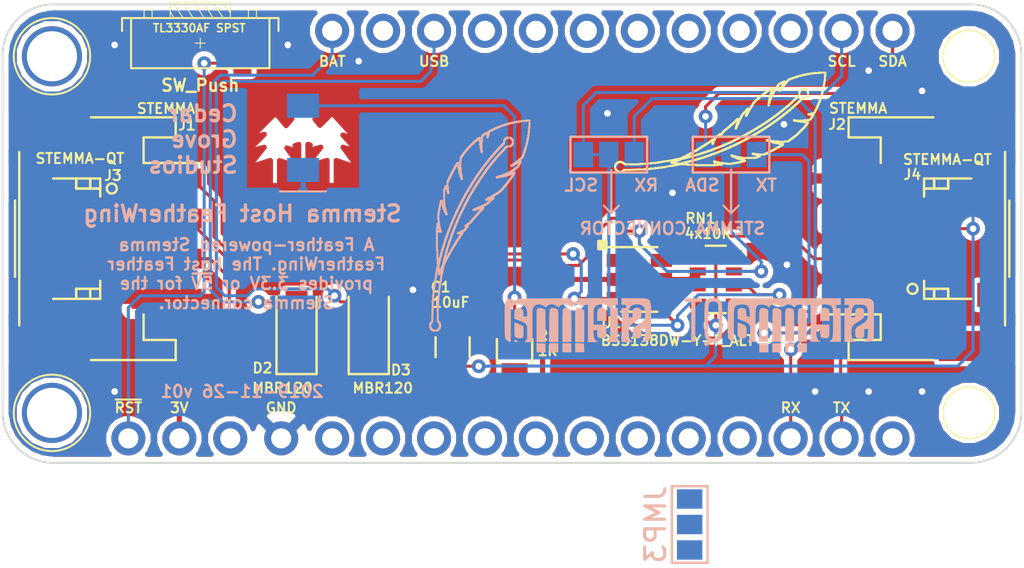
<source format=kicad_pcb>
(kicad_pcb (version 20171130) (host pcbnew "(5.0.0-rc2-dev-444-g2974a2c10)")
  (title_block (title Stemma_Host_FeatherWing) (date 2019-11-26) (rev v01) (company "Cedar Grove Studios"))
  (layers (0 F.Cu signal) (31 B.Cu signal) (34 B.Paste user hide) (35 F.Paste user hide) (36 B.SilkS user) (37 F.SilkS user hide) (38 B.Mask user) (39 F.Mask user hide) (44 Edge.Cuts user))
  (net 0 "")
  (net 1 GND)
  (net 2 /SCL)
  (net 3 /SDA)
  (net 4 +3V3)
  (net 5 /STEMMA_SCL)
  (net 6 /STEMMA_SDA)
  (net 7 /+V)
  (net 8 "Net-(D1-Pad2)")
  (net 9 /RX)
  (net 10 /TX)
  (net 11 /BAT)
  (net 12 /USB)
  (net 13 /~RST)
  (net 14 "Net-(J1-Pad3)")
  (module Connectors_JST:JST_SH_SM04B-SRSS-TB_04x1.00mm_Angled (layer F.Cu) (at 110.7 95.25 270)
    (fp_text reference J3 (at -3.15 -2.25) (layer F.SilkS) (effects (font (size 0.5 0.5) (thickness 0.1))))
    (fp_text value STEMMA-QT (at -4 -0.6) (layer F.SilkS) (effects (font (size 0.5 0.5) (thickness 0.1))))
    (pad "" smd rect (at 2.8 1.9375 270) (size 1.2 1.8) (layers F.Cu F.Paste F.Mask))
    (pad "" smd rect (at -2.8 1.9375 270) (size 1.2 1.8) (layers F.Cu F.Paste F.Mask))
    (pad 4 smd rect (at 1.5 -1.9375 270) (size 0.6 1.55) (layers F.Cu F.Paste F.Mask) (net 1 GND))
    (pad 3 smd rect (at 0.5 -1.9375 270) (size 0.6 1.55) (layers F.Cu F.Paste F.Mask) (net 14 "Net-(J1-Pad3)"))
    (pad 2 smd rect (at -0.5 -1.9375 270) (size 0.6 1.55) (layers F.Cu F.Paste F.Mask) (net 6 /STEMMA_SDA))
    (pad 1 smd rect (at -1.5 -1.9375 270) (size 0.6 1.55) (layers F.Cu F.Paste F.Mask) (net 5 /STEMMA_SCL))
  )
  (module Connectors_JST:JST_SH_SM04B-SRSS-TB_04x1.00mm_Angled (layer F.Cu) (at 155 95.25 90)
    (fp_text reference J4 (at 3.2 -2.2 180) (layer F.SilkS) (effects (font (size 0.5 0.5) (thickness 0.1))))
    (fp_text value STEMMA-QT (at 3.95 -0.45 180) (layer F.SilkS) (effects (font (size 0.5 0.5) (thickness 0.1))))
    (pad "" smd rect (at 2.8 1.9375 90) (size 1.2 1.8) (layers F.Cu F.Paste F.Mask))
    (pad "" smd rect (at -2.8 1.9375 90) (size 1.2 1.8) (layers F.Cu F.Paste F.Mask))
    (pad 4 smd rect (at 1.5 -1.9375 90) (size 0.6 1.55) (layers F.Cu F.Paste F.Mask) (net 1 GND))
    (pad 3 smd rect (at 0.5 -1.9375 90) (size 0.6 1.55) (layers F.Cu F.Paste F.Mask) (net 14 "Net-(J1-Pad3)"))
    (pad 2 smd rect (at -0.5 -1.9375 90) (size 0.6 1.55) (layers F.Cu F.Paste F.Mask) (net 6 /STEMMA_SDA))
    (pad 1 smd rect (at -1.5 -1.9375 90) (size 0.6 1.55) (layers F.Cu F.Paste F.Mask) (net 5 /STEMMA_SCL))
  )
  (module Adafruit:New_STEMMA_logo (layer B.Cu) (at 135.91 99.45 180)
    (fp_text reference G*** hide)
    (fp_text value STEMMA_LOGO hide)
  )
  (module Capacitors_SMD:C_0805 (layer F.Cu) (at 129.880683 100.658746 90)
    (fp_text reference C1 (at 2.995746 -0.594683 180) (layer F.SilkS) (effects (font (size 0.5 0.5) (thickness 0.1))))
    (fp_text value 10uF (at 2.233746 -0.086683 180) (layer F.SilkS) (effects (font (size 0.5 0.5) (thickness 0.1))))
    (pad 2 smd rect (at 1 0 90) (size 1 1.25) (layers F.Cu F.Paste F.Mask) (net 1 GND))
    (pad 1 smd rect (at -1 0 90) (size 1 1.25) (layers F.Cu F.Paste F.Mask) (net 7 /+V))
  )
  (module Connectors:GS3 (layer B.Cu) (at 137.668 91.059 270)
    (fp_text reference JMP1)
    (fp_text value SCL_RX)
    (pad 1 smd rect (at 0 1.27 270) (size 1.27 0.97) (layers B.Cu B.Paste B.Mask) (net 2 /SCL))
    (pad 2 smd rect (at 0 0 270) (size 1.27 0.97) (layers B.Cu B.Paste B.Mask) (net 2 /SCL))
    (pad 3 smd rect (at 0 -1.27 270) (size 1.27 0.97) (layers B.Cu B.Paste B.Mask) (net 9 /RX))
  )
  (module Connectors:GS3 (layer B.Cu) (at 143.764 91.059 270)
    (fp_text reference JMP2)
    (fp_text value SDA_TX)
    (pad 3 smd rect (at 0 -1.27 270) (size 1.27 0.97) (layers B.Cu B.Paste B.Mask) (net 10 /TX))
    (pad 2 smd rect (at 0 0 270) (size 1.27 0.97) (layers B.Cu B.Paste B.Mask) (net 3 /SDA))
    (pad 1 smd rect (at 0 1.27 270) (size 1.27 0.97) (layers B.Cu B.Paste B.Mask) (net 3 /SDA))
  )
  (module Adafruit:Adafruit_Feather_M4_Express_bare (layer F.Cu) (at 132.765001 95.046001)
    (fp_text reference M1)
    (fp_text value Feather_M4_Express)
    (fp_text user ~RST (at -19.05 8.636) (layer F.SilkS) (effects (font (size 0.5 0.5) (thickness 0.1))))
    (fp_text user 3V (at -16.51 8.636) (layer F.SilkS) (effects (font (size 0.5 0.5) (thickness 0.1))))
    (fp_text user GND (at -11.43 8.636) (layer F.SilkS) (effects (font (size 0.5 0.5) (thickness 0.1))))
    (fp_text user RX (at 13.97 8.636) (layer F.SilkS) (effects (font (size 0.5 0.5) (thickness 0.1))))
    (fp_text user USB (at -3.81 -8.636) (layer F.SilkS) (effects (font (size 0.5 0.5) (thickness 0.1))))
    (fp_text user BAT (at -8.89 -8.636) (layer F.SilkS) (effects (font (size 0.5 0.5) (thickness 0.1))))
    (fp_text user SDA (at 19.05 -8.636) (layer F.SilkS) (effects (font (size 0.5 0.5) (thickness 0.1))))
    (fp_text user SCL (at 16.51 -8.636) (layer F.SilkS) (effects (font (size 0.5 0.5) (thickness 0.1))))
    (fp_text user TX (at 16.51 8.636) (layer F.SilkS) (effects (font (size 0.5 0.5) (thickness 0.1))))
    (pad 1 thru_hole circle (at -19.05 10.16) (size 1.7 1.7) (drill 1) (layers *.Cu *.Mask) (net 13 /~RST))
    (pad 2 thru_hole circle (at -16.51 10.16) (size 1.7 1.7) (drill 1) (layers *.Cu *.Mask) (net 4 +3V3))
    (pad 3 thru_hole circle (at -13.97 10.16) (size 1.7 1.7) (drill 1) (layers *.Cu *.Mask))
    (pad 4 thru_hole circle (at -11.43 10.16) (size 1.7 1.7) (drill 1) (layers *.Cu *.Mask) (net 1 GND))
    (pad 5 thru_hole circle (at -8.89 10.16) (size 1.7 1.7) (drill 1) (layers *.Cu *.Mask))
    (pad 6 thru_hole circle (at -6.35 10.16) (size 1.7 1.7) (drill 1) (layers *.Cu *.Mask))
    (pad 7 thru_hole circle (at -3.81 10.16) (size 1.7 1.7) (drill 1) (layers *.Cu *.Mask))
    (pad 8 thru_hole circle (at -1.27 10.16) (size 1.7 1.7) (drill 1) (layers *.Cu *.Mask))
    (pad 9 thru_hole circle (at 1.27 10.16) (size 1.7 1.7) (drill 1) (layers *.Cu *.Mask))
    (pad 10 thru_hole circle (at 3.81 10.16) (size 1.7 1.7) (drill 1) (layers *.Cu *.Mask))
    (pad 11 thru_hole circle (at 6.35 10.16) (size 1.7 1.7) (drill 1) (layers *.Cu *.Mask))
    (pad 12 thru_hole circle (at 8.89 10.16) (size 1.7 1.7) (drill 1) (layers *.Cu *.Mask))
    (pad 13 thru_hole circle (at 11.43 10.16) (size 1.7 1.7) (drill 1) (layers *.Cu *.Mask))
    (pad 14 thru_hole circle (at 13.97 10.16) (size 1.7 1.7) (drill 1) (layers *.Cu *.Mask) (net 9 /RX))
    (pad 15 thru_hole circle (at 16.51 10.16) (size 1.7 1.7) (drill 1) (layers *.Cu *.Mask) (net 10 /TX))
    (pad 16 thru_hole circle (at 19.05 10.16) (size 1.7 1.7) (drill 1) (layers *.Cu *.Mask))
    (pad 17 thru_hole circle (at -8.89 -10.16) (size 1.7 1.7) (drill 1) (layers *.Cu *.Mask) (net 11 /BAT))
    (pad 18 thru_hole circle (at -6.35 -10.16) (size 1.7 1.7) (drill 1) (layers *.Cu *.Mask))
    (pad 19 thru_hole circle (at -3.81 -10.16) (size 1.7 1.7) (drill 1) (layers *.Cu *.Mask) (net 12 /USB))
    (pad 20 thru_hole circle (at -1.27 -10.16) (size 1.7 1.7) (drill 1) (layers *.Cu *.Mask))
    (pad 21 thru_hole circle (at 1.27 -10.16) (size 1.7 1.7) (drill 1) (layers *.Cu *.Mask))
    (pad 22 thru_hole circle (at 3.81 -10.16) (size 1.7 1.7) (drill 1) (layers *.Cu *.Mask))
    (pad 23 thru_hole circle (at 6.35 -10.16) (size 1.7 1.7) (drill 1) (layers *.Cu *.Mask))
    (pad 24 thru_hole circle (at 8.89 -10.16) (size 1.7 1.7) (drill 1) (layers *.Cu *.Mask))
    (pad 25 thru_hole circle (at 11.43 -10.16) (size 1.7 1.7) (drill 1) (layers *.Cu *.Mask))
    (pad 26 thru_hole circle (at 13.97 -10.16) (size 1.7 1.7) (drill 1) (layers *.Cu *.Mask))
    (pad 27 thru_hole circle (at 16.51 -10.16) (size 1.7 1.7) (drill 1) (layers *.Cu *.Mask) (net 2 /SCL))
    (pad 28 thru_hole circle (at 19.05 -10.16) (size 1.7 1.7) (drill 1) (layers *.Cu *.Mask) (net 3 /SDA))
    (pad "" np_thru_hole circle (at 22.86 -8.89) (size 2.5 2.5) (drill 2.5) (layers *.Cu *.Mask))
    (pad "" np_thru_hole circle (at 22.86 8.89) (size 2.5 2.5) (drill 2.5) (layers *.Cu *.Mask))
    (pad "" thru_hole circle (at -22.86 8.89) (size 3 3) (drill 2.5) (layers *.Cu *.Mask))
    (pad "" thru_hole circle (at -22.86 -8.89) (size 3 3) (drill 2.5) (layers *.Cu *.Mask))
  )
  (module Resistors_SMD:R_0805 (layer F.Cu) (at 132.969 100.858746 90)
    (fp_text reference R1 (at 0.782746 1.651 180) (layer F.SilkS) (effects (font (size 0.5 0.5) (thickness 0.1))))
    (fp_text value 1K (at 0.020746 1.651 180) (layer F.SilkS) (effects (font (size 0.5 0.5) (thickness 0.1))))
    (pad 2 smd rect (at 0.95 0 90) (size 0.7 1.3) (layers F.Cu F.Paste F.Mask) (net 8 "Net-(D1-Pad2)"))
    (pad 1 smd rect (at -0.95 0 90) (size 0.7 1.3) (layers F.Cu F.Paste F.Mask) (net 4 +3V3))
  )
  (module Resistors_SMD:R_Array_Convex_4x0603 (layer F.Cu) (at 143.002 97.282)
    (fp_text reference RN1 (at -0.762 -3.048) (layer F.SilkS) (effects (font (size 0.5 0.5) (thickness 0.1))))
    (fp_text value 4x10K (at -0.381 -2.286) (layer F.SilkS) (effects (font (size 0.5 0.5) (thickness 0.1))))
    (pad 5 smd rect (at 0.9 1.2) (size 0.8 0.5) (layers F.Cu F.Paste F.Mask) (net 5 /STEMMA_SCL))
    (pad 6 smd rect (at 0.9 0.4) (size 0.8 0.4) (layers F.Cu F.Paste F.Mask) (net 2 /SCL))
    (pad 8 smd rect (at 0.9 -1.2) (size 0.8 0.5) (layers F.Cu F.Paste F.Mask) (net 6 /STEMMA_SDA))
    (pad 7 smd rect (at 0.9 -0.4) (size 0.8 0.4) (layers F.Cu F.Paste F.Mask) (net 3 /SDA))
    (pad 4 smd rect (at -0.9 1.2) (size 0.8 0.5) (layers F.Cu F.Paste F.Mask) (net 14 "Net-(J1-Pad3)"))
    (pad 2 smd rect (at -0.9 -0.4) (size 0.8 0.4) (layers F.Cu F.Paste F.Mask) (net 4 +3V3))
    (pad 3 smd rect (at -0.9 0.4) (size 0.8 0.4) (layers F.Cu F.Paste F.Mask) (net 4 +3V3))
    (pad 1 smd rect (at -0.9 -1.2) (size 0.8 0.5) (layers F.Cu F.Paste F.Mask) (net 14 "Net-(J1-Pad3)"))
  )
  (module TO_SOT_Packages_SMD:SOT-23-6 (layer F.Cu) (at 139.192 97.282)
    (fp_text reference U1 (at -1.397 2.159) (layer F.SilkS) (effects (font (size 0.5 0.5) (thickness 0.1))))
    (fp_text value BSS138DW-Y-F_ALT (at 1.905 3.048) (layer F.SilkS) (effects (font (size 0.5 0.5) (thickness 0.1))))
    (pad 5 smd rect (at 1.1 0) (size 1.06 0.65) (layers F.Cu F.Paste F.Mask) (net 4 +3V3))
    (pad 6 smd rect (at 1.1 -0.95) (size 1.06 0.65) (layers F.Cu F.Paste F.Mask) (net 6 /STEMMA_SDA))
    (pad 4 smd rect (at 1.1 0.95) (size 1.06 0.65) (layers F.Cu F.Paste F.Mask) (net 2 /SCL))
    (pad 3 smd rect (at -1.1 0.95) (size 1.06 0.65) (layers F.Cu F.Paste F.Mask) (net 5 /STEMMA_SCL))
    (pad 2 smd rect (at -1.1 0) (size 1.06 0.65) (layers F.Cu F.Paste F.Mask) (net 4 +3V3))
    (pad 1 smd rect (at -1.1 -0.95) (size 1.06 0.65) (layers F.Cu F.Paste F.Mask) (net 3 /SDA))
  )
  (module Connectors_JST:JST_PH_S4B-PH-SM4-TB_04x2.00mm_Angled (layer F.Cu) (at 112.75 95.25 270)
    (fp_text reference J1 (at -5.66 -3.888) (layer F.SilkS) (effects (font (size 0.5 0.5) (thickness 0.1))))
    (fp_text value STEMMA (at -6.49 -2.838) (layer F.SilkS) (effects (font (size 0.5 0.5) (thickness 0.1))))
    (pad 1 smd rect (at -3 -2.875 270) (size 1 3.5) (layers F.Cu F.Paste F.Mask) (net 5 /STEMMA_SCL))
    (pad 2 smd rect (at -1 -2.875 270) (size 1 3.5) (layers F.Cu F.Paste F.Mask) (net 6 /STEMMA_SDA))
    (pad 3 smd rect (at 1 -2.875 270) (size 1 3.5) (layers F.Cu F.Paste F.Mask) (net 14 "Net-(J1-Pad3)"))
    (pad 4 smd rect (at 3 -2.875 270) (size 1 3.5) (layers F.Cu F.Paste F.Mask) (net 1 GND))
    (pad "" smd rect (at -5.35 2.875 270) (size 1.5 3.4) (layers F.Cu F.Paste F.Mask))
    (pad "" smd rect (at 5.35 2.875 270) (size 1.5 3.4) (layers F.Cu F.Paste F.Mask))
  )
  (module Connectors_JST:JST_PH_S4B-PH-SM4-TB_04x2.00mm_Angled (layer F.Cu) (at 152.95 95.25 90)
    (fp_text reference J2 (at 5.7 -3.9 180) (layer F.SilkS) (effects (font (size 0.5 0.5) (thickness 0.1))))
    (fp_text value STEMMA (at 6.5 -2.85 180) (layer F.SilkS) (effects (font (size 0.5 0.5) (thickness 0.1))))
    (pad "" smd rect (at 5.35 2.875 90) (size 1.5 3.4) (layers F.Cu F.Paste F.Mask))
    (pad "" smd rect (at -5.35 2.875 90) (size 1.5 3.4) (layers F.Cu F.Paste F.Mask))
    (pad 4 smd rect (at 3 -2.875 90) (size 1 3.5) (layers F.Cu F.Paste F.Mask) (net 1 GND))
    (pad 3 smd rect (at 1 -2.875 90) (size 1 3.5) (layers F.Cu F.Paste F.Mask) (net 14 "Net-(J1-Pad3)"))
    (pad 2 smd rect (at -1 -2.875 90) (size 1 3.5) (layers F.Cu F.Paste F.Mask) (net 6 /STEMMA_SDA))
    (pad 1 smd rect (at -3 -2.875 90) (size 1 3.5) (layers F.Cu F.Paste F.Mask) (net 5 /STEMMA_SCL))
  )
  (module Adafruit:Cedar_Grove_logo_lighted (layer F.Cu) (at 122.428 90.424)
    (fp_text reference D1)
    (fp_text value GRN)
    (pad 1 smd rect (at 0 1.4) (size 1.6 1.2) (layers B.Cu B.Paste B.Mask) (net 1 GND))
    (pad 2 smd rect (at 0 -1.8) (size 1.6 1.2) (layers B.Cu B.Paste B.Mask) (net 8 "Net-(D1-Pad2)"))
  )
  (module Adafruit:New_STEMMA-QT_logo (layer B.Cu) (at 146.27 99.54 180)
    (fp_text reference G*** hide)
    (fp_text value STEMMA-QT_LOGO hide)
  )
  (module Diodes_SMD:D_SOD-123F (layer F.Cu) (at 122.1 99.8 90)
    (fp_text reference D2 (at -1.9 -1.7 180) (layer F.SilkS) (effects (font (size 0.5 0.5) (thickness 0.1))))
    (fp_text value MBR120 (at -2.9 -0.7 180) (layer F.SilkS) (effects (font (size 0.5 0.5) (thickness 0.1))))
    (pad 2 smd rect (at 1.4 0 90) (size 1.1 1.1) (layers F.Cu F.Paste F.Mask) (net 11 /BAT))
    (pad 1 smd rect (at -1.4 0 90) (size 1.1 1.1) (layers F.Cu F.Paste F.Mask) (net 7 /+V))
  )
  (module Diodes_SMD:D_SOD-123F (layer F.Cu) (at 125.7 99.8 90)
    (fp_text reference D3 (at -2 1.6 180) (layer F.SilkS) (effects (font (size 0.5 0.5) (thickness 0.1))))
    (fp_text value MBR120 (at -2.9 0.7 180) (layer F.SilkS) (effects (font (size 0.5 0.5) (thickness 0.1))))
    (pad 1 smd rect (at -1.4 0 90) (size 1.1 1.1) (layers F.Cu F.Paste F.Mask) (net 7 /+V))
    (pad 2 smd rect (at 1.4 0 90) (size 1.1 1.1) (layers F.Cu F.Paste F.Mask) (net 12 /USB))
  )
  (module Adafruit:TL3330AF_SPST_BUTTON_RT-ANGLE_7.8mm_2.5mm_2.5mm (layer F.Cu) (at 117.3 85.5)
    (fp_text reference SW1 hide)
    (fp_text value SW_Push (at 0 2.1) (layer F.SilkS) (effects (font (size 0.6 0.6) (thickness 0.12))))
    (fp_text user "TL3330AF SPST" (at -0.05 -0.75) (layer F.SilkS) (effects (font (size 0.4 0.4) (thickness 0.08))))
    (pad 2 smd rect (at 2.1 0.9) (size 0.9 1.27) (layers F.Cu F.Paste F.Mask) (net 13 /~RST))
    (pad 1 smd rect (at -2.1 0.9) (size 0.9 1.27) (layers F.Cu F.Paste F.Mask) (net 1 GND))
    (pad "" smd rect (at -3.35 -1) (size 1.45 0.8) (layers F.Cu F.Paste F.Mask))
    (pad "" smd rect (at 3.35 -1) (size 1.45 0.8) (layers F.Cu F.Paste F.Mask))
  )
  (module Connectors:GS3 (layer B.Cu) (at 141.7 109.5)
    (fp_text reference JMP3 (at -1.7 0 -90) (layer B.SilkS) (effects (justify mirror)))
    (fp_text value STEMMA_TYPE)
    (pad 1 smd rect (at 0 1.27) (size 1.27 0.97) (layers B.Cu B.Paste B.Mask) (net 4 +3V3))
    (pad 2 smd rect (at 0 0) (size 1.27 0.97) (layers B.Cu B.Paste B.Mask) (net 14 "Net-(J1-Pad3)"))
    (pad 3 smd rect (at 0 -1.27) (size 1.27 0.97) (layers B.Cu B.Paste B.Mask) (net 7 /+V))
  )
  (gr_line (start 144.970789 88.408715) (end 144.970789 88.387715) (layer F.SilkS) (width 0.1))
  (gr_line (start 145.055489 88.324715) (end 145.055489 88.302715) (layer F.SilkS) (width 0.1))
  (gr_line (start 144.928489 88.429715) (end 144.949689 88.429715) (layer F.SilkS) (width 0.1))
  (gr_line (start 145.965789 87.794715) (end 145.986989 87.794715) (layer F.SilkS) (width 0.1))
  (gr_line (start 145.584789 87.879715) (end 145.627089 87.879715) (layer F.SilkS) (width 0.1))
  (gr_line (start 145.140189 88.260715) (end 145.140189 88.239715) (layer F.SilkS) (width 0.1))
  (gr_line (start 145.013189 88.366715) (end 145.013189 88.345715) (layer F.SilkS) (width 0.1))
  (gr_line (start 145.775289 87.773715) (end 145.775289 87.752715) (layer F.SilkS) (width 0.1))
  (gr_line (start 145.563589 87.921715) (end 145.563589 87.900715) (layer F.SilkS) (width 0.1))
  (gr_line (start 145.055489 88.302715) (end 145.076689 88.302715) (layer F.SilkS) (width 0.1))
  (gr_line (start 145.944689 87.858715) (end 145.944689 87.837715) (layer F.SilkS) (width 0.1))
  (gr_line (start 144.526289 88.874715) (end 144.526289 88.832715) (layer F.SilkS) (width 0.1))
  (gr_line (start 145.690589 88.451715) (end 145.690589 88.366715) (layer F.SilkS) (width 0.1))
  (gr_line (start 145.034389 88.345715) (end 145.034389 88.324715) (layer F.SilkS) (width 0.1))
  (gr_line (start 145.775289 88.154715) (end 145.796489 88.154715) (layer F.SilkS) (width 0.1))
  (gr_line (start 145.542389 87.921715) (end 145.563589 87.921715) (layer F.SilkS) (width 0.1))
  (gr_line (start 145.711789 87.815715) (end 145.711789 87.794715) (layer F.SilkS) (width 0.1))
  (gr_line (start 145.013189 88.345715) (end 145.034389 88.345715) (layer F.SilkS) (width 0.1))
  (gr_line (start 144.716789 88.789715) (end 144.716789 88.747715) (layer F.SilkS) (width 0.1))
  (gr_line (start 145.669389 88.451715) (end 145.690589 88.451715) (layer F.SilkS) (width 0.1))
  (gr_line (start 145.754089 88.048715) (end 145.732989 88.048715) (layer F.SilkS) (width 0.1))
  (gr_line (start 145.118989 88.281715) (end 145.118989 88.260715) (layer F.SilkS) (width 0.1))
  (gr_line (start 145.478889 87.964715) (end 145.500089 87.964715) (layer F.SilkS) (width 0.1))
  (gr_line (start 144.568589 88.789715) (end 144.589789 88.789715) (layer F.SilkS) (width 0.1))
  (gr_line (start 145.415389 88.006715) (end 145.457689 88.006715) (layer F.SilkS) (width 0.1))
  (gr_line (start 145.203689 88.197715) (end 145.203689 88.175715) (layer F.SilkS) (width 0.1))
  (gr_line (start 144.653289 88.853715) (end 144.674489 88.853715) (layer F.SilkS) (width 0.1))
  (gr_line (start 145.754089 88.197715) (end 145.775289 88.197715) (layer F.SilkS) (width 0.1))
  (gr_line (start 145.817589 88.048715) (end 145.838789 88.048715) (layer F.SilkS) (width 0.1))
  (gr_line (start 145.923489 87.900715) (end 145.923489 87.858715) (layer F.SilkS) (width 0.1))
  (gr_line (start 146.304489 87.646715) (end 146.304489 87.688715) (layer F.SilkS) (width 0.1))
  (gr_line (start 146.283389 87.773715) (end 146.283389 87.752715) (layer F.SilkS) (width 0.1))
  (gr_line (start 146.389189 87.498715) (end 146.389189 87.519715) (layer F.SilkS) (width 0.1))
  (gr_line (start 146.346889 87.688715) (end 146.346889 87.667715) (layer F.SilkS) (width 0.1))
  (gr_line (start 144.949689 88.429715) (end 144.949689 88.408715) (layer F.SilkS) (width 0.1))
  (gr_line (start 145.754089 87.773715) (end 145.775289 87.773715) (layer F.SilkS) (width 0.1))
  (gr_line (start 145.754089 87.985715) (end 145.754089 88.048715) (layer F.SilkS) (width 0.1))
  (gr_line (start 145.563589 87.900715) (end 145.584789 87.900715) (layer F.SilkS) (width 0.1))
  (gr_line (start 144.907289 88.472715) (end 144.907289 88.451715) (layer F.SilkS) (width 0.1))
  (gr_line (start 145.648289 88.408715) (end 145.648289 88.514715) (layer F.SilkS) (width 0.1))
  (gr_line (start 146.368089 87.561715) (end 146.346889 87.561715) (layer F.SilkS) (width 0.1))
  (gr_line (start 145.690589 88.218715) (end 145.690589 88.302715) (layer F.SilkS) (width 0.1))
  (gr_line (start 144.505089 88.874715) (end 144.526289 88.874715) (layer F.SilkS) (width 0.1))
  (gr_line (start 145.288389 88.112715) (end 145.309589 88.112715) (layer F.SilkS) (width 0.1))
  (gr_line (start 145.817589 87.879715) (end 145.796489 87.879715) (layer F.SilkS) (width 0.1))
  (gr_line (start 145.415389 88.027715) (end 145.415389 88.006715) (layer F.SilkS) (width 0.1))
  (gr_line (start 145.796489 87.879715) (end 145.796489 87.942715) (layer F.SilkS) (width 0.1))
  (gr_line (start 145.838789 87.837715) (end 145.817589 87.837715) (layer F.SilkS) (width 0.1))
  (gr_line (start 146.410389 87.413715) (end 146.431589 87.413715) (layer F.SilkS) (width 0.1))
  (gr_line (start 145.923489 87.858715) (end 145.944689 87.858715) (layer F.SilkS) (width 0.1))
  (gr_line (start 145.711789 88.133715) (end 145.711789 88.218715) (layer F.SilkS) (width 0.1))
  (gr_line (start 146.135189 87.561715) (end 146.156389 87.561715) (layer F.SilkS) (width 0.1))
  (gr_line (start 145.288389 88.133715) (end 145.288389 88.112715) (layer F.SilkS) (width 0.1))
  (gr_line (start 145.902289 87.900715) (end 145.923489 87.900715) (layer F.SilkS) (width 0.1))
  (gr_line (start 146.219889 87.815715) (end 146.219889 87.837715) (layer F.SilkS) (width 0.1))
  (gr_line (start 144.674489 88.853715) (end 144.674489 88.810715) (layer F.SilkS) (width 0.1))
  (gr_line (start 145.775289 88.197715) (end 145.775289 88.154715) (layer F.SilkS) (width 0.1))
  (gr_line (start 145.627089 87.858715) (end 145.648289 87.858715) (layer F.SilkS) (width 0.1))
  (gr_line (start 145.796489 88.154715) (end 145.796489 88.112715) (layer F.SilkS) (width 0.1))
  (gr_line (start 145.732989 88.048715) (end 145.732989 88.133715) (layer F.SilkS) (width 0.1))
  (gr_line (start 145.669389 88.408715) (end 145.648289 88.408715) (layer F.SilkS) (width 0.1))
  (gr_line (start 145.881089 87.942715) (end 145.902289 87.942715) (layer F.SilkS) (width 0.1))
  (gr_line (start 144.589789 89.022715) (end 144.589789 88.980715) (layer F.SilkS) (width 0.1))
  (gr_line (start 145.859989 88.006715) (end 145.859989 87.985715) (layer F.SilkS) (width 0.1))
  (gr_line (start 145.669389 88.302715) (end 145.669389 88.408715) (layer F.SilkS) (width 0.1))
  (gr_line (start 145.648289 88.514715) (end 145.669389 88.514715) (layer F.SilkS) (width 0.1))
  (gr_line (start 145.796489 88.112715) (end 145.817589 88.112715) (layer F.SilkS) (width 0.1))
  (gr_line (start 145.118989 88.260715) (end 145.140189 88.260715) (layer F.SilkS) (width 0.1))
  (gr_line (start 145.711789 88.302715) (end 145.732989 88.302715) (layer F.SilkS) (width 0.1))
  (gr_line (start 144.928489 88.451715) (end 144.928489 88.429715) (layer F.SilkS) (width 0.1))
  (gr_line (start 145.161389 88.218715) (end 145.182489 88.218715) (layer F.SilkS) (width 0.1))
  (gr_line (start 145.817589 87.752715) (end 145.817589 87.731715) (layer F.SilkS) (width 0.1))
  (gr_line (start 145.775289 87.942715) (end 145.775289 87.985715) (layer F.SilkS) (width 0.1))
  (gr_line (start 145.584789 87.900715) (end 145.584789 87.879715) (layer F.SilkS) (width 0.1))
  (gr_line (start 145.478889 87.985715) (end 145.478889 87.964715) (layer F.SilkS) (width 0.1))
  (gr_line (start 145.500089 87.964715) (end 145.500089 87.942715) (layer F.SilkS) (width 0.1))
  (gr_line (start 145.732989 88.260715) (end 145.754089 88.260715) (layer F.SilkS) (width 0.1))
  (gr_line (start 145.775289 87.985715) (end 145.754089 87.985715) (layer F.SilkS) (width 0.1))
  (gr_line (start 144.505089 88.895715) (end 144.505089 88.874715) (layer F.SilkS) (width 0.1))
  (gr_line (start 146.304489 87.752715) (end 146.304489 87.710715) (layer F.SilkS) (width 0.1))
  (gr_line (start 145.711789 88.218715) (end 145.690589 88.218715) (layer F.SilkS) (width 0.1))
  (gr_line (start 145.944689 87.837715) (end 145.965789 87.837715) (layer F.SilkS) (width 0.1))
  (gr_line (start 146.029289 87.710715) (end 146.050489 87.710715) (layer F.SilkS) (width 0.1))
  (gr_line (start 145.500089 87.942715) (end 145.542389 87.942715) (layer F.SilkS) (width 0.1))
  (gr_line (start 145.859989 87.773715) (end 145.838789 87.773715) (layer F.SilkS) (width 0.1))
  (gr_line (start 145.775289 87.752715) (end 145.817589 87.752715) (layer F.SilkS) (width 0.1))
  (gr_line (start 146.177489 87.519715) (end 146.219889 87.519715) (layer F.SilkS) (width 0.1))
  (gr_line (start 146.071689 87.646715) (end 146.092789 87.646715) (layer F.SilkS) (width 0.1))
  (gr_line (start 145.394189 88.027715) (end 145.415389 88.027715) (layer F.SilkS) (width 0.1))
  (gr_line (start 145.034389 88.324715) (end 145.055489 88.324715) (layer F.SilkS) (width 0.1))
  (gr_line (start 146.368089 87.519715) (end 146.368089 87.561715) (layer F.SilkS) (width 0.1))
  (gr_line (start 146.346889 87.667715) (end 146.368089 87.667715) (layer F.SilkS) (width 0.1))
  (gr_line (start 145.563589 89.678715) (end 145.563589 89.657715) (layer F.SilkS) (width 0.1))
  (gr_line (start 146.770289 88.747715) (end 146.791489 88.747715) (layer F.SilkS) (width 0.1))
  (gr_line (start 146.854989 88.683715) (end 146.876089 88.683715) (layer F.SilkS) (width 0.1))
  (gr_line (start 145.669389 89.594715) (end 145.690589 89.594715) (layer F.SilkS) (width 0.1))
  (gr_line (start 147.024289 88.535715) (end 147.045489 88.535715) (layer F.SilkS) (width 0.1))
  (gr_line (start 144.378089 90.377715) (end 144.378089 90.356715) (layer F.SilkS) (width 0.1))
  (gr_line (start 145.817589 89.509715) (end 145.817589 89.488715) (layer F.SilkS) (width 0.1))
  (gr_line (start 144.695589 90.208715) (end 144.695589 90.187715) (layer F.SilkS) (width 0.1))
  (gr_line (start 142.536289 91.160715) (end 142.536289 91.139715) (layer F.SilkS) (width 0.1))
  (gr_line (start 145.415389 89.784715) (end 145.415389 89.763715) (layer F.SilkS) (width 0.1))
  (gr_line (start 146.304489 89.128715) (end 146.346889 89.128715) (layer F.SilkS) (width 0.1))
  (gr_line (start 146.113989 89.297715) (end 146.113989 89.276715) (layer F.SilkS) (width 0.1))
  (gr_line (start 146.727889 88.810715) (end 146.727889 88.789715) (layer F.SilkS) (width 0.1))
  (gr_line (start 145.161389 89.932715) (end 145.161389 89.911715) (layer F.SilkS) (width 0.1))
  (gr_line (start 144.843789 90.123715) (end 144.843789 90.102715) (layer F.SilkS) (width 0.1))
  (gr_line (start 145.351889 89.827715) (end 145.351889 89.805715) (layer F.SilkS) (width 0.1))
  (gr_line (start 145.478889 89.742715) (end 145.478889 89.721715) (layer F.SilkS) (width 0.1))
  (gr_line (start 146.918489 88.641715) (end 146.918489 88.620715) (layer F.SilkS) (width 0.1))
  (gr_line (start 146.791489 88.726715) (end 146.833789 88.726715) (layer F.SilkS) (width 0.1))
  (gr_line (start 146.029289 89.340715) (end 146.050489 89.340715) (layer F.SilkS) (width 0.1))
  (gr_line (start 144.589789 90.250715) (end 144.610989 90.250715) (layer F.SilkS) (width 0.1))
  (gr_line (start 146.219889 89.213715) (end 146.219889 89.192715) (layer F.SilkS) (width 0.1))
  (gr_line (start 145.478889 89.721715) (end 145.500089 89.721715) (layer F.SilkS) (width 0.1))
  (gr_line (start 145.690589 89.594715) (end 145.690589 89.573715) (layer F.SilkS) (width 0.1))
  (gr_line (start 147.087789 88.493715) (end 147.087789 88.472715) (layer F.SilkS) (width 0.1))
  (gr_line (start 145.542389 89.700715) (end 145.542389 89.678715) (layer F.SilkS) (width 0.1))
  (gr_line (start 145.373089 89.784715) (end 145.415389 89.784715) (layer F.SilkS) (width 0.1))
  (gr_line (start 145.542389 89.678715) (end 145.563589 89.678715) (layer F.SilkS) (width 0.1))
  (gr_line (start 146.495089 88.980715) (end 146.516189 88.980715) (layer F.SilkS) (width 0.1))
  (gr_line (start 146.706789 88.810715) (end 146.727889 88.810715) (layer F.SilkS) (width 0.1))
  (gr_line (start 144.166389 90.483715) (end 144.166389 90.462715) (layer F.SilkS) (width 0.1))
  (gr_line (start 142.896189 91.012715) (end 142.959689 91.012715) (layer F.SilkS) (width 0.1))
  (gr_line (start 146.579689 88.916715) (end 146.600889 88.916715) (layer F.SilkS) (width 0.1))
  (gr_line (start 145.796489 89.509715) (end 145.817589 89.509715) (layer F.SilkS) (width 0.1))
  (gr_line (start 147.320689 88.260715) (end 147.320689 88.239715) (layer F.SilkS) (width 0.1))
  (gr_line (start 146.219889 89.192715) (end 146.262189 89.192715) (layer F.SilkS) (width 0.1))
  (gr_line (start 146.177489 89.255715) (end 146.177489 89.234715) (layer F.SilkS) (width 0.1))
  (gr_line (start 145.796489 89.530715) (end 145.796489 89.509715) (layer F.SilkS) (width 0.1))
  (gr_line (start 145.605889 89.636715) (end 145.627089 89.636715) (layer F.SilkS) (width 0.1))
  (gr_line (start 146.135189 89.276715) (end 146.135189 89.255715) (layer F.SilkS) (width 0.1))
  (gr_line (start 147.299489 88.260715) (end 147.320689 88.260715) (layer F.SilkS) (width 0.1))
  (gr_line (start 146.283389 89.170715) (end 146.283389 89.149715) (layer F.SilkS) (width 0.1))
  (gr_line (start 147.108989 88.472715) (end 147.108989 88.451715) (layer F.SilkS) (width 0.1))
  (gr_line (start 147.468889 88.239715) (end 147.468889 88.218715) (layer F.SilkS) (width 0.1))
  (gr_line (start 146.876089 88.662715) (end 146.897289 88.662715) (layer F.SilkS) (width 0.1))
  (gr_line (start 143.065489 90.949715) (end 143.107889 90.949715) (layer F.SilkS) (width 0.1))
  (gr_line (start 147.765289 89.255715) (end 147.744089 89.255715) (layer F.SilkS) (width 0.1))
  (gr_line (start 145.055489 89.996715) (end 145.055489 89.975715) (layer F.SilkS) (width 0.1))
  (gr_line (start 147.426589 89.340715) (end 147.426589 89.361715) (layer F.SilkS) (width 0.1))
  (gr_line (start 146.854989 88.705715) (end 146.854989 88.683715) (layer F.SilkS) (width 0.1))
  (gr_line (start 147.849989 89.107715) (end 147.828789 89.107715) (layer F.SilkS) (width 0.1))
  (gr_line (start 144.081689 90.525715) (end 144.081689 90.504715) (layer F.SilkS) (width 0.1))
  (gr_line (start 146.706789 88.832715) (end 146.706789 88.810715) (layer F.SilkS) (width 0.1))
  (gr_line (start 147.278389 88.281715) (end 147.299489 88.281715) (layer F.SilkS) (width 0.1))
  (gr_line (start 145.436589 89.763715) (end 145.436589 89.742715) (layer F.SilkS) (width 0.1))
  (gr_line (start 147.045489 88.535715) (end 147.045489 88.514715) (layer F.SilkS) (width 0.1))
  (gr_line (start 144.695589 90.187715) (end 144.737989 90.187715) (layer F.SilkS) (width 0.1))
  (gr_line (start 144.547389 90.271715) (end 144.589789 90.271715) (layer F.SilkS) (width 0.1))
  (gr_line (start 143.107889 90.949715) (end 143.107889 90.927715) (layer F.SilkS) (width 0.1))
  (gr_line (start 144.039389 90.525715) (end 144.081689 90.525715) (layer F.SilkS) (width 0.1))
  (gr_line (start 144.801489 90.144715) (end 144.801489 90.123715) (layer F.SilkS) (width 0.1))
  (gr_line (start 145.055489 89.975715) (end 145.097889 89.975715) (layer F.SilkS) (width 0.1))
  (gr_line (start 143.001989 90.970715) (end 143.065489 90.970715) (layer F.SilkS) (width 0.1))
  (gr_line (start 146.050489 89.340715) (end 146.050489 89.319715) (layer F.SilkS) (width 0.1))
  (gr_line (start 145.203689 89.911715) (end 145.203689 89.890715) (layer F.SilkS) (width 0.1))
  (gr_line (start 145.097889 89.975715) (end 145.097889 89.954715) (layer F.SilkS) (width 0.1))
  (gr_line (start 143.954689 90.589715) (end 143.954689 90.568715) (layer F.SilkS) (width 0.1))
  (gr_line (start 143.213689 90.885715) (end 143.277189 90.885715) (layer F.SilkS) (width 0.1))
  (gr_line (start 145.902289 89.424715) (end 145.944689 89.424715) (layer F.SilkS) (width 0.1))
  (gr_line (start 143.573589 90.737715) (end 143.637089 90.737715) (layer F.SilkS) (width 0.1))
  (gr_line (start 142.769189 91.076715) (end 142.769189 91.054715) (layer F.SilkS) (width 0.1))
  (gr_line (start 146.092789 89.297715) (end 146.113989 89.297715) (layer F.SilkS) (width 0.1))
  (gr_line (start 144.420389 90.335715) (end 144.462789 90.335715) (layer F.SilkS) (width 0.1))
  (gr_line (start 145.034389 89.996715) (end 145.055489 89.996715) (layer F.SilkS) (width 0.1))
  (gr_line (start 145.859989 89.467715) (end 145.881089 89.467715) (layer F.SilkS) (width 0.1))
  (gr_line (start 145.097889 89.954715) (end 145.140189 89.954715) (layer F.SilkS) (width 0.1))
  (gr_line (start 145.161389 89.911715) (end 145.203689 89.911715) (layer F.SilkS) (width 0.1))
  (gr_line (start 145.881089 89.446715) (end 145.902289 89.446715) (layer F.SilkS) (width 0.1))
  (gr_line (start 142.769189 91.054715) (end 142.832689 91.054715) (layer F.SilkS) (width 0.1))
  (gr_line (start 143.912289 90.610715) (end 143.912289 90.589715) (layer F.SilkS) (width 0.1))
  (gr_line (start 143.954689 90.568715) (end 143.996989 90.568715) (layer F.SilkS) (width 0.1))
  (gr_line (start 144.505089 90.313715) (end 144.505089 90.292715) (layer F.SilkS) (width 0.1))
  (gr_line (start 144.462789 90.313715) (end 144.505089 90.313715) (layer F.SilkS) (width 0.1))
  (gr_line (start 144.505089 90.292715) (end 144.547389 90.292715) (layer F.SilkS) (width 0.1))
  (gr_line (start 144.801489 90.123715) (end 144.843789 90.123715) (layer F.SilkS) (width 0.1))
  (gr_line (start 144.928489 90.059715) (end 144.949689 90.059715) (layer F.SilkS) (width 0.1))
  (gr_line (start 143.996989 90.568715) (end 143.996989 90.546715) (layer F.SilkS) (width 0.1))
  (gr_line (start 143.573589 90.758715) (end 143.573589 90.737715) (layer F.SilkS) (width 0.1))
  (gr_line (start 144.208689 90.462715) (end 144.208689 90.441715) (layer F.SilkS) (width 0.1))
  (gr_line (start 143.213689 90.906715) (end 143.213689 90.885715) (layer F.SilkS) (width 0.1))
  (gr_line (start 144.462789 90.335715) (end 144.462789 90.313715) (layer F.SilkS) (width 0.1))
  (gr_line (start 144.123989 90.483715) (end 144.166389 90.483715) (layer F.SilkS) (width 0.1))
  (gr_line (start 144.886189 90.081715) (end 144.928489 90.081715) (layer F.SilkS) (width 0.1))
  (gr_line (start 144.780289 90.165715) (end 144.780289 90.144715) (layer F.SilkS) (width 0.1))
  (gr_line (start 144.610989 90.250715) (end 144.610989 90.229715) (layer F.SilkS) (width 0.1))
  (gr_line (start 145.140189 89.954715) (end 145.140189 89.932715) (layer F.SilkS) (width 0.1))
  (gr_line (start 145.754089 89.551715) (end 145.754089 89.530715) (layer F.SilkS) (width 0.1))
  (gr_line (start 144.843789 90.102715) (end 144.886189 90.102715) (layer F.SilkS) (width 0.1))
  (gr_line (start 144.081689 90.504715) (end 144.123989 90.504715) (layer F.SilkS) (width 0.1))
  (gr_line (start 146.113989 89.276715) (end 146.135189 89.276715) (layer F.SilkS) (width 0.1))
  (gr_line (start 142.261089 91.224715) (end 142.345789 91.224715) (layer F.SilkS) (width 0.1))
  (gr_line (start 145.627089 89.615715) (end 145.669389 89.615715) (layer F.SilkS) (width 0.1))
  (gr_line (start 142.726789 91.097715) (end 142.726789 91.076715) (layer F.SilkS) (width 0.1))
  (gr_line (start 145.881089 89.467715) (end 145.881089 89.446715) (layer F.SilkS) (width 0.1))
  (gr_line (start 145.140189 89.932715) (end 145.161389 89.932715) (layer F.SilkS) (width 0.1))
  (gr_line (start 144.737989 90.165715) (end 144.780289 90.165715) (layer F.SilkS) (width 0.1))
  (gr_line (start 144.610989 90.229715) (end 144.653289 90.229715) (layer F.SilkS) (width 0.1))
  (gr_line (start 142.599789 91.118715) (end 142.663289 91.118715) (layer F.SilkS) (width 0.1))
  (gr_line (start 144.208689 90.441715) (end 144.251089 90.441715) (layer F.SilkS) (width 0.1))
  (gr_line (start 145.267189 89.848715) (end 145.309589 89.848715) (layer F.SilkS) (width 0.1))
  (gr_line (start 144.166389 90.462715) (end 144.208689 90.462715) (layer F.SilkS) (width 0.1))
  (gr_line (start 144.378089 90.356715) (end 144.420389 90.356715) (layer F.SilkS) (width 0.1))
  (gr_line (start 144.039389 90.546715) (end 144.039389 90.525715) (layer F.SilkS) (width 0.1))
  (gr_line (start 144.420389 90.356715) (end 144.420389 90.335715) (layer F.SilkS) (width 0.1))
  (gr_line (start 144.251089 90.419715) (end 144.293389 90.419715) (layer F.SilkS) (width 0.1))
  (gr_line (start 144.547389 90.292715) (end 144.547389 90.271715) (layer F.SilkS) (width 0.1))
  (gr_line (start 144.335689 90.377715) (end 144.378089 90.377715) (layer F.SilkS) (width 0.1))
  (gr_line (start 145.034389 90.017715) (end 145.034389 89.996715) (layer F.SilkS) (width 0.1))
  (gr_line (start 142.261089 91.245715) (end 142.261089 91.224715) (layer F.SilkS) (width 0.1))
  (gr_line (start 145.309589 89.827715) (end 145.351889 89.827715) (layer F.SilkS) (width 0.1))
  (gr_line (start 146.008189 89.382715) (end 146.008189 89.361715) (layer F.SilkS) (width 0.1))
  (gr_line (start 142.197589 91.245715) (end 142.261089 91.245715) (layer F.SilkS) (width 0.1))
  (gr_line (start 143.425389 90.822715) (end 143.425389 90.800715) (layer F.SilkS) (width 0.1))
  (gr_line (start 144.251089 90.441715) (end 144.251089 90.419715) (layer F.SilkS) (width 0.1))
  (gr_line (start 142.409289 91.203715) (end 142.409289 91.182715) (layer F.SilkS) (width 0.1))
  (gr_line (start 141.668289 91.393715) (end 141.752989 91.393715) (layer F.SilkS) (width 0.1))
  (gr_line (start 143.488889 90.779715) (end 143.531289 90.779715) (layer F.SilkS) (width 0.1))
  (gr_line (start 143.912289 90.589715) (end 143.954689 90.589715) (layer F.SilkS) (width 0.1))
  (gr_line (start 144.293389 90.398715) (end 144.335689 90.398715) (layer F.SilkS) (width 0.1))
  (gr_line (start 144.653289 90.208715) (end 144.695589 90.208715) (layer F.SilkS) (width 0.1))
  (gr_line (start 144.949689 90.059715) (end 144.949689 90.038715) (layer F.SilkS) (width 0.1))
  (gr_line (start 144.589789 90.271715) (end 144.589789 90.250715) (layer F.SilkS) (width 0.1))
  (gr_line (start 144.653289 90.229715) (end 144.653289 90.208715) (layer F.SilkS) (width 0.1))
  (gr_line (start 141.985889 91.309715) (end 142.049389 91.309715) (layer F.SilkS) (width 0.1))
  (gr_line (start 144.737989 90.187715) (end 144.737989 90.165715) (layer F.SilkS) (width 0.1))
  (gr_line (start 142.896189 91.033715) (end 142.896189 91.012715) (layer F.SilkS) (width 0.1))
  (gr_line (start 142.345789 91.224715) (end 142.345789 91.203715) (layer F.SilkS) (width 0.1))
  (gr_line (start 140.927389 91.436715) (end 140.863889 91.436715) (layer F.SilkS) (width 0.1))
  (gr_line (start 142.006989 91.076715) (end 142.006989 91.097715) (layer F.SilkS) (width 0.1))
  (gr_line (start 142.663289 91.097715) (end 142.726789 91.097715) (layer F.SilkS) (width 0.1))
  (gr_line (start 144.928489 90.081715) (end 144.928489 90.059715) (layer F.SilkS) (width 0.1))
  (gr_line (start 144.991989 90.038715) (end 144.991989 90.017715) (layer F.SilkS) (width 0.1))
  (gr_line (start 143.531289 90.758715) (end 143.573589 90.758715) (layer F.SilkS) (width 0.1))
  (gr_line (start 143.721789 90.673715) (end 143.764189 90.673715) (layer F.SilkS) (width 0.1))
  (gr_line (start 141.414289 91.457715) (end 141.498989 91.457715) (layer F.SilkS) (width 0.1))
  (gr_line (start 141.117889 91.330715) (end 141.117889 91.351715) (layer F.SilkS) (width 0.1))
  (gr_line (start 144.123989 90.504715) (end 144.123989 90.483715) (layer F.SilkS) (width 0.1))
  (gr_line (start 143.277189 90.864715) (end 143.319589 90.864715) (layer F.SilkS) (width 0.1))
  (gr_line (start 143.764189 90.652715) (end 143.806489 90.652715) (layer F.SilkS) (width 0.1))
  (gr_line (start 143.319589 90.843715) (end 143.383089 90.843715) (layer F.SilkS) (width 0.1))
  (gr_line (start 143.573589 90.504715) (end 143.573589 90.525715) (layer F.SilkS) (width 0.1))
  (gr_line (start 142.409289 91.182715) (end 142.472789 91.182715) (layer F.SilkS) (width 0.1))
  (gr_line (start 143.869989 90.610715) (end 143.912289 90.610715) (layer F.SilkS) (width 0.1))
  (gr_line (start 143.637089 90.737715) (end 143.637089 90.716715) (layer F.SilkS) (width 0.1))
  (gr_line (start 143.806489 90.419715) (end 143.764189 90.419715) (layer F.SilkS) (width 0.1))
  (gr_line (start 144.780289 90.144715) (end 144.801489 90.144715) (layer F.SilkS) (width 0.1))
  (gr_line (start 142.959689 91.012715) (end 142.959689 90.991715) (layer F.SilkS) (width 0.1))
  (gr_line (start 141.901189 91.330715) (end 141.985889 91.330715) (layer F.SilkS) (width 0.1))
  (gr_line (start 143.531289 90.779715) (end 143.531289 90.758715) (layer F.SilkS) (width 0.1))
  (gr_line (start 142.959689 90.991715) (end 143.001989 90.991715) (layer F.SilkS) (width 0.1))
  (gr_line (start 143.806489 90.652715) (end 143.806489 90.631715) (layer F.SilkS) (width 0.1))
  (gr_line (start 143.679489 90.716715) (end 143.679489 90.695715) (layer F.SilkS) (width 0.1))
  (gr_line (start 142.472789 91.160715) (end 142.536289 91.160715) (layer F.SilkS) (width 0.1))
  (gr_line (start 144.886189 90.102715) (end 144.886189 90.081715) (layer F.SilkS) (width 0.1))
  (gr_line (start 143.277189 90.885715) (end 143.277189 90.864715) (layer F.SilkS) (width 0.1))
  (gr_line (start 143.383089 90.843715) (end 143.383089 90.822715) (layer F.SilkS) (width 0.1))
  (gr_line (start 143.615989 90.483715) (end 143.615989 90.504715) (layer F.SilkS) (width 0.1))
  (gr_line (start 142.345789 91.203715) (end 142.409289 91.203715) (layer F.SilkS) (width 0.1))
  (gr_line (start 144.293389 90.419715) (end 144.293389 90.398715) (layer F.SilkS) (width 0.1))
  (gr_line (start 141.456589 91.245715) (end 141.350789 91.245715) (layer F.SilkS) (width 0.1))
  (gr_line (start 144.335689 90.398715) (end 144.335689 90.377715) (layer F.SilkS) (width 0.1))
  (gr_line (start 142.726789 91.076715) (end 142.769189 91.076715) (layer F.SilkS) (width 0.1))
  (gr_line (start 143.996989 90.546715) (end 144.039389 90.546715) (layer F.SilkS) (width 0.1))
  (gr_line (start 142.472789 91.182715) (end 142.472789 91.160715) (layer F.SilkS) (width 0.1))
  (gr_line (start 141.498989 91.436715) (end 141.583589 91.436715) (layer F.SilkS) (width 0.1))
  (gr_line (start 140.863889 91.457715) (end 140.800289 91.457715) (layer F.SilkS) (width 0.1))
  (gr_line (start 142.663289 91.118715) (end 142.663289 91.097715) (layer F.SilkS) (width 0.1))
  (gr_line (start 143.764189 90.673715) (end 143.764189 90.652715) (layer F.SilkS) (width 0.1))
  (gr_line (start 142.536289 91.139715) (end 142.599789 91.139715) (layer F.SilkS) (width 0.1))
  (gr_line (start 144.949689 90.038715) (end 144.991989 90.038715) (layer F.SilkS) (width 0.1))
  (gr_line (start 142.599789 91.139715) (end 142.599789 91.118715) (layer F.SilkS) (width 0.1))
  (gr_line (start 141.075589 91.372715) (end 141.033189 91.372715) (layer F.SilkS) (width 0.1))
  (gr_line (start 142.832689 91.033715) (end 142.896189 91.033715) (layer F.SilkS) (width 0.1))
  (gr_line (start 143.171389 90.927715) (end 143.171389 90.906715) (layer F.SilkS) (width 0.1))
  (gr_line (start 144.991989 90.017715) (end 145.034389 90.017715) (layer F.SilkS) (width 0.1))
  (gr_line (start 143.658289 90.483715) (end 143.615989 90.483715) (layer F.SilkS) (width 0.1))
  (gr_line (start 145.097889 89.700715) (end 145.097889 89.721715) (layer F.SilkS) (width 0.1))
  (gr_line (start 142.155189 91.054715) (end 142.070489 91.054715) (layer F.SilkS) (width 0.1))
  (gr_line (start 141.033189 91.563715) (end 141.033189 91.584715) (layer F.SilkS) (width 0.1))
  (gr_line (start 142.938489 91.584715) (end 142.938489 91.393715) (layer F.SilkS) (width 0.1))
  (gr_line (start 142.938489 91.414715) (end 142.938489 91.584715) (layer F.SilkS) (width 0.1))
  (gr_line (start 143.128989 91.436715) (end 143.023189 91.436715) (layer F.SilkS) (width 0.1))
  (gr_line (start 143.277189 90.652715) (end 143.213689 90.652715) (layer F.SilkS) (width 0.1))
  (gr_line (start 143.171389 90.695715) (end 143.107889 90.695715) (layer F.SilkS) (width 0.1))
  (gr_line (start 142.938489 91.584715) (end 142.006989 91.584715) (layer F.SilkS) (width 0.1))
  (gr_line (start 140.927389 91.414715) (end 140.927389 91.436715) (layer F.SilkS) (width 0.1))
  (gr_line (start 142.663289 90.885715) (end 142.599789 90.885715) (layer F.SilkS) (width 0.1))
  (gr_line (start 140.821489 91.605715) (end 140.821489 91.626715) (layer F.SilkS) (width 0.1))
  (gr_line (start 141.033189 91.393715) (end 140.969689 91.393715) (layer F.SilkS) (width 0.1))
  (gr_line (start 143.848789 90.398715) (end 143.806489 90.398715) (layer F.SilkS) (width 0.1))
  (gr_line (start 145.711789 89.319715) (end 145.690589 89.319715) (layer F.SilkS) (width 0.1))
  (gr_line (start 143.467789 90.568715) (end 143.425389 90.568715) (layer F.SilkS) (width 0.1))
  (gr_line (start 143.425389 90.568715) (end 143.425389 90.589715) (layer F.SilkS) (width 0.1))
  (gr_line (start 143.764189 90.419715) (end 143.764189 90.441715) (layer F.SilkS) (width 0.1))
  (gr_line (start 143.107889 90.695715) (end 143.107889 90.716715) (layer F.SilkS) (width 0.1))
  (gr_line (start 142.472789 90.927715) (end 142.472789 90.949715) (layer F.SilkS) (width 0.1))
  (gr_line (start 142.896189 90.779715) (end 142.896189 90.800715) (layer F.SilkS) (width 0.1))
  (gr_line (start 142.218689 91.033715) (end 142.155189 91.033715) (layer F.SilkS) (width 0.1))
  (gr_line (start 143.023189 91.436715) (end 143.023189 91.457715) (layer F.SilkS) (width 0.1))
  (gr_line (start 142.049389 91.309715) (end 142.049389 91.287715) (layer F.SilkS) (width 0.1))
  (gr_line (start 141.774189 91.160715) (end 141.689489 91.160715) (layer F.SilkS) (width 0.1))
  (gr_line (start 141.901189 91.351715) (end 141.901189 91.330715) (layer F.SilkS) (width 0.1))
  (gr_line (start 141.033189 91.584715) (end 140.927389 91.584715) (layer F.SilkS) (width 0.1))
  (gr_line (start 143.615989 90.504715) (end 143.573589 90.504715) (layer F.SilkS) (width 0.1))
  (gr_line (start 143.213689 90.673715) (end 143.171389 90.673715) (layer F.SilkS) (width 0.1))
  (gr_line (start 141.858789 91.139715) (end 141.774189 91.139715) (layer F.SilkS) (width 0.1))
  (gr_line (start 142.006989 91.097715) (end 141.922389 91.097715) (layer F.SilkS) (width 0.1))
  (gr_line (start 143.213689 90.652715) (end 143.213689 90.673715) (layer F.SilkS) (width 0.1))
  (gr_line (start 141.752989 91.393715) (end 141.752989 91.372715) (layer F.SilkS) (width 0.1))
  (gr_line (start 141.329589 91.499715) (end 141.329589 91.478715) (layer F.SilkS) (width 0.1))
  (gr_line (start 140.969689 91.414715) (end 140.927389 91.414715) (layer F.SilkS) (width 0.1))
  (gr_line (start 141.858789 91.118715) (end 141.858789 91.139715) (layer F.SilkS) (width 0.1))
  (gr_line (start 141.583589 91.414715) (end 141.668289 91.414715) (layer F.SilkS) (width 0.1))
  (gr_line (start 142.896189 90.800715) (end 142.832689 90.800715) (layer F.SilkS) (width 0.1))
  (gr_line (start 142.959689 91.414715) (end 142.959689 91.436715) (layer F.SilkS) (width 0.1))
  (gr_line (start 141.117889 91.351715) (end 141.075589 91.351715) (layer F.SilkS) (width 0.1))
  (gr_line (start 140.990889 91.478715) (end 140.990889 91.499715) (layer F.SilkS) (width 0.1))
  (gr_line (start 141.266089 91.287715) (end 141.223689 91.287715) (layer F.SilkS) (width 0.1))
  (gr_line (start 143.467789 90.546715) (end 143.467789 90.568715) (layer F.SilkS) (width 0.1))
  (gr_line (start 142.790289 90.843715) (end 142.726789 90.843715) (layer F.SilkS) (width 0.1))
  (gr_line (start 141.456589 91.224715) (end 141.456589 91.245715) (layer F.SilkS) (width 0.1))
  (gr_line (start 142.070489 91.054715) (end 142.070489 91.076715) (layer F.SilkS) (width 0.1))
  (gr_line (start 141.625989 91.203715) (end 141.541289 91.203715) (layer F.SilkS) (width 0.1))
  (gr_line (start 142.155189 91.033715) (end 142.155189 91.054715) (layer F.SilkS) (width 0.1))
  (gr_line (start 142.536289 90.906715) (end 142.536289 90.927715) (layer F.SilkS) (width 0.1))
  (gr_line (start 142.409289 90.970715) (end 142.345789 90.970715) (layer F.SilkS) (width 0.1))
  (gr_line (start 140.821489 91.626715) (end 140.736789 91.626715) (layer F.SilkS) (width 0.1))
  (gr_line (start 141.223689 91.309715) (end 141.181389 91.309715) (layer F.SilkS) (width 0.1))
  (gr_line (start 142.345789 90.991715) (end 142.282189 90.991715) (layer F.SilkS) (width 0.1))
  (gr_line (start 142.959689 91.436715) (end 143.023189 91.436715) (layer F.SilkS) (width 0.1))
  (gr_line (start 141.583589 91.541715) (end 141.139089 91.541715) (layer F.SilkS) (width 0.1))
  (gr_line (start 143.277189 90.631715) (end 143.277189 90.652715) (layer F.SilkS) (width 0.1))
  (gr_line (start 143.234889 91.478715) (end 143.234889 91.457715) (layer F.SilkS) (width 0.1))
  (gr_line (start 145.373089 89.551715) (end 145.330689 89.551715) (layer F.SilkS) (width 0.1))
  (gr_line (start 143.531289 90.525715) (end 143.531289 90.546715) (layer F.SilkS) (width 0.1))
  (gr_line (start 142.345789 90.970715) (end 142.345789 90.991715) (layer F.SilkS) (width 0.1))
  (gr_line (start 145.754089 89.276715) (end 145.754089 89.297715) (layer F.SilkS) (width 0.1))
  (gr_line (start 142.917289 91.414715) (end 142.938489 91.414715) (layer F.SilkS) (width 0.1))
  (gr_line (start 145.309589 89.573715) (end 145.309589 89.594715) (layer F.SilkS) (width 0.1))
  (gr_line (start 145.182489 89.657715) (end 145.182489 89.678715) (layer F.SilkS) (width 0.1))
  (gr_line (start 145.500089 89.467715) (end 145.478889 89.467715) (layer F.SilkS) (width 0.1))
  (gr_line (start 143.213689 91.520715) (end 143.277189 91.520715) (layer F.SilkS) (width 0.1))
  (gr_line (start 142.006989 91.563715) (end 141.583589 91.563715) (layer F.SilkS) (width 0.1))
  (gr_line (start 142.599789 90.906715) (end 142.536289 90.906715) (layer F.SilkS) (width 0.1))
  (gr_line (start 145.648289 89.340715) (end 145.648289 89.361715) (layer F.SilkS) (width 0.1))
  (gr_line (start 143.277189 91.520715) (end 143.277189 91.541715) (layer F.SilkS) (width 0.1))
  (gr_line (start 142.409289 90.949715) (end 142.409289 90.970715) (layer F.SilkS) (width 0.1))
  (gr_line (start 143.531289 90.546715) (end 143.467789 90.546715) (layer F.SilkS) (width 0.1))
  (gr_line (start 145.923489 89.170715) (end 145.902289 89.170715) (layer F.SilkS) (width 0.1))
  (gr_line (start 142.726789 90.843715) (end 142.726789 90.864715) (layer F.SilkS) (width 0.1))
  (gr_line (start 143.425389 90.589715) (end 143.383089 90.589715) (layer F.SilkS) (width 0.1))
  (gr_line (start 145.140189 89.700715) (end 145.097889 89.700715) (layer F.SilkS) (width 0.1))
  (gr_line (start 145.309589 89.594715) (end 145.267189 89.594715) (layer F.SilkS) (width 0.1))
  (gr_line (start 143.319589 90.631715) (end 143.277189 90.631715) (layer F.SilkS) (width 0.1))
  (gr_line (start 143.150189 91.499715) (end 143.213689 91.499715) (layer F.SilkS) (width 0.1))
  (gr_line (start 143.552389 91.520715) (end 143.552389 91.499715) (layer F.SilkS) (width 0.1))
  (gr_line (start 143.065489 90.737715) (end 143.001989 90.737715) (layer F.SilkS) (width 0.1))
  (gr_line (start 145.182489 89.678715) (end 145.140189 89.678715) (layer F.SilkS) (width 0.1))
  (gr_line (start 145.648289 89.361715) (end 145.627089 89.361715) (layer F.SilkS) (width 0.1))
  (gr_line (start 145.140189 89.678715) (end 145.140189 89.700715) (layer F.SilkS) (width 0.1))
  (gr_line (start 143.128989 91.457715) (end 143.128989 91.436715) (layer F.SilkS) (width 0.1))
  (gr_line (start 145.245989 89.636715) (end 145.203689 89.636715) (layer F.SilkS) (width 0.1))
  (gr_line (start 142.218689 91.012715) (end 142.218689 91.033715) (layer F.SilkS) (width 0.1))
  (gr_line (start 143.552389 91.499715) (end 143.383089 91.499715) (layer F.SilkS) (width 0.1))
  (gr_line (start 145.711789 89.297715) (end 145.711789 89.319715) (layer F.SilkS) (width 0.1))
  (gr_line (start 143.086689 91.478715) (end 143.150189 91.478715) (layer F.SilkS) (width 0.1))
  (gr_line (start 142.938489 91.393715) (end 142.917289 91.393715) (layer F.SilkS) (width 0.1))
  (gr_line (start 145.373089 89.530715) (end 145.373089 89.551715) (layer F.SilkS) (width 0.1))
  (gr_line (start 143.150189 91.478715) (end 143.150189 91.499715) (layer F.SilkS) (width 0.1))
  (gr_line (start 143.721789 90.462715) (end 143.658289 90.462715) (layer F.SilkS) (width 0.1))
  (gr_line (start 146.198689 87.858715) (end 146.198689 87.879715) (layer F.SilkS) (width 0.1))
  (gr_line (start 146.304489 88.874715) (end 146.283389 88.874715) (layer F.SilkS) (width 0.1))
  (gr_line (start 142.282189 91.012715) (end 142.218689 91.012715) (layer F.SilkS) (width 0.1))
  (gr_line (start 143.573589 90.525715) (end 143.531289 90.525715) (layer F.SilkS) (width 0.1))
  (gr_line (start 140.927389 91.605715) (end 140.821489 91.605715) (layer F.SilkS) (width 0.1))
  (gr_line (start 145.415389 89.509715) (end 145.415389 89.530715) (layer F.SilkS) (width 0.1))
  (gr_line (start 145.478889 89.467715) (end 145.478889 89.488715) (layer F.SilkS) (width 0.1))
  (gr_line (start 143.298389 91.541715) (end 143.298389 91.563715) (layer F.SilkS) (width 0.1))
  (gr_line (start 142.282189 90.991715) (end 142.282189 91.012715) (layer F.SilkS) (width 0.1))
  (gr_line (start 142.832689 90.822715) (end 142.790289 90.822715) (layer F.SilkS) (width 0.1))
  (gr_line (start 142.663289 90.864715) (end 142.663289 90.885715) (layer F.SilkS) (width 0.1))
  (gr_line (start 143.213689 91.499715) (end 143.213689 91.520715) (layer F.SilkS) (width 0.1))
  (gr_line (start 143.383089 91.478715) (end 143.234889 91.478715) (layer F.SilkS) (width 0.1))
  (gr_line (start 143.001989 90.737715) (end 143.001989 90.758715) (layer F.SilkS) (width 0.1))
  (gr_line (start 145.775289 89.276715) (end 145.754089 89.276715) (layer F.SilkS) (width 0.1))
  (gr_line (start 141.583589 91.563715) (end 141.583589 91.541715) (layer F.SilkS) (width 0.1))
  (gr_line (start 141.139089 91.541715) (end 141.139089 91.563715) (layer F.SilkS) (width 0.1))
  (gr_line (start 143.383089 90.610715) (end 143.319589 90.610715) (layer F.SilkS) (width 0.1))
  (gr_line (start 142.959689 90.758715) (end 142.959689 90.779715) (layer F.SilkS) (width 0.1))
  (gr_line (start 143.764189 90.441715) (end 143.721789 90.441715) (layer F.SilkS) (width 0.1))
  (gr_line (start 143.234889 91.457715) (end 143.128989 91.457715) (layer F.SilkS) (width 0.1))
  (gr_line (start 143.023189 91.457715) (end 143.086689 91.457715) (layer F.SilkS) (width 0.1))
  (gr_line (start 143.721789 90.441715) (end 143.721789 90.462715) (layer F.SilkS) (width 0.1))
  (gr_line (start 143.001989 90.758715) (end 142.959689 90.758715) (layer F.SilkS) (width 0.1))
  (gr_line (start 143.277189 91.541715) (end 143.298389 91.541715) (layer F.SilkS) (width 0.1))
  (gr_line (start 143.086689 91.584715) (end 142.938489 91.584715) (layer F.SilkS) (width 0.1))
  (gr_line (start 141.752989 91.372715) (end 141.837689 91.372715) (layer F.SilkS) (width 0.1))
  (gr_line (start 140.990889 91.499715) (end 141.329589 91.499715) (layer F.SilkS) (width 0.1))
  (gr_line (start 142.134089 91.287715) (end 142.134089 91.266715) (layer F.SilkS) (width 0.1))
  (gr_line (start 141.414289 91.478715) (end 141.414289 91.457715) (layer F.SilkS) (width 0.1))
  (gr_line (start 143.383089 90.589715) (end 143.383089 90.610715) (layer F.SilkS) (width 0.1))
  (gr_line (start 143.171389 90.673715) (end 143.171389 90.695715) (layer F.SilkS) (width 0.1))
  (gr_line (start 141.266089 91.266715) (end 141.266089 91.287715) (layer F.SilkS) (width 0.1))
  (gr_line (start 142.832689 91.054715) (end 142.832689 91.033715) (layer F.SilkS) (width 0.1))
  (gr_line (start 141.075589 91.351715) (end 141.075589 91.372715) (layer F.SilkS) (width 0.1))
  (gr_line (start 141.668289 91.414715) (end 141.668289 91.393715) (layer F.SilkS) (width 0.1))
  (gr_line (start 142.049389 91.287715) (end 142.134089 91.287715) (layer F.SilkS) (width 0.1))
  (gr_line (start 143.425389 90.800715) (end 143.488889 90.800715) (layer F.SilkS) (width 0.1))
  (gr_line (start 143.637089 90.716715) (end 143.679489 90.716715) (layer F.SilkS) (width 0.1))
  (gr_line (start 143.721789 90.695715) (end 143.721789 90.673715) (layer F.SilkS) (width 0.1))
  (gr_line (start 141.625989 91.182715) (end 141.625989 91.203715) (layer F.SilkS) (width 0.1))
  (gr_line (start 143.488889 90.800715) (end 143.488889 90.779715) (layer F.SilkS) (width 0.1))
  (gr_line (start 141.223689 91.287715) (end 141.223689 91.309715) (layer F.SilkS) (width 0.1))
  (gr_line (start 142.790289 90.822715) (end 142.790289 90.843715) (layer F.SilkS) (width 0.1))
  (gr_line (start 142.472789 90.949715) (end 142.409289 90.949715) (layer F.SilkS) (width 0.1))
  (gr_line (start 142.536289 90.927715) (end 142.472789 90.927715) (layer F.SilkS) (width 0.1))
  (gr_line (start 140.863889 91.436715) (end 140.863889 91.457715) (layer F.SilkS) (width 0.1))
  (gr_line (start 143.869989 90.631715) (end 143.869989 90.610715) (layer F.SilkS) (width 0.1))
  (gr_line (start 143.107889 90.927715) (end 143.171389 90.927715) (layer F.SilkS) (width 0.1))
  (gr_line (start 141.922389 91.118715) (end 141.858789 91.118715) (layer F.SilkS) (width 0.1))
  (gr_line (start 143.065489 90.716715) (end 143.065489 90.737715) (layer F.SilkS) (width 0.1))
  (gr_line (start 140.969689 91.393715) (end 140.969689 91.414715) (layer F.SilkS) (width 0.1))
  (gr_line (start 142.599789 90.885715) (end 142.599789 90.906715) (layer F.SilkS) (width 0.1))
  (gr_line (start 141.033189 91.372715) (end 141.033189 91.393715) (layer F.SilkS) (width 0.1))
  (gr_line (start 143.658289 90.462715) (end 143.658289 90.483715) (layer F.SilkS) (width 0.1))
  (gr_line (start 141.774189 91.139715) (end 141.774189 91.160715) (layer F.SilkS) (width 0.1))
  (gr_line (start 142.832689 90.800715) (end 142.832689 90.822715) (layer F.SilkS) (width 0.1))
  (gr_line (start 142.197589 91.266715) (end 142.197589 91.245715) (layer F.SilkS) (width 0.1))
  (gr_line (start 143.107889 90.716715) (end 143.065489 90.716715) (layer F.SilkS) (width 0.1))
  (gr_line (start 141.837689 91.372715) (end 141.837689 91.351715) (layer F.SilkS) (width 0.1))
  (gr_line (start 141.541289 91.224715) (end 141.456589 91.224715) (layer F.SilkS) (width 0.1))
  (gr_line (start 140.800289 91.457715) (end 140.800289 91.478715) (layer F.SilkS) (width 0.1))
  (gr_line (start 141.541289 91.203715) (end 141.541289 91.224715) (layer F.SilkS) (width 0.1))
  (gr_line (start 141.837689 91.351715) (end 141.901189 91.351715) (layer F.SilkS) (width 0.1))
  (gr_line (start 141.689489 91.182715) (end 141.625989 91.182715) (layer F.SilkS) (width 0.1))
  (gr_line (start 141.498989 91.457715) (end 141.498989 91.436715) (layer F.SilkS) (width 0.1))
  (gr_line (start 143.001989 90.991715) (end 143.001989 90.970715) (layer F.SilkS) (width 0.1))
  (gr_line (start 141.689489 91.160715) (end 141.689489 91.182715) (layer F.SilkS) (width 0.1))
  (gr_line (start 143.319589 90.864715) (end 143.319589 90.843715) (layer F.SilkS) (width 0.1))
  (gr_line (start 143.319589 90.610715) (end 143.319589 90.631715) (layer F.SilkS) (width 0.1))
  (gr_line (start 141.181389 91.330715) (end 141.117889 91.330715) (layer F.SilkS) (width 0.1))
  (gr_line (start 142.726789 90.864715) (end 142.663289 90.864715) (layer F.SilkS) (width 0.1))
  (gr_line (start 143.806489 90.398715) (end 143.806489 90.419715) (layer F.SilkS) (width 0.1))
  (gr_line (start 141.922389 91.097715) (end 141.922389 91.118715) (layer F.SilkS) (width 0.1))
  (gr_line (start 141.583589 91.436715) (end 141.583589 91.414715) (layer F.SilkS) (width 0.1))
  (gr_line (start 143.065489 90.970715) (end 143.065489 90.949715) (layer F.SilkS) (width 0.1))
  (gr_line (start 143.171389 90.906715) (end 143.213689 90.906715) (layer F.SilkS) (width 0.1))
  (gr_line (start 143.806489 90.631715) (end 143.869989 90.631715) (layer F.SilkS) (width 0.1))
  (gr_line (start 141.350789 91.266715) (end 141.266089 91.266715) (layer F.SilkS) (width 0.1))
  (gr_line (start 142.070489 91.076715) (end 142.006989 91.076715) (layer F.SilkS) (width 0.1))
  (gr_line (start 142.134089 91.266715) (end 142.197589 91.266715) (layer F.SilkS) (width 0.1))
  (gr_line (start 141.350789 91.245715) (end 141.350789 91.266715) (layer F.SilkS) (width 0.1))
  (gr_line (start 140.800289 91.478715) (end 140.990889 91.478715) (layer F.SilkS) (width 0.1))
  (gr_line (start 141.181389 91.309715) (end 141.181389 91.330715) (layer F.SilkS) (width 0.1))
  (gr_line (start 142.959689 90.779715) (end 142.896189 90.779715) (layer F.SilkS) (width 0.1))
  (gr_line (start 143.679489 90.695715) (end 143.721789 90.695715) (layer F.SilkS) (width 0.1))
  (gr_line (start 141.985889 91.330715) (end 141.985889 91.309715) (layer F.SilkS) (width 0.1))
  (gr_line (start 141.329589 91.478715) (end 141.414289 91.478715) (layer F.SilkS) (width 0.1))
  (gr_line (start 143.383089 91.499715) (end 143.383089 91.478715) (layer F.SilkS) (width 0.1))
  (gr_line (start 143.383089 90.822715) (end 143.425389 90.822715) (layer F.SilkS) (width 0.1))
  (gr_line (start 144.145189 91.436715) (end 144.145189 91.457715) (layer F.SilkS) (width 0.1))
  (gr_line (start 145.775289 90.864715) (end 145.775289 90.885715) (layer F.SilkS) (width 0.1))
  (gr_line (start 144.123989 91.266715) (end 144.187589 91.266715) (layer F.SilkS) (width 0.1))
  (gr_line (start 144.145189 91.182715) (end 144.039389 91.182715) (layer F.SilkS) (width 0.1))
  (gr_line (start 143.785289 91.118715) (end 143.806489 91.118715) (layer F.SilkS) (width 0.1))
  (gr_line (start 144.145189 91.457715) (end 144.039389 91.457715) (layer F.SilkS) (width 0.1))
  (gr_line (start 144.018189 91.203715) (end 144.018189 91.224715) (layer F.SilkS) (width 0.1))
  (gr_line (start 144.314589 91.203715) (end 144.145189 91.203715) (layer F.SilkS) (width 0.1))
  (gr_line (start 146.198689 90.652715) (end 146.177489 90.652715) (layer F.SilkS) (width 0.1))
  (gr_line (start 144.272189 91.287715) (end 144.272189 91.309715) (layer F.SilkS) (width 0.1))
  (gr_line (start 143.869989 91.139715) (end 143.869989 91.160715) (layer F.SilkS) (width 0.1))
  (gr_line (start 143.912289 91.182715) (end 143.954689 91.182715) (layer F.SilkS) (width 0.1))
  (gr_line (start 143.912289 91.160715) (end 143.912289 91.182715) (layer F.SilkS) (width 0.1))
  (gr_line (start 144.060489 91.245715) (end 144.123989 91.245715) (layer F.SilkS) (width 0.1))
  (gr_line (start 146.876089 87.244715) (end 146.876089 87.223715) (layer F.SilkS) (width 0.1))
  (gr_line (start 146.346889 87.561715) (end 146.346889 87.604715) (layer F.SilkS) (width 0.1))
  (gr_line (start 146.431589 87.583715) (end 146.431589 87.540715) (layer F.SilkS) (width 0.1))
  (gr_line (start 146.283389 87.731715) (end 146.262189 87.731715) (layer F.SilkS) (width 0.1))
  (gr_line (start 147.384189 87.096715) (end 147.384189 87.075715) (layer F.SilkS) (width 0.1))
  (gr_line (start 147.130189 87.138715) (end 147.214889 87.138715) (layer F.SilkS) (width 0.1))
  (gr_line (start 146.240989 87.837715) (end 146.240989 87.815715) (layer F.SilkS) (width 0.1))
  (gr_line (start 146.622089 87.350715) (end 146.622089 87.329715) (layer F.SilkS) (width 0.1))
  (gr_line (start 148.463889 87.117715) (end 148.442689 87.117715) (layer F.SilkS) (width 0.1))
  (gr_line (start 146.219889 87.837715) (end 146.240989 87.837715) (layer F.SilkS) (width 0.1))
  (gr_line (start 147.384189 87.075715) (end 147.490089 87.075715) (layer F.SilkS) (width 0.1))
  (gr_line (start 146.410389 87.583715) (end 146.431589 87.583715) (layer F.SilkS) (width 0.1))
  (gr_line (start 147.214889 87.117715) (end 147.299489 87.117715) (layer F.SilkS) (width 0.1))
  (gr_line (start 146.706789 87.307715) (end 146.706789 87.286715) (layer F.SilkS) (width 0.1))
  (gr_line (start 147.595889 87.900715) (end 147.574689 87.900715) (layer F.SilkS) (width 0.1))
  (gr_line (start 146.029289 87.731715) (end 146.029289 87.710715) (layer F.SilkS) (width 0.1))
  (gr_line (start 146.473889 87.519715) (end 146.473889 87.498715) (layer F.SilkS) (width 0.1))
  (gr_line (start 146.240989 87.815715) (end 146.262189 87.815715) (layer F.SilkS) (width 0.1))
  (gr_line (start 147.595889 87.053715) (end 147.595889 87.032715) (layer F.SilkS) (width 0.1))
  (gr_line (start 146.939589 87.223715) (end 146.939589 87.202715) (layer F.SilkS) (width 0.1))
  (gr_line (start 147.003189 87.180715) (end 147.066689 87.180715) (layer F.SilkS) (width 0.1))
  (gr_line (start 145.817589 87.837715) (end 145.817589 87.879715) (layer F.SilkS) (width 0.1))
  (gr_line (start 147.214889 87.138715) (end 147.214889 87.117715) (layer F.SilkS) (width 0.1))
  (gr_line (start 147.066689 87.180715) (end 147.066689 87.159715) (layer F.SilkS) (width 0.1))
  (gr_line (start 147.490089 87.053715) (end 147.595889 87.053715) (layer F.SilkS) (width 0.1))
  (gr_line (start 146.579689 87.392715) (end 146.579689 87.371715) (layer F.SilkS) (width 0.1))
  (gr_line (start 146.410389 87.498715) (end 146.389189 87.498715) (layer F.SilkS) (width 0.1))
  (gr_line (start 146.346889 87.434715) (end 146.410389 87.434715) (layer F.SilkS) (width 0.1))
  (gr_line (start 146.812589 87.265715) (end 146.812589 87.244715) (layer F.SilkS) (width 0.1))
  (gr_line (start 146.135189 87.583715) (end 146.135189 87.561715) (layer F.SilkS) (width 0.1))
  (gr_line (start 146.431589 87.413715) (end 146.431589 87.455715) (layer F.SilkS) (width 0.1))
  (gr_line (start 146.240989 87.773715) (end 146.240989 87.815715) (layer F.SilkS) (width 0.1))
  (gr_line (start 146.092789 87.625715) (end 146.113989 87.625715) (layer F.SilkS) (width 0.1))
  (gr_line (start 146.325689 87.604715) (end 146.325689 87.646715) (layer F.SilkS) (width 0.1))
  (gr_line (start 146.516189 87.455715) (end 146.537389 87.455715) (layer F.SilkS) (width 0.1))
  (gr_line (start 146.262189 87.477715) (end 146.304489 87.477715) (layer F.SilkS) (width 0.1))
  (gr_line (start 146.050489 87.667715) (end 146.071689 87.667715) (layer F.SilkS) (width 0.1))
  (gr_line (start 146.304489 87.688715) (end 146.283389 87.688715) (layer F.SilkS) (width 0.1))
  (gr_line (start 146.537389 87.413715) (end 146.558589 87.413715) (layer F.SilkS) (width 0.1))
  (gr_line (start 146.812589 87.244715) (end 146.876089 87.244715) (layer F.SilkS) (width 0.1))
  (gr_line (start 146.177489 87.540715) (end 146.177489 87.519715) (layer F.SilkS) (width 0.1))
  (gr_line (start 147.066689 87.159715) (end 147.130189 87.159715) (layer F.SilkS) (width 0.1))
  (gr_line (start 146.389189 87.604715) (end 146.410389 87.604715) (layer F.SilkS) (width 0.1))
  (gr_line (start 146.452689 87.540715) (end 146.452689 87.519715) (layer F.SilkS) (width 0.1))
  (gr_line (start 146.113989 87.625715) (end 146.113989 87.583715) (layer F.SilkS) (width 0.1))
  (gr_line (start 147.511189 87.815715) (end 147.468889 87.815715) (layer F.SilkS) (width 0.1))
  (gr_line (start 148.336889 87.921715) (end 148.315689 87.921715) (layer F.SilkS) (width 0.1))
  (gr_line (start 146.325689 87.710715) (end 146.325689 87.688715) (layer F.SilkS) (width 0.1))
  (gr_line (start 146.431589 87.455715) (end 146.410389 87.455715) (layer F.SilkS) (width 0.1))
  (gr_line (start 145.711789 87.794715) (end 145.754089 87.794715) (layer F.SilkS) (width 0.1))
  (gr_line (start 147.532389 87.837715) (end 147.511189 87.837715) (layer F.SilkS) (width 0.1))
  (gr_line (start 147.955789 88.916715) (end 147.934589 88.916715) (layer F.SilkS) (width 0.1))
  (gr_line (start 146.431589 87.540715) (end 146.452689 87.540715) (layer F.SilkS) (width 0.1))
  (gr_line (start 146.600889 87.350715) (end 146.622089 87.350715) (layer F.SilkS) (width 0.1))
  (gr_line (start 147.299489 87.117715) (end 147.299489 87.096715) (layer F.SilkS) (width 0.1))
  (gr_line (start 147.892289 86.990715) (end 148.146289 86.990715) (layer F.SilkS) (width 0.1))
  (gr_line (start 146.304489 87.710715) (end 146.325689 87.710715) (layer F.SilkS) (width 0.1))
  (gr_line (start 146.389189 87.519715) (end 146.368089 87.519715) (layer F.SilkS) (width 0.1))
  (gr_line (start 146.156389 87.561715) (end 146.156389 87.540715) (layer F.SilkS) (width 0.1))
  (gr_line (start 145.881089 87.985715) (end 145.881089 87.942715) (layer F.SilkS) (width 0.1))
  (gr_line (start 146.008189 87.731715) (end 146.029289 87.731715) (layer F.SilkS) (width 0.1))
  (gr_line (start 147.595889 87.032715) (end 147.722889 87.032715) (layer F.SilkS) (width 0.1))
  (gr_line (start 145.754089 88.260715) (end 145.754089 88.197715) (layer F.SilkS) (width 0.1))
  (gr_line (start 146.346889 87.604715) (end 146.325689 87.604715) (layer F.SilkS) (width 0.1))
  (gr_line (start 145.669389 88.514715) (end 145.669389 88.451715) (layer F.SilkS) (width 0.1))
  (gr_line (start 147.490089 87.075715) (end 147.490089 87.053715) (layer F.SilkS) (width 0.1))
  (gr_line (start 145.754089 87.794715) (end 145.754089 87.773715) (layer F.SilkS) (width 0.1))
  (gr_line (start 145.986989 87.752715) (end 146.008189 87.752715) (layer F.SilkS) (width 0.1))
  (gr_line (start 146.304489 87.477715) (end 146.304489 87.455715) (layer F.SilkS) (width 0.1))
  (gr_line (start 146.240989 87.815715) (end 146.219889 87.815715) (layer F.SilkS) (width 0.1))
  (gr_line (start 146.579689 87.371715) (end 146.600889 87.371715) (layer F.SilkS) (width 0.1))
  (gr_line (start 145.965789 87.837715) (end 145.965789 87.794715) (layer F.SilkS) (width 0.1))
  (gr_line (start 147.299489 87.096715) (end 147.384189 87.096715) (layer F.SilkS) (width 0.1))
  (gr_line (start 146.706789 87.286715) (end 146.749089 87.286715) (layer F.SilkS) (width 0.1))
  (gr_line (start 145.817589 88.112715) (end 145.817589 88.048715) (layer F.SilkS) (width 0.1))
  (gr_line (start 148.442689 87.350715) (end 148.421489 87.350715) (layer F.SilkS) (width 0.1))
  (gr_line (start 145.711789 88.366715) (end 145.711789 88.302715) (layer F.SilkS) (width 0.1))
  (gr_line (start 146.325689 87.688715) (end 146.346889 87.688715) (layer F.SilkS) (width 0.1))
  (gr_line (start 146.008189 87.752715) (end 146.008189 87.731715) (layer F.SilkS) (width 0.1))
  (gr_line (start 146.262189 87.773715) (end 146.240989 87.773715) (layer F.SilkS) (width 0.1))
  (gr_line (start 146.156389 87.540715) (end 146.177489 87.540715) (layer F.SilkS) (width 0.1))
  (gr_line (start 146.410389 87.455715) (end 146.410389 87.498715) (layer F.SilkS) (width 0.1))
  (gr_line (start 145.732989 88.302715) (end 145.732989 88.260715) (layer F.SilkS) (width 0.1))
  (gr_line (start 145.732989 88.133715) (end 145.711789 88.133715) (layer F.SilkS) (width 0.1))
  (gr_line (start 146.262189 87.773715) (end 146.283389 87.773715) (layer F.SilkS) (width 0.1))
  (gr_line (start 146.262189 87.498715) (end 146.262189 87.477715) (layer F.SilkS) (width 0.1))
  (gr_line (start 146.113989 87.583715) (end 146.135189 87.583715) (layer F.SilkS) (width 0.1))
  (gr_line (start 146.622089 87.329715) (end 146.643289 87.329715) (layer F.SilkS) (width 0.1))
  (gr_line (start 146.410389 87.434715) (end 146.410389 87.413715) (layer F.SilkS) (width 0.1))
  (gr_line (start 146.537389 87.455715) (end 146.537389 87.413715) (layer F.SilkS) (width 0.1))
  (gr_line (start 147.722889 87.011715) (end 147.892289 87.011715) (layer F.SilkS) (width 0.1))
  (gr_line (start 145.859989 87.731715) (end 145.859989 87.773715) (layer F.SilkS) (width 0.1))
  (gr_line (start 146.939589 87.202715) (end 147.003189 87.202715) (layer F.SilkS) (width 0.1))
  (gr_line (start 146.643289 87.329715) (end 146.643289 87.307715) (layer F.SilkS) (width 0.1))
  (gr_line (start 145.838789 88.006715) (end 145.859989 88.006715) (layer F.SilkS) (width 0.1))
  (gr_line (start 146.368089 87.667715) (end 146.368089 87.625715) (layer F.SilkS) (width 0.1))
  (gr_line (start 146.050489 87.710715) (end 146.050489 87.667715) (layer F.SilkS) (width 0.1))
  (gr_line (start 145.838789 88.048715) (end 145.838789 88.006715) (layer F.SilkS) (width 0.1))
  (gr_line (start 148.442689 87.117715) (end 148.442689 87.350715) (layer F.SilkS) (width 0.1))
  (gr_line (start 146.516189 87.477715) (end 146.516189 87.455715) (layer F.SilkS) (width 0.1))
  (gr_line (start 146.219889 87.519715) (end 146.219889 87.498715) (layer F.SilkS) (width 0.1))
  (gr_line (start 145.817589 87.731715) (end 145.859989 87.731715) (layer F.SilkS) (width 0.1))
  (gr_line (start 146.283389 87.688715) (end 146.283389 87.731715) (layer F.SilkS) (width 0.1))
  (gr_line (start 146.325689 87.646715) (end 146.304489 87.646715) (layer F.SilkS) (width 0.1))
  (gr_line (start 145.986989 87.794715) (end 145.986989 87.752715) (layer F.SilkS) (width 0.1))
  (gr_line (start 146.410389 87.604715) (end 146.410389 87.583715) (layer F.SilkS) (width 0.1))
  (gr_line (start 146.283389 87.752715) (end 146.304489 87.752715) (layer F.SilkS) (width 0.1))
  (gr_line (start 146.092789 87.646715) (end 146.092789 87.625715) (layer F.SilkS) (width 0.1))
  (gr_line (start 146.219889 87.498715) (end 146.262189 87.498715) (layer F.SilkS) (width 0.1))
  (gr_line (start 146.304489 87.455715) (end 146.346889 87.455715) (layer F.SilkS) (width 0.1))
  (gr_line (start 145.796489 87.942715) (end 145.775289 87.942715) (layer F.SilkS) (width 0.1))
  (gr_line (start 145.859989 87.985715) (end 145.881089 87.985715) (layer F.SilkS) (width 0.1))
  (gr_line (start 145.690589 88.366715) (end 145.711789 88.366715) (layer F.SilkS) (width 0.1))
  (gr_line (start 145.902289 87.942715) (end 145.902289 87.900715) (layer F.SilkS) (width 0.1))
  (gr_line (start 146.071689 87.667715) (end 146.071689 87.646715) (layer F.SilkS) (width 0.1))
  (gr_line (start 145.267189 88.133715) (end 145.288389 88.133715) (layer F.SilkS) (width 0.1))
  (gr_line (start 146.346889 87.455715) (end 146.346889 87.434715) (layer F.SilkS) (width 0.1))
  (gr_line (start 145.838789 87.773715) (end 145.838789 87.837715) (layer F.SilkS) (width 0.1))
  (gr_line (start 145.690589 88.302715) (end 145.669389 88.302715) (layer F.SilkS) (width 0.1))
  (gr_line (start 146.389189 87.625715) (end 146.389189 87.604715) (layer F.SilkS) (width 0.1))
  (gr_line (start 148.146289 86.990715) (end 148.146289 86.969715) (layer F.SilkS) (width 0.1))
  (gr_line (start 146.960789 88.281715) (end 146.960789 88.302715) (layer F.SilkS) (width 0.1))
  (gr_line (start 148.188689 88.345715) (end 148.188689 88.408715) (layer F.SilkS) (width 0.1))
  (gr_line (start 147.998089 88.789715) (end 147.998089 88.832715) (layer F.SilkS) (width 0.1))
  (gr_line (start 146.558589 87.392715) (end 146.579689 87.392715) (layer F.SilkS) (width 0.1))
  (gr_line (start 148.273389 88.070715) (end 148.273389 88.154715) (layer F.SilkS) (width 0.1))
  (gr_line (start 146.262189 87.731715) (end 146.262189 87.773715) (layer F.SilkS) (width 0.1))
  (gr_line (start 148.379189 87.625715) (end 148.379189 87.731715) (layer F.SilkS) (width 0.1))
  (gr_line (start 147.553589 87.858715) (end 147.532389 87.858715) (layer F.SilkS) (width 0.1))
  (gr_line (start 146.791489 88.451715) (end 146.791489 88.472715) (layer F.SilkS) (width 0.1))
  (gr_line (start 146.981989 88.281715) (end 146.960789 88.281715) (layer F.SilkS) (width 0.1))
  (gr_line (start 148.230989 88.218715) (end 148.230989 88.281715) (layer F.SilkS) (width 0.1))
  (gr_line (start 146.558589 87.413715) (end 146.558589 87.392715) (layer F.SilkS) (width 0.1))
  (gr_line (start 147.913489 88.980715) (end 147.892289 88.980715) (layer F.SilkS) (width 0.1))
  (gr_line (start 148.146289 88.514715) (end 148.125189 88.514715) (layer F.SilkS) (width 0.1))
  (gr_line (start 146.368089 87.625715) (end 146.389189 87.625715) (layer F.SilkS) (width 0.1))
  (gr_line (start 146.643289 87.307715) (end 146.706789 87.307715) (layer F.SilkS) (width 0.1))
  (gr_line (start 147.595889 87.964715) (end 147.595889 87.900715) (layer F.SilkS) (width 0.1))
  (gr_line (start 146.685589 88.535715) (end 146.685589 88.556715) (layer F.SilkS) (width 0.1))
  (gr_line (start 148.315689 88.006715) (end 148.294489 88.006715) (layer F.SilkS) (width 0.1))
  (gr_line (start 148.421489 87.498715) (end 148.400389 87.498715) (layer F.SilkS) (width 0.1))
  (gr_line (start 148.061689 88.705715) (end 148.040489 88.705715) (layer F.SilkS) (width 0.1))
  (gr_line (start 146.495089 87.498715) (end 146.495089 87.477715) (layer F.SilkS) (width 0.1))
  (gr_line (start 148.209889 88.345715) (end 148.188689 88.345715) (layer F.SilkS) (width 0.1))
  (gr_line (start 148.167489 88.408715) (end 148.167489 88.451715) (layer F.SilkS) (width 0.1))
  (gr_line (start 148.082789 88.620715) (end 148.082789 88.662715) (layer F.SilkS) (width 0.1))
  (gr_line (start 147.574689 87.879715) (end 147.553589 87.879715) (layer F.SilkS) (width 0.1))
  (gr_line (start 146.897289 88.366715) (end 146.876089 88.366715) (layer F.SilkS) (width 0.1))
  (gr_line (start 148.400389 87.625715) (end 148.379189 87.625715) (layer F.SilkS) (width 0.1))
  (gr_line (start 146.749089 88.493715) (end 146.749089 88.514715) (layer F.SilkS) (width 0.1))
  (gr_line (start 147.722889 89.043715) (end 147.617089 89.043715) (layer F.SilkS) (width 0.1))
  (gr_line (start 147.976989 88.874715) (end 147.955789 88.874715) (layer F.SilkS) (width 0.1))
  (gr_line (start 146.918489 88.324715) (end 146.918489 88.345715) (layer F.SilkS) (width 0.1))
  (gr_line (start 147.511189 87.837715) (end 147.511189 87.815715) (layer F.SilkS) (width 0.1))
  (gr_line (start 147.998089 88.832715) (end 147.976989 88.832715) (layer F.SilkS) (width 0.1))
  (gr_line (start 146.854989 88.408715) (end 146.833789 88.408715) (layer F.SilkS) (width 0.1))
  (gr_line (start 147.892289 89.001715) (end 147.807589 89.001715) (layer F.SilkS) (width 0.1))
  (gr_line (start 147.172489 88.091715) (end 147.151289 88.091715) (layer F.SilkS) (width 0.1))
  (gr_line (start 146.473889 87.498715) (end 146.495089 87.498715) (layer F.SilkS) (width 0.1))
  (gr_line (start 147.574689 87.900715) (end 147.574689 87.879715) (layer F.SilkS) (width 0.1))
  (gr_line (start 146.495089 87.477715) (end 146.516189 87.477715) (layer F.SilkS) (width 0.1))
  (gr_line (start 148.146289 88.451715) (end 148.146289 88.514715) (layer F.SilkS) (width 0.1))
  (gr_line (start 147.617089 87.964715) (end 147.595889 87.964715) (layer F.SilkS) (width 0.1))
  (gr_line (start 148.357989 87.731715) (end 148.357989 87.837715) (layer F.SilkS) (width 0.1))
  (gr_line (start 146.706789 88.535715) (end 146.685589 88.535715) (layer F.SilkS) (width 0.1))
  (gr_line (start 146.876089 87.223715) (end 146.939589 87.223715) (layer F.SilkS) (width 0.1))
  (gr_line (start 148.103989 88.556715) (end 148.103989 88.620715) (layer F.SilkS) (width 0.1))
  (gr_line (start 146.749089 87.286715) (end 146.749089 87.265715) (layer F.SilkS) (width 0.1))
  (gr_line (start 147.892289 87.011715) (end 147.892289 86.990715) (layer F.SilkS) (width 0.1))
  (gr_line (start 147.913489 88.959715) (end 147.913489 88.980715) (layer F.SilkS) (width 0.1))
  (gr_line (start 148.040489 88.747715) (end 148.019289 88.747715) (layer F.SilkS) (width 0.1))
  (gr_line (start 146.685589 88.556715) (end 146.664389 88.556715) (layer F.SilkS) (width 0.1))
  (gr_line (start 147.320689 87.794715) (end 147.320689 87.815715) (layer F.SilkS) (width 0.1))
  (gr_line (start 147.807589 89.001715) (end 147.807589 89.022715) (layer F.SilkS) (width 0.1))
  (gr_line (start 148.273389 88.154715) (end 148.252189 88.154715) (layer F.SilkS) (width 0.1))
  (gr_line (start 148.336889 87.837715) (end 148.336889 87.921715) (layer F.SilkS) (width 0.1))
  (gr_line (start 147.934589 88.916715) (end 147.934589 88.959715) (layer F.SilkS) (width 0.1))
  (gr_line (start 148.146289 86.969715) (end 148.463889 86.969715) (layer F.SilkS) (width 0.1))
  (gr_line (start 147.976989 88.832715) (end 147.976989 88.874715) (layer F.SilkS) (width 0.1))
  (gr_line (start 147.130189 87.159715) (end 147.130189 87.138715) (layer F.SilkS) (width 0.1))
  (gr_line (start 147.151289 88.091715) (end 147.151289 88.112715) (layer F.SilkS) (width 0.1))
  (gr_line (start 147.722889 87.032715) (end 147.722889 87.011715) (layer F.SilkS) (width 0.1))
  (gr_line (start 147.003189 87.202715) (end 147.003189 87.180715) (layer F.SilkS) (width 0.1))
  (gr_line (start 146.262189 87.815715) (end 146.262189 87.773715) (layer F.SilkS) (width 0.1))
  (gr_line (start 148.019289 88.789715) (end 147.998089 88.789715) (layer F.SilkS) (width 0.1))
  (gr_line (start 146.198689 89.213715) (end 146.219889 89.213715) (layer F.SilkS) (width 0.1))
  (gr_line (start 145.245989 89.869715) (end 145.267189 89.869715) (layer F.SilkS) (width 0.1))
  (gr_line (start 146.833789 88.726715) (end 146.833789 88.705715) (layer F.SilkS) (width 0.1))
  (gr_line (start 146.262189 89.192715) (end 146.262189 89.170715) (layer F.SilkS) (width 0.1))
  (gr_line (start 145.732989 89.573715) (end 145.732989 89.551715) (layer F.SilkS) (width 0.1))
  (gr_line (start 146.495089 89.001715) (end 146.495089 88.980715) (layer F.SilkS) (width 0.1))
  (gr_line (start 145.563589 89.657715) (end 145.605889 89.657715) (layer F.SilkS) (width 0.1))
  (gr_line (start 146.622089 88.874715) (end 146.643289 88.874715) (layer F.SilkS) (width 0.1))
  (gr_line (start 146.897289 88.641715) (end 146.918489 88.641715) (layer F.SilkS) (width 0.1))
  (gr_line (start 146.346889 89.107715) (end 146.368089 89.107715) (layer F.SilkS) (width 0.1))
  (gr_line (start 145.351889 89.805715) (end 145.373089 89.805715) (layer F.SilkS) (width 0.1))
  (gr_line (start 145.690589 89.573715) (end 145.732989 89.573715) (layer F.SilkS) (width 0.1))
  (gr_line (start 146.939589 88.599715) (end 146.960789 88.599715) (layer F.SilkS) (width 0.1))
  (gr_line (start 145.732989 89.551715) (end 145.754089 89.551715) (layer F.SilkS) (width 0.1))
  (gr_line (start 145.267189 89.869715) (end 145.267189 89.848715) (layer F.SilkS) (width 0.1))
  (gr_line (start 145.500089 89.700715) (end 145.542389 89.700715) (layer F.SilkS) (width 0.1))
  (gr_line (start 145.859989 89.488715) (end 145.859989 89.467715) (layer F.SilkS) (width 0.1))
  (gr_line (start 146.389189 89.086715) (end 146.389189 89.065715) (layer F.SilkS) (width 0.1))
  (gr_line (start 145.902289 89.446715) (end 145.902289 89.424715) (layer F.SilkS) (width 0.1))
  (gr_line (start 146.346889 89.128715) (end 146.346889 89.107715) (layer F.SilkS) (width 0.1))
  (gr_line (start 146.833789 88.705715) (end 146.854989 88.705715) (layer F.SilkS) (width 0.1))
  (gr_line (start 146.600889 88.895715) (end 146.622089 88.895715) (layer F.SilkS) (width 0.1))
  (gr_line (start 145.245989 89.890715) (end 145.245989 89.869715) (layer F.SilkS) (width 0.1))
  (gr_line (start 146.368089 89.107715) (end 146.368089 89.086715) (layer F.SilkS) (width 0.1))
  (gr_line (start 145.817589 89.488715) (end 145.859989 89.488715) (layer F.SilkS) (width 0.1))
  (gr_line (start 146.452689 89.043715) (end 146.452689 89.022715) (layer F.SilkS) (width 0.1))
  (gr_line (start 146.960789 88.599715) (end 146.960789 88.578715) (layer F.SilkS) (width 0.1))
  (gr_line (start 145.944689 89.403715) (end 145.965789 89.403715) (layer F.SilkS) (width 0.1))
  (gr_line (start 146.092789 89.319715) (end 146.092789 89.297715) (layer F.SilkS) (width 0.1))
  (gr_line (start 146.008189 89.361715) (end 146.029289 89.361715) (layer F.SilkS) (width 0.1))
  (gr_line (start 146.177489 89.234715) (end 146.198689 89.234715) (layer F.SilkS) (width 0.1))
  (gr_line (start 145.203689 89.890715) (end 145.245989 89.890715) (layer F.SilkS) (width 0.1))
  (gr_line (start 146.304489 89.149715) (end 146.304489 89.128715) (layer F.SilkS) (width 0.1))
  (gr_line (start 145.605889 89.657715) (end 145.605889 89.636715) (layer F.SilkS) (width 0.1))
  (gr_line (start 145.965789 89.382715) (end 146.008189 89.382715) (layer F.SilkS) (width 0.1))
  (gr_line (start 145.965789 89.403715) (end 145.965789 89.382715) (layer F.SilkS) (width 0.1))
  (gr_line (start 146.368089 89.086715) (end 146.389189 89.086715) (layer F.SilkS) (width 0.1))
  (gr_line (start 146.749089 88.789715) (end 146.749089 88.768715) (layer F.SilkS) (width 0.1))
  (gr_line (start 146.981989 88.556715) (end 147.024289 88.556715) (layer F.SilkS) (width 0.1))
  (gr_line (start 146.685589 88.832715) (end 146.706789 88.832715) (layer F.SilkS) (width 0.1))
  (gr_line (start 146.050489 89.319715) (end 146.092789 89.319715) (layer F.SilkS) (width 0.1))
  (gr_line (start 146.579689 88.937715) (end 146.579689 88.916715) (layer F.SilkS) (width 0.1))
  (gr_line (start 145.500089 89.721715) (end 145.500089 89.700715) (layer F.SilkS) (width 0.1))
  (gr_line (start 146.876089 88.683715) (end 146.876089 88.662715) (layer F.SilkS) (width 0.1))
  (gr_line (start 146.981989 88.578715) (end 146.981989 88.556715) (layer F.SilkS) (width 0.1))
  (gr_line (start 145.436589 89.742715) (end 145.478889 89.742715) (layer F.SilkS) (width 0.1))
  (gr_line (start 146.198689 89.234715) (end 146.198689 89.213715) (layer F.SilkS) (width 0.1))
  (gr_line (start 147.024289 88.556715) (end 147.024289 88.535715) (layer F.SilkS) (width 0.1))
  (gr_line (start 146.727889 88.789715) (end 146.749089 88.789715) (layer F.SilkS) (width 0.1))
  (gr_line (start 146.643289 88.853715) (end 146.685589 88.853715) (layer F.SilkS) (width 0.1))
  (gr_line (start 140.292289 91.711715) (end 140.122889 91.711715) (layer F.SilkS) (width 0.1))
  (gr_line (start 146.410389 89.065715) (end 146.410389 89.043715) (layer F.SilkS) (width 0.1))
  (gr_line (start 146.029289 89.361715) (end 146.029289 89.340715) (layer F.SilkS) (width 0.1))
  (gr_line (start 145.669389 89.615715) (end 145.669389 89.594715) (layer F.SilkS) (width 0.1))
  (gr_line (start 146.643289 88.874715) (end 146.643289 88.853715) (layer F.SilkS) (width 0.1))
  (gr_line (start 145.627089 89.636715) (end 145.627089 89.615715) (layer F.SilkS) (width 0.1))
  (gr_line (start 146.622089 88.895715) (end 146.622089 88.874715) (layer F.SilkS) (width 0.1))
  (gr_line (start 146.685589 88.853715) (end 146.685589 88.832715) (layer F.SilkS) (width 0.1))
  (gr_line (start 145.944689 89.424715) (end 145.944689 89.403715) (layer F.SilkS) (width 0.1))
  (gr_line (start 145.754089 89.530715) (end 145.796489 89.530715) (layer F.SilkS) (width 0.1))
  (gr_line (start 146.897289 88.662715) (end 146.897289 88.641715) (layer F.SilkS) (width 0.1))
  (gr_line (start 145.309589 89.848715) (end 145.309589 89.827715) (layer F.SilkS) (width 0.1))
  (gr_line (start 146.473889 89.001715) (end 146.495089 89.001715) (layer F.SilkS) (width 0.1))
  (gr_line (start 146.897289 90.187715) (end 146.876089 90.187715) (layer F.SilkS) (width 0.1))
  (gr_line (start 145.097889 91.076715) (end 145.097889 91.097715) (layer F.SilkS) (width 0.1))
  (gr_line (start 145.711789 90.356715) (end 145.605889 90.356715) (layer F.SilkS) (width 0.1))
  (gr_line (start 145.817589 90.441715) (end 145.881089 90.441715) (layer F.SilkS) (width 0.1))
  (gr_line (start 145.055489 91.182715) (end 145.055489 91.203715) (layer F.SilkS) (width 0.1))
  (gr_line (start 145.859989 90.822715) (end 145.859989 90.843715) (layer F.SilkS) (width 0.1))
  (gr_line (start 145.944689 90.779715) (end 145.944689 90.800715) (layer F.SilkS) (width 0.1))
  (gr_line (start 145.605889 90.949715) (end 145.605889 90.970715) (layer F.SilkS) (width 0.1))
  (gr_line (start 146.833789 90.250715) (end 146.791489 90.250715) (layer F.SilkS) (width 0.1))
  (gr_line (start 145.775289 90.885715) (end 145.732989 90.885715) (layer F.SilkS) (width 0.1))
  (gr_line (start 146.092789 90.716715) (end 146.050489 90.716715) (layer F.SilkS) (width 0.1))
  (gr_line (start 146.283389 90.610715) (end 146.240989 90.610715) (layer F.SilkS) (width 0.1))
  (gr_line (start 145.902289 90.822715) (end 145.859989 90.822715) (layer F.SilkS) (width 0.1))
  (gr_line (start 145.563589 90.970715) (end 145.563589 90.991715) (layer F.SilkS) (width 0.1))
  (gr_line (start 145.521289 90.991715) (end 145.521289 91.012715) (layer F.SilkS) (width 0.1))
  (gr_line (start 146.177489 90.673715) (end 146.135189 90.673715) (layer F.SilkS) (width 0.1))
  (gr_line (start 146.452689 90.398715) (end 146.452689 90.419715) (layer F.SilkS) (width 0.1))
  (gr_line (start 146.770289 90.292715) (end 146.727889 90.292715) (layer F.SilkS) (width 0.1))
  (gr_line (start 145.097889 91.160715) (end 145.097889 91.182715) (layer F.SilkS) (width 0.1))
  (gr_line (start 145.055489 91.203715) (end 144.991989 91.203715) (layer F.SilkS) (width 0.1))
  (gr_line (start 146.008189 90.737715) (end 146.008189 90.758715) (layer F.SilkS) (width 0.1))
  (gr_line (start 146.960789 90.144715) (end 146.939589 90.144715) (layer F.SilkS) (width 0.1))
  (gr_line (start 145.521289 91.012715) (end 145.457689 91.012715) (layer F.SilkS) (width 0.1))
  (gr_line (start 145.118989 91.054715) (end 145.118989 91.033715) (layer F.SilkS) (width 0.1))
  (gr_line (start 145.097889 91.097715) (end 145.182489 91.097715) (layer F.SilkS) (width 0.1))
  (gr_line (start 146.198689 90.631715) (end 146.198689 90.652715) (layer F.SilkS) (width 0.1))
  (gr_line (start 145.944689 90.800715) (end 145.902289 90.800715) (layer F.SilkS) (width 0.1))
  (gr_line (start 145.648289 90.949715) (end 145.605889 90.949715) (layer F.SilkS) (width 0.1))
  (gr_line (start 145.097889 91.182715) (end 145.055489 91.182715) (layer F.SilkS) (width 0.1))
  (gr_line (start 146.050489 90.737715) (end 146.008189 90.737715) (layer F.SilkS) (width 0.1))
  (gr_line (start 145.605889 90.970715) (end 145.563589 90.970715) (layer F.SilkS) (width 0.1))
  (gr_line (start 145.690589 90.927715) (end 145.648289 90.927715) (layer F.SilkS) (width 0.1))
  (gr_line (start 145.182489 91.118715) (end 145.203689 91.118715) (layer F.SilkS) (width 0.1))
  (gr_line (start 145.013189 91.054715) (end 145.013189 91.076715) (layer F.SilkS) (width 0.1))
  (gr_line (start 147.214889 89.911715) (end 147.193689 89.911715) (layer F.SilkS) (width 0.1))
  (gr_line (start 146.240989 90.631715) (end 146.198689 90.631715) (layer F.SilkS) (width 0.1))
  (gr_line (start 146.960789 90.123715) (end 146.960789 90.144715) (layer F.SilkS) (width 0.1))
  (gr_line (start 147.108989 89.382715) (end 147.108989 89.403715) (layer F.SilkS) (width 0.1))
  (gr_line (start 145.881089 90.441715) (end 145.881089 90.462715) (layer F.SilkS) (width 0.1))
  (gr_line (start 144.928489 91.033715) (end 144.928489 91.054715) (layer F.SilkS) (width 0.1))
  (gr_line (start 145.415389 89.763715) (end 145.436589 89.763715) (layer F.SilkS) (width 0.1))
  (gr_line (start 146.135189 89.255715) (end 146.177489 89.255715) (layer F.SilkS) (width 0.1))
  (gr_line (start 146.685589 90.335715) (end 146.685589 90.356715) (layer F.SilkS) (width 0.1))
  (gr_line (start 146.854989 90.208715) (end 146.854989 90.229715) (layer F.SilkS) (width 0.1))
  (gr_line (start 145.415389 91.033715) (end 145.415389 91.054715) (layer F.SilkS) (width 0.1))
  (gr_line (start 147.108989 89.403715) (end 147.235989 89.403715) (layer F.SilkS) (width 0.1))
  (gr_line (start 145.732989 90.885715) (end 145.732989 90.906715) (layer F.SilkS) (width 0.1))
  (gr_line (start 145.986989 90.779715) (end 145.944689 90.779715) (layer F.SilkS) (width 0.1))
  (gr_line (start 146.346889 90.525715) (end 146.346889 90.568715) (layer F.SilkS) (width 0.1))
  (gr_line (start 146.706789 90.335715) (end 146.685589 90.335715) (layer F.SilkS) (width 0.1))
  (gr_line (start 145.986989 90.758715) (end 145.986989 90.779715) (layer F.SilkS) (width 0.1))
  (gr_line (start 144.928489 91.054715) (end 145.013189 91.054715) (layer F.SilkS) (width 0.1))
  (gr_line (start 146.240989 90.610715) (end 146.240989 90.631715) (layer F.SilkS) (width 0.1))
  (gr_line (start 146.177489 90.652715) (end 146.177489 90.673715) (layer F.SilkS) (width 0.1))
  (gr_line (start 145.859989 90.843715) (end 145.817589 90.843715) (layer F.SilkS) (width 0.1))
  (gr_line (start 146.283389 90.589715) (end 146.283389 90.610715) (layer F.SilkS) (width 0.1))
  (gr_line (start 145.013189 91.076715) (end 145.097889 91.076715) (layer F.SilkS) (width 0.1))
  (gr_line (start 145.182489 91.097715) (end 145.182489 91.118715) (layer F.SilkS) (width 0.1))
  (gr_line (start 146.135189 90.673715) (end 146.135189 90.695715) (layer F.SilkS) (width 0.1))
  (gr_line (start 145.817589 90.864715) (end 145.775289 90.864715) (layer F.SilkS) (width 0.1))
  (gr_line (start 145.563589 90.991715) (end 145.521289 90.991715) (layer F.SilkS) (width 0.1))
  (gr_line (start 146.008189 90.758715) (end 145.986989 90.758715) (layer F.SilkS) (width 0.1))
  (gr_line (start 146.897289 89.361715) (end 146.939589 89.361715) (layer F.SilkS) (width 0.1))
  (gr_line (start 145.902289 90.800715) (end 145.902289 90.822715) (layer F.SilkS) (width 0.1))
  (gr_line (start 146.791489 90.271715) (end 146.770289 90.271715) (layer F.SilkS) (width 0.1))
  (gr_line (start 147.363089 89.763715) (end 147.341889 89.763715) (layer F.SilkS) (width 0.1))
  (gr_line (start 147.172489 89.954715) (end 147.151289 89.954715) (layer F.SilkS) (width 0.1))
  (gr_line (start 147.299489 89.827715) (end 147.278389 89.827715) (layer F.SilkS) (width 0.1))
  (gr_line (start 145.605889 90.377715) (end 145.669389 90.377715) (layer F.SilkS) (width 0.1))
  (gr_line (start 145.986989 90.483715) (end 146.071689 90.483715) (layer F.SilkS) (width 0.1))
  (gr_line (start 146.791489 90.250715) (end 146.791489 90.271715) (layer F.SilkS) (width 0.1))
  (gr_line (start 145.605889 90.356715) (end 145.605889 90.335715) (layer F.SilkS) (width 0.1))
  (gr_line (start 146.346889 90.568715) (end 146.304489 90.568715) (layer F.SilkS) (width 0.1))
  (gr_line (start 145.859989 90.398715) (end 145.859989 90.377715) (layer F.SilkS) (width 0.1))
  (gr_line (start 147.574689 89.509715) (end 147.553589 89.509715) (layer F.SilkS) (width 0.1))
  (gr_line (start 147.511189 89.594715) (end 147.490089 89.594715) (layer F.SilkS) (width 0.1))
  (gr_line (start 145.859989 90.377715) (end 145.711789 90.377715) (layer F.SilkS) (width 0.1))
  (gr_line (start 146.198689 90.525715) (end 146.346889 90.525715) (layer F.SilkS) (width 0.1))
  (gr_line (start 147.045489 90.059715) (end 147.045489 90.081715) (layer F.SilkS) (width 0.1))
  (gr_line (start 145.542389 90.335715) (end 145.542389 90.356715) (layer F.SilkS) (width 0.1))
  (gr_line (start 147.257189 89.869715) (end 147.235989 89.869715) (layer F.SilkS) (width 0.1))
  (gr_line (start 146.939589 89.340715) (end 146.897289 89.340715) (layer F.SilkS) (width 0.1))
  (gr_line (start 146.198689 90.504715) (end 146.198689 90.525715) (layer F.SilkS) (width 0.1))
  (gr_line (start 146.050489 90.716715) (end 146.050489 90.737715) (layer F.SilkS) (width 0.1))
  (gr_line (start 146.452689 90.419715) (end 146.092789 90.419715) (layer F.SilkS) (width 0.1))
  (gr_line (start 145.415389 91.054715) (end 145.118989 91.054715) (layer F.SilkS) (width 0.1))
  (gr_line (start 145.542389 90.356715) (end 145.605889 90.356715) (layer F.SilkS) (width 0.1))
  (gr_line (start 146.092789 90.695715) (end 146.092789 90.716715) (layer F.SilkS) (width 0.1))
  (gr_line (start 145.732989 90.906715) (end 145.690589 90.906715) (layer F.SilkS) (width 0.1))
  (gr_line (start 146.685589 90.356715) (end 146.643289 90.356715) (layer F.SilkS) (width 0.1))
  (gr_line (start 146.897289 90.165715) (end 146.897289 90.187715) (layer F.SilkS) (width 0.1))
  (gr_line (start 147.151289 89.954715) (end 147.151289 89.975715) (layer F.SilkS) (width 0.1))
  (gr_line (start 146.727889 90.292715) (end 146.727889 90.313715) (layer F.SilkS) (width 0.1))
  (gr_line (start 146.897289 89.340715) (end 146.897289 89.361715) (layer F.SilkS) (width 0.1))
  (gr_line (start 147.405389 89.700715) (end 147.405389 89.721715) (layer F.SilkS) (width 0.1))
  (gr_line (start 145.203689 91.139715) (end 145.161389 91.139715) (layer F.SilkS) (width 0.1))
  (gr_line (start 145.817589 90.419715) (end 145.817589 90.441715) (layer F.SilkS) (width 0.1))
  (gr_line (start 146.135189 90.695715) (end 146.092789 90.695715) (layer F.SilkS) (width 0.1))
  (gr_line (start 145.457689 91.033715) (end 145.415389 91.033715) (layer F.SilkS) (width 0.1))
  (gr_line (start 145.161389 91.160715) (end 145.097889 91.160715) (layer F.SilkS) (width 0.1))
  (gr_line (start 147.363089 89.742715) (end 147.363089 89.763715) (layer F.SilkS) (width 0.1))
  (gr_line (start 145.203689 91.118715) (end 145.203689 91.139715) (layer F.SilkS) (width 0.1))
  (gr_line (start 147.003189 90.102715) (end 146.981989 90.102715) (layer F.SilkS) (width 0.1))
  (gr_line (start 145.457689 91.012715) (end 145.457689 91.033715) (layer F.SilkS) (width 0.1))
  (gr_line (start 147.087789 90.017715) (end 147.087789 90.038715) (layer F.SilkS) (width 0.1))
  (gr_line (start 145.690589 90.906715) (end 145.690589 90.927715) (layer F.SilkS) (width 0.1))
  (gr_line (start 145.732989 90.398715) (end 145.732989 90.419715) (layer F.SilkS) (width 0.1))
  (gr_line (start 146.643289 90.356715) (end 146.643289 90.377715) (layer F.SilkS) (width 0.1))
  (gr_line (start 146.876089 90.208715) (end 146.854989 90.208715) (layer F.SilkS) (width 0.1))
  (gr_line (start 147.172489 89.932715) (end 147.172489 89.954715) (layer F.SilkS) (width 0.1))
  (gr_line (start 146.622089 90.398715) (end 146.452689 90.398715) (layer F.SilkS) (width 0.1))
  (gr_line (start 147.426589 89.361715) (end 146.981989 89.361715) (layer F.SilkS) (width 0.1))
  (gr_line (start 144.991989 91.203715) (end 144.991989 91.224715) (layer F.SilkS) (width 0.1))
  (gr_line (start 146.304489 90.568715) (end 146.304489 90.589715) (layer F.SilkS) (width 0.1))
  (gr_line (start 146.939589 90.165715) (end 146.897289 90.165715) (layer F.SilkS) (width 0.1))
  (gr_line (start 147.066689 90.038715) (end 147.066689 90.059715) (layer F.SilkS) (width 0.1))
  (gr_line (start 145.881089 90.462715) (end 145.986989 90.462715) (layer F.SilkS) (width 0.1))
  (gr_line (start 146.643289 90.377715) (end 146.622089 90.377715) (layer F.SilkS) (width 0.1))
  (gr_line (start 146.092789 90.419715) (end 146.092789 90.398715) (layer F.SilkS) (width 0.1))
  (gr_line (start 146.304489 90.589715) (end 146.283389 90.589715) (layer F.SilkS) (width 0.1))
  (gr_line (start 145.986989 90.462715) (end 145.986989 90.483715) (layer F.SilkS) (width 0.1))
  (gr_line (start 146.092789 90.398715) (end 145.859989 90.398715) (layer F.SilkS) (width 0.1))
  (gr_line (start 146.833789 90.229715) (end 146.833789 90.250715) (layer F.SilkS) (width 0.1))
  (gr_line (start 146.727889 90.313715) (end 146.706789 90.313715) (layer F.SilkS) (width 0.1))
  (gr_line (start 147.299489 89.805715) (end 147.299489 89.827715) (layer F.SilkS) (width 0.1))
  (gr_line (start 147.384189 89.742715) (end 147.363089 89.742715) (layer F.SilkS) (width 0.1))
  (gr_line (start 147.532389 89.530715) (end 147.532389 89.573715) (layer F.SilkS) (width 0.1))
  (gr_line (start 146.071689 90.504715) (end 146.198689 90.504715) (layer F.SilkS) (width 0.1))
  (gr_line (start 147.278389 88.302715) (end 147.278389 88.281715) (layer F.SilkS) (width 0.1))
  (gr_line (start 147.532389 89.573715) (end 147.511189 89.573715) (layer F.SilkS) (width 0.1))
  (gr_line (start 145.732989 90.419715) (end 145.817589 90.419715) (layer F.SilkS) (width 0.1))
  (gr_line (start 147.235989 89.424715) (end 147.426589 89.424715) (layer F.SilkS) (width 0.1))
  (gr_line (start 147.553589 89.509715) (end 147.553589 89.530715) (layer F.SilkS) (width 0.1))
  (gr_line (start 147.341889 89.784715) (end 147.320689 89.784715) (layer F.SilkS) (width 0.1))
  (gr_line (start 147.849989 89.065715) (end 147.849989 89.107715) (layer F.SilkS) (width 0.1))
  (gr_line (start 147.426589 89.446715) (end 147.595889 89.446715) (layer F.SilkS) (width 0.1))
  (gr_line (start 145.605889 90.335715) (end 145.542389 90.335715) (layer F.SilkS) (width 0.1))
  (gr_line (start 146.452689 89.022715) (end 146.473889 89.022715) (layer F.SilkS) (width 0.1))
  (gr_line (start 147.003189 90.081715) (end 147.003189 90.102715) (layer F.SilkS) (width 0.1))
  (gr_line (start 147.595889 88.133715) (end 147.595889 88.070715) (layer F.SilkS) (width 0.1))
  (gr_line (start 147.320689 89.805715) (end 147.299489 89.805715) (layer F.SilkS) (width 0.1))
  (gr_line (start 147.341889 89.763715) (end 147.341889 89.784715) (layer F.SilkS) (width 0.1))
  (gr_line (start 145.669389 90.377715) (end 145.669389 90.398715) (layer F.SilkS) (width 0.1))
  (gr_line (start 147.405389 89.721715) (end 147.384189 89.721715) (layer F.SilkS) (width 0.1))
  (gr_line (start 147.108989 89.996715) (end 147.108989 90.017715) (layer F.SilkS) (width 0.1))
  (gr_line (start 147.108989 90.017715) (end 147.087789 90.017715) (layer F.SilkS) (width 0.1))
  (gr_line (start 147.722889 89.276715) (end 147.722889 89.319715) (layer F.SilkS) (width 0.1))
  (gr_line (start 147.045489 90.081715) (end 147.003189 90.081715) (layer F.SilkS) (width 0.1))
  (gr_line (start 146.854989 90.229715) (end 146.833789 90.229715) (layer F.SilkS) (width 0.1))
  (gr_line (start 147.447689 89.678715) (end 147.426589 89.678715) (layer F.SilkS) (width 0.1))
  (gr_line (start 146.876089 90.187715) (end 146.876089 90.208715) (layer F.SilkS) (width 0.1))
  (gr_line (start 146.262189 89.170715) (end 146.283389 89.170715) (layer F.SilkS) (width 0.1))
  (gr_line (start 147.172489 88.408715) (end 147.172489 88.387715) (layer F.SilkS) (width 0.1))
  (gr_line (start 147.468889 88.218715) (end 147.511189 88.218715) (layer F.SilkS) (width 0.1))
  (gr_line (start 147.426589 89.700715) (end 147.405389 89.700715) (layer F.SilkS) (width 0.1))
  (gr_line (start 147.511189 89.573715) (end 147.511189 89.594715) (layer F.SilkS) (width 0.1))
  (gr_line (start 146.706789 90.313715) (end 146.706789 90.335715) (layer F.SilkS) (width 0.1))
  (gr_line (start 147.235989 88.345715) (end 147.235989 88.324715) (layer F.SilkS) (width 0.1))
  (gr_line (start 147.426589 89.424715) (end 147.426589 89.446715) (layer F.SilkS) (width 0.1))
  (gr_line (start 147.511189 88.197715) (end 147.532389 88.197715) (layer F.SilkS) (width 0.1))
  (gr_line (start 147.532389 88.175715) (end 147.553589 88.175715) (layer F.SilkS) (width 0.1))
  (gr_line (start 147.235989 89.869715) (end 147.235989 89.890715) (layer F.SilkS) (width 0.1))
  (gr_line (start 147.468889 89.615715) (end 147.468889 89.636715) (layer F.SilkS) (width 0.1))
  (gr_line (start 147.066689 88.493715) (end 147.087789 88.493715) (layer F.SilkS) (width 0.1))
  (gr_line (start 147.595889 89.446715) (end 147.595889 89.488715) (layer F.SilkS) (width 0.1))
  (gr_line (start 147.553589 89.530715) (end 147.532389 89.530715) (layer F.SilkS) (width 0.1))
  (gr_line (start 146.558589 88.937715) (end 146.579689 88.937715) (layer F.SilkS) (width 0.1))
  (gr_line (start 147.447689 89.636715) (end 147.447689 89.678715) (layer F.SilkS) (width 0.1))
  (gr_line (start 147.257189 89.848715) (end 147.257189 89.869715) (layer F.SilkS) (width 0.1))
  (gr_line (start 145.711789 90.377715) (end 145.711789 90.356715) (layer F.SilkS) (width 0.1))
  (gr_line (start 147.278389 89.827715) (end 147.278389 89.848715) (layer F.SilkS) (width 0.1))
  (gr_line (start 146.981989 89.361715) (end 146.981989 89.382715) (layer F.SilkS) (width 0.1))
  (gr_line (start 147.574689 88.133715) (end 147.595889 88.133715) (layer F.SilkS) (width 0.1))
  (gr_line (start 147.638289 89.340715) (end 147.426589 89.340715) (layer F.SilkS) (width 0.1))
  (gr_line (start 147.807589 89.170715) (end 147.786489 89.170715) (layer F.SilkS) (width 0.1))
  (gr_line (start 147.490089 89.615715) (end 147.468889 89.615715) (layer F.SilkS) (width 0.1))
  (gr_line (start 147.426589 89.678715) (end 147.426589 89.700715) (layer F.SilkS) (width 0.1))
  (gr_line (start 147.384189 89.721715) (end 147.384189 89.742715) (layer F.SilkS) (width 0.1))
  (gr_line (start 145.605889 90.356715) (end 145.605889 90.377715) (layer F.SilkS) (width 0.1))
  (gr_line (start 146.981989 90.102715) (end 146.981989 90.123715) (layer F.SilkS) (width 0.1))
  (gr_line (start 147.235989 89.403715) (end 147.235989 89.424715) (layer F.SilkS) (width 0.1))
  (gr_line (start 146.283389 89.149715) (end 146.304489 89.149715) (layer F.SilkS) (width 0.1))
  (gr_line (start 145.669389 90.398715) (end 145.732989 90.398715) (layer F.SilkS) (width 0.1))
  (gr_line (start 146.071689 90.483715) (end 146.071689 90.504715) (layer F.SilkS) (width 0.1))
  (gr_line (start 146.622089 90.377715) (end 146.622089 90.398715) (layer F.SilkS) (width 0.1))
  (gr_line (start 146.981989 90.123715) (end 146.960789 90.123715) (layer F.SilkS) (width 0.1))
  (gr_line (start 146.770289 90.271715) (end 146.770289 90.292715) (layer F.SilkS) (width 0.1))
  (gr_line (start 147.214889 89.890715) (end 147.214889 89.911715) (layer F.SilkS) (width 0.1))
  (gr_line (start 147.595889 89.488715) (end 147.574689 89.488715) (layer F.SilkS) (width 0.1))
  (gr_line (start 147.235989 89.890715) (end 147.214889 89.890715) (layer F.SilkS) (width 0.1))
  (gr_line (start 147.087789 90.038715) (end 147.066689 90.038715) (layer F.SilkS) (width 0.1))
  (gr_line (start 147.574689 89.488715) (end 147.574689 89.509715) (layer F.SilkS) (width 0.1))
  (gr_line (start 146.770289 88.768715) (end 146.770289 88.747715) (layer F.SilkS) (width 0.1))
  (gr_line (start 147.871089 89.065715) (end 147.849989 89.065715) (layer F.SilkS) (width 0.1))
  (gr_line (start 147.045489 88.514715) (end 147.066689 88.514715) (layer F.SilkS) (width 0.1))
  (gr_line (start 147.151289 88.408715) (end 147.172489 88.408715) (layer F.SilkS) (width 0.1))
  (gr_line (start 146.749089 88.768715) (end 146.770289 88.768715) (layer F.SilkS) (width 0.1))
  (gr_line (start 147.807589 89.149715) (end 147.807589 89.170715) (layer F.SilkS) (width 0.1))
  (gr_line (start 147.553589 88.175715) (end 147.553589 88.154715) (layer F.SilkS) (width 0.1))
  (gr_line (start 147.553589 88.154715) (end 147.574689 88.154715) (layer F.SilkS) (width 0.1))
  (gr_line (start 146.939589 88.620715) (end 146.939589 88.599715) (layer F.SilkS) (width 0.1))
  (gr_line (start 146.389189 89.065715) (end 146.410389 89.065715) (layer F.SilkS) (width 0.1))
  (gr_line (start 147.490089 89.594715) (end 147.490089 89.615715) (layer F.SilkS) (width 0.1))
  (gr_line (start 147.765289 89.213715) (end 147.765289 89.255715) (layer F.SilkS) (width 0.1))
  (gr_line (start 147.320689 88.239715) (end 147.468889 88.239715) (layer F.SilkS) (width 0.1))
  (gr_line (start 147.193689 88.387715) (end 147.193689 88.366715) (layer F.SilkS) (width 0.1))
  (gr_line (start 147.722889 89.319715) (end 147.638289 89.319715) (layer F.SilkS) (width 0.1))
  (gr_line (start 147.511189 88.218715) (end 147.511189 88.197715) (layer F.SilkS) (width 0.1))
  (gr_line (start 147.828789 89.107715) (end 147.828789 89.149715) (layer F.SilkS) (width 0.1))
  (gr_line (start 147.765289 89.043715) (end 147.871089 89.043715) (layer F.SilkS) (width 0.1))
  (gr_line (start 146.516189 88.959715) (end 146.558589 88.959715) (layer F.SilkS) (width 0.1))
  (gr_line (start 146.981989 89.382715) (end 147.108989 89.382715) (layer F.SilkS) (width 0.1))
  (gr_line (start 147.786489 89.170715) (end 147.786489 89.213715) (layer F.SilkS) (width 0.1))
  (gr_line (start 147.744089 89.255715) (end 147.744089 89.276715) (layer F.SilkS) (width 0.1))
  (gr_line (start 146.960789 88.578715) (end 146.981989 88.578715) (layer F.SilkS) (width 0.1))
  (gr_line (start 147.468889 89.636715) (end 147.447689 89.636715) (layer F.SilkS) (width 0.1))
  (gr_line (start 147.638289 89.319715) (end 147.638289 89.340715) (layer F.SilkS) (width 0.1))
  (gr_line (start 147.193689 89.911715) (end 147.193689 89.932715) (layer F.SilkS) (width 0.1))
  (gr_line (start 147.130189 88.451715) (end 147.130189 88.429715) (layer F.SilkS) (width 0.1))
  (gr_line (start 147.871089 89.043715) (end 147.871089 89.065715) (layer F.SilkS) (width 0.1))
  (gr_line (start 147.257189 88.302715) (end 147.278389 88.302715) (layer F.SilkS) (width 0.1))
  (gr_line (start 147.130189 88.429715) (end 147.151289 88.429715) (layer F.SilkS) (width 0.1))
  (gr_line (start 147.744089 89.276715) (end 147.722889 89.276715) (layer F.SilkS) (width 0.1))
  (gr_line (start 145.373089 89.805715) (end 145.373089 89.784715) (layer F.SilkS) (width 0.1))
  (gr_line (start 147.320689 89.784715) (end 147.320689 89.805715) (layer F.SilkS) (width 0.1))
  (gr_line (start 146.410389 89.043715) (end 146.452689 89.043715) (layer F.SilkS) (width 0.1))
  (gr_line (start 147.786489 89.213715) (end 147.765289 89.213715) (layer F.SilkS) (width 0.1))
  (gr_line (start 147.087789 88.472715) (end 147.108989 88.472715) (layer F.SilkS) (width 0.1))
  (gr_line (start 147.278389 89.848715) (end 147.257189 89.848715) (layer F.SilkS) (width 0.1))
  (gr_line (start 146.558589 88.959715) (end 146.558589 88.937715) (layer F.SilkS) (width 0.1))
  (gr_line (start 147.532389 88.197715) (end 147.532389 88.175715) (layer F.SilkS) (width 0.1))
  (gr_line (start 147.151289 89.975715) (end 147.130189 89.975715) (layer F.SilkS) (width 0.1))
  (gr_line (start 146.516189 88.980715) (end 146.516189 88.959715) (layer F.SilkS) (width 0.1))
  (gr_line (start 147.130189 89.975715) (end 147.130189 89.996715) (layer F.SilkS) (width 0.1))
  (gr_line (start 147.172489 88.387715) (end 147.193689 88.387715) (layer F.SilkS) (width 0.1))
  (gr_line (start 147.765289 89.065715) (end 147.765289 89.043715) (layer F.SilkS) (width 0.1))
  (gr_line (start 146.918489 88.620715) (end 146.939589 88.620715) (layer F.SilkS) (width 0.1))
  (gr_line (start 147.617089 89.065715) (end 147.765289 89.065715) (layer F.SilkS) (width 0.1))
  (gr_line (start 146.600889 88.916715) (end 146.600889 88.895715) (layer F.SilkS) (width 0.1))
  (gr_line (start 147.299489 88.281715) (end 147.299489 88.260715) (layer F.SilkS) (width 0.1))
  (gr_line (start 146.473889 89.022715) (end 146.473889 89.001715) (layer F.SilkS) (width 0.1))
  (gr_line (start 147.828789 89.149715) (end 147.807589 89.149715) (layer F.SilkS) (width 0.1))
  (gr_line (start 147.151289 88.429715) (end 147.151289 88.408715) (layer F.SilkS) (width 0.1))
  (gr_line (start 147.066689 90.059715) (end 147.045489 90.059715) (layer F.SilkS) (width 0.1))
  (gr_line (start 147.214889 88.345715) (end 147.235989 88.345715) (layer F.SilkS) (width 0.1))
  (gr_line (start 147.574689 88.154715) (end 147.574689 88.133715) (layer F.SilkS) (width 0.1))
  (gr_line (start 147.257189 88.324715) (end 147.257189 88.302715) (layer F.SilkS) (width 0.1))
  (gr_line (start 147.235989 88.324715) (end 147.257189 88.324715) (layer F.SilkS) (width 0.1))
  (gr_line (start 147.595889 88.070715) (end 147.617089 88.070715) (layer F.SilkS) (width 0.1))
  (gr_line (start 147.108989 88.451715) (end 147.130189 88.451715) (layer F.SilkS) (width 0.1))
  (gr_line (start 147.193689 89.932715) (end 147.172489 89.932715) (layer F.SilkS) (width 0.1))
  (gr_line (start 147.214889 88.366715) (end 147.214889 88.345715) (layer F.SilkS) (width 0.1))
  (gr_line (start 147.193689 88.366715) (end 147.214889 88.366715) (layer F.SilkS) (width 0.1))
  (gr_line (start 147.066689 88.514715) (end 147.066689 88.493715) (layer F.SilkS) (width 0.1))
  (gr_line (start 146.791489 88.747715) (end 146.791489 88.726715) (layer F.SilkS) (width 0.1))
  (gr_line (start 147.130189 89.996715) (end 147.108989 89.996715) (layer F.SilkS) (width 0.1))
  (gr_line (start 145.161389 91.139715) (end 145.161389 91.160715) (layer F.SilkS) (width 0.1))
  (gr_line (start 144.335689 91.414715) (end 144.251089 91.414715) (layer F.SilkS) (width 0.1))
  (gr_line (start 143.912289 91.478715) (end 143.912289 91.499715) (layer F.SilkS) (width 0.1))
  (gr_line (start 144.907289 91.033715) (end 144.907289 91.012715) (layer F.SilkS) (width 0.1))
  (gr_line (start 145.648289 88.599715) (end 145.648289 88.535715) (layer F.SilkS) (width 0.1))
  (gr_line (start 143.806489 91.097715) (end 143.785289 91.097715) (layer F.SilkS) (width 0.1))
  (gr_line (start 144.039389 91.457715) (end 144.039389 91.478715) (layer F.SilkS) (width 0.1))
  (gr_line (start 145.627089 88.599715) (end 145.648289 88.599715) (layer F.SilkS) (width 0.1))
  (gr_line (start 142.832689 90.525715) (end 142.853789 90.525715) (layer F.SilkS) (width 0.1))
  (gr_line (start 144.335689 91.330715) (end 144.420389 91.330715) (layer F.SilkS) (width 0.1))
  (gr_line (start 140.419289 91.690715) (end 140.292289 91.690715) (layer F.SilkS) (width 0.1))
  (gr_line (start 143.954689 91.139715) (end 143.869989 91.139715) (layer F.SilkS) (width 0.1))
  (gr_line (start 143.912289 91.499715) (end 143.806489 91.499715) (layer F.SilkS) (width 0.1))
  (gr_line (start 139.953489 91.732715) (end 139.953489 91.753715) (layer F.SilkS) (width 0.1))
  (gr_line (start 144.123989 91.245715) (end 144.123989 91.266715) (layer F.SilkS) (width 0.1))
  (gr_line (start 143.954689 91.203715) (end 144.018189 91.203715) (layer F.SilkS) (width 0.1))
  (gr_line (start 139.741789 91.774715) (end 139.466589 91.774715) (layer F.SilkS) (width 0.1))
  (gr_line (start 144.462789 91.351715) (end 144.462789 91.372715) (layer F.SilkS) (width 0.1))
  (gr_line (start 143.827689 91.139715) (end 143.869989 91.139715) (layer F.SilkS) (width 0.1))
  (gr_line (start 145.648289 90.927715) (end 145.648289 90.949715) (layer F.SilkS) (width 0.1))
  (gr_line (start 140.122889 91.711715) (end 140.122889 91.732715) (layer F.SilkS) (width 0.1))
  (gr_line (start 144.420389 91.393715) (end 144.335689 91.393715) (layer F.SilkS) (width 0.1))
  (gr_line (start 144.145189 91.203715) (end 144.145189 91.182715) (layer F.SilkS) (width 0.1))
  (gr_line (start 144.039389 91.160715) (end 143.954689 91.160715) (layer F.SilkS) (width 0.1))
  (gr_line (start 144.272189 91.309715) (end 144.335689 91.309715) (layer F.SilkS) (width 0.1))
  (gr_line (start 144.843789 91.012715) (end 144.843789 91.033715) (layer F.SilkS) (width 0.1))
  (gr_line (start 140.292289 91.690715) (end 140.292289 91.711715) (layer F.SilkS) (width 0.1))
  (gr_line (start 139.741789 91.753715) (end 139.741789 91.774715) (layer F.SilkS) (width 0.1))
  (gr_line (start 144.335689 91.309715) (end 144.335689 91.330715) (layer F.SilkS) (width 0.1))
  (gr_line (start 143.954689 91.160715) (end 143.954689 91.139715) (layer F.SilkS) (width 0.1))
  (gr_line (start 144.060489 91.224715) (end 144.060489 91.245715) (layer F.SilkS) (width 0.1))
  (gr_line (start 144.251089 91.414715) (end 144.251089 91.436715) (layer F.SilkS) (width 0.1))
  (gr_line (start 143.785289 91.097715) (end 143.785289 91.118715) (layer F.SilkS) (width 0.1))
  (gr_line (start 139.466589 91.774715) (end 139.466589 91.795715) (layer F.SilkS) (width 0.1))
  (gr_line (start 145.118989 91.033715) (end 144.928489 91.033715) (layer F.SilkS) (width 0.1))
  (gr_line (start 144.462789 91.372715) (end 144.420389 91.372715) (layer F.SilkS) (width 0.1))
  (gr_line (start 143.869989 91.139715) (end 143.869989 91.118715) (layer F.SilkS) (width 0.1))
  (gr_line (start 145.627089 88.535715) (end 145.627089 88.599715) (layer F.SilkS) (width 0.1))
  (gr_line (start 144.251089 91.436715) (end 144.145189 91.436715) (layer F.SilkS) (width 0.1))
  (gr_line (start 144.039389 91.182715) (end 144.039389 91.160715) (layer F.SilkS) (width 0.1))
  (gr_line (start 140.122889 91.732715) (end 139.953489 91.732715) (layer F.SilkS) (width 0.1))
  (gr_line (start 144.420389 91.351715) (end 144.462789 91.351715) (layer F.SilkS) (width 0.1))
  (gr_line (start 144.420389 91.330715) (end 144.420389 91.351715) (layer F.SilkS) (width 0.1))
  (gr_line (start 144.039389 91.478715) (end 143.912289 91.478715) (layer F.SilkS) (width 0.1))
  (gr_line (start 144.018189 91.224715) (end 144.060489 91.224715) (layer F.SilkS) (width 0.1))
  (gr_line (start 144.843789 91.033715) (end 144.907289 91.033715) (layer F.SilkS) (width 0.1))
  (gr_line (start 142.853789 90.483715) (end 142.832689 90.483715) (layer F.SilkS) (width 0.1))
  (gr_line (start 139.466589 91.795715) (end 139.085589 91.795715) (layer F.SilkS) (width 0.1))
  (gr_line (start 144.187589 91.266715) (end 144.187589 91.287715) (layer F.SilkS) (width 0.1))
  (gr_line (start 144.335689 91.393715) (end 144.335689 91.414715) (layer F.SilkS) (width 0.1))
  (gr_line (start 142.832689 90.483715) (end 142.832689 90.525715) (layer F.SilkS) (width 0.1))
  (gr_line (start 142.853789 90.525715) (end 142.853789 90.483715) (layer F.SilkS) (width 0.1))
  (gr_line (start 144.187589 91.287715) (end 144.272189 91.287715) (layer F.SilkS) (width 0.1))
  (gr_line (start 144.907289 91.012715) (end 144.843789 91.012715) (layer F.SilkS) (width 0.1))
  (gr_line (start 143.869989 91.160715) (end 143.912289 91.160715) (layer F.SilkS) (width 0.1))
  (gr_line (start 139.953489 91.753715) (end 139.741789 91.753715) (layer F.SilkS) (width 0.1))
  (gr_line (start 144.314589 91.224715) (end 144.314589 91.203715) (layer F.SilkS) (width 0.1))
  (gr_line (start 143.954689 91.182715) (end 143.954689 91.203715) (layer F.SilkS) (width 0.1))
  (gr_line (start 145.817589 90.843715) (end 145.817589 90.864715) (layer F.SilkS) (width 0.1))
  (gr_line (start 143.869989 91.118715) (end 143.827689 91.118715) (layer F.SilkS) (width 0.1))
  (gr_line (start 144.420389 91.372715) (end 144.420389 91.393715) (layer F.SilkS) (width 0.1))
  (gr_line (start 144.991989 91.224715) (end 144.314589 91.224715) (layer F.SilkS) (width 0.1))
  (gr_line (start 145.648289 88.535715) (end 145.627089 88.535715) (layer F.SilkS) (width 0.1))
  (gr_line (start 143.827689 91.118715) (end 143.827689 91.139715) (layer F.SilkS) (width 0.1))
  (gr_line (start 144.886189 88.472715) (end 144.907289 88.472715) (layer F.SilkS) (width 0.1))
  (gr_line (start 145.627089 87.879715) (end 145.627089 87.858715) (layer F.SilkS) (width 0.1))
  (gr_line (start 144.589789 88.916715) (end 144.568589 88.916715) (layer F.SilkS) (width 0.1))
  (gr_line (start 145.648289 87.837715) (end 145.690589 87.837715) (layer F.SilkS) (width 0.1))
  (gr_line (start 144.526289 88.832715) (end 144.547389 88.832715) (layer F.SilkS) (width 0.1))
  (gr_line (start 145.267189 88.154715) (end 145.267189 88.133715) (layer F.SilkS) (width 0.1))
  (gr_line (start 144.991989 88.387715) (end 144.991989 88.366715) (layer F.SilkS) (width 0.1))
  (gr_line (start 144.970789 88.387715) (end 144.991989 88.387715) (layer F.SilkS) (width 0.1))
  (gr_line (start 144.462789 88.916715) (end 144.483889 88.916715) (layer F.SilkS) (width 0.1))
  (gr_line (start 144.547389 89.086715) (end 144.547389 89.043715) (layer F.SilkS) (width 0.1))
  (gr_line (start 145.182489 88.218715) (end 145.182489 88.197715) (layer F.SilkS) (width 0.1))
  (gr_line (start 145.394189 88.048715) (end 145.394189 88.027715) (layer F.SilkS) (width 0.1))
  (gr_line (start 144.420389 88.980715) (end 144.420389 88.959715) (layer F.SilkS) (width 0.1))
  (gr_line (start 144.187589 89.361715) (end 144.187589 89.319715) (layer F.SilkS) (width 0.1))
  (gr_line (start 145.140189 88.239715) (end 145.161389 88.239715) (layer F.SilkS) (width 0.1))
  (gr_line (start 145.309589 88.091715) (end 145.330689 88.091715) (layer F.SilkS) (width 0.1))
  (gr_line (start 145.373089 88.070715) (end 145.373089 88.048715) (layer F.SilkS) (width 0.1))
  (gr_line (start 145.182489 88.197715) (end 145.203689 88.197715) (layer F.SilkS) (width 0.1))
  (gr_line (start 144.864989 88.514715) (end 144.886189 88.514715) (layer F.SilkS) (width 0.1))
  (gr_line (start 145.690589 87.837715) (end 145.690589 87.815715) (layer F.SilkS) (width 0.1))
  (gr_line (start 145.309589 88.112715) (end 145.309589 88.091715) (layer F.SilkS) (width 0.1))
  (gr_line (start 144.780289 88.641715) (end 144.801489 88.641715) (layer F.SilkS) (width 0.1))
  (gr_line (start 144.949689 88.408715) (end 144.970789 88.408715) (layer F.SilkS) (width 0.1))
  (gr_line (start 145.690589 87.815715) (end 145.711789 87.815715) (layer F.SilkS) (width 0.1))
  (gr_line (start 145.203689 88.175715) (end 145.224889 88.175715) (layer F.SilkS) (width 0.1))
  (gr_line (start 145.330689 88.070715) (end 145.373089 88.070715) (layer F.SilkS) (width 0.1))
  (gr_line (start 145.542389 87.942715) (end 145.542389 87.921715) (layer F.SilkS) (width 0.1))
  (gr_line (start 144.526289 89.043715) (end 144.526289 89.086715) (layer F.SilkS) (width 0.1))
  (gr_line (start 144.441589 88.959715) (end 144.441589 88.937715) (layer F.SilkS) (width 0.1))
  (gr_line (start 145.648289 87.858715) (end 145.648289 87.837715) (layer F.SilkS) (width 0.1))
  (gr_line (start 144.886189 88.514715) (end 144.886189 88.472715) (layer F.SilkS) (width 0.1))
  (gr_line (start 144.483889 88.916715) (end 144.483889 88.895715) (layer F.SilkS) (width 0.1))
  (gr_line (start 144.589789 88.874715) (end 144.589789 88.916715) (layer F.SilkS) (width 0.1))
  (gr_line (start 145.076689 88.302715) (end 145.076689 88.281715) (layer F.SilkS) (width 0.1))
  (gr_line (start 145.224889 88.175715) (end 145.224889 88.154715) (layer F.SilkS) (width 0.1))
  (gr_line (start 144.716789 88.747715) (end 144.737989 88.747715) (layer F.SilkS) (width 0.1))
  (gr_line (start 145.457689 87.985715) (end 145.478889 87.985715) (layer F.SilkS) (width 0.1))
  (gr_line (start 144.483889 88.895715) (end 144.505089 88.895715) (layer F.SilkS) (width 0.1))
  (gr_line (start 144.123989 89.467715) (end 144.145189 89.467715) (layer F.SilkS) (width 0.1))
  (gr_line (start 144.695589 88.810715) (end 144.695589 88.789715) (layer F.SilkS) (width 0.1))
  (gr_line (start 144.039389 89.319715) (end 144.060489 89.319715) (layer F.SilkS) (width 0.1))
  (gr_line (start 144.378089 89.001715) (end 144.399189 89.001715) (layer F.SilkS) (width 0.1))
  (gr_line (start 144.229889 89.234715) (end 144.251089 89.234715) (layer F.SilkS) (width 0.1))
  (gr_line (start 144.632089 88.768715) (end 144.632089 88.810715) (layer F.SilkS) (width 0.1))
  (gr_line (start 143.277189 90.081715) (end 143.277189 90.038715) (layer F.SilkS) (width 0.1))
  (gr_line (start 144.695589 88.789715) (end 144.716789 88.789715) (layer F.SilkS) (width 0.1))
  (gr_line (start 143.912289 89.446715) (end 143.933489 89.446715) (layer F.SilkS) (width 0.1))
  (gr_line (start 144.123989 89.340715) (end 144.102889 89.340715) (layer F.SilkS) (width 0.1))
  (gr_line (start 144.737989 88.705715) (end 144.759089 88.705715) (layer F.SilkS) (width 0.1))
  (gr_line (start 144.356889 89.043715) (end 144.356889 89.022715) (layer F.SilkS) (width 0.1))
  (gr_line (start 145.457689 88.006715) (end 145.457689 87.985715) (layer F.SilkS) (width 0.1))
  (gr_line (start 144.843789 88.535715) (end 144.864989 88.535715) (layer F.SilkS) (width 0.1))
  (gr_line (start 144.632089 88.937715) (end 144.632089 88.895715) (layer F.SilkS) (width 0.1))
  (gr_line (start 144.441589 88.937715) (end 144.462789 88.937715) (layer F.SilkS) (width 0.1))
  (gr_line (start 144.780289 88.683715) (end 144.780289 88.641715) (layer F.SilkS) (width 0.1))
  (gr_line (start 144.589789 88.768715) (end 144.632089 88.768715) (layer F.SilkS) (width 0.1))
  (gr_line (start 144.674489 88.810715) (end 144.695589 88.810715) (layer F.SilkS) (width 0.1))
  (gr_line (start 144.907289 88.451715) (end 144.928489 88.451715) (layer F.SilkS) (width 0.1))
  (gr_line (start 144.653289 88.895715) (end 144.653289 88.853715) (layer F.SilkS) (width 0.1))
  (gr_line (start 144.991989 88.366715) (end 145.013189 88.366715) (layer F.SilkS) (width 0.1))
  (gr_line (start 144.589789 88.980715) (end 144.610989 88.980715) (layer F.SilkS) (width 0.1))
  (gr_line (start 144.526289 89.086715) (end 144.547389 89.086715) (layer F.SilkS) (width 0.1))
  (gr_line (start 144.251089 89.192715) (end 144.272189 89.192715) (layer F.SilkS) (width 0.1))
  (gr_line (start 144.547389 89.043715) (end 144.568589 89.043715) (layer F.SilkS) (width 0.1))
  (gr_line (start 143.996989 89.361715) (end 144.018189 89.361715) (layer F.SilkS) (width 0.1))
  (gr_line (start 144.039389 89.340715) (end 144.039389 89.319715) (layer F.SilkS) (width 0.1))
  (gr_line (start 143.996989 89.382715) (end 143.996989 89.361715) (layer F.SilkS) (width 0.1))
  (gr_line (start 144.610989 88.874715) (end 144.589789 88.874715) (layer F.SilkS) (width 0.1))
  (gr_line (start 144.568589 89.022715) (end 144.589789 89.022715) (layer F.SilkS) (width 0.1))
  (gr_line (start 145.076689 88.281715) (end 145.118989 88.281715) (layer F.SilkS) (width 0.1))
  (gr_line (start 144.822589 88.578715) (end 144.843789 88.578715) (layer F.SilkS) (width 0.1))
  (gr_line (start 144.039389 89.657715) (end 144.018189 89.657715) (layer F.SilkS) (width 0.1))
  (gr_line (start 144.102889 89.340715) (end 144.102889 89.403715) (layer F.SilkS) (width 0.1))
  (gr_line (start 144.547389 89.043715) (end 144.526289 89.043715) (layer F.SilkS) (width 0.1))
  (gr_line (start 144.737989 88.747715) (end 144.737989 88.705715) (layer F.SilkS) (width 0.1))
  (gr_line (start 144.759089 88.683715) (end 144.780289 88.683715) (layer F.SilkS) (width 0.1))
  (gr_line (start 145.224889 88.154715) (end 145.267189 88.154715) (layer F.SilkS) (width 0.1))
  (gr_line (start 145.161389 88.239715) (end 145.161389 88.218715) (layer F.SilkS) (width 0.1))
  (gr_line (start 144.568589 88.810715) (end 144.568589 88.789715) (layer F.SilkS) (width 0.1))
  (gr_line (start 144.547389 88.810715) (end 144.568589 88.810715) (layer F.SilkS) (width 0.1))
  (gr_line (start 144.843789 88.578715) (end 144.843789 88.535715) (layer F.SilkS) (width 0.1))
  (gr_line (start 144.293389 89.149715) (end 144.293389 89.107715) (layer F.SilkS) (width 0.1))
  (gr_line (start 144.589789 88.789715) (end 144.589789 88.768715) (layer F.SilkS) (width 0.1))
  (gr_line (start 143.975789 89.382715) (end 143.996989 89.382715) (layer F.SilkS) (width 0.1))
  (gr_line (start 145.330689 88.091715) (end 145.330689 88.070715) (layer F.SilkS) (width 0.1))
  (gr_line (start 143.954689 89.403715) (end 143.975789 89.403715) (layer F.SilkS) (width 0.1))
  (gr_line (start 143.975789 89.403715) (end 143.975789 89.382715) (layer F.SilkS) (width 0.1))
  (gr_line (start 144.060489 89.573715) (end 144.039389 89.573715) (layer F.SilkS) (width 0.1))
  (gr_line (start 144.547389 88.832715) (end 144.547389 88.810715) (layer F.SilkS) (width 0.1))
  (gr_line (start 145.373089 88.048715) (end 145.394189 88.048715) (layer F.SilkS) (width 0.1))
  (gr_line (start 144.864989 88.535715) (end 144.864989 88.514715) (layer F.SilkS) (width 0.1))
  (gr_line (start 144.610989 88.810715) (end 144.610989 88.874715) (layer F.SilkS) (width 0.1))
  (gr_line (start 143.128989 90.102715) (end 143.150189 90.102715) (layer F.SilkS) (width 0.1))
  (gr_line (start 138.259989 91.414715) (end 138.259989 91.436715) (layer F.SilkS) (width 0.1))
  (gr_line (start 142.409289 90.631715) (end 142.409289 90.610715) (layer F.SilkS) (width 0.1))
  (gr_line (start 143.150189 90.102715) (end 143.150189 90.081715) (layer F.SilkS) (width 0.1))
  (gr_line (start 142.620989 90.462715) (end 142.663289 90.462715) (layer F.SilkS) (width 0.1))
  (gr_line (start 138.132889 91.436715) (end 138.196389 91.436715) (layer F.SilkS) (width 0.1))
  (gr_line (start 142.663289 90.462715) (end 142.663289 90.441715) (layer F.SilkS) (width 0.1))
  (gr_line (start 138.090589 91.478715) (end 138.090589 91.457715) (layer F.SilkS) (width 0.1))
  (gr_line (start 142.938489 90.335715) (end 142.938489 90.292715) (layer F.SilkS) (width 0.1))
  (gr_line (start 137.984689 91.753715) (end 137.984689 91.605715) (layer F.SilkS) (width 0.1))
  (gr_line (start 142.832689 90.335715) (end 142.832689 90.313715) (layer F.SilkS) (width 0.1))
  (gr_line (start 143.044389 90.165715) (end 143.065489 90.165715) (layer F.SilkS) (width 0.1))
  (gr_line (start 142.366889 90.652715) (end 142.366889 90.631715) (layer F.SilkS) (width 0.1))
  (gr_line (start 143.213689 90.059715) (end 143.213689 90.038715) (layer F.SilkS) (width 0.1))
  (gr_line (start 138.111789 91.901715) (end 138.111789 91.880715) (layer F.SilkS) (width 0.1))
  (gr_line (start 142.896189 90.419715) (end 142.896189 90.377715) (layer F.SilkS) (width 0.1))
  (gr_line (start 142.493889 90.568715) (end 142.493889 90.546715) (layer F.SilkS) (width 0.1))
  (gr_line (start 138.048189 91.520715) (end 138.048189 91.499715) (layer F.SilkS) (width 0.1))
  (gr_line (start 138.069389 91.499715) (end 138.069389 91.478715) (layer F.SilkS) (width 0.1))
  (gr_line (start 142.853789 90.462715) (end 142.874989 90.462715) (layer F.SilkS) (width 0.1))
  (gr_line (start 143.171389 90.081715) (end 143.171389 90.059715) (layer F.SilkS) (width 0.1))
  (gr_line (start 142.747989 90.377715) (end 142.769189 90.377715) (layer F.SilkS) (width 0.1))
  (gr_line (start 142.874989 90.398715) (end 142.853789 90.398715) (layer F.SilkS) (width 0.1))
  (gr_line (start 138.048189 91.499715) (end 138.069389 91.499715) (layer F.SilkS) (width 0.1))
  (gr_line (start 142.409289 90.610715) (end 142.430389 90.610715) (layer F.SilkS) (width 0.1))
  (gr_line (start 143.044389 90.187715) (end 143.044389 90.165715) (layer F.SilkS) (width 0.1))
  (gr_line (start 143.001989 90.208715) (end 143.001989 90.187715) (layer F.SilkS) (width 0.1))
  (gr_line (start 142.599789 90.483715) (end 142.620989 90.483715) (layer F.SilkS) (width 0.1))
  (gr_line (start 142.811489 90.356715) (end 142.811489 90.335715) (layer F.SilkS) (width 0.1))
  (gr_line (start 142.684489 90.419715) (end 142.726789 90.419715) (layer F.SilkS) (width 0.1))
  (gr_line (start 138.429289 91.838715) (end 138.408089 91.838715) (layer F.SilkS) (width 0.1))
  (gr_line (start 142.874989 90.313715) (end 142.874989 90.398715) (layer F.SilkS) (width 0.1))
  (gr_line (start 142.811489 90.335715) (end 142.832689 90.335715) (layer F.SilkS) (width 0.1))
  (gr_line (start 142.599789 90.504715) (end 142.599789 90.483715) (layer F.SilkS) (width 0.1))
  (gr_line (start 142.874989 90.419715) (end 142.896189 90.419715) (layer F.SilkS) (width 0.1))
  (gr_line (start 142.959689 90.250715) (end 142.980789 90.250715) (layer F.SilkS) (width 0.1))
  (gr_line (start 138.027089 91.541715) (end 138.027089 91.520715) (layer F.SilkS) (width 0.1))
  (gr_line (start 142.917289 90.335715) (end 142.938489 90.335715) (layer F.SilkS) (width 0.1))
  (gr_line (start 142.536289 90.525715) (end 142.557489 90.525715) (layer F.SilkS) (width 0.1))
  (gr_line (start 142.430389 90.610715) (end 142.430389 90.589715) (layer F.SilkS) (width 0.1))
  (gr_line (start 142.938489 90.292715) (end 142.959689 90.292715) (layer F.SilkS) (width 0.1))
  (gr_line (start 138.801367 91.543312) (end 139.041367 91.543312) (layer F.SilkS) (width 0.1))
  (gr_line (start 143.086689 90.123715) (end 143.128989 90.123715) (layer F.SilkS) (width 0.1))
  (gr_line (start 143.213689 90.038715) (end 143.234889 90.038715) (layer F.SilkS) (width 0.1))
  (gr_line (start 138.791367 91.813312) (end 139.071367 91.803312) (layer F.SilkS) (width 0.1))
  (gr_line (start 143.128989 90.123715) (end 143.128989 90.102715) (layer F.SilkS) (width 0.1))
  (gr_line (start 142.536289 90.546715) (end 142.536289 90.525715) (layer F.SilkS) (width 0.1))
  (gr_line (start 142.493889 90.546715) (end 142.536289 90.546715) (layer F.SilkS) (width 0.1))
  (gr_line (start 142.917289 90.377715) (end 142.917289 90.335715) (layer F.SilkS) (width 0.1))
  (gr_line (start 142.663289 90.441715) (end 142.684489 90.441715) (layer F.SilkS) (width 0.1))
  (gr_line (start 142.959689 90.292715) (end 142.959689 90.250715) (layer F.SilkS) (width 0.1))
  (gr_line (start 142.726789 90.398715) (end 142.747989 90.398715) (layer F.SilkS) (width 0.1))
  (gr_line (start 142.769189 90.356715) (end 142.811489 90.356715) (layer F.SilkS) (width 0.1))
  (gr_line (start 143.065489 90.144715) (end 143.086689 90.144715) (layer F.SilkS) (width 0.1))
  (gr_line (start 142.980789 90.208715) (end 143.001989 90.208715) (layer F.SilkS) (width 0.1))
  (gr_line (start 142.472789 90.589715) (end 142.472789 90.568715) (layer F.SilkS) (width 0.1))
  (gr_line (start 142.853789 90.398715) (end 142.853789 90.462715) (layer F.SilkS) (width 0.1))
  (gr_line (start 142.726789 90.419715) (end 142.726789 90.398715) (layer F.SilkS) (width 0.1))
  (gr_line (start 138.027089 91.520715) (end 138.048189 91.520715) (layer F.SilkS) (width 0.1))
  (gr_line (start 143.171389 90.059715) (end 143.213689 90.059715) (layer F.SilkS) (width 0.1))
  (gr_line (start 142.620989 90.483715) (end 142.620989 90.462715) (layer F.SilkS) (width 0.1))
  (gr_line (start 142.557489 90.525715) (end 142.557489 90.504715) (layer F.SilkS) (width 0.1))
  (gr_line (start 142.747989 90.398715) (end 142.747989 90.377715) (layer F.SilkS) (width 0.1))
  (gr_line (start 142.896189 90.377715) (end 142.917289 90.377715) (layer F.SilkS) (width 0.1))
  (gr_line (start 142.832689 90.313715) (end 142.874989 90.313715) (layer F.SilkS) (width 0.1))
  (gr_line (start 142.684489 90.441715) (end 142.684489 90.419715) (layer F.SilkS) (width 0.1))
  (gr_line (start 143.001989 90.187715) (end 143.044389 90.187715) (layer F.SilkS) (width 0.1))
  (gr_line (start 143.065489 90.165715) (end 143.065489 90.144715) (layer F.SilkS) (width 0.1))
  (gr_line (start 140.431367 91.683312) (end 140.721367 91.623312) (layer F.SilkS) (width 0.1))
  (gr_line (start 142.980789 90.250715) (end 142.980789 90.208715) (layer F.SilkS) (width 0.1))
  (gr_line (start 142.430389 90.589715) (end 142.472789 90.589715) (layer F.SilkS) (width 0.1))
  (gr_line (start 142.472789 90.568715) (end 142.493889 90.568715) (layer F.SilkS) (width 0.1))
  (gr_line (start 142.557489 90.504715) (end 142.599789 90.504715) (layer F.SilkS) (width 0.1))
  (gr_line (start 140.451367 91.393312) (end 140.701367 91.363312) (layer F.SilkS) (width 0.1))
  (gr_line (start 142.366889 90.631715) (end 142.409289 90.631715) (layer F.SilkS) (width 0.1))
  (gr_line (start 142.917289 91.393715) (end 142.917289 91.414715) (layer F.SilkS) (width 0.1))
  (gr_line (start 146.473889 88.726715) (end 146.473889 88.747715) (layer F.SilkS) (width 0.1))
  (gr_line (start 145.034389 89.742715) (end 145.034389 89.763715) (layer F.SilkS) (width 0.1))
  (gr_line (start 145.563589 89.403715) (end 145.563589 89.424715) (layer F.SilkS) (width 0.1))
  (gr_line (start 143.086689 91.563715) (end 143.086689 91.584715) (layer F.SilkS) (width 0.1))
  (gr_line (start 145.605889 89.382715) (end 145.605889 89.403715) (layer F.SilkS) (width 0.1))
  (gr_line (start 141.139089 91.563715) (end 141.033189 91.563715) (layer F.SilkS) (width 0.1))
  (gr_line (start 145.267189 89.594715) (end 145.267189 89.615715) (layer F.SilkS) (width 0.1))
  (gr_line (start 142.006989 91.584715) (end 142.006989 91.563715) (layer F.SilkS) (width 0.1))
  (gr_line (start 145.627089 89.361715) (end 145.627089 89.382715) (layer F.SilkS) (width 0.1))
  (gr_line (start 146.410389 88.789715) (end 146.389189 88.789715) (layer F.SilkS) (width 0.1))
  (gr_line (start 145.902289 89.192715) (end 145.859989 89.192715) (layer F.SilkS) (width 0.1))
  (gr_line (start 146.283389 88.874715) (end 146.283389 88.895715) (layer F.SilkS) (width 0.1))
  (gr_line (start 146.008189 89.086715) (end 146.008189 89.107715) (layer F.SilkS) (width 0.1))
  (gr_line (start 145.605889 89.403715) (end 145.563589 89.403715) (layer F.SilkS) (width 0.1))
  (gr_line (start 145.267189 89.615715) (end 145.245989 89.615715) (layer F.SilkS) (width 0.1))
  (gr_line (start 146.622089 88.620715) (end 146.600889 88.620715) (layer F.SilkS) (width 0.1))
  (gr_line (start 145.478889 89.488715) (end 145.436589 89.488715) (layer F.SilkS) (width 0.1))
  (gr_line (start 145.330689 89.551715) (end 145.330689 89.573715) (layer F.SilkS) (width 0.1))
  (gr_line (start 145.330689 89.573715) (end 145.309589 89.573715) (layer F.SilkS) (width 0.1))
  (gr_line (start 146.050489 89.086715) (end 146.008189 89.086715) (layer F.SilkS) (width 0.1))
  (gr_line (start 146.368089 88.832715) (end 146.346889 88.832715) (layer F.SilkS) (width 0.1))
  (gr_line (start 146.643289 88.578715) (end 146.643289 88.599715) (layer F.SilkS) (width 0.1))
  (gr_line (start 145.097889 89.721715) (end 145.076689 89.721715) (layer F.SilkS) (width 0.1))
  (gr_line (start 143.086689 91.457715) (end 143.086689 91.478715) (layer F.SilkS) (width 0.1))
  (gr_line (start 145.076689 89.742715) (end 145.034389 89.742715) (layer F.SilkS) (width 0.1))
  (gr_line (start 145.690589 89.340715) (end 145.648289 89.340715) (layer F.SilkS) (width 0.1))
  (gr_line (start 143.806489 91.499715) (end 143.764189 91.499715) (layer F.SilkS) (width 0.1))
  (gr_line (start 145.415389 89.530715) (end 145.373089 89.530715) (layer F.SilkS) (width 0.1))
  (gr_line (start 144.970789 89.784715) (end 144.970789 89.805715) (layer F.SilkS) (width 0.1))
  (gr_line (start 145.563589 89.424715) (end 145.542389 89.424715) (layer F.SilkS) (width 0.1))
  (gr_line (start 146.177489 88.980715) (end 146.156389 88.980715) (layer F.SilkS) (width 0.1))
  (gr_line (start 145.859989 89.192715) (end 145.859989 89.213715) (layer F.SilkS) (width 0.1))
  (gr_line (start 147.214889 87.900715) (end 147.193689 87.900715) (layer F.SilkS) (width 0.1))
  (gr_line (start 146.135189 89.022715) (end 146.092789 89.022715) (layer F.SilkS) (width 0.1))
  (gr_line (start 146.495089 88.705715) (end 146.495089 88.726715) (layer F.SilkS) (width 0.1))
  (gr_line (start 146.389189 88.810715) (end 146.368089 88.810715) (layer F.SilkS) (width 0.1))
  (gr_line (start 145.965789 89.128715) (end 145.965789 89.149715) (layer F.SilkS) (width 0.1))
  (gr_line (start 146.600889 88.641715) (end 146.579689 88.641715) (layer F.SilkS) (width 0.1))
  (gr_line (start 145.965789 89.149715) (end 145.923489 89.149715) (layer F.SilkS) (width 0.1))
  (gr_line (start 145.203689 89.636715) (end 145.203689 89.657715) (layer F.SilkS) (width 0.1))
  (gr_line (start 145.542389 89.446715) (end 145.500089 89.446715) (layer F.SilkS) (width 0.1))
  (gr_line (start 143.764189 91.499715) (end 143.764189 91.520715) (layer F.SilkS) (width 0.1))
  (gr_line (start 145.986989 89.107715) (end 145.986989 89.128715) (layer F.SilkS) (width 0.1))
  (gr_line (start 146.092789 89.043715) (end 146.071689 89.043715) (layer F.SilkS) (width 0.1))
  (gr_line (start 143.764189 91.520715) (end 143.552389 91.520715) (layer F.SilkS) (width 0.1))
  (gr_line (start 144.991989 89.784715) (end 144.970789 89.784715) (layer F.SilkS) (width 0.1))
  (gr_line (start 144.991989 89.763715) (end 144.991989 89.784715) (layer F.SilkS) (width 0.1))
  (gr_line (start 146.389189 88.789715) (end 146.389189 88.810715) (layer F.SilkS) (width 0.1))
  (gr_line (start 145.754089 89.297715) (end 145.711789 89.297715) (layer F.SilkS) (width 0.1))
  (gr_line (start 143.023189 91.414715) (end 142.959689 91.414715) (layer F.SilkS) (width 0.1))
  (gr_line (start 140.927389 91.584715) (end 140.927389 91.605715) (layer F.SilkS) (width 0.1))
  (gr_line (start 146.473889 88.747715) (end 146.452689 88.747715) (layer F.SilkS) (width 0.1))
  (gr_line (start 145.203689 89.657715) (end 145.182489 89.657715) (layer F.SilkS) (width 0.1))
  (gr_line (start 145.627089 89.382715) (end 145.605889 89.382715) (layer F.SilkS) (width 0.1))
  (gr_line (start 143.023189 91.436715) (end 143.023189 91.414715) (layer F.SilkS) (width 0.1))
  (gr_line (start 143.298389 91.563715) (end 143.086689 91.563715) (layer F.SilkS) (width 0.1))
  (gr_line (start 145.902289 89.170715) (end 145.902289 89.192715) (layer F.SilkS) (width 0.1))
  (gr_line (start 146.219889 87.858715) (end 146.198689 87.858715) (layer F.SilkS) (width 0.1))
  (gr_line (start 145.076689 89.721715) (end 145.076689 89.742715) (layer F.SilkS) (width 0.1))
  (gr_line (start 145.436589 89.509715) (end 145.415389 89.509715) (layer F.SilkS) (width 0.1))
  (gr_line (start 147.235989 87.837715) (end 147.235989 87.858715) (layer F.SilkS) (width 0.1))
  (gr_line (start 146.622089 88.599715) (end 146.622089 88.620715) (layer F.SilkS) (width 0.1))
  (gr_line (start 146.537389 88.683715) (end 146.516189 88.683715) (layer F.SilkS) (width 0.1))
  (gr_line (start 147.108989 88.154715) (end 147.108989 88.175715) (layer F.SilkS) (width 0.1))
  (gr_line (start 147.278389 87.837715) (end 147.235989 87.837715) (layer F.SilkS) (width 0.1))
  (gr_line (start 145.500089 89.446715) (end 145.500089 89.467715) (layer F.SilkS) (width 0.1))
  (gr_line (start 145.436589 89.488715) (end 145.436589 89.509715) (layer F.SilkS) (width 0.1))
  (gr_line (start 147.003189 88.239715) (end 147.003189 88.260715) (layer F.SilkS) (width 0.1))
  (gr_line (start 145.775289 89.255715) (end 145.775289 89.276715) (layer F.SilkS) (width 0.1))
  (gr_line (start 145.986989 89.128715) (end 145.965789 89.128715) (layer F.SilkS) (width 0.1))
  (gr_line (start 146.240989 88.916715) (end 146.240989 88.937715) (layer F.SilkS) (width 0.1))
  (gr_line (start 146.516189 88.683715) (end 146.516189 88.705715) (layer F.SilkS) (width 0.1))
  (gr_line (start 146.981989 88.260715) (end 146.981989 88.281715) (layer F.SilkS) (width 0.1))
  (gr_line (start 146.579689 88.641715) (end 146.579689 88.662715) (layer F.SilkS) (width 0.1))
  (gr_line (start 146.177489 88.959715) (end 146.177489 88.980715) (layer F.SilkS) (width 0.1))
  (gr_line (start 146.833789 88.408715) (end 146.833789 88.429715) (layer F.SilkS) (width 0.1))
  (gr_line (start 147.320689 87.815715) (end 147.278389 87.815715) (layer F.SilkS) (width 0.1))
  (gr_line (start 146.262189 88.916715) (end 146.240989 88.916715) (layer F.SilkS) (width 0.1))
  (gr_line (start 146.346889 88.832715) (end 146.346889 88.853715) (layer F.SilkS) (width 0.1))
  (gr_line (start 145.245989 89.615715) (end 145.245989 89.636715) (layer F.SilkS) (width 0.1))
  (gr_line (start 145.859989 89.213715) (end 145.838789 89.213715) (layer F.SilkS) (width 0.1))
  (gr_line (start 146.219889 88.937715) (end 146.198689 88.937715) (layer F.SilkS) (width 0.1))
  (gr_line (start 147.151289 88.112715) (end 147.130189 88.112715) (layer F.SilkS) (width 0.1))
  (gr_line (start 146.156389 88.980715) (end 146.156389 89.001715) (layer F.SilkS) (width 0.1))
  (gr_line (start 146.410389 88.768715) (end 146.410389 88.789715) (layer F.SilkS) (width 0.1))
  (gr_line (start 147.024289 88.218715) (end 147.024289 88.239715) (layer F.SilkS) (width 0.1))
  (gr_line (start 146.198689 87.879715) (end 146.219889 87.879715) (layer F.SilkS) (width 0.1))
  (gr_line (start 145.034389 89.763715) (end 144.991989 89.763715) (layer F.SilkS) (width 0.1))
  (gr_line (start 146.749089 88.514715) (end 146.706789 88.514715) (layer F.SilkS) (width 0.1))
  (gr_line (start 146.600889 88.620715) (end 146.600889 88.641715) (layer F.SilkS) (width 0.1))
  (gr_line (start 146.198689 88.937715) (end 146.198689 88.959715) (layer F.SilkS) (width 0.1))
  (gr_line (start 146.368089 88.810715) (end 146.368089 88.832715) (layer F.SilkS) (width 0.1))
  (gr_line (start 145.838789 89.234715) (end 145.817589 89.234715) (layer F.SilkS) (width 0.1))
  (gr_line (start 145.542389 89.424715) (end 145.542389 89.446715) (layer F.SilkS) (width 0.1))
  (gr_line (start 146.346889 88.853715) (end 146.304489 88.853715) (layer F.SilkS) (width 0.1))
  (gr_line (start 145.690589 89.319715) (end 145.690589 89.340715) (layer F.SilkS) (width 0.1))
  (gr_line (start 146.092789 89.022715) (end 146.092789 89.043715) (layer F.SilkS) (width 0.1))
  (gr_line (start 146.854989 88.387715) (end 146.854989 88.408715) (layer F.SilkS) (width 0.1))
  (gr_line (start 146.240989 88.937715) (end 146.219889 88.937715) (layer F.SilkS) (width 0.1))
  (gr_line (start 146.071689 89.043715) (end 146.071689 89.065715) (layer F.SilkS) (width 0.1))
  (gr_line (start 147.214889 87.858715) (end 147.214889 87.900715) (layer F.SilkS) (width 0.1))
  (gr_line (start 147.172489 87.921715) (end 147.172489 88.091715) (layer F.SilkS) (width 0.1))
  (gr_line (start 146.452689 88.747715) (end 146.452689 88.768715) (layer F.SilkS) (width 0.1))
  (gr_line (start 147.278389 87.815715) (end 147.278389 87.837715) (layer F.SilkS) (width 0.1))
  (gr_line (start 145.923489 89.149715) (end 145.923489 89.170715) (layer F.SilkS) (width 0.1))
  (gr_line (start 145.817589 89.234715) (end 145.817589 89.255715) (layer F.SilkS) (width 0.1))
  (gr_line (start 146.135189 89.001715) (end 146.135189 89.022715) (layer F.SilkS) (width 0.1))
  (gr_line (start 148.357989 87.837715) (end 148.336889 87.837715) (layer F.SilkS) (width 0.1))
  (gr_line (start 146.156389 89.001715) (end 146.135189 89.001715) (layer F.SilkS) (width 0.1))
  (gr_line (start 146.262189 88.895715) (end 146.262189 88.916715) (layer F.SilkS) (width 0.1))
  (gr_line (start 146.452689 88.768715) (end 146.410389 88.768715) (layer F.SilkS) (width 0.1))
  (gr_line (start 147.130189 88.154715) (end 147.108989 88.154715) (layer F.SilkS) (width 0.1))
  (gr_line (start 146.960789 88.302715) (end 146.939589 88.302715) (layer F.SilkS) (width 0.1))
  (gr_line (start 148.167489 88.451715) (end 148.146289 88.451715) (layer F.SilkS) (width 0.1))
  (gr_line (start 148.252189 88.154715) (end 148.252189 88.218715) (layer F.SilkS) (width 0.1))
  (gr_line (start 145.838789 89.213715) (end 145.838789 89.234715) (layer F.SilkS) (width 0.1))
  (gr_line (start 146.579689 88.662715) (end 146.537389 88.662715) (layer F.SilkS) (width 0.1))
  (gr_line (start 147.087789 88.197715) (end 147.066689 88.197715) (layer F.SilkS) (width 0.1))
  (gr_line (start 146.812589 88.429715) (end 146.812589 88.451715) (layer F.SilkS) (width 0.1))
  (gr_line (start 147.955789 88.874715) (end 147.955789 88.916715) (layer F.SilkS) (width 0.1))
  (gr_line (start 147.066689 88.197715) (end 147.066689 88.218715) (layer F.SilkS) (width 0.1))
  (gr_line (start 147.193689 87.900715) (end 147.193689 87.921715) (layer F.SilkS) (width 0.1))
  (gr_line (start 147.807589 89.022715) (end 147.722889 89.022715) (layer F.SilkS) (width 0.1))
  (gr_line (start 147.722889 89.022715) (end 147.722889 89.043715) (layer F.SilkS) (width 0.1))
  (gr_line (start 146.283389 88.895715) (end 146.262189 88.895715) (layer F.SilkS) (width 0.1))
  (gr_line (start 145.817589 89.255715) (end 145.775289 89.255715) (layer F.SilkS) (width 0.1))
  (gr_line (start 146.198689 88.959715) (end 146.177489 88.959715) (layer F.SilkS) (width 0.1))
  (gr_line (start 146.304489 88.853715) (end 146.304489 88.874715) (layer F.SilkS) (width 0.1))
  (gr_line (start 146.664389 88.556715) (end 146.664389 88.578715) (layer F.SilkS) (width 0.1))
  (gr_line (start 148.125189 88.556715) (end 148.103989 88.556715) (layer F.SilkS) (width 0.1))
  (gr_line (start 148.400389 87.498715) (end 148.400389 87.625715) (layer F.SilkS) (width 0.1))
  (gr_line (start 148.421489 87.350715) (end 148.421489 87.498715) (layer F.SilkS) (width 0.1))
  (gr_line (start 147.934589 88.959715) (end 147.913489 88.959715) (layer F.SilkS) (width 0.1))
  (gr_line (start 146.939589 88.324715) (end 146.918489 88.324715) (layer F.SilkS) (width 0.1))
  (gr_line (start 147.003189 88.260715) (end 146.981989 88.260715) (layer F.SilkS) (width 0.1))
  (gr_line (start 146.600889 87.371715) (end 146.600889 87.350715) (layer F.SilkS) (width 0.1))
  (gr_line (start 147.532389 87.858715) (end 147.532389 87.837715) (layer F.SilkS) (width 0.1))
  (gr_line (start 148.040489 88.705715) (end 148.040489 88.747715) (layer F.SilkS) (width 0.1))
  (gr_line (start 146.897289 88.345715) (end 146.897289 88.366715) (layer F.SilkS) (width 0.1))
  (gr_line (start 147.108989 88.175715) (end 147.087789 88.175715) (layer F.SilkS) (width 0.1))
  (gr_line (start 147.087789 88.175715) (end 147.087789 88.197715) (layer F.SilkS) (width 0.1))
  (gr_line (start 147.553589 87.879715) (end 147.553589 87.858715) (layer F.SilkS) (width 0.1))
  (gr_line (start 146.918489 88.345715) (end 146.897289 88.345715) (layer F.SilkS) (width 0.1))
  (gr_line (start 148.061689 88.662715) (end 148.061689 88.705715) (layer F.SilkS) (width 0.1))
  (gr_line (start 147.468889 87.794715) (end 147.320689 87.794715) (layer F.SilkS) (width 0.1))
  (gr_line (start 148.379189 87.731715) (end 148.357989 87.731715) (layer F.SilkS) (width 0.1))
  (gr_line (start 146.791489 88.472715) (end 146.770289 88.472715) (layer F.SilkS) (width 0.1))
  (gr_line (start 148.209889 88.281715) (end 148.209889 88.345715) (layer F.SilkS) (width 0.1))
  (gr_line (start 148.230989 88.281715) (end 148.209889 88.281715) (layer F.SilkS) (width 0.1))
  (gr_line (start 146.876089 88.387715) (end 146.854989 88.387715) (layer F.SilkS) (width 0.1))
  (gr_line (start 146.452689 87.519715) (end 146.473889 87.519715) (layer F.SilkS) (width 0.1))
  (gr_line (start 148.252189 88.218715) (end 148.230989 88.218715) (layer F.SilkS) (width 0.1))
  (gr_line (start 146.812589 88.451715) (end 146.791489 88.451715) (layer F.SilkS) (width 0.1))
  (gr_line (start 146.770289 88.472715) (end 146.770289 88.493715) (layer F.SilkS) (width 0.1))
  (gr_line (start 148.294489 88.070715) (end 148.273389 88.070715) (layer F.SilkS) (width 0.1))
  (gr_line (start 146.664389 88.578715) (end 146.643289 88.578715) (layer F.SilkS) (width 0.1))
  (gr_line (start 146.939589 88.302715) (end 146.939589 88.324715) (layer F.SilkS) (width 0.1))
  (gr_line (start 148.082789 88.662715) (end 148.061689 88.662715) (layer F.SilkS) (width 0.1))
  (gr_line (start 148.463889 86.969715) (end 148.463889 87.117715) (layer F.SilkS) (width 0.1))
  (gr_line (start 147.892289 88.980715) (end 147.892289 89.001715) (layer F.SilkS) (width 0.1))
  (gr_line (start 146.643289 88.599715) (end 146.622089 88.599715) (layer F.SilkS) (width 0.1))
  (gr_line (start 147.193689 87.921715) (end 147.172489 87.921715) (layer F.SilkS) (width 0.1))
  (gr_line (start 148.188689 88.408715) (end 148.167489 88.408715) (layer F.SilkS) (width 0.1))
  (gr_line (start 146.876089 88.366715) (end 146.876089 88.387715) (layer F.SilkS) (width 0.1))
  (gr_line (start 146.516189 88.705715) (end 146.495089 88.705715) (layer F.SilkS) (width 0.1))
  (gr_line (start 147.235989 87.858715) (end 147.214889 87.858715) (layer F.SilkS) (width 0.1))
  (gr_line (start 146.706789 88.514715) (end 146.706789 88.535715) (layer F.SilkS) (width 0.1))
  (gr_line (start 148.294489 88.006715) (end 148.294489 88.070715) (layer F.SilkS) (width 0.1))
  (gr_line (start 147.130189 88.112715) (end 147.130189 88.154715) (layer F.SilkS) (width 0.1))
  (gr_line (start 146.050489 89.065715) (end 146.050489 89.086715) (layer F.SilkS) (width 0.1))
  (gr_line (start 146.495089 88.726715) (end 146.473889 88.726715) (layer F.SilkS) (width 0.1))
  (gr_line (start 146.770289 88.493715) (end 146.749089 88.493715) (layer F.SilkS) (width 0.1))
  (gr_line (start 147.066689 88.218715) (end 147.024289 88.218715) (layer F.SilkS) (width 0.1))
  (gr_line (start 148.103989 88.620715) (end 148.082789 88.620715) (layer F.SilkS) (width 0.1))
  (gr_line (start 146.008189 89.107715) (end 145.986989 89.107715) (layer F.SilkS) (width 0.1))
  (gr_line (start 146.071689 89.065715) (end 146.050489 89.065715) (layer F.SilkS) (width 0.1))
  (gr_line (start 147.468889 87.815715) (end 147.468889 87.794715) (layer F.SilkS) (width 0.1))
  (gr_line (start 146.749089 87.265715) (end 146.812589 87.265715) (layer F.SilkS) (width 0.1))
  (gr_line (start 147.024289 88.239715) (end 147.003189 88.239715) (layer F.SilkS) (width 0.1))
  (gr_line (start 148.315689 87.921715) (end 148.315689 88.006715) (layer F.SilkS) (width 0.1))
  (gr_line (start 148.019289 88.747715) (end 148.019289 88.789715) (layer F.SilkS) (width 0.1))
  (gr_line (start 148.125189 88.514715) (end 148.125189 88.556715) (layer F.SilkS) (width 0.1))
  (gr_line (start 146.537389 88.662715) (end 146.537389 88.683715) (layer F.SilkS) (width 0.1))
  (gr_line (start 146.833789 88.429715) (end 146.812589 88.429715) (layer F.SilkS) (width 0.1))
  (gr_line (start 139.085589 91.541715) (end 139.233789 91.541715) (layer F.SilkS) (width 0.1))
  (gr_line (start 141.562489 91.097715) (end 141.583589 91.097715) (layer F.SilkS) (width 0.1))
  (gr_line (start 144.102889 90.271715) (end 144.060489 90.271715) (layer F.SilkS) (width 0.1))
  (gr_line (start 144.441589 90.102715) (end 144.399189 90.102715) (layer F.SilkS) (width 0.1))
  (gr_line (start 141.901189 90.927715) (end 141.901189 90.906715) (layer F.SilkS) (width 0.1))
  (gr_line (start 143.700589 89.636715) (end 143.721789 89.636715) (layer F.SilkS) (width 0.1))
  (gr_line (start 143.234889 90.144715) (end 143.234889 90.102715) (layer F.SilkS) (width 0.1))
  (gr_line (start 144.187589 90.229715) (end 144.145189 90.229715) (layer F.SilkS) (width 0.1))
  (gr_line (start 144.441589 90.081715) (end 144.441589 90.102715) (layer F.SilkS) (width 0.1))
  (gr_line (start 144.314589 90.144715) (end 144.314589 90.165715) (layer F.SilkS) (width 0.1))
  (gr_line (start 142.303389 90.673715) (end 142.324589 90.673715) (layer F.SilkS) (width 0.1))
  (gr_line (start 143.933489 90.356715) (end 143.891189 90.356715) (layer F.SilkS) (width 0.1))
  (gr_line (start 144.526289 90.059715) (end 144.483889 90.059715) (layer F.SilkS) (width 0.1))
  (gr_line (start 144.886189 89.848715) (end 144.864989 89.848715) (layer F.SilkS) (width 0.1))
  (gr_line (start 144.970789 89.805715) (end 144.928489 89.805715) (layer F.SilkS) (width 0.1))
  (gr_line (start 144.060489 90.271715) (end 144.060489 90.292715) (layer F.SilkS) (width 0.1))
  (gr_line (start 144.399189 90.102715) (end 144.399189 90.123715) (layer F.SilkS) (width 0.1))
  (gr_line (start 142.134089 90.800715) (end 142.134089 90.779715) (layer F.SilkS) (width 0.1))
  (gr_line (start 144.314589 90.165715) (end 144.272189 90.165715) (layer F.SilkS) (width 0.1))
  (gr_line (start 144.928489 89.827715) (end 144.886189 89.827715) (layer F.SilkS) (width 0.1))
  (gr_line (start 144.399189 90.123715) (end 144.356889 90.123715) (layer F.SilkS) (width 0.1))
  (gr_line (start 144.483889 90.081715) (end 144.441589 90.081715) (layer F.SilkS) (width 0.1))
  (gr_line (start 144.018189 90.313715) (end 143.975789 90.313715) (layer F.SilkS) (width 0.1))
  (gr_line (start 143.891189 90.377715) (end 143.848789 90.377715) (layer F.SilkS) (width 0.1))
  (gr_line (start 143.891189 90.356715) (end 143.891189 90.377715) (layer F.SilkS) (width 0.1))
  (gr_line (start 142.303389 90.695715) (end 142.303389 90.673715) (layer F.SilkS) (width 0.1))
  (gr_line (start 141.943489 90.885715) (end 141.985889 90.885715) (layer F.SilkS) (width 0.1))
  (gr_line (start 144.716789 89.932715) (end 144.716789 89.954715) (layer F.SilkS) (width 0.1))
  (gr_line (start 144.145189 90.229715) (end 144.145189 90.250715) (layer F.SilkS) (width 0.1))
  (gr_line (start 143.996989 89.742715) (end 143.996989 89.763715) (layer F.SilkS) (width 0.1))
  (gr_line (start 144.864989 89.869715) (end 144.822589 89.869715) (layer F.SilkS) (width 0.1))
  (gr_line (start 141.943489 90.906715) (end 141.943489 90.885715) (layer F.SilkS) (width 0.1))
  (gr_line (start 143.298389 90.017715) (end 143.319589 90.017715) (layer F.SilkS) (width 0.1))
  (gr_line (start 144.018189 89.742715) (end 143.996989 89.742715) (layer F.SilkS) (width 0.1))
  (gr_line (start 144.272189 90.165715) (end 144.272189 90.187715) (layer F.SilkS) (width 0.1))
  (gr_line (start 142.197589 90.737715) (end 142.239889 90.737715) (layer F.SilkS) (width 0.1))
  (gr_line (start 143.933489 90.335715) (end 143.933489 90.356715) (layer F.SilkS) (width 0.1))
  (gr_line (start 141.795289 90.991715) (end 141.795289 90.970715) (layer F.SilkS) (width 0.1))
  (gr_line (start 144.229889 90.187715) (end 144.229889 90.208715) (layer F.SilkS) (width 0.1))
  (gr_line (start 143.848789 89.530715) (end 143.848789 89.509715) (layer F.SilkS) (width 0.1))
  (gr_line (start 143.446589 89.869715) (end 143.446589 89.848715) (layer F.SilkS) (width 0.1))
  (gr_line (start 144.886189 89.827715) (end 144.886189 89.848715) (layer F.SilkS) (width 0.1))
  (gr_line (start 143.615989 89.721715) (end 143.615989 89.700715) (layer F.SilkS) (width 0.1))
  (gr_line (start 143.552389 89.763715) (end 143.573589 89.763715) (layer F.SilkS) (width 0.1))
  (gr_line (start 143.234889 90.081715) (end 143.213689 90.081715) (layer F.SilkS) (width 0.1))
  (gr_line (start 141.583589 91.097715) (end 141.583589 91.076715) (layer F.SilkS) (width 0.1))
  (gr_line (start 144.589789 90.017715) (end 144.568589 90.017715) (layer F.SilkS) (width 0.1))
  (gr_line (start 144.102889 90.250715) (end 144.102889 90.271715) (layer F.SilkS) (width 0.1))
  (gr_line (start 144.505089 89.128715) (end 144.526289 89.128715) (layer F.SilkS) (width 0.1))
  (gr_line (start 144.589789 89.996715) (end 144.589789 90.017715) (layer F.SilkS) (width 0.1))
  (gr_line (start 143.975789 90.335715) (end 143.933489 90.335715) (layer F.SilkS) (width 0.1))
  (gr_line (start 143.361889 89.911715) (end 143.404289 89.911715) (layer F.SilkS) (width 0.1))
  (gr_line (start 144.018189 89.657715) (end 144.018189 89.700715) (layer F.SilkS) (width 0.1))
  (gr_line (start 143.488889 89.805715) (end 143.531289 89.805715) (layer F.SilkS) (width 0.1))
  (gr_line (start 142.324589 90.673715) (end 142.324589 90.652715) (layer F.SilkS) (width 0.1))
  (gr_line (start 143.404289 89.911715) (end 143.404289 89.890715) (layer F.SilkS) (width 0.1))
  (gr_line (start 143.679489 89.657715) (end 143.700589 89.657715) (layer F.SilkS) (width 0.1))
  (gr_line (start 144.229889 89.276715) (end 144.229889 89.234715) (layer F.SilkS) (width 0.1))
  (gr_line (start 142.324589 90.652715) (end 142.366889 90.652715) (layer F.SilkS) (width 0.1))
  (gr_line (start 143.298389 90.038715) (end 143.298389 90.017715) (layer F.SilkS) (width 0.1))
  (gr_line (start 144.483889 90.059715) (end 144.483889 90.081715) (layer F.SilkS) (width 0.1))
  (gr_line (start 144.060489 90.292715) (end 144.018189 90.292715) (layer F.SilkS) (width 0.1))
  (gr_line (start 143.256089 90.102715) (end 143.256089 90.081715) (layer F.SilkS) (width 0.1))
  (gr_line (start 143.319589 90.017715) (end 143.319589 89.975715) (layer F.SilkS) (width 0.1))
  (gr_line (start 143.446589 89.848715) (end 143.467789 89.848715) (layer F.SilkS) (width 0.1))
  (gr_line (start 143.531289 89.805715) (end 143.531289 89.784715) (layer F.SilkS) (width 0.1))
  (gr_line (start 141.985889 90.885715) (end 141.985889 90.864715) (layer F.SilkS) (width 0.1))
  (gr_line (start 143.404289 89.890715) (end 143.425389 89.890715) (layer F.SilkS) (width 0.1))
  (gr_line (start 144.526289 89.107715) (end 144.505089 89.107715) (layer F.SilkS) (width 0.1))
  (gr_line (start 143.891189 89.467715) (end 143.912289 89.467715) (layer F.SilkS) (width 0.1))
  (gr_line (start 143.721789 89.636715) (end 143.721789 89.615715) (layer F.SilkS) (width 0.1))
  (gr_line (start 141.583589 91.076715) (end 141.625989 91.076715) (layer F.SilkS) (width 0.1))
  (gr_line (start 142.049389 90.822715) (end 142.091689 90.822715) (layer F.SilkS) (width 0.1))
  (gr_line (start 141.435489 91.182715) (end 141.435489 91.160715) (layer F.SilkS) (width 0.1))
  (gr_line (start 143.827689 89.551715) (end 143.827689 89.530715) (layer F.SilkS) (width 0.1))
  (gr_line (start 143.848789 89.509715) (end 143.869989 89.509715) (layer F.SilkS) (width 0.1))
  (gr_line (start 143.488889 89.827715) (end 143.488889 89.805715) (layer F.SilkS) (width 0.1))
  (gr_line (start 143.827689 89.530715) (end 143.848789 89.530715) (layer F.SilkS) (width 0.1))
  (gr_line (start 143.785289 89.573715) (end 143.785289 89.551715) (layer F.SilkS) (width 0.1))
  (gr_line (start 143.764189 89.594715) (end 143.764189 89.573715) (layer F.SilkS) (width 0.1))
  (gr_line (start 144.123989 89.509715) (end 144.123989 89.467715) (layer F.SilkS) (width 0.1))
  (gr_line (start 143.425389 89.890715) (end 143.425389 89.869715) (layer F.SilkS) (width 0.1))
  (gr_line (start 143.785289 89.551715) (end 143.827689 89.551715) (layer F.SilkS) (width 0.1))
  (gr_line (start 141.668289 91.033715) (end 141.710689 91.033715) (layer F.SilkS) (width 0.1))
  (gr_line (start 143.192489 90.144715) (end 143.192489 90.165715) (layer F.SilkS) (width 0.1))
  (gr_line (start 143.234889 90.038715) (end 143.234889 90.081715) (layer F.SilkS) (width 0.1))
  (gr_line (start 144.145189 90.250715) (end 144.102889 90.250715) (layer F.SilkS) (width 0.1))
  (gr_line (start 143.869989 89.509715) (end 143.869989 89.488715) (layer F.SilkS) (width 0.1))
  (gr_line (start 144.632089 89.975715) (end 144.632089 89.996715) (layer F.SilkS) (width 0.1))
  (gr_line (start 143.213689 90.144715) (end 143.234889 90.144715) (layer F.SilkS) (width 0.1))
  (gr_line (start 144.674489 89.954715) (end 144.674489 89.975715) (layer F.SilkS) (width 0.1))
  (gr_line (start 143.192489 90.165715) (end 143.213689 90.165715) (layer F.SilkS) (width 0.1))
  (gr_line (start 141.837689 90.949715) (end 141.858789 90.949715) (layer F.SilkS) (width 0.1))
  (gr_line (start 141.520089 91.118715) (end 141.562489 91.118715) (layer F.SilkS) (width 0.1))
  (gr_line (start 142.261089 90.716715) (end 142.261089 90.695715) (layer F.SilkS) (width 0.1))
  (gr_line (start 144.928489 89.805715) (end 144.928489 89.827715) (layer F.SilkS) (width 0.1))
  (gr_line (start 144.356889 90.144715) (end 144.314589 90.144715) (layer F.SilkS) (width 0.1))
  (gr_line (start 141.329589 91.203715) (end 141.371889 91.203715) (layer F.SilkS) (width 0.1))
  (gr_line (start 144.822589 89.869715) (end 144.822589 89.890715) (layer F.SilkS) (width 0.1))
  (gr_line (start 142.239889 90.737715) (end 142.239889 90.716715) (layer F.SilkS) (width 0.1))
  (gr_line (start 142.239889 90.716715) (end 142.261089 90.716715) (layer F.SilkS) (width 0.1))
  (gr_line (start 139.784189 91.499715) (end 139.784189 91.478715) (layer F.SilkS) (width 0.1))
  (gr_line (start 141.837689 90.970715) (end 141.837689 90.949715) (layer F.SilkS) (width 0.1))
  (gr_line (start 144.864989 89.848715) (end 144.864989 89.869715) (layer F.SilkS) (width 0.1))
  (gr_line (start 141.520089 91.139715) (end 141.520089 91.118715) (layer F.SilkS) (width 0.1))
  (gr_line (start 141.668289 91.054715) (end 141.668289 91.033715) (layer F.SilkS) (width 0.1))
  (gr_line (start 144.780289 89.911715) (end 144.737989 89.911715) (layer F.SilkS) (width 0.1))
  (gr_line (start 144.632089 89.996715) (end 144.589789 89.996715) (layer F.SilkS) (width 0.1))
  (gr_line (start 142.028189 90.864715) (end 142.028189 90.843715) (layer F.SilkS) (width 0.1))
  (gr_line (start 139.551289 91.499715) (end 139.784189 91.499715) (layer F.SilkS) (width 0.1))
  (gr_line (start 144.737989 89.911715) (end 144.737989 89.932715) (layer F.SilkS) (width 0.1))
  (gr_line (start 142.155189 90.779715) (end 142.155189 90.758715) (layer F.SilkS) (width 0.1))
  (gr_line (start 141.795289 90.970715) (end 141.837689 90.970715) (layer F.SilkS) (width 0.1))
  (gr_line (start 141.752989 90.991715) (end 141.795289 90.991715) (layer F.SilkS) (width 0.1))
  (gr_line (start 144.187589 90.208715) (end 144.187589 90.229715) (layer F.SilkS) (width 0.1))
  (gr_line (start 141.562489 91.118715) (end 141.562489 91.097715) (layer F.SilkS) (width 0.1))
  (gr_line (start 141.287289 91.245715) (end 141.287289 91.224715) (layer F.SilkS) (width 0.1))
  (gr_line (start 144.822589 89.890715) (end 144.780289 89.890715) (layer F.SilkS) (width 0.1))
  (gr_line (start 144.780289 89.890715) (end 144.780289 89.911715) (layer F.SilkS) (width 0.1))
  (gr_line (start 144.568589 90.017715) (end 144.568589 90.038715) (layer F.SilkS) (width 0.1))
  (gr_line (start 141.858789 90.949715) (end 141.858789 90.927715) (layer F.SilkS) (width 0.1))
  (gr_line (start 144.716789 89.954715) (end 144.674489 89.954715) (layer F.SilkS) (width 0.1))
  (gr_line (start 144.229889 90.208715) (end 144.187589 90.208715) (layer F.SilkS) (width 0.1))
  (gr_line (start 144.737989 89.932715) (end 144.716789 89.932715) (layer F.SilkS) (width 0.1))
  (gr_line (start 143.975789 90.313715) (end 143.975789 90.335715) (layer F.SilkS) (width 0.1))
  (gr_line (start 144.272189 90.187715) (end 144.229889 90.187715) (layer F.SilkS) (width 0.1))
  (gr_line (start 141.244889 91.245715) (end 141.287289 91.245715) (layer F.SilkS) (width 0.1))
  (gr_line (start 141.329589 91.224715) (end 141.329589 91.203715) (layer F.SilkS) (width 0.1))
  (gr_line (start 143.996989 89.763715) (end 144.018189 89.763715) (layer F.SilkS) (width 0.1))
  (gr_line (start 141.858789 90.927715) (end 141.901189 90.927715) (layer F.SilkS) (width 0.1))
  (gr_line (start 141.033189 91.287715) (end 141.139089 91.287715) (layer F.SilkS) (width 0.1))
  (gr_line (start 144.568589 88.916715) (end 144.568589 88.980715) (layer F.SilkS) (width 0.1))
  (gr_line (start 144.399189 88.980715) (end 144.420389 88.980715) (layer F.SilkS) (width 0.1))
  (gr_line (start 144.610989 88.937715) (end 144.632089 88.937715) (layer F.SilkS) (width 0.1))
  (gr_line (start 144.187589 89.319715) (end 144.208689 89.319715) (layer F.SilkS) (width 0.1))
  (gr_line (start 144.610989 88.980715) (end 144.610989 88.937715) (layer F.SilkS) (width 0.1))
  (gr_line (start 144.632089 88.895715) (end 144.653289 88.895715) (layer F.SilkS) (width 0.1))
  (gr_line (start 144.759089 88.705715) (end 144.759089 88.683715) (layer F.SilkS) (width 0.1))
  (gr_line (start 144.081689 89.551715) (end 144.102889 89.551715) (layer F.SilkS) (width 0.1))
  (gr_line (start 144.060489 89.594715) (end 144.081689 89.594715) (layer F.SilkS) (width 0.1))
  (gr_line (start 144.272189 89.149715) (end 144.293389 89.149715) (layer F.SilkS) (width 0.1))
  (gr_line (start 144.018189 89.340715) (end 144.039389 89.340715) (layer F.SilkS) (width 0.1))
  (gr_line (start 144.208689 89.319715) (end 144.208689 89.276715) (layer F.SilkS) (width 0.1))
  (gr_line (start 144.060489 89.297715) (end 144.102889 89.297715) (layer F.SilkS) (width 0.1))
  (gr_line (start 144.547389 88.980715) (end 144.547389 89.043715) (layer F.SilkS) (width 0.1))
  (gr_line (start 144.568589 88.980715) (end 144.547389 88.980715) (layer F.SilkS) (width 0.1))
  (gr_line (start 144.420389 88.959715) (end 144.441589 88.959715) (layer F.SilkS) (width 0.1))
  (gr_line (start 144.568589 89.043715) (end 144.568589 89.022715) (layer F.SilkS) (width 0.1))
  (gr_line (start 144.081689 89.403715) (end 144.081689 89.488715) (layer F.SilkS) (width 0.1))
  (gr_line (start 143.954689 89.424715) (end 143.954689 89.403715) (layer F.SilkS) (width 0.1))
  (gr_line (start 144.145189 89.403715) (end 144.166389 89.403715) (layer F.SilkS) (width 0.1))
  (gr_line (start 144.335689 89.065715) (end 144.335689 89.043715) (layer F.SilkS) (width 0.1))
  (gr_line (start 144.060489 89.488715) (end 144.060489 89.573715) (layer F.SilkS) (width 0.1))
  (gr_line (start 144.102889 89.297715) (end 144.102889 89.276715) (layer F.SilkS) (width 0.1))
  (gr_line (start 144.399189 89.001715) (end 144.399189 88.980715) (layer F.SilkS) (width 0.1))
  (gr_line (start 143.721789 89.615715) (end 143.742989 89.615715) (layer F.SilkS) (width 0.1))
  (gr_line (start 144.822589 88.620715) (end 144.822589 88.578715) (layer F.SilkS) (width 0.1))
  (gr_line (start 144.801489 88.641715) (end 144.801489 88.620715) (layer F.SilkS) (width 0.1))
  (gr_line (start 144.632089 88.810715) (end 144.610989 88.810715) (layer F.SilkS) (width 0.1))
  (gr_line (start 143.742989 89.615715) (end 143.742989 89.594715) (layer F.SilkS) (width 0.1))
  (gr_line (start 143.679489 89.678715) (end 143.679489 89.657715) (layer F.SilkS) (width 0.1))
  (gr_line (start 144.251089 89.234715) (end 144.251089 89.192715) (layer F.SilkS) (width 0.1))
  (gr_line (start 144.272189 89.192715) (end 144.272189 89.149715) (layer F.SilkS) (width 0.1))
  (gr_line (start 144.102889 89.509715) (end 144.123989 89.509715) (layer F.SilkS) (width 0.1))
  (gr_line (start 143.319589 89.975715) (end 143.340689 89.975715) (layer F.SilkS) (width 0.1))
  (gr_line (start 143.594789 89.742715) (end 143.594789 89.721715) (layer F.SilkS) (width 0.1))
  (gr_line (start 144.166389 89.403715) (end 144.166389 89.361715) (layer F.SilkS) (width 0.1))
  (gr_line (start 143.213689 90.144715) (end 143.192489 90.144715) (layer F.SilkS) (width 0.1))
  (gr_line (start 144.102889 89.551715) (end 144.102889 89.509715) (layer F.SilkS) (width 0.1))
  (gr_line (start 144.123989 89.276715) (end 144.123989 89.340715) (layer F.SilkS) (width 0.1))
  (gr_line (start 143.531289 89.784715) (end 143.552389 89.784715) (layer F.SilkS) (width 0.1))
  (gr_line (start 143.891189 89.488715) (end 143.891189 89.467715) (layer F.SilkS) (width 0.1))
  (gr_line (start 144.018189 89.700715) (end 144.039389 89.700715) (layer F.SilkS) (width 0.1))
  (gr_line (start 144.335689 89.043715) (end 144.356889 89.043715) (layer F.SilkS) (width 0.1))
  (gr_line (start 143.425389 89.869715) (end 143.446589 89.869715) (layer F.SilkS) (width 0.1))
  (gr_line (start 143.234889 90.102715) (end 143.256089 90.102715) (layer F.SilkS) (width 0.1))
  (gr_line (start 143.573589 89.742715) (end 143.594789 89.742715) (layer F.SilkS) (width 0.1))
  (gr_line (start 143.467789 89.848715) (end 143.467789 89.827715) (layer F.SilkS) (width 0.1))
  (gr_line (start 143.256089 90.081715) (end 143.277189 90.081715) (layer F.SilkS) (width 0.1))
  (gr_line (start 144.293389 89.107715) (end 144.314589 89.107715) (layer F.SilkS) (width 0.1))
  (gr_line (start 143.552389 89.784715) (end 143.552389 89.763715) (layer F.SilkS) (width 0.1))
  (gr_line (start 144.378089 89.022715) (end 144.378089 89.001715) (layer F.SilkS) (width 0.1))
  (gr_line (start 144.505089 89.107715) (end 144.505089 89.128715) (layer F.SilkS) (width 0.1))
  (gr_line (start 143.340689 89.954715) (end 143.361889 89.954715) (layer F.SilkS) (width 0.1))
  (gr_line (start 144.356889 89.022715) (end 144.378089 89.022715) (layer F.SilkS) (width 0.1))
  (gr_line (start 144.060489 89.657715) (end 144.060489 89.594715) (layer F.SilkS) (width 0.1))
  (gr_line (start 144.208689 89.276715) (end 144.229889 89.276715) (layer F.SilkS) (width 0.1))
  (gr_line (start 143.340689 89.975715) (end 143.340689 89.954715) (layer F.SilkS) (width 0.1))
  (gr_line (start 144.462789 88.937715) (end 144.462789 88.916715) (layer F.SilkS) (width 0.1))
  (gr_line (start 143.213689 90.165715) (end 143.213689 90.144715) (layer F.SilkS) (width 0.1))
  (gr_line (start 144.145189 89.467715) (end 144.145189 89.403715) (layer F.SilkS) (width 0.1))
  (gr_line (start 144.081689 89.594715) (end 144.081689 89.551715) (layer F.SilkS) (width 0.1))
  (gr_line (start 143.912289 89.467715) (end 143.912289 89.446715) (layer F.SilkS) (width 0.1))
  (gr_line (start 143.573589 89.763715) (end 143.573589 89.742715) (layer F.SilkS) (width 0.1))
  (gr_line (start 144.166389 89.361715) (end 144.187589 89.361715) (layer F.SilkS) (width 0.1))
  (gr_line (start 144.801489 88.620715) (end 144.822589 88.620715) (layer F.SilkS) (width 0.1))
  (gr_line (start 143.869989 89.488715) (end 143.891189 89.488715) (layer F.SilkS) (width 0.1))
  (gr_line (start 143.361889 89.954715) (end 143.361889 89.911715) (layer F.SilkS) (width 0.1))
  (gr_line (start 143.277189 90.038715) (end 143.298389 90.038715) (layer F.SilkS) (width 0.1))
  (gr_line (start 144.039389 89.573715) (end 144.039389 89.657715) (layer F.SilkS) (width 0.1))
  (gr_line (start 144.081689 89.488715) (end 144.060489 89.488715) (layer F.SilkS) (width 0.1))
  (gr_line (start 143.467789 89.827715) (end 143.488889 89.827715) (layer F.SilkS) (width 0.1))
  (gr_line (start 144.060489 89.319715) (end 144.060489 89.297715) (layer F.SilkS) (width 0.1))
  (gr_line (start 144.674489 89.975715) (end 144.632089 89.975715) (layer F.SilkS) (width 0.1))
  (gr_line (start 144.018189 89.361715) (end 144.018189 89.340715) (layer F.SilkS) (width 0.1))
  (gr_line (start 143.658289 89.678715) (end 143.679489 89.678715) (layer F.SilkS) (width 0.1))
  (gr_line (start 143.933489 89.446715) (end 143.933489 89.424715) (layer F.SilkS) (width 0.1))
  (gr_line (start 144.039389 89.700715) (end 144.039389 89.657715) (layer F.SilkS) (width 0.1))
  (gr_line (start 143.658289 89.700715) (end 143.658289 89.678715) (layer F.SilkS) (width 0.1))
  (gr_line (start 144.102889 89.403715) (end 144.081689 89.403715) (layer F.SilkS) (width 0.1))
  (gr_line (start 144.314589 89.107715) (end 144.314589 89.065715) (layer F.SilkS) (width 0.1))
  (gr_line (start 144.568589 90.038715) (end 144.526289 90.038715) (layer F.SilkS) (width 0.1))
  (gr_line (start 143.594789 89.721715) (end 143.615989 89.721715) (layer F.SilkS) (width 0.1))
  (gr_line (start 144.356889 90.123715) (end 144.356889 90.144715) (layer F.SilkS) (width 0.1))
  (gr_line (start 143.742989 89.594715) (end 143.764189 89.594715) (layer F.SilkS) (width 0.1))
  (gr_line (start 144.102889 89.276715) (end 144.123989 89.276715) (layer F.SilkS) (width 0.1))
  (gr_line (start 143.764189 89.573715) (end 143.785289 89.573715) (layer F.SilkS) (width 0.1))
  (gr_line (start 143.213689 90.081715) (end 143.213689 90.144715) (layer F.SilkS) (width 0.1))
  (gr_line (start 143.933489 89.424715) (end 143.954689 89.424715) (layer F.SilkS) (width 0.1))
  (gr_line (start 144.039389 89.657715) (end 144.060489 89.657715) (layer F.SilkS) (width 0.1))
  (gr_line (start 144.314589 89.065715) (end 144.335689 89.065715) (layer F.SilkS) (width 0.1))
  (gr_line (start 143.700589 89.657715) (end 143.700589 89.636715) (layer F.SilkS) (width 0.1))
  (gr_line (start 143.615989 89.700715) (end 143.658289 89.700715) (layer F.SilkS) (width 0.1))
  (gr_line (start 143.848789 90.377715) (end 143.848789 90.398715) (layer F.SilkS) (width 0.1))
  (gr_line (start 137.984689 91.605715) (end 138.005889 91.605715) (layer F.SilkS) (width 0.1))
  (gr_line (start 138.386989 91.859715) (end 138.386989 91.880715) (layer F.SilkS) (width 0.1))
  (gr_line (start 138.196389 91.414715) (end 138.259989 91.414715) (layer F.SilkS) (width 0.1))
  (gr_line (start 143.150189 90.081715) (end 143.171389 90.081715) (layer F.SilkS) (width 0.1))
  (gr_line (start 138.365789 91.880715) (end 138.365789 91.901715) (layer F.SilkS) (width 0.1))
  (gr_line (start 140.715689 91.372715) (end 140.715689 91.351715) (layer F.SilkS) (width 0.1))
  (gr_line (start 141.033189 91.309715) (end 141.033189 91.287715) (layer F.SilkS) (width 0.1))
  (gr_line (start 138.005889 91.541715) (end 138.027089 91.541715) (layer F.SilkS) (width 0.1))
  (gr_line (start 138.344589 91.436715) (end 138.344589 91.457715) (layer F.SilkS) (width 0.1))
  (gr_line (start 138.005889 91.605715) (end 138.005889 91.541715) (layer F.SilkS) (width 0.1))
  (gr_line (start 138.027089 91.838715) (end 138.027089 91.795715) (layer F.SilkS) (width 0.1))
  (gr_line (start 138.196389 91.436715) (end 138.196389 91.414715) (layer F.SilkS) (width 0.1))
  (gr_line (start 142.769189 90.377715) (end 142.769189 90.356715) (layer F.SilkS) (width 0.1))
  (gr_line (start 142.874989 90.462715) (end 142.874989 90.419715) (layer F.SilkS) (width 0.1))
  (gr_line (start 139.233789 91.541715) (end 139.233789 91.520715) (layer F.SilkS) (width 0.1))
  (gr_line (start 140.165189 91.436715) (end 140.313389 91.436715) (layer F.SilkS) (width 0.1))
  (gr_line (start 138.027089 91.795715) (end 138.005889 91.795715) (layer F.SilkS) (width 0.1))
  (gr_line (start 138.154089 91.922715) (end 138.154089 91.901715) (layer F.SilkS) (width 0.1))
  (gr_line (start 138.111789 91.880715) (end 138.069389 91.880715) (layer F.SilkS) (width 0.1))
  (gr_line (start 138.259989 91.436715) (end 138.344589 91.436715) (layer F.SilkS) (width 0.1))
  (gr_line (start 138.767989 91.817715) (end 138.429289 91.817715) (layer F.SilkS) (width 0.1))
  (gr_line (start 138.302289 91.901715) (end 138.302289 91.922715) (layer F.SilkS) (width 0.1))
  (gr_line (start 138.048189 91.859715) (end 138.048189 91.838715) (layer F.SilkS) (width 0.1))
  (gr_line (start 138.429289 91.817715) (end 138.429289 91.838715) (layer F.SilkS) (width 0.1))
  (gr_line (start 143.086689 90.144715) (end 143.086689 90.123715) (layer F.SilkS) (width 0.1))
  (gr_line (start 138.132889 91.457715) (end 138.132889 91.436715) (layer F.SilkS) (width 0.1))
  (gr_line (start 138.408089 91.838715) (end 138.408089 91.859715) (layer F.SilkS) (width 0.1))
  (gr_line (start 138.069389 91.478715) (end 138.090589 91.478715) (layer F.SilkS) (width 0.1))
  (gr_line (start 139.784189 91.478715) (end 139.995889 91.478715) (layer F.SilkS) (width 0.1))
  (gr_line (start 142.091689 90.822715) (end 142.091689 90.800715) (layer F.SilkS) (width 0.1))
  (gr_line (start 142.091689 90.800715) (end 142.134089 90.800715) (layer F.SilkS) (width 0.1))
  (gr_line (start 141.477789 91.139715) (end 141.520089 91.139715) (layer F.SilkS) (width 0.1))
  (gr_line (start 138.365789 91.901715) (end 138.302289 91.901715) (layer F.SilkS) (width 0.1))
  (gr_line (start 141.244889 91.266715) (end 141.244889 91.245715) (layer F.SilkS) (width 0.1))
  (gr_line (start 138.450489 91.520715) (end 138.450489 91.541715) (layer F.SilkS) (width 0.1))
  (gr_line (start 141.985889 90.864715) (end 142.028189 90.864715) (layer F.SilkS) (width 0.1))
  (gr_line (start 138.386989 91.478715) (end 138.408089 91.478715) (layer F.SilkS) (width 0.1))
  (gr_line (start 141.901189 90.906715) (end 141.943489 90.906715) (layer F.SilkS) (width 0.1))
  (gr_line (start 141.435489 91.160715) (end 141.477789 91.160715) (layer F.SilkS) (width 0.1))
  (gr_line (start 141.371889 91.203715) (end 141.371889 91.182715) (layer F.SilkS) (width 0.1))
  (gr_line (start 142.049389 90.843715) (end 142.049389 90.822715) (layer F.SilkS) (width 0.1))
  (gr_line (start 138.090589 91.457715) (end 138.132889 91.457715) (layer F.SilkS) (width 0.1))
  (gr_line (start 138.386989 91.880715) (end 138.365789 91.880715) (layer F.SilkS) (width 0.1))
  (gr_line (start 141.139089 91.266715) (end 141.244889 91.266715) (layer F.SilkS) (width 0.1))
  (gr_line (start 142.155189 90.758715) (end 142.197589 90.758715) (layer F.SilkS) (width 0.1))
  (gr_line (start 140.821489 91.330715) (end 140.927389 91.330715) (layer F.SilkS) (width 0.1))
  (gr_line (start 138.005889 91.753715) (end 137.984689 91.753715) (layer F.SilkS) (width 0.1))
  (gr_line (start 139.233789 91.520715) (end 139.551289 91.520715) (layer F.SilkS) (width 0.1))
  (gr_line (start 142.134089 90.779715) (end 142.155189 90.779715) (layer F.SilkS) (width 0.1))
  (gr_line (start 141.625989 91.076715) (end 141.625989 91.054715) (layer F.SilkS) (width 0.1))
  (gr_line (start 139.551289 91.520715) (end 139.551289 91.499715) (layer F.SilkS) (width 0.1))
  (gr_line (start 142.197589 90.758715) (end 142.197589 90.737715) (layer F.SilkS) (width 0.1))
  (gr_line (start 138.154089 91.901715) (end 138.111789 91.901715) (layer F.SilkS) (width 0.1))
  (gr_line (start 138.344589 91.457715) (end 138.386989 91.457715) (layer F.SilkS) (width 0.1))
  (gr_line (start 141.139089 91.287715) (end 141.139089 91.266715) (layer F.SilkS) (width 0.1))
  (gr_line (start 141.625989 91.054715) (end 141.668289 91.054715) (layer F.SilkS) (width 0.1))
  (gr_line (start 138.386989 91.457715) (end 138.386989 91.478715) (layer F.SilkS) (width 0.1))
  (gr_line (start 138.450489 91.541715) (end 138.789189 91.541715) (layer F.SilkS) (width 0.1))
  (gr_line (start 141.710689 91.012715) (end 141.752989 91.012715) (layer F.SilkS) (width 0.1))
  (gr_line (start 138.069389 91.880715) (end 138.069389 91.859715) (layer F.SilkS) (width 0.1))
  (gr_line (start 138.429289 91.520715) (end 138.450489 91.520715) (layer F.SilkS) (width 0.1))
  (gr_line (start 140.927389 91.330715) (end 140.927389 91.309715) (layer F.SilkS) (width 0.1))
  (gr_line (start 141.371889 91.182715) (end 141.435489 91.182715) (layer F.SilkS) (width 0.1))
  (gr_line (start 140.165189 91.457715) (end 140.165189 91.436715) (layer F.SilkS) (width 0.1))
  (gr_line (start 140.821489 91.351715) (end 140.821489 91.330715) (layer F.SilkS) (width 0.1))
  (gr_line (start 138.005889 91.795715) (end 138.005889 91.753715) (layer F.SilkS) (width 0.1))
  (gr_line (start 138.069389 91.859715) (end 138.048189 91.859715) (layer F.SilkS) (width 0.1))
  (gr_line (start 141.752989 91.012715) (end 141.752989 90.991715) (layer F.SilkS) (width 0.1))
  (gr_line (start 138.302289 91.922715) (end 138.154089 91.922715) (layer F.SilkS) (width 0.1))
  (gr_line (start 139.995889 91.478715) (end 139.995889 91.457715) (layer F.SilkS) (width 0.1))
  (gr_line (start 142.261089 90.695715) (end 142.303389 90.695715) (layer F.SilkS) (width 0.1))
  (gr_line (start 138.408089 91.478715) (end 138.408089 91.499715) (layer F.SilkS) (width 0.1))
  (gr_line (start 139.995889 91.457715) (end 140.165189 91.457715) (layer F.SilkS) (width 0.1))
  (gr_line (start 140.715689 91.351715) (end 140.821489 91.351715) (layer F.SilkS) (width 0.1))
  (gr_line (start 138.429289 91.499715) (end 138.429289 91.520715) (layer F.SilkS) (width 0.1))
  (gr_line (start 141.287289 91.224715) (end 141.329589 91.224715) (layer F.SilkS) (width 0.1))
  (gr_line (start 138.408089 91.499715) (end 138.429289 91.499715) (layer F.SilkS) (width 0.1))
  (gr_line (start 140.927389 91.309715) (end 141.033189 91.309715) (layer F.SilkS) (width 0.1))
  (gr_line (start 138.048189 91.838715) (end 138.027089 91.838715) (layer F.SilkS) (width 0.1))
  (gr_line (start 138.408089 91.859715) (end 138.386989 91.859715) (layer F.SilkS) (width 0.1))
  (gr_line (start 141.710689 91.033715) (end 141.710689 91.012715) (layer F.SilkS) (width 0.1))
  (gr_line (start 142.028189 90.843715) (end 142.049389 90.843715) (layer F.SilkS) (width 0.1))
  (gr_line (start 141.477789 91.160715) (end 141.477789 91.139715) (layer F.SilkS) (width 0.1))
  (gr_line (start 140.433048 91.394785) (end 140.313389 91.414715) (layer F.SilkS) (width 0.1))
  (gr_poly (pts (xy 137.16 95.377) (xy 137.541 95.377) (xy 137.541 95.758) (xy 137.16 95.758)) (layer F.SilkS) (width 0.15))
  (gr_text "2019-11-26 v01" (at 119.38 102.87) (layer B.SilkS) (effects (font (size 0.6 0.6) (thickness 0.12)) (justify mirror)))
  (gr_arc (start 109.982 103.886) (end 107.442 103.886) (angle -90) (layer Edge.Cuts) (width 0.1))
  (gr_arc (start 155.702 103.886) (end 155.702 106.426) (angle -90) (layer Edge.Cuts) (width 0.1))
  (gr_arc (start 109.982 86.106) (end 109.982 83.566) (angle -90) (layer Edge.Cuts) (width 0.1))
  (gr_arc (start 155.702 86.106) (end 158.242 86.106) (angle -90) (layer Edge.Cuts) (width 0.1))
  (gr_line (start 129 97.39) (end 129.06 97.1) (layer B.SilkS) (width 0.1))
  (gr_line (start 129.29 97.37) (end 129.32 97.12) (layer B.SilkS) (width 0.1))
  (gr_line (start 128.87 99.03) (end 128.88 98.75) (layer B.SilkS) (width 0.1))
  (gr_line (start 129.14 99.02) (end 129.14 98.78) (layer B.SilkS) (width 0.1))
  (gr_line (start 130.178597 95.263878) (end 130.178597 95.221578) (layer B.SilkS) (width 0.1))
  (gr_line (start 130.136597 95.327478) (end 130.136597 95.285078) (layer B.SilkS) (width 0.1))
  (gr_line (start 130.136597 95.285078) (end 130.157597 95.285078) (layer B.SilkS) (width 0.1))
  (gr_line (start 130.390597 94.861678) (end 130.432597 94.861678) (layer B.SilkS) (width 0.1))
  (gr_line (start 130.326597 95.009878) (end 130.347597 95.009878) (layer B.SilkS) (width 0.1))
  (gr_line (start 130.559597 94.734678) (end 130.559597 94.692378) (layer B.SilkS) (width 0.1))
  (gr_line (start 130.263597 94.946378) (end 130.263597 94.925178) (layer B.SilkS) (width 0.1))
  (gr_line (start 130.432597 94.861678) (end 130.432597 94.840578) (layer B.SilkS) (width 0.1))
  (gr_line (start 130.305597 94.925178) (end 130.305597 94.904078) (layer B.SilkS) (width 0.1))
  (gr_line (start 130.390597 94.882878) (end 130.390597 94.861678) (layer B.SilkS) (width 0.1))
  (gr_line (start 130.347597 95.009878) (end 130.347597 94.988678) (layer B.SilkS) (width 0.1))
  (gr_line (start 130.072597 95.390978) (end 130.093597 95.390978) (layer B.SilkS) (width 0.1))
  (gr_line (start 130.241597 95.136878) (end 130.263597 95.136878) (layer B.SilkS) (width 0.1))
  (gr_line (start 130.559597 94.692378) (end 130.580597 94.692378) (layer B.SilkS) (width 0.1))
  (gr_line (start 130.644597 94.607678) (end 130.644597 94.586478) (layer B.SilkS) (width 0.1))
  (gr_line (start 130.284597 94.967578) (end 130.220597 94.967578) (layer B.SilkS) (width 0.1))
  (gr_line (start 130.093597 95.390978) (end 130.093597 95.348578) (layer B.SilkS) (width 0.1))
  (gr_line (start 130.432597 94.840578) (end 130.474597 94.840578) (layer B.SilkS) (width 0.1))
  (gr_line (start 130.495597 94.819378) (end 130.495597 94.776978) (layer B.SilkS) (width 0.1))
  (gr_line (start 130.157597 95.285078) (end 130.157597 95.263878) (layer B.SilkS) (width 0.1))
  (gr_line (start 130.114597 95.348578) (end 130.114597 95.327478) (layer B.SilkS) (width 0.1))
  (gr_line (start 130.347597 94.904078) (end 130.347597 94.882878) (layer B.SilkS) (width 0.1))
  (gr_line (start 130.369597 94.988678) (end 130.369597 94.946378) (layer B.SilkS) (width 0.1))
  (gr_line (start 130.284597 95.073378) (end 130.305597 95.073378) (layer B.SilkS) (width 0.1))
  (gr_line (start 130.093597 95.348578) (end 130.114597 95.348578) (layer B.SilkS) (width 0.1))
  (gr_line (start 130.326597 95.052178) (end 130.326597 95.009878) (layer B.SilkS) (width 0.1))
  (gr_line (start 130.178597 95.221578) (end 130.199597 95.221578) (layer B.SilkS) (width 0.1))
  (gr_line (start 130.474597 94.840578) (end 130.474597 94.819378) (layer B.SilkS) (width 0.1))
  (gr_line (start 130.517597 94.755878) (end 130.538597 94.755878) (layer B.SilkS) (width 0.1))
  (gr_line (start 130.157597 95.263878) (end 130.178597 95.263878) (layer B.SilkS) (width 0.1))
  (gr_line (start 130.199597 95.200378) (end 130.220597 95.200378) (layer B.SilkS) (width 0.1))
  (gr_line (start 129.141597 99.794278) (end 129.162597 99.794278) (layer B.SilkS) (width 0.1))
  (gr_line (start 130.369597 94.946378) (end 130.284597 94.946378) (layer B.SilkS) (width 0.1))
  (gr_line (start 128.844597 99.392078) (end 128.844597 99.413278) (layer B.SilkS) (width 0.1))
  (gr_line (start 130.623597 94.649978) (end 130.623597 94.607678) (layer B.SilkS) (width 0.1))
  (gr_line (start 130.263597 95.136878) (end 130.263597 95.094578) (layer B.SilkS) (width 0.1))
  (gr_line (start 130.241597 95.158078) (end 130.241597 95.136878) (layer B.SilkS) (width 0.1))
  (gr_line (start 129.162597 99.794278) (end 129.162597 99.773178) (layer B.SilkS) (width 0.1))
  (gr_line (start 130.051597 95.454478) (end 130.051597 95.412078) (layer B.SilkS) (width 0.1))
  (gr_line (start 130.263597 95.094578) (end 130.284597 95.094578) (layer B.SilkS) (width 0.1))
  (gr_line (start 130.538597 94.755878) (end 130.538597 94.734678) (layer B.SilkS) (width 0.1))
  (gr_line (start 130.284597 95.094578) (end 130.284597 95.073378) (layer B.SilkS) (width 0.1))
  (gr_line (start 130.305597 94.904078) (end 130.347597 94.904078) (layer B.SilkS) (width 0.1))
  (gr_line (start 130.580597 94.692378) (end 130.580597 94.671178) (layer B.SilkS) (width 0.1))
  (gr_line (start 129.204597 99.730778) (end 129.225597 99.730778) (layer B.SilkS) (width 0.1))
  (gr_line (start 130.114597 95.327478) (end 130.136597 95.327478) (layer B.SilkS) (width 0.1))
  (gr_line (start 130.263597 94.925178) (end 130.305597 94.925178) (layer B.SilkS) (width 0.1))
  (gr_line (start 128.781597 99.709578) (end 128.802597 99.709578) (layer B.SilkS) (width 0.1))
  (gr_line (start 129.268597 99.561378) (end 129.246597 99.561378) (layer B.SilkS) (width 0.1))
  (gr_line (start 130.623597 94.607678) (end 130.644597 94.607678) (layer B.SilkS) (width 0.1))
  (gr_line (start 130.030597 95.454478) (end 130.051597 95.454478) (layer B.SilkS) (width 0.1))
  (gr_line (start 130.220597 95.158078) (end 130.241597 95.158078) (layer B.SilkS) (width 0.1))
  (gr_line (start 130.347597 94.988678) (end 130.369597 94.988678) (layer B.SilkS) (width 0.1))
  (gr_line (start 130.051597 95.412078) (end 130.072597 95.412078) (layer B.SilkS) (width 0.1))
  (gr_line (start 130.517597 94.776978) (end 130.517597 94.755878) (layer B.SilkS) (width 0.1))
  (gr_line (start 130.601597 94.649978) (end 130.623597 94.649978) (layer B.SilkS) (width 0.1))
  (gr_line (start 128.929597 99.836678) (end 129.077597 99.836678) (layer B.SilkS) (width 0.1))
  (gr_line (start 129.246597 99.688478) (end 129.246597 99.624978) (layer B.SilkS) (width 0.1))
  (gr_line (start 130.199597 95.221578) (end 130.199597 95.200378) (layer B.SilkS) (width 0.1))
  (gr_line (start 130.347597 94.882878) (end 130.390597 94.882878) (layer B.SilkS) (width 0.1))
  (gr_line (start 130.220597 94.967578) (end 130.220597 94.946378) (layer B.SilkS) (width 0.1))
  (gr_line (start 130.474597 94.819378) (end 130.495597 94.819378) (layer B.SilkS) (width 0.1))
  (gr_line (start 130.220597 95.200378) (end 130.220597 95.158078) (layer B.SilkS) (width 0.1))
  (gr_line (start 130.580597 94.671178) (end 130.601597 94.671178) (layer B.SilkS) (width 0.1))
  (gr_line (start 130.495597 94.776978) (end 130.517597 94.776978) (layer B.SilkS) (width 0.1))
  (gr_line (start 130.072597 95.412078) (end 130.072597 95.390978) (layer B.SilkS) (width 0.1))
  (gr_line (start 129.183597 99.773178) (end 129.183597 99.751978) (layer B.SilkS) (width 0.1))
  (gr_line (start 129.183597 99.751978) (end 129.204597 99.751978) (layer B.SilkS) (width 0.1))
  (gr_line (start 129.162597 99.773178) (end 129.183597 99.773178) (layer B.SilkS) (width 0.1))
  (gr_line (start 130.284597 94.946378) (end 130.284597 94.967578) (layer B.SilkS) (width 0.1))
  (gr_line (start 130.305597 95.073378) (end 130.305597 95.052178) (layer B.SilkS) (width 0.1))
  (gr_line (start 130.601597 94.671178) (end 130.601597 94.649978) (layer B.SilkS) (width 0.1))
  (gr_line (start 129.246597 99.624978) (end 129.268597 99.624978) (layer B.SilkS) (width 0.1))
  (gr_line (start 130.538597 94.734678) (end 130.559597 94.734678) (layer B.SilkS) (width 0.1))
  (gr_line (start 130.220597 94.946378) (end 130.263597 94.946378) (layer B.SilkS) (width 0.1))
  (gr_line (start 128.865597 99.053378) (end 128.865597 99.392078) (layer B.SilkS) (width 0.1))
  (gr_line (start 130.305597 95.052178) (end 130.326597 95.052178) (layer B.SilkS) (width 0.1))
  (gr_line (start 129.310597 97.105678) (end 129.331597 97.105678) (layer B.SilkS) (width 0.1))
  (gr_line (start 129.204597 99.751978) (end 129.204597 99.730778) (layer B.SilkS) (width 0.1))
  (gr_line (start 128.844597 99.794278) (end 128.887597 99.794278) (layer B.SilkS) (width 0.1))
  (gr_line (start 129.077597 99.815478) (end 129.141597 99.815478) (layer B.SilkS) (width 0.1))
  (gr_line (start 129.141597 99.815478) (end 129.141597 99.794278) (layer B.SilkS) (width 0.1))
  (gr_line (start 129.373597 96.788178) (end 129.395597 96.788178) (layer B.SilkS) (width 0.1))
  (gr_line (start 129.246597 99.561378) (end 129.246597 99.476778) (layer B.SilkS) (width 0.1))
  (gr_line (start 128.844597 99.413278) (end 128.823597 99.413278) (layer B.SilkS) (width 0.1))
  (gr_line (start 128.865597 99.392078) (end 128.844597 99.392078) (layer B.SilkS) (width 0.1))
  (gr_line (start 129.077597 99.836678) (end 129.077597 99.815478) (layer B.SilkS) (width 0.1))
  (gr_line (start 128.802597 99.455578) (end 128.781597 99.455578) (layer B.SilkS) (width 0.1))
  (gr_line (start 128.823597 99.773178) (end 128.844597 99.773178) (layer B.SilkS) (width 0.1))
  (gr_line (start 128.823597 99.434378) (end 128.802597 99.434378) (layer B.SilkS) (width 0.1))
  (gr_line (start 129.268597 99.624978) (end 129.268597 99.561378) (layer B.SilkS) (width 0.1))
  (gr_line (start 129.225597 99.688478) (end 129.246597 99.688478) (layer B.SilkS) (width 0.1))
  (gr_line (start 128.802597 99.709578) (end 128.802597 99.751978) (layer B.SilkS) (width 0.1))
  (gr_line (start 129.246597 99.476778) (end 129.225597 99.476778) (layer B.SilkS) (width 0.1))
  (gr_line (start 128.781597 99.519078) (end 128.760597 99.519078) (layer B.SilkS) (width 0.1))
  (gr_line (start 128.760597 99.667278) (end 128.781597 99.667278) (layer B.SilkS) (width 0.1))
  (gr_line (start 129.246597 97.656178) (end 129.246597 97.507978) (layer B.SilkS) (width 0.1))
  (gr_line (start 128.887597 99.794278) (end 128.887597 99.815478) (layer B.SilkS) (width 0.1))
  (gr_line (start 129.141597 98.587578) (end 129.162597 98.587578) (layer B.SilkS) (width 0.1))
  (gr_line (start 129.331597 97.105678) (end 129.331597 96.999878) (layer B.SilkS) (width 0.1))
  (gr_line (start 129.416597 96.682278) (end 129.416597 96.576478) (layer B.SilkS) (width 0.1))
  (gr_line (start 128.823597 99.413278) (end 128.823597 99.434378) (layer B.SilkS) (width 0.1))
  (gr_line (start 128.887597 99.815478) (end 128.929597 99.815478) (layer B.SilkS) (width 0.1))
  (gr_line (start 129.204597 97.825478) (end 129.225597 97.825478) (layer B.SilkS) (width 0.1))
  (gr_line (start 128.760597 99.519078) (end 128.760597 99.667278) (layer B.SilkS) (width 0.1))
  (gr_line (start 128.781597 99.667278) (end 128.781597 99.709578) (layer B.SilkS) (width 0.1))
  (gr_line (start 128.802597 99.751978) (end 128.823597 99.751978) (layer B.SilkS) (width 0.1))
  (gr_line (start 129.225597 97.656178) (end 129.246597 97.656178) (layer B.SilkS) (width 0.1))
  (gr_line (start 128.823597 99.751978) (end 128.823597 99.773178) (layer B.SilkS) (width 0.1))
  (gr_line (start 129.522597 96.343578) (end 129.543597 96.343578) (layer B.SilkS) (width 0.1))
  (gr_line (start 128.844597 99.773178) (end 128.844597 99.794278) (layer B.SilkS) (width 0.1))
  (gr_line (start 129.458597 96.534078) (end 129.458597 96.491778) (layer B.SilkS) (width 0.1))
  (gr_line (start 129.141597 99.370878) (end 129.141597 99.032178) (layer B.SilkS) (width 0.1))
  (gr_line (start 129.839597 95.793178) (end 129.839597 95.771978) (layer B.SilkS) (width 0.1))
  (gr_line (start 129.162597 99.370878) (end 129.141597 99.370878) (layer B.SilkS) (width 0.1))
  (gr_line (start 129.924597 95.623778) (end 129.945597 95.623778) (layer B.SilkS) (width 0.1))
  (gr_line (start 129.373597 96.893978) (end 129.373597 96.788178) (layer B.SilkS) (width 0.1))
  (gr_line (start 129.395597 96.682278) (end 129.416597 96.682278) (layer B.SilkS) (width 0.1))
  (gr_line (start 129.670597 96.068378) (end 129.691597 96.068378) (layer B.SilkS) (width 0.1))
  (gr_line (start 129.225597 99.476778) (end 129.225597 99.434378) (layer B.SilkS) (width 0.1))
  (gr_line (start 129.479597 96.449478) (end 129.500597 96.449478) (layer B.SilkS) (width 0.1))
  (gr_line (start 129.288527 97.388319) (end 129.268597 97.507978) (layer B.SilkS) (width 0.1))
  (gr_line (start 129.162597 98.270078) (end 129.183597 98.270078) (layer B.SilkS) (width 0.1))
  (gr_line (start 129.606597 96.195378) (end 129.628597 96.195378) (layer B.SilkS) (width 0.1))
  (gr_line (start 128.929597 99.815478) (end 128.929597 99.836678) (layer B.SilkS) (width 0.1))
  (gr_line (start 128.802597 99.434378) (end 128.802597 99.455578) (layer B.SilkS) (width 0.1))
  (gr_line (start 129.331597 96.999878) (end 129.352597 96.999878) (layer B.SilkS) (width 0.1))
  (gr_line (start 129.649597 96.110678) (end 129.670597 96.110678) (layer B.SilkS) (width 0.1))
  (gr_line (start 129.183597 99.413278) (end 129.183597 99.392078) (layer B.SilkS) (width 0.1))
  (gr_line (start 129.416597 96.576478) (end 129.437597 96.576478) (layer B.SilkS) (width 0.1))
  (gr_line (start 129.352597 96.999878) (end 129.352597 96.893978) (layer B.SilkS) (width 0.1))
  (gr_line (start 129.183597 99.392078) (end 129.162597 99.392078) (layer B.SilkS) (width 0.1))
  (gr_line (start 129.204597 99.434378) (end 129.204597 99.413278) (layer B.SilkS) (width 0.1))
  (gr_line (start 129.162597 98.587578) (end 129.162597 98.270078) (layer B.SilkS) (width 0.1))
  (gr_line (start 129.225597 99.730778) (end 129.225597 99.688478) (layer B.SilkS) (width 0.1))
  (gr_line (start 129.225597 97.825478) (end 129.225597 97.656178) (layer B.SilkS) (width 0.1))
  (gr_line (start 129.225597 99.434378) (end 129.204597 99.434378) (layer B.SilkS) (width 0.1))
  (gr_line (start 129.903597 95.687278) (end 129.903597 95.666178) (layer B.SilkS) (width 0.1))
  (gr_line (start 129.818597 95.835478) (end 129.818597 95.793178) (layer B.SilkS) (width 0.1))
  (gr_line (start 129.204597 99.413278) (end 129.183597 99.413278) (layer B.SilkS) (width 0.1))
  (gr_line (start 129.628597 96.195378) (end 129.628597 96.153078) (layer B.SilkS) (width 0.1))
  (gr_line (start 129.500597 96.449478) (end 129.500597 96.385878) (layer B.SilkS) (width 0.1))
  (gr_line (start 129.987597 95.560278) (end 129.987597 95.517978) (layer B.SilkS) (width 0.1))
  (gr_line (start 129.839597 95.771978) (end 129.860597 95.771978) (layer B.SilkS) (width 0.1))
  (gr_line (start 129.352597 96.893978) (end 129.373597 96.893978) (layer B.SilkS) (width 0.1))
  (gr_line (start 129.162597 99.392078) (end 129.162597 99.370878) (layer B.SilkS) (width 0.1))
  (gr_line (start 129.670597 96.110678) (end 129.670597 96.068378) (layer B.SilkS) (width 0.1))
  (gr_line (start 129.924597 95.666178) (end 129.924597 95.623778) (layer B.SilkS) (width 0.1))
  (gr_line (start 129.522597 96.385878) (end 129.522597 96.343578) (layer B.SilkS) (width 0.1))
  (gr_line (start 129.776597 95.920178) (end 129.776597 95.877878) (layer B.SilkS) (width 0.1))
  (gr_line (start 128.781597 99.455578) (end 128.781597 99.519078) (layer B.SilkS) (width 0.1))
  (gr_line (start 129.543597 96.343578) (end 129.543597 96.301278) (layer B.SilkS) (width 0.1))
  (gr_line (start 129.882597 95.729678) (end 129.882597 95.687278) (layer B.SilkS) (width 0.1))
  (gr_line (start 129.860597 95.729678) (end 129.882597 95.729678) (layer B.SilkS) (width 0.1))
  (gr_line (start 129.204597 98.037178) (end 129.204597 97.825478) (layer B.SilkS) (width 0.1))
  (gr_line (start 130.834597 92.956378) (end 130.813597 92.956378) (layer B.SilkS) (width 0.1))
  (gr_line (start 129.818597 95.793178) (end 129.839597 95.793178) (layer B.SilkS) (width 0.1))
  (gr_line (start 129.628597 96.153078) (end 129.649597 96.153078) (layer B.SilkS) (width 0.1))
  (gr_line (start 129.712597 95.983678) (end 129.733597 95.983678) (layer B.SilkS) (width 0.1))
  (gr_line (start 129.712597 96.026078) (end 129.712597 95.983678) (layer B.SilkS) (width 0.1))
  (gr_line (start 130.474597 93.633778) (end 130.453597 93.633778) (layer B.SilkS) (width 0.1))
  (gr_line (start 129.183597 98.037178) (end 129.204597 98.037178) (layer B.SilkS) (width 0.1))
  (gr_line (start 129.543597 96.301278) (end 129.564597 96.301278) (layer B.SilkS) (width 0.1))
  (gr_line (start 129.966597 95.581478) (end 129.966597 95.560278) (layer B.SilkS) (width 0.1))
  (gr_line (start 129.733597 95.983678) (end 129.733597 95.962578) (layer B.SilkS) (width 0.1))
  (gr_line (start 129.945597 95.581478) (end 129.966597 95.581478) (layer B.SilkS) (width 0.1))
  (gr_line (start 130.813597 92.998778) (end 130.792597 92.998778) (layer B.SilkS) (width 0.1))
  (gr_line (start 129.479597 96.491778) (end 129.479597 96.449478) (layer B.SilkS) (width 0.1))
  (gr_line (start 130.771597 93.041078) (end 130.771597 93.083378) (layer B.SilkS) (width 0.1))
  (gr_line (start 130.538597 93.464478) (end 130.538597 93.506778) (layer B.SilkS) (width 0.1))
  (gr_line (start 130.877597 92.892878) (end 130.855597 92.892878) (layer B.SilkS) (width 0.1))
  (gr_line (start 129.691597 96.068378) (end 129.691597 96.026078) (layer B.SilkS) (width 0.1))
  (gr_line (start 129.966597 95.560278) (end 129.987597 95.560278) (layer B.SilkS) (width 0.1))
  (gr_line (start 129.183597 98.270078) (end 129.183597 98.037178) (layer B.SilkS) (width 0.1))
  (gr_line (start 129.564597 96.301278) (end 129.564597 96.258878) (layer B.SilkS) (width 0.1))
  (gr_line (start 130.686597 93.189278) (end 130.686597 93.231578) (layer B.SilkS) (width 0.1))
  (gr_line (start 129.903597 95.666178) (end 129.924597 95.666178) (layer B.SilkS) (width 0.1))
  (gr_line (start 130.771597 93.083378) (end 130.750597 93.083378) (layer B.SilkS) (width 0.1))
  (gr_line (start 129.395597 96.788178) (end 129.395597 96.682278) (layer B.SilkS) (width 0.1))
  (gr_line (start 129.437597 96.576478) (end 129.437597 96.534078) (layer B.SilkS) (width 0.1))
  (gr_line (start 130.750597 93.083378) (end 130.750597 93.104578) (layer B.SilkS) (width 0.1))
  (gr_line (start 129.755597 95.962578) (end 129.755597 95.920178) (layer B.SilkS) (width 0.1))
  (gr_line (start 130.495597 93.549178) (end 130.495597 93.591478) (layer B.SilkS) (width 0.1))
  (gr_line (start 130.369597 93.845578) (end 130.347597 93.845578) (layer B.SilkS) (width 0.1))
  (gr_line (start 130.919597 93.824378) (end 130.919597 93.803178) (layer B.SilkS) (width 0.1))
  (gr_line (start 129.458597 96.491778) (end 129.479597 96.491778) (layer B.SilkS) (width 0.1))
  (gr_line (start 129.733597 95.962578) (end 129.755597 95.962578) (layer B.SilkS) (width 0.1))
  (gr_line (start 130.665597 93.252778) (end 130.644597 93.252778) (layer B.SilkS) (width 0.1))
  (gr_line (start 130.474597 93.591478) (end 130.474597 93.633778) (layer B.SilkS) (width 0.1))
  (gr_line (start 130.728597 93.104578) (end 130.728597 93.146878) (layer B.SilkS) (width 0.1))
  (gr_line (start 130.792597 93.041078) (end 130.771597 93.041078) (layer B.SilkS) (width 0.1))
  (gr_line (start 130.792597 92.998778) (end 130.792597 93.041078) (layer B.SilkS) (width 0.1))
  (gr_line (start 129.437597 96.534078) (end 129.458597 96.534078) (layer B.SilkS) (width 0.1))
  (gr_line (start 130.305597 93.972578) (end 130.284597 93.972578) (layer B.SilkS) (width 0.1))
  (gr_line (start 129.564597 96.258878) (end 129.585597 96.258878) (layer B.SilkS) (width 0.1))
  (gr_line (start 130.369597 93.803178) (end 130.369597 93.845578) (layer B.SilkS) (width 0.1))
  (gr_line (start 130.877597 92.850578) (end 130.877597 92.892878) (layer B.SilkS) (width 0.1))
  (gr_line (start 130.580597 93.379778) (end 130.580597 93.422178) (layer B.SilkS) (width 0.1))
  (gr_line (start 130.559597 93.422178) (end 130.559597 93.464478) (layer B.SilkS) (width 0.1))
  (gr_line (start 130.580597 93.422178) (end 130.559597 93.422178) (layer B.SilkS) (width 0.1))
  (gr_line (start 130.855597 92.892878) (end 130.855597 92.935178) (layer B.SilkS) (width 0.1))
  (gr_line (start 130.326597 93.930178) (end 130.305597 93.930178) (layer B.SilkS) (width 0.1))
  (gr_line (start 129.882597 95.687278) (end 129.903597 95.687278) (layer B.SilkS) (width 0.1))
  (gr_line (start 130.517597 93.506778) (end 130.517597 93.549178) (layer B.SilkS) (width 0.1))
  (gr_line (start 130.834597 92.935178) (end 130.834597 92.956378) (layer B.SilkS) (width 0.1))
  (gr_line (start 130.009597 95.517978) (end 130.009597 95.496778) (layer B.SilkS) (width 0.1))
  (gr_line (start 130.411597 93.760878) (end 130.390597 93.760878) (layer B.SilkS) (width 0.1))
  (gr_line (start 130.453597 93.633778) (end 130.453597 93.676178) (layer B.SilkS) (width 0.1))
  (gr_line (start 130.623597 93.295078) (end 130.623597 93.337478) (layer B.SilkS) (width 0.1))
  (gr_line (start 130.326597 93.887878) (end 130.326597 93.930178) (layer B.SilkS) (width 0.1))
  (gr_line (start 129.141597 98.735778) (end 129.141597 98.587578) (layer B.SilkS) (width 0.1))
  (gr_line (start 129.797597 95.877878) (end 129.797597 95.835478) (layer B.SilkS) (width 0.1))
  (gr_line (start 130.538597 93.506778) (end 130.517597 93.506778) (layer B.SilkS) (width 0.1))
  (gr_line (start 130.601597 93.379778) (end 130.580597 93.379778) (layer B.SilkS) (width 0.1))
  (gr_line (start 131.046597 94.120778) (end 131.046597 94.099578) (layer B.SilkS) (width 0.1))
  (gr_line (start 130.411597 93.718478) (end 130.411597 93.760878) (layer B.SilkS) (width 0.1))
  (gr_line (start 130.538597 94.586478) (end 130.580597 94.586478) (layer B.SilkS) (width 0.1))
  (gr_line (start 129.755597 95.920178) (end 129.776597 95.920178) (layer B.SilkS) (width 0.1))
  (gr_line (start 129.585597 96.258878) (end 129.585597 96.237778) (layer B.SilkS) (width 0.1))
  (gr_line (start 130.305597 93.930178) (end 130.305597 93.972578) (layer B.SilkS) (width 0.1))
  (gr_line (start 130.750597 93.104578) (end 130.728597 93.104578) (layer B.SilkS) (width 0.1))
  (gr_line (start 129.987597 95.517978) (end 130.009597 95.517978) (layer B.SilkS) (width 0.1))
  (gr_line (start 130.601597 93.337478) (end 130.601597 93.379778) (layer B.SilkS) (width 0.1))
  (gr_line (start 130.601597 94.586478) (end 130.601597 94.607678) (layer B.SilkS) (width 0.1))
  (gr_line (start 130.855597 92.935178) (end 130.834597 92.935178) (layer B.SilkS) (width 0.1))
  (gr_line (start 130.665597 94.522978) (end 130.665597 94.501778) (layer B.SilkS) (width 0.1))
  (gr_line (start 130.347597 93.887878) (end 130.326597 93.887878) (layer B.SilkS) (width 0.1))
  (gr_line (start 129.585597 96.237778) (end 129.606597 96.237778) (layer B.SilkS) (width 0.1))
  (gr_line (start 130.347597 93.845578) (end 130.347597 93.887878) (layer B.SilkS) (width 0.1))
  (gr_line (start 130.771597 94.417078) (end 130.792597 94.417078) (layer B.SilkS) (width 0.1))
  (gr_line (start 130.919597 94.268978) (end 130.919597 94.247778) (layer B.SilkS) (width 0.1))
  (gr_line (start 129.797597 95.835478) (end 129.818597 95.835478) (layer B.SilkS) (width 0.1))
  (gr_line (start 129.945597 95.623778) (end 129.945597 95.581478) (layer B.SilkS) (width 0.1))
  (gr_line (start 130.495597 93.591478) (end 130.474597 93.591478) (layer B.SilkS) (width 0.1))
  (gr_line (start 129.860597 95.771978) (end 129.860597 95.729678) (layer B.SilkS) (width 0.1))
  (gr_line (start 130.940597 93.803178) (end 130.940597 93.824378) (layer B.SilkS) (width 0.1))
  (gr_line (start 130.623597 93.337478) (end 130.601597 93.337478) (layer B.SilkS) (width 0.1))
  (gr_line (start 130.665597 94.501778) (end 130.707597 94.501778) (layer B.SilkS) (width 0.1))
  (gr_line (start 129.500597 96.385878) (end 129.522597 96.385878) (layer B.SilkS) (width 0.1))
  (gr_line (start 130.728597 93.146878) (end 130.707597 93.146878) (layer B.SilkS) (width 0.1))
  (gr_line (start 130.580597 94.565278) (end 130.601597 94.565278) (layer B.SilkS) (width 0.1))
  (gr_line (start 130.813597 94.374778) (end 130.834597 94.374778) (layer B.SilkS) (width 0.1))
  (gr_line (start 130.009597 95.496778) (end 130.030597 95.496778) (layer B.SilkS) (width 0.1))
  (gr_line (start 129.606597 96.237778) (end 129.606597 96.195378) (layer B.SilkS) (width 0.1))
  (gr_line (start 130.432597 93.676178) (end 130.432597 93.718478) (layer B.SilkS) (width 0.1))
  (gr_line (start 129.776597 95.877878) (end 129.797597 95.877878) (layer B.SilkS) (width 0.1))
  (gr_line (start 130.877597 94.332478) (end 130.877597 94.290078) (layer B.SilkS) (width 0.1))
  (gr_line (start 130.517597 93.549178) (end 130.495597 93.549178) (layer B.SilkS) (width 0.1))
  (gr_line (start 131.554597 93.316278) (end 131.554597 93.295078) (layer B.SilkS) (width 0.1))
  (gr_line (start 130.771597 94.459478) (end 130.771597 94.417078) (layer B.SilkS) (width 0.1))
  (gr_line (start 131.152597 93.972578) (end 131.173597 93.972578) (layer B.SilkS) (width 0.1))
  (gr_line (start 130.792597 94.417078) (end 130.792597 94.395978) (layer B.SilkS) (width 0.1))
  (gr_line (start 130.665597 93.231578) (end 130.665597 93.252778) (layer B.SilkS) (width 0.1))
  (gr_line (start 130.813597 92.956378) (end 130.813597 92.998778) (layer B.SilkS) (width 0.1))
  (gr_line (start 131.046597 94.099578) (end 131.067597 94.099578) (layer B.SilkS) (width 0.1))
  (gr_line (start 131.109597 94.036078) (end 131.131597 94.036078) (layer B.SilkS) (width 0.1))
  (gr_line (start 131.215597 93.930178) (end 131.215597 93.909078) (layer B.SilkS) (width 0.1))
  (gr_line (start 130.940597 93.824378) (end 130.919597 93.824378) (layer B.SilkS) (width 0.1))
  (gr_line (start 131.152597 93.993678) (end 131.152597 93.972578) (layer B.SilkS) (width 0.1))
  (gr_line (start 130.390597 93.760878) (end 130.390597 93.803178) (layer B.SilkS) (width 0.1))
  (gr_line (start 130.453597 93.676178) (end 130.432597 93.676178) (layer B.SilkS) (width 0.1))
  (gr_line (start 130.644597 94.586478) (end 130.601597 94.586478) (layer B.SilkS) (width 0.1))
  (gr_line (start 130.961597 94.205378) (end 130.982597 94.205378) (layer B.SilkS) (width 0.1))
  (gr_line (start 131.575597 93.295078) (end 131.575597 93.316278) (layer B.SilkS) (width 0.1))
  (gr_line (start 131.131597 94.036078) (end 131.131597 93.993678) (layer B.SilkS) (width 0.1))
  (gr_line (start 130.538597 94.628878) (end 130.517597 94.628878) (layer B.SilkS) (width 0.1))
  (gr_line (start 129.649597 96.153078) (end 129.649597 96.110678) (layer B.SilkS) (width 0.1))
  (gr_line (start 129.691597 96.026078) (end 129.712597 96.026078) (layer B.SilkS) (width 0.1))
  (gr_line (start 130.877597 94.290078) (end 130.898597 94.290078) (layer B.SilkS) (width 0.1))
  (gr_line (start 130.538597 94.607678) (end 130.538597 94.586478) (layer B.SilkS) (width 0.1))
  (gr_line (start 130.517597 94.628878) (end 130.517597 94.607678) (layer B.SilkS) (width 0.1))
  (gr_line (start 130.707597 93.189278) (end 130.686597 93.189278) (layer B.SilkS) (width 0.1))
  (gr_line (start 131.173597 93.972578) (end 131.173597 93.951378) (layer B.SilkS) (width 0.1))
  (gr_line (start 131.173597 93.951378) (end 131.194597 93.951378) (layer B.SilkS) (width 0.1))
  (gr_line (start 130.792597 94.395978) (end 130.813597 94.395978) (layer B.SilkS) (width 0.1))
  (gr_line (start 130.432597 93.718478) (end 130.411597 93.718478) (layer B.SilkS) (width 0.1))
  (gr_line (start 131.131597 93.993678) (end 131.152597 93.993678) (layer B.SilkS) (width 0.1))
  (gr_line (start 130.030597 95.496778) (end 130.030597 95.454478) (layer B.SilkS) (width 0.1))
  (gr_line (start 130.834597 94.374778) (end 130.834597 94.353578) (layer B.SilkS) (width 0.1))
  (gr_line (start 131.173597 93.697378) (end 131.215597 93.697378) (layer B.SilkS) (width 0.1))
  (gr_line (start 131.088597 94.057178) (end 131.109597 94.057178) (layer B.SilkS) (width 0.1))
  (gr_line (start 130.644597 94.522978) (end 130.665597 94.522978) (layer B.SilkS) (width 0.1))
  (gr_line (start 130.855597 94.332478) (end 130.877597 94.332478) (layer B.SilkS) (width 0.1))
  (gr_line (start 131.406597 93.591478) (end 131.448597 93.591478) (layer B.SilkS) (width 0.1))
  (gr_line (start 131.025597 94.141878) (end 131.025597 94.120778) (layer B.SilkS) (width 0.1))
  (gr_line (start 131.025597 93.803178) (end 130.982597 93.803178) (layer B.SilkS) (width 0.1))
  (gr_line (start 130.686597 93.231578) (end 130.665597 93.231578) (layer B.SilkS) (width 0.1))
  (gr_line (start 130.559597 93.464478) (end 130.538597 93.464478) (layer B.SilkS) (width 0.1))
  (gr_line (start 131.279597 93.654978) (end 131.321597 93.654978) (layer B.SilkS) (width 0.1))
  (gr_line (start 130.940597 94.226578) (end 130.961597 94.226578) (layer B.SilkS) (width 0.1))
  (gr_line (start 130.707597 93.146878) (end 130.707597 93.189278) (layer B.SilkS) (width 0.1))
  (gr_line (start 130.707597 94.501778) (end 130.707597 94.480678) (layer B.SilkS) (width 0.1))
  (gr_line (start 130.834597 94.353578) (end 130.855597 94.353578) (layer B.SilkS) (width 0.1))
  (gr_line (start 131.406597 93.718478) (end 131.406597 93.697378) (layer B.SilkS) (width 0.1))
  (gr_line (start 131.025597 94.120778) (end 131.046597 94.120778) (layer B.SilkS) (width 0.1))
  (gr_line (start 130.728597 94.480678) (end 130.728597 94.459478) (layer B.SilkS) (width 0.1))
  (gr_line (start 131.575597 93.527978) (end 131.575597 93.506778) (layer B.SilkS) (width 0.1))
  (gr_line (start 131.617597 93.506778) (end 131.617597 93.485678) (layer B.SilkS) (width 0.1))
  (gr_line (start 131.406597 93.612678) (end 131.406597 93.591478) (layer B.SilkS) (width 0.1))
  (gr_line (start 131.025597 93.760878) (end 131.088597 93.760878) (layer B.SilkS) (width 0.1))
  (gr_line (start 131.215597 93.676178) (end 131.279597 93.676178) (layer B.SilkS) (width 0.1))
  (gr_line (start 131.067597 94.078378) (end 131.088597 94.078378) (layer B.SilkS) (width 0.1))
  (gr_line (start 131.660597 93.443278) (end 131.681597 93.443278) (layer B.SilkS) (width 0.1))
  (gr_line (start 130.538597 94.607678) (end 130.538597 94.628878) (layer B.SilkS) (width 0.1))
  (gr_line (start 131.131597 93.718478) (end 131.173597 93.718478) (layer B.SilkS) (width 0.1))
  (gr_line (start 131.004597 94.163078) (end 131.004597 94.141878) (layer B.SilkS) (width 0.1))
  (gr_line (start 130.898597 94.268978) (end 130.919597 94.268978) (layer B.SilkS) (width 0.1))
  (gr_line (start 131.173597 93.718478) (end 131.173597 93.697378) (layer B.SilkS) (width 0.1))
  (gr_line (start 130.601597 94.565278) (end 130.601597 94.544178) (layer B.SilkS) (width 0.1))
  (gr_line (start 131.575597 93.506778) (end 131.617597 93.506778) (layer B.SilkS) (width 0.1))
  (gr_line (start 131.660597 93.464478) (end 131.660597 93.443278) (layer B.SilkS) (width 0.1))
  (gr_line (start 130.707597 94.480678) (end 130.728597 94.480678) (layer B.SilkS) (width 0.1))
  (gr_line (start 130.644597 94.544178) (end 130.644597 94.522978) (layer B.SilkS) (width 0.1))
  (gr_line (start 131.258597 93.887878) (end 131.258597 93.866678) (layer B.SilkS) (width 0.1))
  (gr_line (start 130.601597 94.607678) (end 130.538597 94.607678) (layer B.SilkS) (width 0.1))
  (gr_line (start 130.961597 94.226578) (end 130.961597 94.205378) (layer B.SilkS) (width 0.1))
  (gr_line (start 130.813597 94.395978) (end 130.813597 94.374778) (layer B.SilkS) (width 0.1))
  (gr_line (start 131.025597 93.781978) (end 131.025597 93.760878) (layer B.SilkS) (width 0.1))
  (gr_line (start 131.575597 93.316278) (end 131.554597 93.316278) (layer B.SilkS) (width 0.1))
  (gr_line (start 130.644597 93.252778) (end 130.644597 93.295078) (layer B.SilkS) (width 0.1))
  (gr_line (start 130.982597 94.163078) (end 131.004597 94.163078) (layer B.SilkS) (width 0.1))
  (gr_line (start 130.728597 94.459478) (end 130.771597 94.459478) (layer B.SilkS) (width 0.1))
  (gr_line (start 130.919597 94.247778) (end 130.940597 94.247778) (layer B.SilkS) (width 0.1))
  (gr_line (start 131.490597 93.549178) (end 131.533597 93.549178) (layer B.SilkS) (width 0.1))
  (gr_line (start 131.194597 93.951378) (end 131.194597 93.930178) (layer B.SilkS) (width 0.1))
  (gr_line (start 131.109597 94.057178) (end 131.109597 94.036078) (layer B.SilkS) (width 0.1))
  (gr_line (start 131.088597 94.078378) (end 131.088597 94.057178) (layer B.SilkS) (width 0.1))
  (gr_line (start 131.236597 93.887878) (end 131.258597 93.887878) (layer B.SilkS) (width 0.1))
  (gr_line (start 130.898597 94.290078) (end 130.898597 94.268978) (layer B.SilkS) (width 0.1))
  (gr_line (start 131.448597 93.570278) (end 131.490597 93.570278) (layer B.SilkS) (width 0.1))
  (gr_line (start 130.940597 94.247778) (end 130.940597 94.226578) (layer B.SilkS) (width 0.1))
  (gr_line (start 131.279597 93.718478) (end 131.279597 93.739678) (layer B.SilkS) (width 0.1))
  (gr_line (start 131.194597 93.930178) (end 131.215597 93.930178) (layer B.SilkS) (width 0.1))
  (gr_line (start 130.517597 94.607678) (end 130.538597 94.607678) (layer B.SilkS) (width 0.1))
  (gr_line (start 130.855597 94.353578) (end 130.855597 94.332478) (layer B.SilkS) (width 0.1))
  (gr_line (start 130.580597 94.586478) (end 130.580597 94.565278) (layer B.SilkS) (width 0.1))
  (gr_line (start 131.639597 93.485678) (end 131.639597 93.464478) (layer B.SilkS) (width 0.1))
  (gr_line (start 131.406597 93.697378) (end 131.342597 93.697378) (layer B.SilkS) (width 0.1))
  (gr_line (start 130.982597 93.781978) (end 131.025597 93.781978) (layer B.SilkS) (width 0.1))
  (gr_line (start 130.982597 93.803178) (end 130.982597 93.781978) (layer B.SilkS) (width 0.1))
  (gr_line (start 130.982597 94.205378) (end 130.982597 94.163078) (layer B.SilkS) (width 0.1))
  (gr_line (start 131.004597 94.141878) (end 131.025597 94.141878) (layer B.SilkS) (width 0.1))
  (gr_line (start 132.062597 93.019878) (end 132.062597 92.998778) (layer B.SilkS) (width 0.1))
  (gr_line (start 131.321597 93.654978) (end 131.321597 93.633778) (layer B.SilkS) (width 0.1))
  (gr_line (start 131.215597 93.909078) (end 131.236597 93.909078) (layer B.SilkS) (width 0.1))
  (gr_line (start 131.321597 93.803178) (end 131.342597 93.803178) (layer B.SilkS) (width 0.1))
  (gr_line (start 131.088597 93.739678) (end 131.131597 93.739678) (layer B.SilkS) (width 0.1))
  (gr_line (start 131.745597 93.358578) (end 131.766597 93.358578) (layer B.SilkS) (width 0.1))
  (gr_line (start 131.363597 93.760878) (end 131.385597 93.760878) (layer B.SilkS) (width 0.1))
  (gr_line (start 131.194597 93.739678) (end 131.194597 93.760878) (layer B.SilkS) (width 0.1))
  (gr_line (start 131.109597 93.781978) (end 131.025597 93.781978) (layer B.SilkS) (width 0.1))
  (gr_line (start 131.639597 93.252778) (end 131.660597 93.252778) (layer B.SilkS) (width 0.1))
  (gr_line (start 131.617597 93.485678) (end 131.639597 93.485678) (layer B.SilkS) (width 0.1))
  (gr_line (start 131.702597 93.252778) (end 131.702597 93.273978) (layer B.SilkS) (width 0.1))
  (gr_line (start 131.131597 93.739678) (end 131.131597 93.718478) (layer B.SilkS) (width 0.1))
  (gr_line (start 131.766597 93.252778) (end 131.702597 93.252778) (layer B.SilkS) (width 0.1))
  (gr_line (start 131.723597 93.400978) (end 131.723597 93.379778) (layer B.SilkS) (width 0.1))
  (gr_line (start 131.194597 93.760878) (end 131.109597 93.760878) (layer B.SilkS) (width 0.1))
  (gr_line (start 131.872597 93.189278) (end 131.872597 93.210378) (layer B.SilkS) (width 0.1))
  (gr_line (start 131.533597 93.549178) (end 131.533597 93.527978) (layer B.SilkS) (width 0.1))
  (gr_line (start 131.745597 93.210378) (end 131.745597 93.189278) (layer B.SilkS) (width 0.1))
  (gr_line (start 131.363597 93.633778) (end 131.363597 93.612678) (layer B.SilkS) (width 0.1))
  (gr_line (start 131.279597 93.676178) (end 131.279597 93.654978) (layer B.SilkS) (width 0.1))
  (gr_line (start 131.088597 93.760878) (end 131.088597 93.739678) (layer B.SilkS) (width 0.1))
  (gr_line (start 131.702597 93.422178) (end 131.702597 93.400978) (layer B.SilkS) (width 0.1))
  (gr_line (start 131.977597 93.062278) (end 131.999597 93.062278) (layer B.SilkS) (width 0.1))
  (gr_line (start 131.258597 93.866678) (end 131.279597 93.866678) (layer B.SilkS) (width 0.1))
  (gr_line (start 131.363597 93.612678) (end 131.406597 93.612678) (layer B.SilkS) (width 0.1))
  (gr_line (start 131.342597 93.803178) (end 131.342597 93.781978) (layer B.SilkS) (width 0.1))
  (gr_line (start 131.702597 93.273978) (end 131.639597 93.273978) (layer B.SilkS) (width 0.1))
  (gr_line (start 132.062597 92.998778) (end 132.104597 92.998778) (layer B.SilkS) (width 0.1))
  (gr_line (start 131.067597 94.099578) (end 131.067597 94.078378) (layer B.SilkS) (width 0.1))
  (gr_line (start 131.385597 93.718478) (end 131.406597 93.718478) (layer B.SilkS) (width 0.1))
  (gr_line (start 131.787597 93.189278) (end 131.787597 93.168078) (layer B.SilkS) (width 0.1))
  (gr_line (start 132.041597 93.019878) (end 132.062597 93.019878) (layer B.SilkS) (width 0.1))
  (gr_line (start 131.702597 93.210378) (end 131.745597 93.210378) (layer B.SilkS) (width 0.1))
  (gr_line (start 131.279597 93.739678) (end 131.194597 93.739678) (layer B.SilkS) (width 0.1))
  (gr_line (start 131.385597 93.760878) (end 131.385597 93.718478) (layer B.SilkS) (width 0.1))
  (gr_line (start 131.681597 93.422178) (end 131.702597 93.422178) (layer B.SilkS) (width 0.1))
  (gr_line (start 131.935597 93.083378) (end 131.977597 93.083378) (layer B.SilkS) (width 0.1))
  (gr_line (start 131.850597 93.273978) (end 131.872597 93.273978) (layer B.SilkS) (width 0.1))
  (gr_line (start 132.147597 92.977578) (end 132.147597 92.956378) (layer B.SilkS) (width 0.1))
  (gr_line (start 131.279597 93.866678) (end 131.279597 93.845578) (layer B.SilkS) (width 0.1))
  (gr_line (start 131.533597 93.527978) (end 131.575597 93.527978) (layer B.SilkS) (width 0.1))
  (gr_line (start 131.808597 93.210378) (end 131.808597 93.231578) (layer B.SilkS) (width 0.1))
  (gr_line (start 131.872597 93.273978) (end 131.872597 93.252778) (layer B.SilkS) (width 0.1))
  (gr_line (start 131.448597 93.591478) (end 131.448597 93.570278) (layer B.SilkS) (width 0.1))
  (gr_line (start 131.109597 93.760878) (end 131.109597 93.781978) (layer B.SilkS) (width 0.1))
  (gr_line (start 131.363597 93.781978) (end 131.363597 93.760878) (layer B.SilkS) (width 0.1))
  (gr_line (start 131.787597 93.168078) (end 131.829597 93.168078) (layer B.SilkS) (width 0.1))
  (gr_line (start 132.104597 92.998778) (end 132.104597 92.977578) (layer B.SilkS) (width 0.1))
  (gr_line (start 131.893597 93.125778) (end 131.893597 93.104578) (layer B.SilkS) (width 0.1))
  (gr_line (start 131.639597 93.464478) (end 131.660597 93.464478) (layer B.SilkS) (width 0.1))
  (gr_line (start 131.215597 93.697378) (end 131.215597 93.676178) (layer B.SilkS) (width 0.1))
  (gr_line (start 131.279597 93.845578) (end 131.300597 93.845578) (layer B.SilkS) (width 0.1))
  (gr_line (start 131.745597 93.379778) (end 131.745597 93.358578) (layer B.SilkS) (width 0.1))
  (gr_line (start 131.723597 93.379778) (end 131.745597 93.379778) (layer B.SilkS) (width 0.1))
  (gr_line (start 130.601597 94.544178) (end 130.644597 94.544178) (layer B.SilkS) (width 0.1))
  (gr_line (start 131.300597 93.824378) (end 131.321597 93.824378) (layer B.SilkS) (width 0.1))
  (gr_line (start 131.639597 93.273978) (end 131.639597 93.252778) (layer B.SilkS) (width 0.1))
  (gr_line (start 131.490597 93.570278) (end 131.490597 93.549178) (layer B.SilkS) (width 0.1))
  (gr_line (start 131.766597 93.337478) (end 131.787597 93.337478) (layer B.SilkS) (width 0.1))
  (gr_line (start 131.342597 93.781978) (end 131.363597 93.781978) (layer B.SilkS) (width 0.1))
  (gr_line (start 131.321597 93.824378) (end 131.321597 93.803178) (layer B.SilkS) (width 0.1))
  (gr_line (start 131.914597 93.189278) (end 131.872597 93.189278) (layer B.SilkS) (width 0.1))
  (gr_line (start 131.745597 93.189278) (end 131.787597 93.189278) (layer B.SilkS) (width 0.1))
  (gr_line (start 131.808597 93.231578) (end 131.766597 93.231578) (layer B.SilkS) (width 0.1))
  (gr_line (start 131.596597 93.295078) (end 131.596597 93.273978) (layer B.SilkS) (width 0.1))
  (gr_line (start 131.639597 93.273978) (end 131.639597 93.295078) (layer B.SilkS) (width 0.1))
  (gr_line (start 131.702597 93.231578) (end 131.702597 93.210378) (layer B.SilkS) (width 0.1))
  (gr_line (start 131.681597 93.443278) (end 131.681597 93.422178) (layer B.SilkS) (width 0.1))
  (gr_line (start 132.824597 92.173078) (end 132.845597 92.173078) (layer B.SilkS) (width 0.1))
  (gr_line (start 132.316597 92.829378) (end 132.316597 92.808178) (layer B.SilkS) (width 0.1))
  (gr_line (start 132.528597 92.596478) (end 132.528597 92.554178) (layer B.SilkS) (width 0.1))
  (gr_line (start 131.872597 93.210378) (end 131.808597 93.210378) (layer B.SilkS) (width 0.1))
  (gr_line (start 131.914597 93.231578) (end 131.914597 93.189278) (layer B.SilkS) (width 0.1))
  (gr_line (start 132.231597 92.914078) (end 132.231597 92.892878) (layer B.SilkS) (width 0.1))
  (gr_line (start 131.872597 93.146878) (end 131.872597 93.125778) (layer B.SilkS) (width 0.1))
  (gr_line (start 131.025597 93.781978) (end 131.025597 93.803178) (layer B.SilkS) (width 0.1))
  (gr_line (start 132.147597 92.956378) (end 132.168597 92.956378) (layer B.SilkS) (width 0.1))
  (gr_line (start 132.591597 92.490678) (end 132.612597 92.490678) (layer B.SilkS) (width 0.1))
  (gr_line (start 132.104597 92.977578) (end 132.147597 92.977578) (layer B.SilkS) (width 0.1))
  (gr_line (start 131.999597 93.041078) (end 132.041597 93.041078) (layer B.SilkS) (width 0.1))
  (gr_line (start 132.634597 92.448278) (end 132.634597 92.427178) (layer B.SilkS) (width 0.1))
  (gr_line (start 132.507597 92.596478) (end 132.528597 92.596478) (layer B.SilkS) (width 0.1))
  (gr_line (start 132.676597 92.363678) (end 132.697597 92.363678) (layer B.SilkS) (width 0.1))
  (gr_line (start 131.300597 93.845578) (end 131.300597 93.824378) (layer B.SilkS) (width 0.1))
  (gr_line (start 131.977597 93.083378) (end 131.977597 93.062278) (layer B.SilkS) (width 0.1))
  (gr_line (start 131.999597 93.062278) (end 131.999597 93.041078) (layer B.SilkS) (width 0.1))
  (gr_line (start 131.342597 93.697378) (end 131.342597 93.718478) (layer B.SilkS) (width 0.1))
  (gr_line (start 131.872597 93.125778) (end 131.893597 93.125778) (layer B.SilkS) (width 0.1))
  (gr_line (start 131.893597 93.231578) (end 131.914597 93.231578) (layer B.SilkS) (width 0.1))
  (gr_line (start 131.236597 93.909078) (end 131.236597 93.887878) (layer B.SilkS) (width 0.1))
  (gr_line (start 131.787597 93.337478) (end 131.787597 93.316278) (layer B.SilkS) (width 0.1))
  (gr_line (start 132.697597 92.363678) (end 132.697597 92.342478) (layer B.SilkS) (width 0.1))
  (gr_line (start 131.935597 93.104578) (end 131.935597 93.083378) (layer B.SilkS) (width 0.1))
  (gr_line (start 131.342597 93.718478) (end 131.279597 93.718478) (layer B.SilkS) (width 0.1))
  (gr_line (start 131.872597 93.252778) (end 131.893597 93.252778) (layer B.SilkS) (width 0.1))
  (gr_line (start 132.443597 92.659978) (end 132.464597 92.659978) (layer B.SilkS) (width 0.1))
  (gr_line (start 132.380597 92.744678) (end 132.401597 92.744678) (layer B.SilkS) (width 0.1))
  (gr_line (start 132.168597 92.935178) (end 132.210597 92.935178) (layer B.SilkS) (width 0.1))
  (gr_line (start 132.401597 92.744678) (end 132.401597 92.702378) (layer B.SilkS) (width 0.1))
  (gr_line (start 131.660597 93.252778) (end 131.660597 93.231578) (layer B.SilkS) (width 0.1))
  (gr_line (start 131.596597 93.273978) (end 131.639597 93.273978) (layer B.SilkS) (width 0.1))
  (gr_line (start 132.295597 92.850578) (end 132.295597 92.829378) (layer B.SilkS) (width 0.1))
  (gr_line (start 132.612597 92.490678) (end 132.612597 92.448278) (layer B.SilkS) (width 0.1))
  (gr_line (start 132.443597 92.681178) (end 132.443597 92.659978) (layer B.SilkS) (width 0.1))
  (gr_line (start 132.634597 92.427178) (end 132.655597 92.427178) (layer B.SilkS) (width 0.1))
  (gr_line (start 132.845597 92.173078) (end 132.845597 92.130778) (layer B.SilkS) (width 0.1))
  (gr_line (start 132.740597 92.278978) (end 132.761597 92.278978) (layer B.SilkS) (width 0.1))
  (gr_line (start 131.321597 93.633778) (end 131.363597 93.633778) (layer B.SilkS) (width 0.1))
  (gr_line (start 132.168597 92.956378) (end 132.168597 92.935178) (layer B.SilkS) (width 0.1))
  (gr_line (start 132.274597 92.871678) (end 132.274597 92.850578) (layer B.SilkS) (width 0.1))
  (gr_line (start 132.295597 92.829378) (end 132.316597 92.829378) (layer B.SilkS) (width 0.1))
  (gr_line (start 132.507597 92.617678) (end 132.507597 92.596478) (layer B.SilkS) (width 0.1))
  (gr_line (start 132.485597 92.638878) (end 132.485597 92.617678) (layer B.SilkS) (width 0.1))
  (gr_line (start 132.570597 92.511778) (end 132.591597 92.511778) (layer B.SilkS) (width 0.1))
  (gr_line (start 132.845597 92.130778) (end 132.867597 92.130778) (layer B.SilkS) (width 0.1))
  (gr_line (start 132.041597 93.041078) (end 132.041597 93.019878) (layer B.SilkS) (width 0.1))
  (gr_line (start 132.612597 92.448278) (end 132.634597 92.448278) (layer B.SilkS) (width 0.1))
  (gr_line (start 132.867597 92.130778) (end 132.867597 92.109578) (layer B.SilkS) (width 0.1))
  (gr_line (start 131.639597 93.295078) (end 131.596597 93.295078) (layer B.SilkS) (width 0.1))
  (gr_line (start 131.702597 93.400978) (end 131.723597 93.400978) (layer B.SilkS) (width 0.1))
  (gr_line (start 131.766597 93.358578) (end 131.766597 93.337478) (layer B.SilkS) (width 0.1))
  (gr_line (start 132.591597 92.511778) (end 132.591597 92.490678) (layer B.SilkS) (width 0.1))
  (gr_line (start 132.464597 92.638878) (end 132.485597 92.638878) (layer B.SilkS) (width 0.1))
  (gr_line (start 132.528597 92.554178) (end 132.549597 92.554178) (layer B.SilkS) (width 0.1))
  (gr_line (start 131.850597 93.295078) (end 131.850597 93.273978) (layer B.SilkS) (width 0.1))
  (gr_line (start 131.766597 93.231578) (end 131.766597 93.252778) (layer B.SilkS) (width 0.1))
  (gr_line (start 132.803597 92.194278) (end 132.824597 92.194278) (layer B.SilkS) (width 0.1))
  (gr_line (start 132.210597 92.935178) (end 132.210597 92.914078) (layer B.SilkS) (width 0.1))
  (gr_line (start 132.274597 92.850578) (end 132.295597 92.850578) (layer B.SilkS) (width 0.1))
  (gr_line (start 131.808597 93.295078) (end 131.850597 93.295078) (layer B.SilkS) (width 0.1))
  (gr_line (start 132.253597 92.892878) (end 132.253597 92.871678) (layer B.SilkS) (width 0.1))
  (gr_line (start 132.380597 92.765878) (end 132.380597 92.744678) (layer B.SilkS) (width 0.1))
  (gr_line (start 132.337597 92.808178) (end 132.337597 92.786978) (layer B.SilkS) (width 0.1))
  (gr_line (start 132.824597 91.876678) (end 132.845597 91.876678) (layer B.SilkS) (width 0.1))
  (gr_line (start 132.231597 92.151978) (end 132.231597 92.130778) (layer B.SilkS) (width 0.1))
  (gr_line (start 132.422597 92.681178) (end 132.443597 92.681178) (layer B.SilkS) (width 0.1))
  (gr_line (start 132.337597 92.786978) (end 132.358597 92.786978) (layer B.SilkS) (width 0.1))
  (gr_line (start 132.358597 92.765878) (end 132.380597 92.765878) (layer B.SilkS) (width 0.1))
  (gr_line (start 131.893597 93.104578) (end 131.935597 93.104578) (layer B.SilkS) (width 0.1))
  (gr_line (start 132.485597 92.617678) (end 132.507597 92.617678) (layer B.SilkS) (width 0.1))
  (gr_line (start 132.867597 92.109578) (end 132.888597 92.109578) (layer B.SilkS) (width 0.1))
  (gr_line (start 131.893597 93.252778) (end 131.893597 93.231578) (layer B.SilkS) (width 0.1))
  (gr_line (start 132.718597 92.342478) (end 132.718597 92.321278) (layer B.SilkS) (width 0.1))
  (gr_line (start 132.316597 92.808178) (end 132.337597 92.808178) (layer B.SilkS) (width 0.1))
  (gr_line (start 131.829597 93.168078) (end 131.829597 93.146878) (layer B.SilkS) (width 0.1))
  (gr_line (start 132.401597 92.702378) (end 132.422597 92.702378) (layer B.SilkS) (width 0.1))
  (gr_line (start 132.761597 92.257778) (end 132.782597 92.257778) (layer B.SilkS) (width 0.1))
  (gr_line (start 132.803597 92.236578) (end 132.803597 92.194278) (layer B.SilkS) (width 0.1))
  (gr_line (start 132.761597 92.278978) (end 132.761597 92.257778) (layer B.SilkS) (width 0.1))
  (gr_line (start 132.528597 92.046078) (end 132.528597 92.024878) (layer B.SilkS) (width 0.1))
  (gr_line (start 132.909597 92.046078) (end 132.930597 92.046078) (layer B.SilkS) (width 0.1))
  (gr_line (start 132.231597 92.130778) (end 132.316597 92.130778) (layer B.SilkS) (width 0.1))
  (gr_line (start 132.888597 91.855578) (end 132.888597 91.834378) (layer B.SilkS) (width 0.1))
  (gr_line (start 132.634597 92.067278) (end 132.634597 92.088378) (layer B.SilkS) (width 0.1))
  (gr_line (start 132.485597 92.067278) (end 132.485597 92.046078) (layer B.SilkS) (width 0.1))
  (gr_line (start 132.676597 92.405978) (end 132.676597 92.363678) (layer B.SilkS) (width 0.1))
  (gr_line (start 132.803597 92.024878) (end 132.740597 92.024878) (layer B.SilkS) (width 0.1))
  (gr_line (start 132.824597 91.897878) (end 132.824597 91.876678) (layer B.SilkS) (width 0.1))
  (gr_line (start 132.274597 92.173078) (end 132.168597 92.173078) (layer B.SilkS) (width 0.1))
  (gr_line (start 132.930597 92.003778) (end 132.951597 92.003778) (layer B.SilkS) (width 0.1))
  (gr_line (start 132.803597 92.003778) (end 132.803597 92.024878) (layer B.SilkS) (width 0.1))
  (gr_line (start 131.829597 93.146878) (end 131.872597 93.146878) (layer B.SilkS) (width 0.1))
  (gr_line (start 131.787597 93.316278) (end 131.808597 93.316278) (layer B.SilkS) (width 0.1))
  (gr_line (start 132.740597 91.940278) (end 132.740597 91.919078) (layer B.SilkS) (width 0.1))
  (gr_line (start 132.697597 92.067278) (end 132.634597 92.067278) (layer B.SilkS) (width 0.1))
  (gr_line (start 132.697597 92.342478) (end 132.718597 92.342478) (layer B.SilkS) (width 0.1))
  (gr_line (start 132.168597 92.173078) (end 132.168597 92.151978) (layer B.SilkS) (width 0.1))
  (gr_line (start 132.718597 92.321278) (end 132.740597 92.321278) (layer B.SilkS) (width 0.1))
  (gr_line (start 132.740597 92.321278) (end 132.740597 92.278978) (layer B.SilkS) (width 0.1))
  (gr_line (start 132.380597 92.109578) (end 132.380597 92.088378) (layer B.SilkS) (width 0.1))
  (gr_line (start 132.464597 92.659978) (end 132.464597 92.638878) (layer B.SilkS) (width 0.1))
  (gr_line (start 132.824597 92.194278) (end 132.824597 92.173078) (layer B.SilkS) (width 0.1))
  (gr_line (start 132.549597 92.532978) (end 132.570597 92.532978) (layer B.SilkS) (width 0.1))
  (gr_line (start 132.782597 92.236578) (end 132.803597 92.236578) (layer B.SilkS) (width 0.1))
  (gr_line (start 132.570597 92.532978) (end 132.570597 92.511778) (layer B.SilkS) (width 0.1))
  (gr_line (start 132.740597 92.046078) (end 132.697597 92.046078) (layer B.SilkS) (width 0.1))
  (gr_line (start 132.676597 91.961378) (end 132.697597 91.961378) (layer B.SilkS) (width 0.1))
  (gr_line (start 132.782597 91.897878) (end 132.824597 91.897878) (layer B.SilkS) (width 0.1))
  (gr_line (start 132.655597 92.427178) (end 132.655597 92.405978) (layer B.SilkS) (width 0.1))
  (gr_line (start 132.380597 92.151978) (end 132.274597 92.151978) (layer B.SilkS) (width 0.1))
  (gr_line (start 132.231597 92.892878) (end 132.253597 92.892878) (layer B.SilkS) (width 0.1))
  (gr_line (start 132.210597 92.914078) (end 132.231597 92.914078) (layer B.SilkS) (width 0.1))
  (gr_line (start 132.253597 92.871678) (end 132.274597 92.871678) (layer B.SilkS) (width 0.1))
  (gr_line (start 131.660597 93.231578) (end 131.702597 93.231578) (layer B.SilkS) (width 0.1))
  (gr_line (start 132.422597 92.702378) (end 132.422597 92.681178) (layer B.SilkS) (width 0.1))
  (gr_line (start 132.655597 92.405978) (end 132.676597 92.405978) (layer B.SilkS) (width 0.1))
  (gr_line (start 132.845597 91.876678) (end 132.845597 91.855578) (layer B.SilkS) (width 0.1))
  (gr_line (start 132.634597 92.088378) (end 132.549597 92.088378) (layer B.SilkS) (width 0.1))
  (gr_line (start 132.909597 92.067278) (end 132.909597 92.046078) (layer B.SilkS) (width 0.1))
  (gr_line (start 132.528597 92.024878) (end 132.570597 92.024878) (layer B.SilkS) (width 0.1))
  (gr_line (start 131.808597 93.316278) (end 131.808597 93.295078) (layer B.SilkS) (width 0.1))
  (gr_line (start 132.464597 92.130778) (end 132.380597 92.130778) (layer B.SilkS) (width 0.1))
  (gr_line (start 133.184597 91.432178) (end 133.163597 91.432178) (layer B.SilkS) (width 0.1))
  (gr_line (start 132.994597 91.474478) (end 133.015597 91.474478) (layer B.SilkS) (width 0.1))
  (gr_line (start 133.121597 91.453278) (end 133.121597 91.474478) (layer B.SilkS) (width 0.1))
  (gr_line (start 132.549597 92.109578) (end 132.464597 92.109578) (layer B.SilkS) (width 0.1))
  (gr_line (start 132.867597 91.601478) (end 132.845597 91.601478) (layer B.SilkS) (width 0.1))
  (gr_line (start 132.782597 92.257778) (end 132.782597 92.236578) (layer B.SilkS) (width 0.1))
  (gr_line (start 132.570597 92.024878) (end 132.570597 92.003778) (layer B.SilkS) (width 0.1))
  (gr_line (start 132.909597 91.537978) (end 132.930597 91.537978) (layer B.SilkS) (width 0.1))
  (gr_line (start 133.036597 91.516878) (end 132.994597 91.516878) (layer B.SilkS) (width 0.1))
  (gr_line (start 132.274597 92.151978) (end 132.274597 92.173078) (layer B.SilkS) (width 0.1))
  (gr_line (start 132.634597 92.003778) (end 132.634597 91.982578) (layer B.SilkS) (width 0.1))
  (gr_line (start 132.485597 92.046078) (end 132.528597 92.046078) (layer B.SilkS) (width 0.1))
  (gr_line (start 132.782597 91.919078) (end 132.782597 91.897878) (layer B.SilkS) (width 0.1))
  (gr_line (start 133.121597 91.686178) (end 133.121597 91.664978) (layer B.SilkS) (width 0.1))
  (gr_line (start 133.163597 91.453278) (end 133.121597 91.453278) (layer B.SilkS) (width 0.1))
  (gr_line (start 133.269597 91.410978) (end 133.269597 91.389778) (layer B.SilkS) (width 0.1))
  (gr_line (start 133.015597 91.474478) (end 133.015597 91.453278) (layer B.SilkS) (width 0.1))
  (gr_line (start 132.845597 91.982578) (end 132.845597 92.003778) (layer B.SilkS) (width 0.1))
  (gr_line (start 132.358597 92.786978) (end 132.358597 92.765878) (layer B.SilkS) (width 0.1))
  (gr_line (start 133.163597 91.643878) (end 133.163597 91.601478) (layer B.SilkS) (width 0.1))
  (gr_line (start 133.036597 91.749678) (end 133.036597 91.728578) (layer B.SilkS) (width 0.1))
  (gr_line (start 132.930597 92.046078) (end 132.930597 92.003778) (layer B.SilkS) (width 0.1))
  (gr_line (start 132.909597 91.961378) (end 132.909597 91.982578) (layer B.SilkS) (width 0.1))
  (gr_line (start 132.972597 91.792078) (end 132.972597 91.770878) (layer B.SilkS) (width 0.1))
  (gr_line (start 132.464597 92.109578) (end 132.464597 92.130778) (layer B.SilkS) (width 0.1))
  (gr_line (start 132.930597 91.516878) (end 132.972597 91.516878) (layer B.SilkS) (width 0.1))
  (gr_line (start 132.697597 92.046078) (end 132.697597 92.067278) (layer B.SilkS) (width 0.1))
  (gr_line (start 132.422597 92.088378) (end 132.422597 92.067278) (layer B.SilkS) (width 0.1))
  (gr_line (start 132.676597 91.982578) (end 132.676597 91.961378) (layer B.SilkS) (width 0.1))
  (gr_line (start 132.697597 91.940278) (end 132.740597 91.940278) (layer B.SilkS) (width 0.1))
  (gr_line (start 133.015597 91.749678) (end 133.036597 91.749678) (layer B.SilkS) (width 0.1))
  (gr_line (start 132.951597 91.813178) (end 132.951597 91.792078) (layer B.SilkS) (width 0.1))
  (gr_line (start 132.740597 92.024878) (end 132.740597 92.046078) (layer B.SilkS) (width 0.1))
  (gr_line (start 132.909597 91.559178) (end 132.909597 91.537978) (layer B.SilkS) (width 0.1))
  (gr_line (start 133.121597 91.664978) (end 133.142597 91.664978) (layer B.SilkS) (width 0.1))
  (gr_line (start 132.549597 92.554178) (end 132.549597 92.532978) (layer B.SilkS) (width 0.1))
  (gr_line (start 132.845597 91.855578) (end 132.888597 91.855578) (layer B.SilkS) (width 0.1))
  (gr_line (start 132.951597 92.003778) (end 132.951597 91.961378) (layer B.SilkS) (width 0.1))
  (gr_line (start 132.697597 91.961378) (end 132.697597 91.940278) (layer B.SilkS) (width 0.1))
  (gr_line (start 132.740597 91.919078) (end 132.782597 91.919078) (layer B.SilkS) (width 0.1))
  (gr_line (start 132.316597 92.130778) (end 132.316597 92.109578) (layer B.SilkS) (width 0.1))
  (gr_line (start 132.930597 91.834378) (end 132.930597 91.813178) (layer B.SilkS) (width 0.1))
  (gr_line (start 132.634597 91.982578) (end 132.676597 91.982578) (layer B.SilkS) (width 0.1))
  (gr_line (start 132.380597 92.130778) (end 132.380597 92.151978) (layer B.SilkS) (width 0.1))
  (gr_line (start 132.168597 92.151978) (end 132.231597 92.151978) (layer B.SilkS) (width 0.1))
  (gr_line (start 132.422597 92.067278) (end 132.485597 92.067278) (layer B.SilkS) (width 0.1))
  (gr_line (start 132.888597 91.834378) (end 132.930597 91.834378) (layer B.SilkS) (width 0.1))
  (gr_line (start 133.057597 91.432178) (end 133.078597 91.432178) (layer B.SilkS) (width 0.1))
  (gr_line (start 132.909597 91.982578) (end 132.845597 91.982578) (layer B.SilkS) (width 0.1))
  (gr_line (start 132.994597 91.495678) (end 132.994597 91.474478) (layer B.SilkS) (width 0.1))
  (gr_line (start 133.036597 91.495678) (end 133.036597 91.516878) (layer B.SilkS) (width 0.1))
  (gr_line (start 133.353597 91.199278) (end 133.353597 91.178078) (layer B.SilkS) (width 0.1))
  (gr_line (start 132.972597 91.770878) (end 133.015597 91.770878) (layer B.SilkS) (width 0.1))
  (gr_line (start 133.692597 89.675078) (end 133.713597 89.675078) (layer B.SilkS) (width 0.1))
  (gr_line (start 133.311597 91.241678) (end 133.311597 91.220478) (layer B.SilkS) (width 0.1))
  (gr_line (start 133.248597 91.410978) (end 133.269597 91.410978) (layer B.SilkS) (width 0.1))
  (gr_line (start 133.396597 91.114578) (end 133.396597 91.072278) (layer B.SilkS) (width 0.1))
  (gr_line (start 133.078597 91.410978) (end 133.099597 91.410978) (layer B.SilkS) (width 0.1))
  (gr_line (start 132.867597 91.580378) (end 132.867597 91.601478) (layer B.SilkS) (width 0.1))
  (gr_line (start 133.205597 91.516878) (end 133.227597 91.516878) (layer B.SilkS) (width 0.1))
  (gr_line (start 132.994597 91.537978) (end 132.951597 91.537978) (layer B.SilkS) (width 0.1))
  (gr_line (start 133.078597 91.474478) (end 133.078597 91.495678) (layer B.SilkS) (width 0.1))
  (gr_line (start 133.227597 91.516878) (end 133.227597 91.474478) (layer B.SilkS) (width 0.1))
  (gr_line (start 133.650597 90.225478) (end 133.650597 90.098478) (layer B.SilkS) (width 0.1))
  (gr_line (start 133.163597 91.432178) (end 133.163597 91.453278) (layer B.SilkS) (width 0.1))
  (gr_line (start 133.163597 91.601478) (end 133.184597 91.601478) (layer B.SilkS) (width 0.1))
  (gr_line (start 133.227597 91.474478) (end 133.248597 91.474478) (layer B.SilkS) (width 0.1))
  (gr_line (start 133.332597 89.378678) (end 133.332597 89.399878) (layer B.SilkS) (width 0.1))
  (gr_line (start 133.184597 91.601478) (end 133.184597 91.559178) (layer B.SilkS) (width 0.1))
  (gr_line (start 133.036597 91.728578) (end 133.057597 91.728578) (layer B.SilkS) (width 0.1))
  (gr_line (start 133.227597 91.410978) (end 133.184597 91.410978) (layer B.SilkS) (width 0.1))
  (gr_line (start 132.316597 92.109578) (end 132.380597 92.109578) (layer B.SilkS) (width 0.1))
  (gr_line (start 132.930597 91.537978) (end 132.930597 91.516878) (layer B.SilkS) (width 0.1))
  (gr_line (start 132.549597 92.088378) (end 132.549597 92.109578) (layer B.SilkS) (width 0.1))
  (gr_line (start 132.380597 92.088378) (end 132.422597 92.088378) (layer B.SilkS) (width 0.1))
  (gr_line (start 133.099597 91.707378) (end 133.099597 91.686178) (layer B.SilkS) (width 0.1))
  (gr_line (start 133.205597 91.305178) (end 133.227597 91.305178) (layer B.SilkS) (width 0.1))
  (gr_line (start 133.586597 90.521878) (end 133.586597 90.437178) (layer B.SilkS) (width 0.1))
  (gr_line (start 133.565597 89.378678) (end 133.332597 89.378678) (layer B.SilkS) (width 0.1))
  (gr_line (start 133.353597 91.178078) (end 133.375597 91.178078) (layer B.SilkS) (width 0.1))
  (gr_line (start 133.142597 91.664978) (end 133.142597 91.643878) (layer B.SilkS) (width 0.1))
  (gr_line (start 133.015597 91.453278) (end 133.057597 91.453278) (layer B.SilkS) (width 0.1))
  (gr_line (start 133.480597 90.881778) (end 133.480597 90.818178) (layer B.SilkS) (width 0.1))
  (gr_line (start 132.951597 91.961378) (end 132.909597 91.961378) (layer B.SilkS) (width 0.1))
  (gr_line (start 133.671597 90.098478) (end 133.671597 89.929078) (layer B.SilkS) (width 0.1))
  (gr_line (start 132.888597 92.067278) (end 132.909597 92.067278) (layer B.SilkS) (width 0.1))
  (gr_line (start 132.570597 92.003778) (end 132.634597 92.003778) (layer B.SilkS) (width 0.1))
  (gr_line (start 132.930597 91.813178) (end 132.951597 91.813178) (layer B.SilkS) (width 0.1))
  (gr_line (start 133.607597 90.331278) (end 133.629597 90.331278) (layer B.SilkS) (width 0.1))
  (gr_line (start 133.227597 91.283978) (end 133.269597 91.283978) (layer B.SilkS) (width 0.1))
  (gr_line (start 133.184597 91.559178) (end 133.205597 91.559178) (layer B.SilkS) (width 0.1))
  (gr_line (start 132.909597 91.559178) (end 132.909597 91.580378) (layer B.SilkS) (width 0.1))
  (gr_line (start 133.057597 91.707378) (end 133.099597 91.707378) (layer B.SilkS) (width 0.1))
  (gr_line (start 133.099597 91.686178) (end 133.121597 91.686178) (layer B.SilkS) (width 0.1))
  (gr_line (start 133.332597 91.199278) (end 133.353597 91.199278) (layer B.SilkS) (width 0.1))
  (gr_line (start 133.523597 90.754678) (end 133.523597 90.691178) (layer B.SilkS) (width 0.1))
  (gr_line (start 133.078597 91.495678) (end 133.036597 91.495678) (layer B.SilkS) (width 0.1))
  (gr_line (start 133.078597 91.432178) (end 133.078597 91.410978) (layer B.SilkS) (width 0.1))
  (gr_line (start 132.888597 92.109578) (end 132.888597 92.067278) (layer B.SilkS) (width 0.1))
  (gr_line (start 133.015597 91.770878) (end 133.015597 91.749678) (layer B.SilkS) (width 0.1))
  (gr_line (start 133.269597 91.283978) (end 133.269597 91.262778) (layer B.SilkS) (width 0.1))
  (gr_line (start 133.184597 91.410978) (end 133.184597 91.432178) (layer B.SilkS) (width 0.1))
  (gr_line (start 132.845597 92.003778) (end 132.803597 92.003778) (layer B.SilkS) (width 0.1))
  (gr_line (start 133.142597 91.643878) (end 133.163597 91.643878) (layer B.SilkS) (width 0.1))
  (gr_line (start 132.951597 91.792078) (end 132.972597 91.792078) (layer B.SilkS) (width 0.1))
  (gr_line (start 133.438597 91.008778) (end 133.438597 90.945278) (layer B.SilkS) (width 0.1))
  (gr_line (start 132.909597 91.580378) (end 132.867597 91.580378) (layer B.SilkS) (width 0.1))
  (gr_line (start 133.121597 91.474478) (end 133.078597 91.474478) (layer B.SilkS) (width 0.1))
  (gr_line (start 133.565597 90.521878) (end 133.586597 90.521878) (layer B.SilkS) (width 0.1))
  (gr_line (start 133.057597 91.728578) (end 133.057597 91.707378) (layer B.SilkS) (width 0.1))
  (gr_line (start 132.994597 91.516878) (end 132.994597 91.537978) (layer B.SilkS) (width 0.1))
  (gr_line (start 133.607597 90.437178) (end 133.607597 90.331278) (layer B.SilkS) (width 0.1))
  (gr_line (start 133.544597 90.691178) (end 133.544597 90.606478) (layer B.SilkS) (width 0.1))
  (gr_line (start 133.269597 91.389778) (end 133.227597 91.389778) (layer B.SilkS) (width 0.1))
  (gr_line (start 133.205597 91.559178) (end 133.205597 91.516878) (layer B.SilkS) (width 0.1))
  (gr_line (start 133.163597 91.347478) (end 133.184597 91.347478) (layer B.SilkS) (width 0.1))
  (gr_line (start 132.972597 91.495678) (end 132.994597 91.495678) (layer B.SilkS) (width 0.1))
  (gr_line (start 133.417597 91.008778) (end 133.438597 91.008778) (layer B.SilkS) (width 0.1))
  (gr_line (start 132.845597 91.580378) (end 132.867597 91.580378) (layer B.SilkS) (width 0.1))
  (gr_line (start 133.248597 91.474478) (end 133.248597 91.410978) (layer B.SilkS) (width 0.1))
  (gr_line (start 132.782597 90.225478) (end 132.782597 90.246678) (layer B.SilkS) (width 0.1))
  (gr_line (start 133.565597 90.606478) (end 133.565597 90.521878) (layer B.SilkS) (width 0.1))
  (gr_line (start 133.586597 90.437178) (end 133.607597 90.437178) (layer B.SilkS) (width 0.1))
  (gr_line (start 132.951597 91.537978) (end 132.951597 91.559178) (layer B.SilkS) (width 0.1))
  (gr_line (start 133.375597 91.114578) (end 133.396597 91.114578) (layer B.SilkS) (width 0.1))
  (gr_line (start 133.502597 90.818178) (end 133.502597 90.754678) (layer B.SilkS) (width 0.1))
  (gr_line (start 133.629597 90.331278) (end 133.629597 90.225478) (layer B.SilkS) (width 0.1))
  (gr_line (start 133.099597 91.410978) (end 133.099597 91.389778) (layer B.SilkS) (width 0.1))
  (gr_line (start 133.227597 91.305178) (end 133.227597 91.283978) (layer B.SilkS) (width 0.1))
  (gr_line (start 133.565597 89.357478) (end 133.565597 89.378678) (layer B.SilkS) (width 0.1))
  (gr_line (start 132.845597 91.601478) (end 132.845597 91.580378) (layer B.SilkS) (width 0.1))
  (gr_line (start 133.290597 91.241678) (end 133.311597 91.241678) (layer B.SilkS) (width 0.1))
  (gr_line (start 133.099597 91.389778) (end 133.142597 91.389778) (layer B.SilkS) (width 0.1))
  (gr_line (start 133.502597 90.754678) (end 133.523597 90.754678) (layer B.SilkS) (width 0.1))
  (gr_line (start 133.544597 90.606478) (end 133.565597 90.606478) (layer B.SilkS) (width 0.1))
  (gr_line (start 133.459597 90.881778) (end 133.480597 90.881778) (layer B.SilkS) (width 0.1))
  (gr_line (start 133.692597 89.929078) (end 133.692597 89.675078) (layer B.SilkS) (width 0.1))
  (gr_line (start 133.629597 90.225478) (end 133.650597 90.225478) (layer B.SilkS) (width 0.1))
  (gr_line (start 133.438597 90.945278) (end 133.459597 90.945278) (layer B.SilkS) (width 0.1))
  (gr_line (start 132.867597 91.580378) (end 132.867597 91.559178) (layer B.SilkS) (width 0.1))
  (gr_line (start 132.972597 91.516878) (end 132.972597 91.495678) (layer B.SilkS) (width 0.1))
  (gr_line (start 133.227597 91.389778) (end 133.227597 91.410978) (layer B.SilkS) (width 0.1))
  (gr_line (start 133.332597 91.220478) (end 133.332597 91.199278) (layer B.SilkS) (width 0.1))
  (gr_line (start 133.142597 91.389778) (end 133.142597 91.368678) (layer B.SilkS) (width 0.1))
  (gr_line (start 131.766597 89.865578) (end 131.766597 89.886778) (layer B.SilkS) (width 0.1))
  (gr_line (start 132.845597 90.288978) (end 132.845597 90.310178) (layer B.SilkS) (width 0.1))
  (gr_line (start 132.761597 89.484478) (end 132.761597 89.505678) (layer B.SilkS) (width 0.1))
  (gr_line (start 132.867597 90.310178) (end 132.867597 90.352478) (layer B.SilkS) (width 0.1))
  (gr_line (start 133.142597 91.368678) (end 133.163597 91.368678) (layer B.SilkS) (width 0.1))
  (gr_line (start 132.126597 89.717378) (end 132.062597 89.717378) (layer B.SilkS) (width 0.1))
  (gr_line (start 132.274597 89.653878) (end 132.231597 89.653878) (layer B.SilkS) (width 0.1))
  (gr_line (start 133.184597 91.347478) (end 133.184597 91.326278) (layer B.SilkS) (width 0.1))
  (gr_line (start 131.893597 89.823278) (end 131.850597 89.823278) (layer B.SilkS) (width 0.1))
  (gr_line (start 131.850597 89.844378) (end 131.808597 89.844378) (layer B.SilkS) (width 0.1))
  (gr_line (start 133.290597 91.262778) (end 133.290597 91.241678) (layer B.SilkS) (width 0.1))
  (gr_line (start 132.528597 89.547978) (end 132.528597 89.569178) (layer B.SilkS) (width 0.1))
  (gr_line (start 133.057597 89.420978) (end 133.057597 89.442178) (layer B.SilkS) (width 0.1))
  (gr_line (start 132.337597 89.632678) (end 132.274597 89.632678) (layer B.SilkS) (width 0.1))
  (gr_line (start 133.523597 90.691178) (end 133.544597 90.691178) (layer B.SilkS) (width 0.1))
  (gr_line (start 133.057597 91.453278) (end 133.057597 91.432178) (layer B.SilkS) (width 0.1))
  (gr_line (start 133.459597 90.945278) (end 133.459597 90.881778) (layer B.SilkS) (width 0.1))
  (gr_line (start 132.845597 89.484478) (end 132.761597 89.484478) (layer B.SilkS) (width 0.1))
  (gr_line (start 133.713597 89.675078) (end 133.713597 89.357478) (layer B.SilkS) (width 0.1))
  (gr_line (start 131.766597 89.886778) (end 131.723597 89.886778) (layer B.SilkS) (width 0.1))
  (gr_line (start 132.464597 89.590378) (end 132.401597 89.590378) (layer B.SilkS) (width 0.1))
  (gr_line (start 132.231597 89.675078) (end 132.168597 89.675078) (layer B.SilkS) (width 0.1))
  (gr_line (start 133.480597 90.818178) (end 133.502597 90.818178) (layer B.SilkS) (width 0.1))
  (gr_line (start 132.824597 90.267778) (end 132.824597 90.288978) (layer B.SilkS) (width 0.1))
  (gr_line (start 132.951597 91.559178) (end 132.909597 91.559178) (layer B.SilkS) (width 0.1))
  (gr_line (start 133.671597 89.929078) (end 133.692597 89.929078) (layer B.SilkS) (width 0.1))
  (gr_line (start 132.867597 91.559178) (end 132.909597 91.559178) (layer B.SilkS) (width 0.1))
  (gr_line (start 133.650597 90.098478) (end 133.671597 90.098478) (layer B.SilkS) (width 0.1))
  (gr_line (start 131.977597 89.759678) (end 131.977597 89.780878) (layer B.SilkS) (width 0.1))
  (gr_line (start 133.396597 91.072278) (end 133.417597 91.072278) (layer B.SilkS) (width 0.1))
  (gr_line (start 131.808597 89.844378) (end 131.808597 89.865578) (layer B.SilkS) (width 0.1))
  (gr_line (start 133.205597 91.326278) (end 133.205597 91.305178) (layer B.SilkS) (width 0.1))
  (gr_line (start 131.893597 89.802078) (end 131.893597 89.823278) (layer B.SilkS) (width 0.1))
  (gr_line (start 132.168597 89.675078) (end 132.168597 89.696178) (layer B.SilkS) (width 0.1))
  (gr_line (start 132.358597 90.902878) (end 132.337597 90.902878) (layer B.SilkS) (width 0.1))
  (gr_line (start 132.718597 90.225478) (end 132.782597 90.225478) (layer B.SilkS) (width 0.1))
  (gr_line (start 131.723597 89.907878) (end 131.702597 89.907878) (layer B.SilkS) (width 0.1))
  (gr_line (start 131.702597 89.907878) (end 131.702597 89.929078) (layer B.SilkS) (width 0.1))
  (gr_line (start 133.269597 91.262778) (end 133.290597 91.262778) (layer B.SilkS) (width 0.1))
  (gr_line (start 132.147597 91.114578) (end 132.147597 91.135778) (layer B.SilkS) (width 0.1))
  (gr_line (start 133.057597 89.442178) (end 132.951597 89.442178) (layer B.SilkS) (width 0.1))
  (gr_line (start 131.681597 90.013778) (end 131.660597 90.013778) (layer B.SilkS) (width 0.1))
  (gr_line (start 132.612597 89.547978) (end 132.528597 89.547978) (layer B.SilkS) (width 0.1))
  (gr_line (start 132.401597 90.860578) (end 132.380597 90.860578) (layer B.SilkS) (width 0.1))
  (gr_line (start 132.951597 89.463378) (end 132.845597 89.463378) (layer B.SilkS) (width 0.1))
  (gr_line (start 132.591597 90.670078) (end 132.570597 90.670078) (layer B.SilkS) (width 0.1))
  (gr_line (start 132.676597 89.505678) (end 132.676597 89.526878) (layer B.SilkS) (width 0.1))
  (gr_line (start 132.888597 90.500678) (end 132.867597 90.500678) (layer B.SilkS) (width 0.1))
  (gr_line (start 132.126597 91.135778) (end 132.126597 91.156978) (layer B.SilkS) (width 0.1))
  (gr_line (start 132.062597 89.738578) (end 132.020597 89.738578) (layer B.SilkS) (width 0.1))
  (gr_line (start 133.184597 89.399878) (end 133.184597 89.420978) (layer B.SilkS) (width 0.1))
  (gr_line (start 131.935597 89.780878) (end 131.935597 89.802078) (layer B.SilkS) (width 0.1))
  (gr_line (start 132.316597 90.924078) (end 132.316597 90.945278) (layer B.SilkS) (width 0.1))
  (gr_line (start 132.803597 90.246678) (end 132.803597 90.267778) (layer B.SilkS) (width 0.1))
  (gr_line (start 131.639597 90.098478) (end 131.639597 90.204278) (layer B.SilkS) (width 0.1))
  (gr_line (start 132.718597 90.204278) (end 132.718597 90.225478) (layer B.SilkS) (width 0.1))
  (gr_line (start 132.337597 89.611478) (end 132.337597 89.632678) (layer B.SilkS) (width 0.1))
  (gr_line (start 132.231597 91.029878) (end 132.210597 91.029878) (layer B.SilkS) (width 0.1))
  (gr_line (start 132.401597 90.839378) (end 132.401597 90.860578) (layer B.SilkS) (width 0.1))
  (gr_line (start 132.782597 90.246678) (end 132.803597 90.246678) (layer B.SilkS) (width 0.1))
  (gr_line (start 133.184597 91.326278) (end 133.205597 91.326278) (layer B.SilkS) (width 0.1))
  (gr_line (start 132.591597 90.648878) (end 132.591597 90.670078) (layer B.SilkS) (width 0.1))
  (gr_line (start 132.147597 91.135778) (end 132.126597 91.135778) (layer B.SilkS) (width 0.1))
  (gr_line (start 131.681597 89.929078) (end 131.681597 90.013778) (layer B.SilkS) (width 0.1))
  (gr_line (start 133.375597 91.178078) (end 133.375597 91.114578) (layer B.SilkS) (width 0.1))
  (gr_line (start 132.189597 91.072278) (end 132.168597 91.072278) (layer B.SilkS) (width 0.1))
  (gr_line (start 132.274597 90.966378) (end 132.274597 90.987578) (layer B.SilkS) (width 0.1))
  (gr_line (start 131.850597 89.823278) (end 131.850597 89.844378) (layer B.SilkS) (width 0.1))
  (gr_line (start 132.845597 90.310178) (end 132.867597 90.310178) (layer B.SilkS) (width 0.1))
  (gr_line (start 132.295597 90.945278) (end 132.295597 90.966378) (layer B.SilkS) (width 0.1))
  (gr_line (start 132.401597 89.611478) (end 132.337597 89.611478) (layer B.SilkS) (width 0.1))
  (gr_line (start 132.676597 89.526878) (end 132.612597 89.526878) (layer B.SilkS) (width 0.1))
  (gr_line (start 133.332597 89.399878) (end 133.184597 89.399878) (layer B.SilkS) (width 0.1))
  (gr_line (start 133.184597 89.420978) (end 133.057597 89.420978) (layer B.SilkS) (width 0.1))
  (gr_line (start 131.977597 89.780878) (end 131.935597 89.780878) (layer B.SilkS) (width 0.1))
  (gr_line (start 132.612597 89.526878) (end 132.612597 89.547978) (layer B.SilkS) (width 0.1))
  (gr_line (start 132.168597 91.114578) (end 132.147597 91.114578) (layer B.SilkS) (width 0.1))
  (gr_line (start 131.935597 89.802078) (end 131.893597 89.802078) (layer B.SilkS) (width 0.1))
  (gr_line (start 132.020597 89.759678) (end 131.977597 89.759678) (layer B.SilkS) (width 0.1))
  (gr_line (start 133.417597 91.072278) (end 133.417597 91.008778) (layer B.SilkS) (width 0.1))
  (gr_line (start 132.062597 89.717378) (end 132.062597 89.738578) (layer B.SilkS) (width 0.1))
  (gr_line (start 131.702597 89.929078) (end 131.681597 89.929078) (layer B.SilkS) (width 0.1))
  (gr_line (start 132.189597 91.051078) (end 132.189597 91.072278) (layer B.SilkS) (width 0.1))
  (gr_line (start 132.422597 90.818178) (end 132.422597 90.839378) (layer B.SilkS) (width 0.1))
  (gr_line (start 132.761597 89.505678) (end 132.676597 89.505678) (layer B.SilkS) (width 0.1))
  (gr_line (start 131.723597 89.886778) (end 131.723597 89.907878) (layer B.SilkS) (width 0.1))
  (gr_line (start 133.163597 91.368678) (end 133.163597 91.347478) (layer B.SilkS) (width 0.1))
  (gr_line (start 132.274597 89.632678) (end 132.274597 89.653878) (layer B.SilkS) (width 0.1))
  (gr_line (start 132.824597 90.288978) (end 132.845597 90.288978) (layer B.SilkS) (width 0.1))
  (gr_line (start 132.803597 90.267778) (end 132.824597 90.267778) (layer B.SilkS) (width 0.1))
  (gr_line (start 132.126597 89.696178) (end 132.126597 89.717378) (layer B.SilkS) (width 0.1))
  (gr_line (start 132.443597 90.797078) (end 132.443597 90.818178) (layer B.SilkS) (width 0.1))
  (gr_line (start 132.951597 89.442178) (end 132.951597 89.463378) (layer B.SilkS) (width 0.1))
  (gr_line (start 132.485597 90.754678) (end 132.464597 90.754678) (layer B.SilkS) (width 0.1))
  (gr_line (start 133.311597 91.220478) (end 133.332597 91.220478) (layer B.SilkS) (width 0.1))
  (gr_line (start 133.713597 89.357478) (end 133.565597 89.357478) (layer B.SilkS) (width 0.1))
  (gr_line (start 132.104597 91.156978) (end 132.104597 91.178078) (layer B.SilkS) (width 0.1))
  (gr_line (start 132.210597 91.051078) (end 132.189597 91.051078) (layer B.SilkS) (width 0.1))
  (gr_line (start 131.660597 90.098478) (end 131.639597 90.098478) (layer B.SilkS) (width 0.1))
  (gr_line (start 132.020597 89.738578) (end 132.020597 89.759678) (layer B.SilkS) (width 0.1))
  (gr_line (start 132.380597 90.881778) (end 132.358597 90.881778) (layer B.SilkS) (width 0.1))
  (gr_line (start 132.358597 90.881778) (end 132.358597 90.902878) (layer B.SilkS) (width 0.1))
  (gr_line (start 132.888597 90.352478) (end 132.888597 90.500678) (layer B.SilkS) (width 0.1))
  (gr_line (start 131.787597 91.537978) (end 131.787597 91.559178) (layer B.SilkS) (width 0.1))
  (gr_line (start 132.231597 91.008778) (end 132.231597 91.029878) (layer B.SilkS) (width 0.1))
  (gr_line (start 132.824597 90.585378) (end 132.824597 90.606478) (layer B.SilkS) (width 0.1))
  (gr_line (start 132.464597 89.569178) (end 132.464597 89.590378) (layer B.SilkS) (width 0.1))
  (gr_line (start 132.126597 91.156978) (end 132.104597 91.156978) (layer B.SilkS) (width 0.1))
  (gr_line (start 132.782597 90.627678) (end 132.761597 90.627678) (layer B.SilkS) (width 0.1))
  (gr_line (start 132.401597 89.590378) (end 132.401597 89.611478) (layer B.SilkS) (width 0.1))
  (gr_line (start 132.570597 90.691178) (end 132.528597 90.691178) (layer B.SilkS) (width 0.1))
  (gr_line (start 132.253597 90.987578) (end 132.253597 91.008778) (layer B.SilkS) (width 0.1))
  (gr_line (start 132.210597 91.029878) (end 132.210597 91.051078) (layer B.SilkS) (width 0.1))
  (gr_line (start 132.337597 90.902878) (end 132.337597 90.924078) (layer B.SilkS) (width 0.1))
  (gr_line (start 132.507597 90.733578) (end 132.485597 90.733578) (layer B.SilkS) (width 0.1))
  (gr_line (start 132.316597 90.945278) (end 132.295597 90.945278) (layer B.SilkS) (width 0.1))
  (gr_line (start 132.020597 91.283978) (end 131.999597 91.283978) (layer B.SilkS) (width 0.1))
  (gr_line (start 132.867597 90.352478) (end 132.888597 90.352478) (layer B.SilkS) (width 0.1))
  (gr_line (start 132.464597 90.754678) (end 132.464597 90.797078) (layer B.SilkS) (width 0.1))
  (gr_line (start 132.507597 90.712378) (end 132.507597 90.733578) (layer B.SilkS) (width 0.1))
  (gr_line (start 132.168597 89.696178) (end 132.126597 89.696178) (layer B.SilkS) (width 0.1))
  (gr_line (start 131.723597 91.622678) (end 131.723597 91.643878) (layer B.SilkS) (width 0.1))
  (gr_line (start 132.337597 90.924078) (end 132.316597 90.924078) (layer B.SilkS) (width 0.1))
  (gr_line (start 131.617597 91.749678) (end 131.617597 91.770878) (layer B.SilkS) (width 0.1))
  (gr_line (start 131.829597 91.516878) (end 131.808597 91.516878) (layer B.SilkS) (width 0.1))
  (gr_line (start 131.977597 91.305178) (end 131.977597 91.326278) (layer B.SilkS) (width 0.1))
  (gr_line (start 131.427597 92.003778) (end 131.427597 92.046078) (layer B.SilkS) (width 0.1))
  (gr_line (start 131.660597 90.013778) (end 131.660597 90.098478) (layer B.SilkS) (width 0.1))
  (gr_line (start 131.575597 91.813178) (end 131.575597 91.834378) (layer B.SilkS) (width 0.1))
  (gr_line (start 131.956597 91.326278) (end 131.956597 91.347478) (layer B.SilkS) (width 0.1))
  (gr_line (start 131.617597 91.770878) (end 131.596597 91.770878) (layer B.SilkS) (width 0.1))
  (gr_line (start 132.761597 90.627678) (end 132.761597 90.648878) (layer B.SilkS) (width 0.1))
  (gr_line (start 132.083597 91.178078) (end 132.083597 91.199278) (layer B.SilkS) (width 0.1))
  (gr_line (start 131.935597 91.368678) (end 131.914597 91.368678) (layer B.SilkS) (width 0.1))
  (gr_line (start 131.808597 89.865578) (end 131.766597 89.865578) (layer B.SilkS) (width 0.1))
  (gr_line (start 132.528597 89.569178) (end 132.464597 89.569178) (layer B.SilkS) (width 0.1))
  (gr_line (start 132.083597 91.199278) (end 132.062597 91.199278) (layer B.SilkS) (width 0.1))
  (gr_line (start 132.274597 90.987578) (end 132.253597 90.987578) (layer B.SilkS) (width 0.1))
  (gr_line (start 132.528597 90.691178) (end 132.528597 90.712378) (layer B.SilkS) (width 0.1))
  (gr_line (start 132.845597 90.542978) (end 132.845597 90.585378) (layer B.SilkS) (width 0.1))
  (gr_line (start 131.850597 91.474478) (end 131.829597 91.474478) (layer B.SilkS) (width 0.1))
  (gr_line (start 132.422597 90.839378) (end 132.401597 90.839378) (layer B.SilkS) (width 0.1))
  (gr_line (start 132.231597 89.653878) (end 132.231597 89.675078) (layer B.SilkS) (width 0.1))
  (gr_line (start 132.168597 91.072278) (end 132.168597 91.114578) (layer B.SilkS) (width 0.1))
  (gr_line (start 132.570597 90.670078) (end 132.570597 90.691178) (layer B.SilkS) (width 0.1))
  (gr_line (start 132.528597 90.712378) (end 132.507597 90.712378) (layer B.SilkS) (width 0.1))
  (gr_line (start 132.020597 91.241678) (end 132.020597 91.283978) (layer B.SilkS) (width 0.1))
  (gr_line (start 132.803597 91.622678) (end 132.803597 91.601478) (layer B.SilkS) (width 0.1))
  (gr_line (start 131.745597 91.580378) (end 131.745597 91.601478) (layer B.SilkS) (width 0.1))
  (gr_line (start 132.845597 89.463378) (end 132.845597 89.484478) (layer B.SilkS) (width 0.1))
  (gr_line (start 132.041597 91.241678) (end 132.020597 91.241678) (layer B.SilkS) (width 0.1))
  (gr_line (start 132.380597 90.860578) (end 132.380597 90.881778) (layer B.SilkS) (width 0.1))
  (gr_line (start 132.295597 90.966378) (end 132.274597 90.966378) (layer B.SilkS) (width 0.1))
  (gr_line (start 132.867597 90.542978) (end 132.845597 90.542978) (layer B.SilkS) (width 0.1))
  (gr_line (start 132.761597 90.648878) (end 132.591597 90.648878) (layer B.SilkS) (width 0.1))
  (gr_line (start 131.681597 91.686178) (end 131.660597 91.686178) (layer B.SilkS) (width 0.1))
  (gr_line (start 131.533597 91.897878) (end 131.512597 91.897878) (layer B.SilkS) (width 0.1))
  (gr_line (start 131.914597 91.368678) (end 131.914597 91.410978) (layer B.SilkS) (width 0.1))
  (gr_line (start 132.253597 91.008778) (end 132.231597 91.008778) (layer B.SilkS) (width 0.1))
  (gr_line (start 131.469597 91.982578) (end 131.448597 91.982578) (layer B.SilkS) (width 0.1))
  (gr_line (start 132.824597 90.606478) (end 132.782597 90.606478) (layer B.SilkS) (width 0.1))
  (gr_line (start 132.485597 90.733578) (end 132.485597 90.754678) (layer B.SilkS) (width 0.1))
  (gr_line (start 131.723597 91.643878) (end 131.702597 91.643878) (layer B.SilkS) (width 0.1))
  (gr_line (start 131.639597 91.749678) (end 131.617597 91.749678) (layer B.SilkS) (width 0.1))
  (gr_line (start 132.845597 90.585378) (end 132.824597 90.585378) (layer B.SilkS) (width 0.1))
  (gr_line (start 130.919597 92.786978) (end 130.919597 92.829378) (layer B.SilkS) (width 0.1))
  (gr_line (start 131.914597 91.410978) (end 131.893597 91.410978) (layer B.SilkS) (width 0.1))
  (gr_line (start 132.062597 91.220478) (end 132.041597 91.220478) (layer B.SilkS) (width 0.1))
  (gr_line (start 131.999597 91.283978) (end 131.999597 91.305178) (layer B.SilkS) (width 0.1))
  (gr_line (start 131.512597 91.919078) (end 131.490597 91.919078) (layer B.SilkS) (width 0.1))
  (gr_line (start 131.745597 91.601478) (end 131.745597 91.622678) (layer B.SilkS) (width 0.1))
  (gr_line (start 131.173597 92.384778) (end 131.173597 92.405978) (layer B.SilkS) (width 0.1))
  (gr_line (start 131.766597 91.559178) (end 131.766597 91.580378) (layer B.SilkS) (width 0.1))
  (gr_line (start 131.829597 91.474478) (end 131.829597 91.516878) (layer B.SilkS) (width 0.1))
  (gr_line (start 131.469597 91.961378) (end 131.469597 91.982578) (layer B.SilkS) (width 0.1))
  (gr_line (start 131.660597 91.728578) (end 131.639597 91.728578) (layer B.SilkS) (width 0.1))
  (gr_line (start 131.427597 92.046078) (end 131.406597 92.046078) (layer B.SilkS) (width 0.1))
  (gr_line (start 132.464597 90.797078) (end 132.443597 90.797078) (layer B.SilkS) (width 0.1))
  (gr_line (start 130.961597 92.744678) (end 130.940597 92.744678) (layer B.SilkS) (width 0.1))
  (gr_line (start 131.363597 92.130778) (end 131.342597 92.130778) (layer B.SilkS) (width 0.1))
  (gr_line (start 131.787597 91.559178) (end 131.766597 91.559178) (layer B.SilkS) (width 0.1))
  (gr_line (start 131.258597 92.278978) (end 131.236597 92.278978) (layer B.SilkS) (width 0.1))
  (gr_line (start 131.681597 91.664978) (end 131.681597 91.686178) (layer B.SilkS) (width 0.1))
  (gr_line (start 131.448597 92.003778) (end 131.427597 92.003778) (layer B.SilkS) (width 0.1))
  (gr_line (start 131.554597 91.834378) (end 131.554597 91.855578) (layer B.SilkS) (width 0.1))
  (gr_line (start 131.448597 91.982578) (end 131.448597 92.003778) (layer B.SilkS) (width 0.1))
  (gr_line (start 131.872597 91.453278) (end 131.850597 91.453278) (layer B.SilkS) (width 0.1))
  (gr_line (start 132.867597 90.500678) (end 132.867597 90.542978) (layer B.SilkS) (width 0.1))
  (gr_line (start 132.824597 91.601478) (end 132.824597 91.622678) (layer B.SilkS) (width 0.1))
  (gr_line (start 131.702597 91.664978) (end 131.681597 91.664978) (layer B.SilkS) (width 0.1))
  (gr_line (start 131.067597 92.575378) (end 131.046597 92.575378) (layer B.SilkS) (width 0.1))
  (gr_line (start 131.999597 91.305178) (end 131.977597 91.305178) (layer B.SilkS) (width 0.1))
  (gr_line (start 131.745597 91.622678) (end 131.723597 91.622678) (layer B.SilkS) (width 0.1))
  (gr_line (start 131.766597 91.580378) (end 131.745597 91.580378) (layer B.SilkS) (width 0.1))
  (gr_line (start 132.443597 90.818178) (end 132.422597 90.818178) (layer B.SilkS) (width 0.1))
  (gr_line (start 131.194597 92.384778) (end 131.173597 92.384778) (layer B.SilkS) (width 0.1))
  (gr_line (start 131.236597 92.321278) (end 131.215597 92.321278) (layer B.SilkS) (width 0.1))
  (gr_line (start 131.660597 91.686178) (end 131.660597 91.728578) (layer B.SilkS) (width 0.1))
  (gr_line (start 132.104597 91.178078) (end 132.083597 91.178078) (layer B.SilkS) (width 0.1))
  (gr_line (start 132.041597 91.220478) (end 132.041597 91.241678) (layer B.SilkS) (width 0.1))
  (gr_line (start 131.490597 91.919078) (end 131.490597 91.961378) (layer B.SilkS) (width 0.1))
  (gr_line (start 131.152597 92.405978) (end 131.152597 92.448278) (layer B.SilkS) (width 0.1))
  (gr_line (start 130.940597 92.786978) (end 130.919597 92.786978) (layer B.SilkS) (width 0.1))
  (gr_line (start 131.046597 92.617678) (end 131.025597 92.617678) (layer B.SilkS) (width 0.1))
  (gr_line (start 131.935597 91.347478) (end 131.935597 91.368678) (layer B.SilkS) (width 0.1))
  (gr_line (start 132.782597 90.606478) (end 132.782597 90.627678) (layer B.SilkS) (width 0.1))
  (gr_line (start 131.893597 91.432178) (end 131.872597 91.432178) (layer B.SilkS) (width 0.1))
  (gr_line (start 131.639597 91.728578) (end 131.639597 91.749678) (layer B.SilkS) (width 0.1))
  (gr_line (start 131.808597 91.537978) (end 131.787597 91.537978) (layer B.SilkS) (width 0.1))
  (gr_line (start 131.300597 92.194278) (end 131.300597 92.215478) (layer B.SilkS) (width 0.1))
  (gr_line (start 131.575597 91.834378) (end 131.554597 91.834378) (layer B.SilkS) (width 0.1))
  (gr_line (start 131.596597 91.770878) (end 131.596597 91.813178) (layer B.SilkS) (width 0.1))
  (gr_line (start 131.279597 92.215478) (end 131.279597 92.257778) (layer B.SilkS) (width 0.1))
  (gr_line (start 131.554597 91.855578) (end 131.533597 91.855578) (layer B.SilkS) (width 0.1))
  (gr_line (start 131.490597 91.961378) (end 131.469597 91.961378) (layer B.SilkS) (width 0.1))
  (gr_line (start 131.850597 91.453278) (end 131.850597 91.474478) (layer B.SilkS) (width 0.1))
  (gr_line (start 131.872597 91.432178) (end 131.872597 91.453278) (layer B.SilkS) (width 0.1))
  (gr_line (start 131.977597 91.326278) (end 131.956597 91.326278) (layer B.SilkS) (width 0.1))
  (gr_line (start 131.533597 91.855578) (end 131.533597 91.897878) (layer B.SilkS) (width 0.1))
  (gr_line (start 131.956597 91.347478) (end 131.935597 91.347478) (layer B.SilkS) (width 0.1))
  (gr_line (start 131.596597 91.813178) (end 131.575597 91.813178) (layer B.SilkS) (width 0.1))
  (gr_line (start 132.062597 91.199278) (end 132.062597 91.220478) (layer B.SilkS) (width 0.1))
  (gr_line (start 131.109597 92.490678) (end 131.109597 92.511778) (layer B.SilkS) (width 0.1))
  (gr_line (start 131.893597 91.410978) (end 131.893597 91.432178) (layer B.SilkS) (width 0.1))
  (gr_line (start 131.702597 91.643878) (end 131.702597 91.664978) (layer B.SilkS) (width 0.1))
  (gr_line (start 131.067597 92.554178) (end 131.067597 92.575378) (layer B.SilkS) (width 0.1))
  (gr_line (start 129.225597 94.734678) (end 129.204597 94.734678) (layer B.SilkS) (width 0.1))
  (gr_line (start 129.183597 94.057178) (end 129.162597 94.057178) (layer B.SilkS) (width 0.1))
  (gr_line (start 130.898597 92.850578) (end 130.877597 92.850578) (layer B.SilkS) (width 0.1))
  (gr_line (start 131.088597 92.554178) (end 131.067597 92.554178) (layer B.SilkS) (width 0.1))
  (gr_line (start 131.236597 92.278978) (end 131.236597 92.321278) (layer B.SilkS) (width 0.1))
  (gr_line (start 131.258597 92.257778) (end 131.258597 92.278978) (layer B.SilkS) (width 0.1))
  (gr_line (start 129.183597 94.014878) (end 129.183597 94.057178) (layer B.SilkS) (width 0.1))
  (gr_line (start 131.385597 92.067278) (end 131.385597 92.109578) (layer B.SilkS) (width 0.1))
  (gr_line (start 131.342597 92.130778) (end 131.342597 92.173078) (layer B.SilkS) (width 0.1))
  (gr_line (start 130.940597 92.744678) (end 130.940597 92.786978) (layer B.SilkS) (width 0.1))
  (gr_line (start 130.961597 92.723478) (end 130.961597 92.744678) (layer B.SilkS) (width 0.1))
  (gr_line (start 131.131597 92.490678) (end 131.109597 92.490678) (layer B.SilkS) (width 0.1))
  (gr_line (start 131.194597 92.342478) (end 131.194597 92.384778) (layer B.SilkS) (width 0.1))
  (gr_line (start 131.321597 92.194278) (end 131.300597 92.194278) (layer B.SilkS) (width 0.1))
  (gr_line (start 129.098597 95.814378) (end 129.119597 95.814378) (layer B.SilkS) (width 0.1))
  (gr_line (start 129.119597 96.682278) (end 129.119597 96.788178) (layer B.SilkS) (width 0.1))
  (gr_line (start 129.289597 94.904078) (end 129.268597 94.904078) (layer B.SilkS) (width 0.1))
  (gr_line (start 131.025597 92.617678) (end 131.025597 92.638878) (layer B.SilkS) (width 0.1))
  (gr_line (start 131.300597 92.215478) (end 131.279597 92.215478) (layer B.SilkS) (width 0.1))
  (gr_line (start 129.119597 94.734678) (end 129.098597 94.734678) (layer B.SilkS) (width 0.1))
  (gr_line (start 131.279597 92.257778) (end 131.258597 92.257778) (layer B.SilkS) (width 0.1))
  (gr_line (start 129.119597 94.522978) (end 129.119597 94.734678) (layer B.SilkS) (width 0.1))
  (gr_line (start 129.246597 94.798178) (end 129.268597 94.798178) (layer B.SilkS) (width 0.1))
  (gr_line (start 129.098597 96.893978) (end 129.077597 96.893978) (layer B.SilkS) (width 0.1))
  (gr_line (start 129.268597 94.798178) (end 129.268597 94.861678) (layer B.SilkS) (width 0.1))
  (gr_line (start 130.919597 92.829378) (end 130.898597 92.829378) (layer B.SilkS) (width 0.1))
  (gr_line (start 130.898597 92.829378) (end 130.898597 92.850578) (layer B.SilkS) (width 0.1))
  (gr_line (start 129.162597 94.057178) (end 129.162597 94.268978) (layer B.SilkS) (width 0.1))
  (gr_line (start 131.025597 92.638878) (end 131.004597 92.638878) (layer B.SilkS) (width 0.1))
  (gr_line (start 129.162597 94.607678) (end 129.162597 94.544178) (layer B.SilkS) (width 0.1))
  (gr_line (start 131.406597 92.046078) (end 131.406597 92.067278) (layer B.SilkS) (width 0.1))
  (gr_line (start 131.215597 92.342478) (end 131.194597 92.342478) (layer B.SilkS) (width 0.1))
  (gr_line (start 129.183597 94.268978) (end 129.183597 94.438278) (layer B.SilkS) (width 0.1))
  (gr_line (start 129.183597 94.671178) (end 129.183597 94.607678) (layer B.SilkS) (width 0.1))
  (gr_line (start 131.004597 92.681178) (end 130.982597 92.681178) (layer B.SilkS) (width 0.1))
  (gr_line (start 131.512597 91.897878) (end 131.512597 91.919078) (layer B.SilkS) (width 0.1))
  (gr_line (start 132.824597 91.622678) (end 132.803597 91.622678) (layer B.SilkS) (width 0.1))
  (gr_line (start 131.215597 92.321278) (end 131.215597 92.342478) (layer B.SilkS) (width 0.1))
  (gr_line (start 129.119597 95.814378) (end 129.119597 96.237778) (layer B.SilkS) (width 0.1))
  (gr_line (start 131.173597 92.405978) (end 131.152597 92.405978) (layer B.SilkS) (width 0.1))
  (gr_line (start 129.268597 94.904078) (end 129.268597 94.882878) (layer B.SilkS) (width 0.1))
  (gr_line (start 131.385597 92.109578) (end 131.363597 92.109578) (layer B.SilkS) (width 0.1))
  (gr_line (start 131.152597 92.448278) (end 131.131597 92.448278) (layer B.SilkS) (width 0.1))
  (gr_line (start 129.141597 94.522978) (end 129.119597 94.522978) (layer B.SilkS) (width 0.1))
  (gr_line (start 129.141597 94.544178) (end 129.141597 94.522978) (layer B.SilkS) (width 0.1))
  (gr_line (start 129.289597 94.882878) (end 129.289597 94.904078) (layer B.SilkS) (width 0.1))
  (gr_line (start 129.162597 94.544178) (end 129.141597 94.544178) (layer B.SilkS) (width 0.1))
  (gr_line (start 131.321597 92.173078) (end 131.321597 92.194278) (layer B.SilkS) (width 0.1))
  (gr_line (start 129.077597 96.893978) (end 129.077597 96.999878) (layer B.SilkS) (width 0.1))
  (gr_line (start 129.225597 94.586478) (end 129.225597 94.692378) (layer B.SilkS) (width 0.1))
  (gr_line (start 131.406597 92.067278) (end 131.385597 92.067278) (layer B.SilkS) (width 0.1))
  (gr_line (start 131.004597 92.638878) (end 131.004597 92.681178) (layer B.SilkS) (width 0.1))
  (gr_line (start 131.109597 92.511778) (end 131.088597 92.511778) (layer B.SilkS) (width 0.1))
  (gr_line (start 131.088597 92.511778) (end 131.088597 92.554178) (layer B.SilkS) (width 0.1))
  (gr_line (start 129.162597 94.268978) (end 129.183597 94.268978) (layer B.SilkS) (width 0.1))
  (gr_line (start 131.342597 92.173078) (end 131.321597 92.173078) (layer B.SilkS) (width 0.1))
  (gr_line (start 131.808597 91.516878) (end 131.808597 91.537978) (layer B.SilkS) (width 0.1))
  (gr_line (start 130.157597 94.247778) (end 130.157597 94.290078) (layer B.SilkS) (width 0.1))
  (gr_line (start 130.051597 94.501778) (end 130.051597 94.544178) (layer B.SilkS) (width 0.1))
  (gr_line (start 130.220597 94.099578) (end 130.220597 94.163078) (layer B.SilkS) (width 0.1))
  (gr_line (start 130.157597 94.290078) (end 130.136597 94.290078) (layer B.SilkS) (width 0.1))
  (gr_line (start 130.241597 94.057178) (end 130.241597 94.099578) (layer B.SilkS) (width 0.1))
  (gr_line (start 129.712597 95.475578) (end 129.691597 95.475578) (layer B.SilkS) (width 0.1))
  (gr_line (start 129.119597 96.237778) (end 129.141597 96.237778) (layer B.SilkS) (width 0.1))
  (gr_line (start 129.945597 94.755878) (end 129.945597 94.819378) (layer B.SilkS) (width 0.1))
  (gr_line (start 131.131597 92.448278) (end 131.131597 92.490678) (layer B.SilkS) (width 0.1))
  (gr_line (start 129.924597 94.861678) (end 129.903597 94.861678) (layer B.SilkS) (width 0.1))
  (gr_line (start 129.733597 95.412078) (end 129.712597 95.412078) (layer B.SilkS) (width 0.1))
  (gr_line (start 129.670597 95.539178) (end 129.670597 95.602678) (layer B.SilkS) (width 0.1))
  (gr_line (start 129.141597 96.682278) (end 129.119597 96.682278) (layer B.SilkS) (width 0.1))
  (gr_line (start 130.072597 94.438278) (end 130.072597 94.501778) (layer B.SilkS) (width 0.1))
  (gr_line (start 129.945597 94.819378) (end 129.924597 94.819378) (layer B.SilkS) (width 0.1))
  (gr_line (start 129.204597 94.586478) (end 129.225597 94.586478) (layer B.SilkS) (width 0.1))
  (gr_line (start 129.204597 94.671178) (end 129.183597 94.671178) (layer B.SilkS) (width 0.1))
  (gr_line (start 129.924597 94.819378) (end 129.924597 94.861678) (layer B.SilkS) (width 0.1))
  (gr_line (start 129.098597 94.734678) (end 129.098597 94.882878) (layer B.SilkS) (width 0.1))
  (gr_line (start 130.241597 94.099578) (end 130.220597 94.099578) (layer B.SilkS) (width 0.1))
  (gr_line (start 129.860597 94.988678) (end 129.860597 95.031078) (layer B.SilkS) (width 0.1))
  (gr_line (start 129.225597 94.798178) (end 129.225597 94.734678) (layer B.SilkS) (width 0.1))
  (gr_line (start 129.204597 94.438278) (end 129.204597 94.586478) (layer B.SilkS) (width 0.1))
  (gr_line (start 130.982597 92.681178) (end 130.982597 92.723478) (layer B.SilkS) (width 0.1))
  (gr_line (start 129.691597 95.539178) (end 129.670597 95.539178) (layer B.SilkS) (width 0.1))
  (gr_line (start 129.670597 95.602678) (end 129.649597 95.602678) (layer B.SilkS) (width 0.1))
  (gr_line (start 129.204597 94.734678) (end 129.204597 94.671178) (layer B.SilkS) (width 0.1))
  (gr_line (start 129.183597 94.607678) (end 129.162597 94.607678) (layer B.SilkS) (width 0.1))
  (gr_line (start 129.776597 95.221578) (end 129.776597 95.285078) (layer B.SilkS) (width 0.1))
  (gr_line (start 131.046597 92.575378) (end 131.046597 92.617678) (layer B.SilkS) (width 0.1))
  (gr_line (start 130.136597 94.290078) (end 130.136597 94.353578) (layer B.SilkS) (width 0.1))
  (gr_line (start 129.818597 95.158078) (end 129.797597 95.158078) (layer B.SilkS) (width 0.1))
  (gr_line (start 129.225597 94.692378) (end 129.246597 94.692378) (layer B.SilkS) (width 0.1))
  (gr_line (start 130.093597 94.395978) (end 130.093597 94.438278) (layer B.SilkS) (width 0.1))
  (gr_line (start 129.839597 95.094578) (end 129.818597 95.094578) (layer B.SilkS) (width 0.1))
  (gr_line (start 129.246597 94.692378) (end 129.246597 94.798178) (layer B.SilkS) (width 0.1))
  (gr_line (start 129.649597 95.666178) (end 129.628597 95.666178) (layer B.SilkS) (width 0.1))
  (gr_line (start 129.268597 94.882878) (end 129.098597 94.882878) (layer B.SilkS) (width 0.1))
  (gr_line (start 130.030597 94.544178) (end 130.030597 94.607678) (layer B.SilkS) (width 0.1))
  (gr_line (start 129.268597 94.861678) (end 129.246597 94.861678) (layer B.SilkS) (width 0.1))
  (gr_line (start 129.098597 94.882878) (end 129.289597 94.882878) (layer B.SilkS) (width 0.1))
  (gr_line (start 130.114597 94.353578) (end 130.114597 94.395978) (layer B.SilkS) (width 0.1))
  (gr_line (start 129.712597 95.412078) (end 129.712597 95.475578) (layer B.SilkS) (width 0.1))
  (gr_line (start 130.051597 94.544178) (end 130.030597 94.544178) (layer B.SilkS) (width 0.1))
  (gr_line (start 129.755597 95.348578) (end 129.733597 95.348578) (layer B.SilkS) (width 0.1))
  (gr_line (start 130.114597 94.395978) (end 130.093597 94.395978) (layer B.SilkS) (width 0.1))
  (gr_line (start 129.246597 94.861678) (end 129.246597 94.798178) (layer B.SilkS) (width 0.1))
  (gr_line (start 129.246597 94.798178) (end 129.225597 94.798178) (layer B.SilkS) (width 0.1))
  (gr_line (start 129.649597 95.602678) (end 129.649597 95.666178) (layer B.SilkS) (width 0.1))
  (gr_line (start 129.098597 96.788178) (end 129.098597 96.893978) (layer B.SilkS) (width 0.1))
  (gr_line (start 129.141597 96.237778) (end 129.141597 96.682278) (layer B.SilkS) (width 0.1))
  (gr_line (start 131.363597 92.109578) (end 131.363597 92.130778) (layer B.SilkS) (width 0.1))
  (gr_line (start 129.119597 96.788178) (end 129.098597 96.788178) (layer B.SilkS) (width 0.1))
  (gr_line (start 129.628597 95.666178) (end 129.628597 95.750878) (layer B.SilkS) (width 0.1))
  (gr_line (start 129.882597 94.925178) (end 129.882597 94.988678) (layer B.SilkS) (width 0.1))
  (gr_line (start 130.284597 93.972578) (end 130.284597 94.014878) (layer B.SilkS) (width 0.1))
  (gr_line (start 130.982597 92.723478) (end 130.961597 92.723478) (layer B.SilkS) (width 0.1))
  (gr_line (start 129.289597 96.788178) (end 129.289597 96.851678) (layer B.SilkS) (width 0.1))
  (gr_line (start 130.136597 94.353578) (end 130.114597 94.353578) (layer B.SilkS) (width 0.1))
  (gr_line (start 129.903597 94.925178) (end 129.882597 94.925178) (layer B.SilkS) (width 0.1))
  (gr_line (start 129.987597 94.713478) (end 129.966597 94.713478) (layer B.SilkS) (width 0.1))
  (gr_line (start 130.030597 94.607678) (end 130.009597 94.607678) (layer B.SilkS) (width 0.1))
  (gr_line (start 129.776597 95.285078) (end 129.755597 95.285078) (layer B.SilkS) (width 0.1))
  (gr_line (start 129.479597 96.195378) (end 129.479597 96.280078) (layer B.SilkS) (width 0.1))
  (gr_line (start 129.691597 95.475578) (end 129.691597 95.539178) (layer B.SilkS) (width 0.1))
  (gr_line (start 130.263597 94.057178) (end 130.241597 94.057178) (layer B.SilkS) (width 0.1))
  (gr_line (start 129.077597 96.999878) (end 129.056597 96.999878) (layer B.SilkS) (width 0.1))
  (gr_line (start 129.268597 96.237778) (end 129.268597 96.153078) (layer B.SilkS) (width 0.1))
  (gr_line (start 130.199597 94.163078) (end 130.199597 94.205378) (layer B.SilkS) (width 0.1))
  (gr_line (start 129.373597 96.597678) (end 129.373597 96.639978) (layer B.SilkS) (width 0.1))
  (gr_line (start 129.797597 95.158078) (end 129.797597 95.221578) (layer B.SilkS) (width 0.1))
  (gr_line (start 129.331597 95.920178) (end 129.352597 95.920178) (layer B.SilkS) (width 0.1))
  (gr_line (start 129.564597 95.962578) (end 129.543597 95.962578) (layer B.SilkS) (width 0.1))
  (gr_line (start 129.628597 95.750878) (end 129.606597 95.750878) (layer B.SilkS) (width 0.1))
  (gr_line (start 129.268597 96.893978) (end 129.246597 96.893978) (layer B.SilkS) (width 0.1))
  (gr_line (start 129.458597 96.364778) (end 129.437597 96.364778) (layer B.SilkS) (width 0.1))
  (gr_line (start 129.395597 96.555278) (end 129.395597 96.597678) (layer B.SilkS) (width 0.1))
  (gr_line (start 129.543597 95.962578) (end 129.543597 96.047178) (layer B.SilkS) (width 0.1))
  (gr_line (start 129.204597 96.830478) (end 129.183597 96.830478) (layer B.SilkS) (width 0.1))
  (gr_line (start 129.987597 94.649978) (end 129.987597 94.713478) (layer B.SilkS) (width 0.1))
  (gr_line (start 129.839597 95.031078) (end 129.839597 95.094578) (layer B.SilkS) (width 0.1))
  (gr_line (start 129.056597 96.999878) (end 129.056597 97.084578) (layer B.SilkS) (width 0.1))
  (gr_line (start 129.098597 94.882878) (end 129.098597 95.814378) (layer B.SilkS) (width 0.1))
  (gr_line (start 129.331597 96.703478) (end 129.331597 96.745778) (layer B.SilkS) (width 0.1))
  (gr_line (start 129.268597 96.851678) (end 129.268597 96.893978) (layer B.SilkS) (width 0.1))
  (gr_line (start 129.183597 96.491778) (end 129.204597 96.491778) (layer B.SilkS) (width 0.1))
  (gr_line (start 129.289597 96.068378) (end 129.310597 96.068378) (layer B.SilkS) (width 0.1))
  (gr_line (start 130.178597 94.205378) (end 130.178597 94.247778) (layer B.SilkS) (width 0.1))
  (gr_line (start 129.585597 95.814378) (end 129.585597 95.898978) (layer B.SilkS) (width 0.1))
  (gr_line (start 130.009597 94.607678) (end 130.009597 94.649978) (layer B.SilkS) (width 0.1))
  (gr_line (start 129.522597 96.047178) (end 129.522597 96.131878) (layer B.SilkS) (width 0.1))
  (gr_line (start 129.373597 95.771978) (end 129.395597 95.771978) (layer B.SilkS) (width 0.1))
  (gr_line (start 129.225597 97.021078) (end 129.204597 97.021078) (layer B.SilkS) (width 0.1))
  (gr_line (start 129.458597 96.280078) (end 129.458597 96.364778) (layer B.SilkS) (width 0.1))
  (gr_line (start 129.204597 96.407078) (end 129.225597 96.407078) (layer B.SilkS) (width 0.1))
  (gr_line (start 129.500597 96.131878) (end 129.500597 96.195378) (layer B.SilkS) (width 0.1))
  (gr_line (start 129.331597 95.983678) (end 129.331597 95.920178) (layer B.SilkS) (width 0.1))
  (gr_line (start 129.860597 95.031078) (end 129.839597 95.031078) (layer B.SilkS) (width 0.1))
  (gr_line (start 129.966597 94.755878) (end 129.945597 94.755878) (layer B.SilkS) (width 0.1))
  (gr_line (start 130.093597 94.438278) (end 130.072597 94.438278) (layer B.SilkS) (width 0.1))
  (gr_line (start 129.479597 96.280078) (end 129.458597 96.280078) (layer B.SilkS) (width 0.1))
  (gr_line (start 129.818597 95.094578) (end 129.818597 95.158078) (layer B.SilkS) (width 0.1))
  (gr_line (start 129.966597 94.713478) (end 129.966597 94.755878) (layer B.SilkS) (width 0.1))
  (gr_line (start 129.395597 96.597678) (end 129.373597 96.597678) (layer B.SilkS) (width 0.1))
  (gr_line (start 129.183597 96.830478) (end 129.183597 96.491778) (layer B.SilkS) (width 0.1))
  (gr_line (start 129.310597 95.983678) (end 129.331597 95.983678) (layer B.SilkS) (width 0.1))
  (gr_line (start 129.246597 96.237778) (end 129.268597 96.237778) (layer B.SilkS) (width 0.1))
  (gr_line (start 129.310597 96.068378) (end 129.310597 95.983678) (layer B.SilkS) (width 0.1))
  (gr_line (start 129.310597 96.788178) (end 129.289597 96.788178) (layer B.SilkS) (width 0.1))
  (gr_line (start 129.416597 95.623778) (end 129.437597 95.623778) (layer B.SilkS) (width 0.1))
  (gr_line (start 129.225597 96.322378) (end 129.246597 96.322378) (layer B.SilkS) (width 0.1))
  (gr_line (start 130.072597 94.501778) (end 130.051597 94.501778) (layer B.SilkS) (width 0.1))
  (gr_line (start 129.183597 94.438278) (end 129.204597 94.438278) (layer B.SilkS) (width 0.1))
  (gr_line (start 129.373597 96.639978) (end 129.352597 96.639978) (layer B.SilkS) (width 0.1))
  (gr_line (start 129.606597 95.750878) (end 129.606597 95.814378) (layer B.SilkS) (width 0.1))
  (gr_line (start 129.882597 94.988678) (end 129.860597 94.988678) (layer B.SilkS) (width 0.1))
  (gr_line (start 129.204597 96.491778) (end 129.204597 96.407078) (layer B.SilkS) (width 0.1))
  (gr_line (start 129.416597 96.555278) (end 129.395597 96.555278) (layer B.SilkS) (width 0.1))
  (gr_line (start 129.797597 95.221578) (end 129.776597 95.221578) (layer B.SilkS) (width 0.1))
  (gr_line (start 129.437597 96.470578) (end 129.416597 96.470578) (layer B.SilkS) (width 0.1))
  (gr_line (start 129.543597 96.047178) (end 129.522597 96.047178) (layer B.SilkS) (width 0.1))
  (gr_line (start 129.585597 95.898978) (end 129.564597 95.898978) (layer B.SilkS) (width 0.1))
  (gr_line (start 130.220597 94.163078) (end 130.199597 94.163078) (layer B.SilkS) (width 0.1))
  (gr_line (start 129.966597 94.184278) (end 129.966597 94.141878) (layer B.SilkS) (width 0.1))
  (gr_line (start 129.860597 94.438278) (end 129.860597 94.395978) (layer B.SilkS) (width 0.1))
  (gr_line (start 129.289597 96.851678) (end 129.268597 96.851678) (layer B.SilkS) (width 0.1))
  (gr_line (start 129.564597 95.898978) (end 129.564597 95.962578) (layer B.SilkS) (width 0.1))
  (gr_line (start 129.246597 96.957478) (end 129.225597 96.957478) (layer B.SilkS) (width 0.1))
  (gr_line (start 129.882597 94.332478) (end 129.903597 94.332478) (layer B.SilkS) (width 0.1))
  (gr_line (start 130.284597 94.014878) (end 130.263597 94.014878) (layer B.SilkS) (width 0.1))
  (gr_line (start 129.352597 95.835478) (end 129.373597 95.835478) (layer B.SilkS) (width 0.1))
  (gr_line (start 129.903597 94.861678) (end 129.903597 94.925178) (layer B.SilkS) (width 0.1))
  (gr_line (start 130.009597 94.649978) (end 129.987597 94.649978) (layer B.SilkS) (width 0.1))
  (gr_line (start 129.755597 95.285078) (end 129.755597 95.348578) (layer B.SilkS) (width 0.1))
  (gr_line (start 129.416597 95.687278) (end 129.416597 95.623778) (layer B.SilkS) (width 0.1))
  (gr_line (start 129.331597 96.745778) (end 129.310597 96.745778) (layer B.SilkS) (width 0.1))
  (gr_line (start 129.755597 94.713478) (end 129.755597 94.649978) (layer B.SilkS) (width 0.1))
  (gr_line (start 129.500597 96.195378) (end 129.479597 96.195378) (layer B.SilkS) (width 0.1))
  (gr_line (start 129.204597 97.021078) (end 129.204597 96.830478) (layer B.SilkS) (width 0.1))
  (gr_line (start 130.051597 93.951378) (end 130.072597 93.951378) (layer B.SilkS) (width 0.1))
  (gr_line (start 129.733597 95.348578) (end 129.733597 95.412078) (layer B.SilkS) (width 0.1))
  (gr_line (start 129.628597 94.988678) (end 129.649597 94.988678) (layer B.SilkS) (width 0.1))
  (gr_line (start 129.987597 94.141878) (end 129.987597 94.099578) (layer B.SilkS) (width 0.1))
  (gr_line (start 129.987597 94.099578) (end 130.009597 94.099578) (layer B.SilkS) (width 0.1))
  (gr_line (start 129.818597 94.501778) (end 129.839597 94.501778) (layer B.SilkS) (width 0.1))
  (gr_line (start 130.051597 94.014878) (end 130.051597 93.951378) (layer B.SilkS) (width 0.1))
  (gr_line (start 129.882597 94.395978) (end 129.882597 94.332478) (layer B.SilkS) (width 0.1))
  (gr_line (start 129.416597 96.470578) (end 129.416597 96.555278) (layer B.SilkS) (width 0.1))
  (gr_line (start 129.522597 96.131878) (end 129.500597 96.131878) (layer B.SilkS) (width 0.1))
  (gr_line (start 129.352597 96.639978) (end 129.352597 96.703478) (layer B.SilkS) (width 0.1))
  (gr_line (start 129.691597 94.819378) (end 129.712597 94.819378) (layer B.SilkS) (width 0.1))
  (gr_line (start 129.776597 94.649978) (end 129.776597 94.607678) (layer B.SilkS) (width 0.1))
  (gr_line (start 129.395597 95.771978) (end 129.395597 95.687278) (layer B.SilkS) (width 0.1))
  (gr_line (start 129.712597 94.755878) (end 129.733597 94.755878) (layer B.SilkS) (width 0.1))
  (gr_line (start 129.268597 96.153078) (end 129.289597 96.153078) (layer B.SilkS) (width 0.1))
  (gr_line (start 129.395597 95.687278) (end 129.416597 95.687278) (layer B.SilkS) (width 0.1))
  (gr_line (start 129.839597 94.438278) (end 129.860597 94.438278) (layer B.SilkS) (width 0.1))
  (gr_line (start 129.839597 94.501778) (end 129.839597 94.438278) (layer B.SilkS) (width 0.1))
  (gr_line (start 129.352597 96.703478) (end 129.331597 96.703478) (layer B.SilkS) (width 0.1))
  (gr_line (start 129.606597 95.814378) (end 129.585597 95.814378) (layer B.SilkS) (width 0.1))
  (gr_line (start 129.225597 96.407078) (end 129.225597 96.322378) (layer B.SilkS) (width 0.1))
  (gr_line (start 129.289597 96.153078) (end 129.289597 96.068378) (layer B.SilkS) (width 0.1))
  (gr_line (start 129.691597 94.861678) (end 129.691597 94.819378) (layer B.SilkS) (width 0.1))
  (gr_line (start 130.199597 94.205378) (end 130.178597 94.205378) (layer B.SilkS) (width 0.1))
  (gr_line (start 129.945597 94.184278) (end 129.966597 94.184278) (layer B.SilkS) (width 0.1))
  (gr_line (start 129.246597 96.893978) (end 129.246597 96.957478) (layer B.SilkS) (width 0.1))
  (gr_line (start 129.860597 94.395978) (end 129.882597 94.395978) (layer B.SilkS) (width 0.1))
  (gr_line (start 129.352597 95.920178) (end 129.352597 95.835478) (layer B.SilkS) (width 0.1))
  (gr_line (start 129.437597 96.364778) (end 129.437597 96.470578) (layer B.SilkS) (width 0.1))
  (gr_line (start 129.437597 95.623778) (end 129.437597 95.560278) (layer B.SilkS) (width 0.1))
  (gr_line (start 130.030597 94.057178) (end 130.030597 94.014878) (layer B.SilkS) (width 0.1))
  (gr_line (start 129.670597 94.861678) (end 129.691597 94.861678) (layer B.SilkS) (width 0.1))
  (gr_line (start 130.030597 94.014878) (end 130.051597 94.014878) (layer B.SilkS) (width 0.1))
  (gr_line (start 129.797597 94.544178) (end 129.818597 94.544178) (layer B.SilkS) (width 0.1))
  (gr_line (start 129.755597 94.649978) (end 129.776597 94.649978) (layer B.SilkS) (width 0.1))
  (gr_line (start 129.543597 95.285078) (end 129.543597 95.221578) (layer B.SilkS) (width 0.1))
  (gr_line (start 129.246597 96.322378) (end 129.246597 96.237778) (layer B.SilkS) (width 0.1))
  (gr_line (start 130.263597 94.014878) (end 130.263597 94.057178) (layer B.SilkS) (width 0.1))
  (gr_line (start 129.649597 94.988678) (end 129.649597 94.925178) (layer B.SilkS) (width 0.1))
  (gr_line (start 130.093597 93.909078) (end 130.093597 93.866678) (layer B.SilkS) (width 0.1))
  (gr_line (start 129.818597 94.544178) (end 129.818597 94.501778) (layer B.SilkS) (width 0.1))
  (gr_line (start 129.564597 95.158078) (end 129.585597 95.158078) (layer B.SilkS) (width 0.1))
  (gr_line (start 130.178597 94.247778) (end 130.157597 94.247778) (layer B.SilkS) (width 0.1))
  (gr_line (start 130.263597 93.527978) (end 130.284597 93.527978) (layer B.SilkS) (width 0.1))
  (gr_line (start 130.178597 93.697378) (end 130.199597 93.697378) (layer B.SilkS) (width 0.1))
  (gr_line (start 129.373597 95.835478) (end 129.373597 95.771978) (layer B.SilkS) (width 0.1))
  (gr_line (start 130.665597 92.829378) (end 130.665597 92.786978) (layer B.SilkS) (width 0.1))
  (gr_line (start 130.009597 94.099578) (end 130.009597 94.057178) (layer B.SilkS) (width 0.1))
  (gr_line (start 129.924597 94.290078) (end 129.924597 94.247778) (layer B.SilkS) (width 0.1))
  (gr_line (start 130.644597 92.829378) (end 130.665597 92.829378) (layer B.SilkS) (width 0.1))
  (gr_line (start 129.458597 95.475578) (end 129.479597 95.475578) (layer B.SilkS) (width 0.1))
  (gr_line (start 129.479597 95.475578) (end 129.479597 95.412078) (layer B.SilkS) (width 0.1))
  (gr_line (start 129.310597 96.745778) (end 129.310597 96.788178) (layer B.SilkS) (width 0.1))
  (gr_line (start 130.644597 92.871678) (end 130.644597 92.829378) (layer B.SilkS) (width 0.1))
  (gr_line (start 129.903597 94.332478) (end 129.903597 94.290078) (layer B.SilkS) (width 0.1))
  (gr_line (start 130.601597 92.892878) (end 130.623597 92.892878) (layer B.SilkS) (width 0.1))
  (gr_line (start 129.225597 96.957478) (end 129.225597 97.021078) (layer B.SilkS) (width 0.1))
  (gr_line (start 130.474597 93.168078) (end 130.474597 93.125778) (layer B.SilkS) (width 0.1))
  (gr_line (start 129.585597 95.158078) (end 129.585597 95.094578) (layer B.SilkS) (width 0.1))
  (gr_line (start 129.649597 94.925178) (end 129.670597 94.925178) (layer B.SilkS) (width 0.1))
  (gr_line (start 130.009597 94.057178) (end 130.030597 94.057178) (layer B.SilkS) (width 0.1))
  (gr_line (start 130.072597 93.951378) (end 130.072597 93.909078) (layer B.SilkS) (width 0.1))
  (gr_line (start 130.495597 93.083378) (end 130.517597 93.083378) (layer B.SilkS) (width 0.1))
  (gr_line (start 130.284597 93.527978) (end 130.284597 93.485678) (layer B.SilkS) (width 0.1))
  (gr_line (start 129.543597 95.221578) (end 129.564597 95.221578) (layer B.SilkS) (width 0.1))
  (gr_line (start 129.500597 95.412078) (end 129.500597 95.348578) (layer B.SilkS) (width 0.1))
  (gr_line (start 130.580597 92.935178) (end 130.601597 92.935178) (layer B.SilkS) (width 0.1))
  (gr_line (start 130.136597 93.824378) (end 130.136597 93.781978) (layer B.SilkS) (width 0.1))
  (gr_line (start 130.453597 93.168078) (end 130.474597 93.168078) (layer B.SilkS) (width 0.1))
  (gr_line (start 129.500597 95.348578) (end 129.522597 95.348578) (layer B.SilkS) (width 0.1))
  (gr_line (start 129.522597 95.348578) (end 129.522597 95.285078) (layer B.SilkS) (width 0.1))
  (gr_line (start 129.966597 94.141878) (end 129.987597 94.141878) (layer B.SilkS) (width 0.1))
  (gr_line (start 129.903597 94.290078) (end 129.924597 94.290078) (layer B.SilkS) (width 0.1))
  (gr_line (start 129.606597 95.094578) (end 129.606597 95.052178) (layer B.SilkS) (width 0.1))
  (gr_line (start 129.479597 95.412078) (end 129.500597 95.412078) (layer B.SilkS) (width 0.1))
  (gr_line (start 130.411597 93.231578) (end 130.432597 93.231578) (layer B.SilkS) (width 0.1))
  (gr_line (start 130.538597 93.041078) (end 130.538597 93.019878) (layer B.SilkS) (width 0.1))
  (gr_line (start 130.623597 92.871678) (end 130.644597 92.871678) (layer B.SilkS) (width 0.1))
  (gr_line (start 130.241597 93.570278) (end 130.263597 93.570278) (layer B.SilkS) (width 0.1))
  (gr_line (start 130.284597 93.485678) (end 130.305597 93.485678) (layer B.SilkS) (width 0.1))
  (gr_line (start 130.623597 92.892878) (end 130.623597 92.871678) (layer B.SilkS) (width 0.1))
  (gr_line (start 130.369597 93.316278) (end 130.390597 93.316278) (layer B.SilkS) (width 0.1))
  (gr_line (start 130.707597 92.765878) (end 130.707597 92.723478) (layer B.SilkS) (width 0.1))
  (gr_line (start 130.220597 93.612678) (end 130.241597 93.612678) (layer B.SilkS) (width 0.1))
  (gr_line (start 130.559597 93.019878) (end 130.559597 92.977578) (layer B.SilkS) (width 0.1))
  (gr_line (start 130.347597 93.358578) (end 130.369597 93.358578) (layer B.SilkS) (width 0.1))
  (gr_line (start 130.771597 92.617678) (end 130.792597 92.617678) (layer B.SilkS) (width 0.1))
  (gr_line (start 130.411597 93.273978) (end 130.411597 93.231578) (layer B.SilkS) (width 0.1))
  (gr_line (start 130.369597 93.358578) (end 130.369597 93.316278) (layer B.SilkS) (width 0.1))
  (gr_line (start 130.538597 93.019878) (end 130.559597 93.019878) (layer B.SilkS) (width 0.1))
  (gr_line (start 129.628597 95.052178) (end 129.628597 94.988678) (layer B.SilkS) (width 0.1))
  (gr_line (start 130.728597 92.681178) (end 130.750597 92.681178) (layer B.SilkS) (width 0.1))
  (gr_line (start 130.114597 93.866678) (end 130.114597 93.824378) (layer B.SilkS) (width 0.1))
  (gr_line (start 129.458597 95.560278) (end 129.458597 95.475578) (layer B.SilkS) (width 0.1))
  (gr_line (start 129.945597 94.247778) (end 129.945597 94.184278) (layer B.SilkS) (width 0.1))
  (gr_line (start 129.924597 94.247778) (end 129.945597 94.247778) (layer B.SilkS) (width 0.1))
  (gr_line (start 130.157597 93.781978) (end 130.157597 93.739678) (layer B.SilkS) (width 0.1))
  (gr_line (start 129.585597 95.094578) (end 129.606597 95.094578) (layer B.SilkS) (width 0.1))
  (gr_line (start 130.390597 93.273978) (end 130.411597 93.273978) (layer B.SilkS) (width 0.1))
  (gr_line (start 130.432597 93.210378) (end 130.453597 93.210378) (layer B.SilkS) (width 0.1))
  (gr_line (start 130.326597 93.443278) (end 130.326597 93.400978) (layer B.SilkS) (width 0.1))
  (gr_line (start 129.564597 95.221578) (end 129.564597 95.158078) (layer B.SilkS) (width 0.1))
  (gr_line (start 129.606597 95.052178) (end 129.628597 95.052178) (layer B.SilkS) (width 0.1))
  (gr_line (start 129.437597 95.560278) (end 129.458597 95.560278) (layer B.SilkS) (width 0.1))
  (gr_line (start 130.453597 93.210378) (end 130.453597 93.168078) (layer B.SilkS) (width 0.1))
  (gr_line (start 130.072597 93.909078) (end 130.093597 93.909078) (layer B.SilkS) (width 0.1))
  (gr_line (start 130.347597 93.400978) (end 130.347597 93.358578) (layer B.SilkS) (width 0.1))
  (gr_line (start 131.406597 91.707378) (end 131.406597 91.686178) (layer B.SilkS) (width 0.1))
  (gr_line (start 130.517597 93.041078) (end 130.538597 93.041078) (layer B.SilkS) (width 0.1))
  (gr_line (start 131.236597 91.940278) (end 131.236597 91.919078) (layer B.SilkS) (width 0.1))
  (gr_line (start 130.178597 93.739678) (end 130.178597 93.697378) (layer B.SilkS) (width 0.1))
  (gr_line (start 130.580597 92.977578) (end 130.580597 92.935178) (layer B.SilkS) (width 0.1))
  (gr_line (start 131.067597 92.194278) (end 131.067597 92.151978) (layer B.SilkS) (width 0.1))
  (gr_line (start 129.733597 94.713478) (end 129.755597 94.713478) (layer B.SilkS) (width 0.1))
  (gr_line (start 131.385597 91.728578) (end 131.385597 91.707378) (layer B.SilkS) (width 0.1))
  (gr_line (start 130.728597 92.723478) (end 130.728597 92.681178) (layer B.SilkS) (width 0.1))
  (gr_line (start 130.771597 92.659978) (end 130.771597 92.617678) (layer B.SilkS) (width 0.1))
  (gr_line (start 131.258597 91.919078) (end 131.258597 91.876678) (layer B.SilkS) (width 0.1))
  (gr_line (start 131.131597 92.067278) (end 131.152597 92.067278) (layer B.SilkS) (width 0.1))
  (gr_line (start 130.686597 92.786978) (end 130.686597 92.765878) (layer B.SilkS) (width 0.1))
  (gr_line (start 130.390597 93.316278) (end 130.390597 93.273978) (layer B.SilkS) (width 0.1))
  (gr_line (start 130.517597 93.083378) (end 130.517597 93.041078) (layer B.SilkS) (width 0.1))
  (gr_line (start 129.776597 94.607678) (end 129.797597 94.607678) (layer B.SilkS) (width 0.1))
  (gr_line (start 130.707597 92.723478) (end 130.728597 92.723478) (layer B.SilkS) (width 0.1))
  (gr_line (start 131.215597 91.940278) (end 131.236597 91.940278) (layer B.SilkS) (width 0.1))
  (gr_line (start 130.601597 92.935178) (end 130.601597 92.892878) (layer B.SilkS) (width 0.1))
  (gr_line (start 130.750597 92.681178) (end 130.750597 92.659978) (layer B.SilkS) (width 0.1))
  (gr_line (start 130.136597 93.781978) (end 130.157597 93.781978) (layer B.SilkS) (width 0.1))
  (gr_line (start 130.199597 93.697378) (end 130.199597 93.654978) (layer B.SilkS) (width 0.1))
  (gr_line (start 130.114597 93.824378) (end 130.136597 93.824378) (layer B.SilkS) (width 0.1))
  (gr_line (start 131.215597 91.961378) (end 131.215597 91.940278) (layer B.SilkS) (width 0.1))
  (gr_line (start 129.797597 94.607678) (end 129.797597 94.544178) (layer B.SilkS) (width 0.1))
  (gr_line (start 130.093597 93.866678) (end 130.114597 93.866678) (layer B.SilkS) (width 0.1))
  (gr_line (start 131.342597 91.770878) (end 131.363597 91.770878) (layer B.SilkS) (width 0.1))
  (gr_line (start 129.712597 94.819378) (end 129.712597 94.755878) (layer B.SilkS) (width 0.1))
  (gr_line (start 131.300597 91.813178) (end 131.321597 91.813178) (layer B.SilkS) (width 0.1))
  (gr_line (start 130.855597 92.511778) (end 130.855597 92.469478) (layer B.SilkS) (width 0.1))
  (gr_line (start 130.665597 92.786978) (end 130.686597 92.786978) (layer B.SilkS) (width 0.1))
  (gr_line (start 130.305597 93.485678) (end 130.305597 93.443278) (layer B.SilkS) (width 0.1))
  (gr_line (start 130.263597 93.570278) (end 130.263597 93.527978) (layer B.SilkS) (width 0.1))
  (gr_line (start 130.326597 93.400978) (end 130.347597 93.400978) (layer B.SilkS) (width 0.1))
  (gr_line (start 130.220597 93.654978) (end 130.220597 93.612678) (layer B.SilkS) (width 0.1))
  (gr_line (start 130.834597 92.554178) (end 130.834597 92.511778) (layer B.SilkS) (width 0.1))
  (gr_line (start 130.241597 93.612678) (end 130.241597 93.570278) (layer B.SilkS) (width 0.1))
  (gr_line (start 130.940597 92.342478) (end 130.961597 92.342478) (layer B.SilkS) (width 0.1))
  (gr_line (start 130.686597 92.765878) (end 130.707597 92.765878) (layer B.SilkS) (width 0.1))
  (gr_line (start 130.432597 93.231578) (end 130.432597 93.210378) (layer B.SilkS) (width 0.1))
  (gr_line (start 130.495597 93.125778) (end 130.495597 93.083378) (layer B.SilkS) (width 0.1))
  (gr_line (start 130.750597 92.659978) (end 130.771597 92.659978) (layer B.SilkS) (width 0.1))
  (gr_line (start 130.305597 93.443278) (end 130.326597 93.443278) (layer B.SilkS) (width 0.1))
  (gr_line (start 130.474597 93.125778) (end 130.495597 93.125778) (layer B.SilkS) (width 0.1))
  (gr_line (start 129.733597 94.755878) (end 129.733597 94.713478) (layer B.SilkS) (width 0.1))
  (gr_line (start 131.406597 91.686178) (end 131.427597 91.686178) (layer B.SilkS) (width 0.1))
  (gr_line (start 131.004597 92.278978) (end 131.004597 92.257778) (layer B.SilkS) (width 0.1))
  (gr_line (start 131.342597 91.792078) (end 131.342597 91.770878) (layer B.SilkS) (width 0.1))
  (gr_line (start 131.088597 92.130778) (end 131.109597 92.130778) (layer B.SilkS) (width 0.1))
  (gr_line (start 130.559597 92.977578) (end 130.580597 92.977578) (layer B.SilkS) (width 0.1))
  (gr_line (start 131.173597 92.024878) (end 131.173597 92.003778) (layer B.SilkS) (width 0.1))
  (gr_line (start 131.173597 92.003778) (end 131.194597 92.003778) (layer B.SilkS) (width 0.1))
  (gr_line (start 129.522597 95.285078) (end 129.543597 95.285078) (layer B.SilkS) (width 0.1))
  (gr_line (start 131.046597 92.215478) (end 131.046597 92.194278) (layer B.SilkS) (width 0.1))
  (gr_line (start 131.088597 92.151978) (end 131.088597 92.130778) (layer B.SilkS) (width 0.1))
  (gr_line (start 130.898597 92.448278) (end 130.898597 92.405978) (layer B.SilkS) (width 0.1))
  (gr_line (start 129.670597 94.925178) (end 129.670597 94.861678) (layer B.SilkS) (width 0.1))
  (gr_line (start 131.152597 92.024878) (end 131.173597 92.024878) (layer B.SilkS) (width 0.1))
  (gr_line (start 130.919597 92.384778) (end 130.940597 92.384778) (layer B.SilkS) (width 0.1))
  (gr_line (start 130.199597 93.654978) (end 130.220597 93.654978) (layer B.SilkS) (width 0.1))
  (gr_line (start 131.385597 91.707378) (end 131.406597 91.707378) (layer B.SilkS) (width 0.1))
  (gr_line (start 130.961597 92.342478) (end 130.961597 92.321278) (layer B.SilkS) (width 0.1))
  (gr_line (start 131.427597 91.643878) (end 131.448597 91.643878) (layer B.SilkS) (width 0.1))
  (gr_line (start 130.157597 93.739678) (end 130.178597 93.739678) (layer B.SilkS) (width 0.1))
  (gr_line (start 132.147597 90.797078) (end 132.147597 90.775878) (layer B.SilkS) (width 0.1))
  (gr_line (start 131.469597 91.601478) (end 131.490597 91.601478) (layer B.SilkS) (width 0.1))
  (gr_line (start 131.999597 90.966378) (end 131.999597 90.945278) (layer B.SilkS) (width 0.1))
  (gr_line (start 132.041597 90.902878) (end 132.062597 90.902878) (layer B.SilkS) (width 0.1))
  (gr_line (start 131.956597 91.029878) (end 131.956597 90.987578) (layer B.SilkS) (width 0.1))
  (gr_line (start 131.554597 91.516878) (end 131.554597 91.474478) (layer B.SilkS) (width 0.1))
  (gr_line (start 132.422597 90.500678) (end 132.443597 90.500678) (layer B.SilkS) (width 0.1))
  (gr_line (start 131.490597 91.601478) (end 131.490597 91.559178) (layer B.SilkS) (width 0.1))
  (gr_line (start 130.855597 92.469478) (end 130.877597 92.469478) (layer B.SilkS) (width 0.1))
  (gr_line (start 131.766597 91.241678) (end 131.766597 91.220478) (layer B.SilkS) (width 0.1))
  (gr_line (start 131.935597 91.051078) (end 131.935597 91.029878) (layer B.SilkS) (width 0.1))
  (gr_line (start 131.575597 89.971378) (end 131.575597 89.992578) (layer B.SilkS) (width 0.1))
  (gr_line (start 131.004597 92.257778) (end 131.025597 92.257778) (layer B.SilkS) (width 0.1))
  (gr_line (start 131.427597 90.056078) (end 131.427597 90.077278) (layer B.SilkS) (width 0.1))
  (gr_line (start 131.872597 91.093478) (end 131.893597 91.093478) (layer B.SilkS) (width 0.1))
  (gr_line (start 132.147597 90.775878) (end 132.168597 90.775878) (layer B.SilkS) (width 0.1))
  (gr_line (start 131.977597 90.966378) (end 131.999597 90.966378) (layer B.SilkS) (width 0.1))
  (gr_line (start 130.898597 92.405978) (end 130.919597 92.405978) (layer B.SilkS) (width 0.1))
  (gr_line (start 131.872597 91.114578) (end 131.872597 91.093478) (layer B.SilkS) (width 0.1))
  (gr_line (start 132.020597 90.945278) (end 132.020597 90.924078) (layer B.SilkS) (width 0.1))
  (gr_line (start 131.342597 90.394778) (end 131.321597 90.394778) (layer B.SilkS) (width 0.1))
  (gr_line (start 132.443597 90.352478) (end 132.464597 90.352478) (layer B.SilkS) (width 0.1))
  (gr_line (start 132.401597 90.542978) (end 132.401597 90.521878) (layer B.SilkS) (width 0.1))
  (gr_line (start 131.702597 91.326278) (end 131.702597 91.305178) (layer B.SilkS) (width 0.1))
  (gr_line (start 132.210597 90.712378) (end 132.231597 90.712378) (layer B.SilkS) (width 0.1))
  (gr_line (start 131.850597 91.114578) (end 131.872597 91.114578) (layer B.SilkS) (width 0.1))
  (gr_line (start 131.512597 91.537978) (end 131.533597 91.537978) (layer B.SilkS) (width 0.1))
  (gr_line (start 130.982597 92.278978) (end 131.004597 92.278978) (layer B.SilkS) (width 0.1))
  (gr_line (start 132.422597 90.521878) (end 132.422597 90.500678) (layer B.SilkS) (width 0.1))
  (gr_line (start 132.189597 90.733578) (end 132.210597 90.733578) (layer B.SilkS) (width 0.1))
  (gr_line (start 131.617597 89.950278) (end 131.617597 89.971378) (layer B.SilkS) (width 0.1))
  (gr_line (start 131.766597 91.220478) (end 131.787597 91.220478) (layer B.SilkS) (width 0.1))
  (gr_line (start 132.316597 90.606478) (end 132.337597 90.606478) (layer B.SilkS) (width 0.1))
  (gr_line (start 132.358597 90.564178) (end 132.380597 90.564178) (layer B.SilkS) (width 0.1))
  (gr_line (start 131.363597 90.098478) (end 131.363597 90.183078) (layer B.SilkS) (width 0.1))
  (gr_line (start 132.337597 90.606478) (end 132.337597 90.585378) (layer B.SilkS) (width 0.1))
  (gr_line (start 132.168597 90.775878) (end 132.168597 90.754678) (layer B.SilkS) (width 0.1))
  (gr_line (start 132.443597 90.500678) (end 132.443597 90.352478) (layer B.SilkS) (width 0.1))
  (gr_line (start 131.469597 90.056078) (end 131.427597 90.056078) (layer B.SilkS) (width 0.1))
  (gr_line (start 132.295597 90.627678) (end 132.316597 90.627678) (layer B.SilkS) (width 0.1))
  (gr_line (start 132.401597 90.521878) (end 132.422597 90.521878) (layer B.SilkS) (width 0.1))
  (gr_line (start 132.528597 90.267778) (end 132.528597 90.246678) (layer B.SilkS) (width 0.1))
  (gr_line (start 132.528597 90.246678) (end 132.549597 90.246678) (layer B.SilkS) (width 0.1))
  (gr_line (start 132.507597 90.267778) (end 132.528597 90.267778) (layer B.SilkS) (width 0.1))
  (gr_line (start 131.533597 90.013778) (end 131.512597 90.013778) (layer B.SilkS) (width 0.1))
  (gr_line (start 132.062597 90.902878) (end 132.062597 90.881778) (layer B.SilkS) (width 0.1))
  (gr_line (start 131.914597 91.072278) (end 131.914597 91.051078) (layer B.SilkS) (width 0.1))
  (gr_line (start 131.723597 91.305178) (end 131.723597 91.262778) (layer B.SilkS) (width 0.1))
  (gr_line (start 132.612597 90.225478) (end 132.612597 90.204278) (layer B.SilkS) (width 0.1))
  (gr_line (start 131.935597 91.029878) (end 131.956597 91.029878) (layer B.SilkS) (width 0.1))
  (gr_line (start 131.363597 90.183078) (end 131.342597 90.183078) (layer B.SilkS) (width 0.1))
  (gr_line (start 131.512597 90.034878) (end 131.469597 90.034878) (layer B.SilkS) (width 0.1))
  (gr_line (start 132.168597 90.754678) (end 132.189597 90.754678) (layer B.SilkS) (width 0.1))
  (gr_line (start 131.639597 89.950278) (end 131.617597 89.950278) (layer B.SilkS) (width 0.1))
  (gr_line (start 132.231597 90.691178) (end 132.253597 90.691178) (layer B.SilkS) (width 0.1))
  (gr_line (start 130.877597 92.448278) (end 130.898597 92.448278) (layer B.SilkS) (width 0.1))
  (gr_line (start 131.914597 91.051078) (end 131.935597 91.051078) (layer B.SilkS) (width 0.1))
  (gr_line (start 132.104597 90.860578) (end 132.104597 90.839378) (layer B.SilkS) (width 0.1))
  (gr_line (start 132.062597 90.881778) (end 132.083597 90.881778) (layer B.SilkS) (width 0.1))
  (gr_line (start 131.617597 91.432178) (end 131.617597 91.410978) (layer B.SilkS) (width 0.1))
  (gr_line (start 131.617597 90.204278) (end 131.617597 90.056078) (layer B.SilkS) (width 0.1))
  (gr_line (start 131.427597 90.077278) (end 131.406597 90.077278) (layer B.SilkS) (width 0.1))
  (gr_line (start 132.274597 90.670078) (end 132.274597 90.648878) (layer B.SilkS) (width 0.1))
  (gr_line (start 131.300597 90.839378) (end 131.300597 90.712378) (layer B.SilkS) (width 0.1))
  (gr_line (start 130.623597 90.754678) (end 130.623597 90.775878) (layer B.SilkS) (width 0.1))
  (gr_line (start 130.771597 90.627678) (end 130.750597 90.627678) (layer B.SilkS) (width 0.1))
  (gr_line (start 132.380597 90.564178) (end 132.380597 90.542978) (layer B.SilkS) (width 0.1))
  (gr_line (start 130.707597 90.670078) (end 130.707597 90.691178) (layer B.SilkS) (width 0.1))
  (gr_line (start 130.750597 90.627678) (end 130.750597 90.648878) (layer B.SilkS) (width 0.1))
  (gr_line (start 132.231597 90.712378) (end 132.231597 90.691178) (layer B.SilkS) (width 0.1))
  (gr_line (start 130.686597 90.691178) (end 130.686597 90.712378) (layer B.SilkS) (width 0.1))
  (gr_line (start 132.253597 90.691178) (end 132.253597 90.670078) (layer B.SilkS) (width 0.1))
  (gr_line (start 131.046597 90.352478) (end 131.046597 90.373678) (layer B.SilkS) (width 0.1))
  (gr_line (start 131.617597 90.056078) (end 131.639597 90.056078) (layer B.SilkS) (width 0.1))
  (gr_line (start 131.088597 90.331278) (end 131.067597 90.331278) (layer B.SilkS) (width 0.1))
  (gr_line (start 132.316597 90.627678) (end 132.316597 90.606478) (layer B.SilkS) (width 0.1))
  (gr_line (start 131.639597 90.056078) (end 131.639597 89.950278) (layer B.SilkS) (width 0.1))
  (gr_line (start 131.469597 90.034878) (end 131.469597 90.056078) (layer B.SilkS) (width 0.1))
  (gr_line (start 132.295597 90.648878) (end 132.295597 90.627678) (layer B.SilkS) (width 0.1))
  (gr_line (start 132.358597 90.585378) (end 132.358597 90.564178) (layer B.SilkS) (width 0.1))
  (gr_line (start 131.575597 89.992578) (end 131.533597 89.992578) (layer B.SilkS) (width 0.1))
  (gr_line (start 132.253597 90.670078) (end 132.274597 90.670078) (layer B.SilkS) (width 0.1))
  (gr_line (start 131.533597 89.992578) (end 131.533597 90.013778) (layer B.SilkS) (width 0.1))
  (gr_line (start 132.485597 90.288978) (end 132.507597 90.288978) (layer B.SilkS) (width 0.1))
  (gr_line (start 131.660597 91.347478) (end 131.681597 91.347478) (layer B.SilkS) (width 0.1))
  (gr_line (start 130.707597 90.691178) (end 130.686597 90.691178) (layer B.SilkS) (width 0.1))
  (gr_line (start 131.702597 91.305178) (end 131.723597 91.305178) (layer B.SilkS) (width 0.1))
  (gr_line (start 131.723597 91.262778) (end 131.745597 91.262778) (layer B.SilkS) (width 0.1))
  (gr_line (start 131.406597 90.077278) (end 131.406597 90.098478) (layer B.SilkS) (width 0.1))
  (gr_line (start 130.834597 90.542978) (end 130.834597 90.564178) (layer B.SilkS) (width 0.1))
  (gr_line (start 132.464597 90.310178) (end 132.485597 90.310178) (layer B.SilkS) (width 0.1))
  (gr_line (start 132.210597 90.733578) (end 132.210597 90.712378) (layer B.SilkS) (width 0.1))
  (gr_line (start 131.639597 91.410978) (end 131.639597 91.368678) (layer B.SilkS) (width 0.1))
  (gr_line (start 130.898597 90.500678) (end 130.877597 90.500678) (layer B.SilkS) (width 0.1))
  (gr_line (start 132.464597 90.352478) (end 132.464597 90.310178) (layer B.SilkS) (width 0.1))
  (gr_line (start 132.380597 90.542978) (end 132.401597 90.542978) (layer B.SilkS) (width 0.1))
  (gr_line (start 130.665597 90.712378) (end 130.665597 90.733578) (layer B.SilkS) (width 0.1))
  (gr_line (start 131.745597 91.262778) (end 131.745597 91.241678) (layer B.SilkS) (width 0.1))
  (gr_line (start 132.189597 90.754678) (end 132.189597 90.733578) (layer B.SilkS) (width 0.1))
  (gr_line (start 131.067597 90.352478) (end 131.046597 90.352478) (layer B.SilkS) (width 0.1))
  (gr_line (start 131.258597 90.585378) (end 131.258597 90.394778) (layer B.SilkS) (width 0.1))
  (gr_line (start 131.152597 90.267778) (end 131.152597 90.288978) (layer B.SilkS) (width 0.1))
  (gr_line (start 131.236597 90.225478) (end 131.194597 90.225478) (layer B.SilkS) (width 0.1))
  (gr_line (start 130.855597 90.542978) (end 130.834597 90.542978) (layer B.SilkS) (width 0.1))
  (gr_line (start 132.337597 90.585378) (end 132.358597 90.585378) (layer B.SilkS) (width 0.1))
  (gr_line (start 132.274597 90.648878) (end 132.295597 90.648878) (layer B.SilkS) (width 0.1))
  (gr_line (start 131.067597 90.331278) (end 131.067597 90.352478) (layer B.SilkS) (width 0.1))
  (gr_line (start 130.686597 90.712378) (end 130.665597 90.712378) (layer B.SilkS) (width 0.1))
  (gr_line (start 131.512597 90.013778) (end 131.512597 90.034878) (layer B.SilkS) (width 0.1))
  (gr_line (start 130.813597 90.585378) (end 130.792597 90.585378) (layer B.SilkS) (width 0.1))
  (gr_line (start 131.109597 90.288978) (end 131.109597 90.310178) (layer B.SilkS) (width 0.1))
  (gr_line (start 131.194597 90.225478) (end 131.194597 90.246678) (layer B.SilkS) (width 0.1))
  (gr_line (start 132.507597 90.288978) (end 132.507597 90.267778) (layer B.SilkS) (width 0.1))
  (gr_line (start 131.342597 90.183078) (end 131.342597 90.394778) (layer B.SilkS) (width 0.1))
  (gr_line (start 132.549597 90.225478) (end 132.612597 90.225478) (layer B.SilkS) (width 0.1))
  (gr_line (start 131.617597 89.971378) (end 131.575597 89.971378) (layer B.SilkS) (width 0.1))
  (gr_line (start 132.485597 90.310178) (end 132.485597 90.288978) (layer B.SilkS) (width 0.1))
  (gr_line (start 132.549597 90.246678) (end 132.549597 90.225478) (layer B.SilkS) (width 0.1))
  (gr_line (start 131.406597 90.098478) (end 131.363597 90.098478) (layer B.SilkS) (width 0.1))
  (gr_line (start 131.533597 91.537978) (end 131.533597 91.516878) (layer B.SilkS) (width 0.1))
  (gr_line (start 131.512597 91.559178) (end 131.512597 91.537978) (layer B.SilkS) (width 0.1))
  (gr_line (start 130.644597 90.733578) (end 130.644597 90.754678) (layer B.SilkS) (width 0.1))
  (gr_line (start 130.961597 90.415978) (end 130.961597 90.437178) (layer B.SilkS) (width 0.1))
  (gr_line (start 131.236597 90.394778) (end 131.236597 90.225478) (layer B.SilkS) (width 0.1))
  (gr_line (start 131.660597 91.368678) (end 131.660597 91.347478) (layer B.SilkS) (width 0.1))
  (gr_line (start 131.279597 90.585378) (end 131.258597 90.585378) (layer B.SilkS) (width 0.1))
  (gr_line (start 131.321597 90.839378) (end 131.300597 90.839378) (layer B.SilkS) (width 0.1))
  (gr_line (start 131.258597 90.394778) (end 131.236597 90.394778) (layer B.SilkS) (width 0.1))
  (gr_line (start 130.495597 90.945278) (end 130.474597 90.945278) (layer B.SilkS) (width 0.1))
  (gr_line (start 131.109597 90.310178) (end 131.088597 90.310178) (layer B.SilkS) (width 0.1))
  (gr_line (start 130.305597 92.151978) (end 130.284597 92.151978) (layer B.SilkS) (width 0.1))
  (gr_line (start 130.369597 91.114578) (end 130.347597 91.114578) (layer B.SilkS) (width 0.1))
  (gr_line (start 130.347597 92.215478) (end 130.347597 92.278978) (layer B.SilkS) (width 0.1))
  (gr_line (start 130.601597 90.818178) (end 130.580597 90.818178) (layer B.SilkS) (width 0.1))
  (gr_line (start 130.305597 92.109578) (end 130.326597 92.109578) (layer B.SilkS) (width 0.1))
  (gr_line (start 130.898597 90.479478) (end 130.898597 90.500678) (layer B.SilkS) (width 0.1))
  (gr_line (start 130.982597 90.394778) (end 130.982597 90.415978) (layer B.SilkS) (width 0.1))
  (gr_line (start 131.004597 90.373678) (end 131.004597 90.394778) (layer B.SilkS) (width 0.1))
  (gr_line (start 130.834597 90.564178) (end 130.813597 90.564178) (layer B.SilkS) (width 0.1))
  (gr_line (start 130.792597 90.585378) (end 130.792597 90.606478) (layer B.SilkS) (width 0.1))
  (gr_line (start 130.453597 90.966378) (end 130.453597 90.987578) (layer B.SilkS) (width 0.1))
  (gr_line (start 130.919597 90.479478) (end 130.898597 90.479478) (layer B.SilkS) (width 0.1))
  (gr_line (start 130.601597 90.775878) (end 130.601597 90.818178) (layer B.SilkS) (width 0.1))
  (gr_line (start 131.046597 90.373678) (end 131.004597 90.373678) (layer B.SilkS) (width 0.1))
  (gr_line (start 130.411597 91.051078) (end 130.390597 91.051078) (layer B.SilkS) (width 0.1))
  (gr_line (start 131.173597 90.267778) (end 131.152597 90.267778) (layer B.SilkS) (width 0.1))
  (gr_line (start 130.877597 90.500678) (end 130.877597 90.521878) (layer B.SilkS) (width 0.1))
  (gr_line (start 130.263597 92.088378) (end 130.263597 92.003778) (layer B.SilkS) (width 0.1))
  (gr_line (start 131.194597 90.246678) (end 131.173597 90.246678) (layer B.SilkS) (width 0.1))
  (gr_line (start 130.792597 90.606478) (end 130.771597 90.606478) (layer B.SilkS) (width 0.1))
  (gr_line (start 130.559597 90.839378) (end 130.559597 90.860578) (layer B.SilkS) (width 0.1))
  (gr_line (start 130.305597 91.199278) (end 130.284597 91.199278) (layer B.SilkS) (width 0.1))
  (gr_line (start 130.199597 91.749678) (end 130.178597 91.749678) (layer B.SilkS) (width 0.1))
  (gr_line (start 130.284597 92.151978) (end 130.284597 92.088378) (layer B.SilkS) (width 0.1))
  (gr_line (start 130.580597 90.839378) (end 130.559597 90.839378) (layer B.SilkS) (width 0.1))
  (gr_line (start 130.326597 92.215478) (end 130.305597 92.215478) (layer B.SilkS) (width 0.1))
  (gr_line (start 130.961597 90.437178) (end 130.940597 90.437178) (layer B.SilkS) (width 0.1))
  (gr_line (start 131.004597 90.394778) (end 130.982597 90.394778) (layer B.SilkS) (width 0.1))
  (gr_line (start 130.305597 91.178078) (end 130.305597 91.199278) (layer B.SilkS) (width 0.1))
  (gr_line (start 130.728597 90.670078) (end 130.707597 90.670078) (layer B.SilkS) (width 0.1))
  (gr_line (start 130.728597 90.648878) (end 130.728597 90.670078) (layer B.SilkS) (width 0.1))
  (gr_line (start 130.453597 90.987578) (end 130.432597 90.987578) (layer B.SilkS) (width 0.1))
  (gr_line (start 130.623597 90.775878) (end 130.601597 90.775878) (layer B.SilkS) (width 0.1))
  (gr_line (start 130.474597 90.945278) (end 130.474597 90.966378) (layer B.SilkS) (width 0.1))
  (gr_line (start 130.263597 91.728578) (end 130.284597 91.728578) (layer B.SilkS) (width 0.1))
  (gr_line (start 130.284597 91.728578) (end 130.284597 91.961378) (layer B.SilkS) (width 0.1))
  (gr_line (start 130.220597 91.834378) (end 130.199597 91.834378) (layer B.SilkS) (width 0.1))
  (gr_line (start 131.173597 90.246678) (end 131.173597 90.267778) (layer B.SilkS) (width 0.1))
  (gr_line (start 130.665597 90.733578) (end 130.644597 90.733578) (layer B.SilkS) (width 0.1))
  (gr_line (start 130.940597 90.437178) (end 130.940597 90.458278) (layer B.SilkS) (width 0.1))
  (gr_line (start 130.326597 92.215478) (end 130.347597 92.215478) (layer B.SilkS) (width 0.1))
  (gr_line (start 130.199597 91.834378) (end 130.199597 91.749678) (layer B.SilkS) (width 0.1))
  (gr_line (start 131.321597 90.394778) (end 131.321597 90.839378) (layer B.SilkS) (width 0.1))
  (gr_line (start 131.152597 90.288978) (end 131.109597 90.288978) (layer B.SilkS) (width 0.1))
  (gr_line (start 130.877597 90.521878) (end 130.855597 90.521878) (layer B.SilkS) (width 0.1))
  (gr_line (start 130.263597 91.368678) (end 130.263597 91.728578) (layer B.SilkS) (width 0.1))
  (gr_line (start 130.919597 90.458278) (end 130.919597 90.479478) (layer B.SilkS) (width 0.1))
  (gr_line (start 130.284597 91.199278) (end 130.284597 91.368678) (layer B.SilkS) (width 0.1))
  (gr_line (start 130.369597 91.093478) (end 130.369597 91.114578) (layer B.SilkS) (width 0.1))
  (gr_line (start 130.220597 91.940278) (end 130.220597 91.834378) (layer B.SilkS) (width 0.1))
  (gr_line (start 130.157597 91.622678) (end 130.157597 91.474478) (layer B.SilkS) (width 0.1))
  (gr_line (start 130.644597 90.754678) (end 130.623597 90.754678) (layer B.SilkS) (width 0.1))
  (gr_line (start 130.411597 91.029878) (end 130.411597 91.051078) (layer B.SilkS) (width 0.1))
  (gr_line (start 130.305597 91.961378) (end 130.305597 92.109578) (layer B.SilkS) (width 0.1))
  (gr_line (start 131.088597 90.310178) (end 131.088597 90.331278) (layer B.SilkS) (width 0.1))
  (gr_line (start 130.284597 91.961378) (end 130.305597 91.961378) (layer B.SilkS) (width 0.1))
  (gr_line (start 130.750597 90.648878) (end 130.728597 90.648878) (layer B.SilkS) (width 0.1))
  (gr_line (start 130.432597 91.029878) (end 130.411597 91.029878) (layer B.SilkS) (width 0.1))
  (gr_line (start 130.517597 90.881778) (end 130.517597 90.924078) (layer B.SilkS) (width 0.1))
  (gr_line (start 130.305597 92.215478) (end 130.305597 92.151978) (layer B.SilkS) (width 0.1))
  (gr_line (start 130.855597 90.521878) (end 130.855597 90.542978) (layer B.SilkS) (width 0.1))
  (gr_line (start 130.326597 91.178078) (end 130.305597 91.178078) (layer B.SilkS) (width 0.1))
  (gr_line (start 130.178597 91.749678) (end 130.178597 91.622678) (layer B.SilkS) (width 0.1))
  (gr_line (start 130.178597 91.622678) (end 130.157597 91.622678) (layer B.SilkS) (width 0.1))
  (gr_line (start 130.093597 91.516878) (end 130.093597 91.537978) (layer B.SilkS) (width 0.1))
  (gr_line (start 130.114597 91.516878) (end 130.093597 91.516878) (layer B.SilkS) (width 0.1))
  (gr_line (start 129.776597 92.088378) (end 129.776597 92.130778) (layer B.SilkS) (width 0.1))
  (gr_line (start 129.966597 91.770878) (end 129.945597 91.770878) (layer B.SilkS) (width 0.1))
  (gr_line (start 129.479597 92.829378) (end 129.458597 92.829378) (layer B.SilkS) (width 0.1))
  (gr_line (start 130.517597 90.924078) (end 130.495597 90.924078) (layer B.SilkS) (width 0.1))
  (gr_line (start 130.326597 91.135778) (end 130.326597 91.178078) (layer B.SilkS) (width 0.1))
  (gr_line (start 129.543597 92.617678) (end 129.543597 92.659978) (layer B.SilkS) (width 0.1))
  (gr_line (start 130.284597 92.088378) (end 130.263597 92.088378) (layer B.SilkS) (width 0.1))
  (gr_line (start 130.326597 92.278978) (end 130.326597 92.215478) (layer B.SilkS) (width 0.1))
  (gr_line (start 130.114597 91.474478) (end 130.114597 91.516878) (layer B.SilkS) (width 0.1))
  (gr_line (start 129.776597 92.130778) (end 129.755597 92.130778) (layer B.SilkS) (width 0.1))
  (gr_line (start 129.670597 92.363678) (end 129.649597 92.363678) (layer B.SilkS) (width 0.1))
  (gr_line (start 129.628597 92.405978) (end 129.628597 92.702378) (layer B.SilkS) (width 0.1))
  (gr_line (start 130.580597 90.818178) (end 130.580597 90.839378) (layer B.SilkS) (width 0.1))
  (gr_line (start 131.342597 90.881778) (end 131.342597 90.924078) (layer B.SilkS) (width 0.1))
  (gr_line (start 129.564597 92.617678) (end 129.543597 92.617678) (layer B.SilkS) (width 0.1))
  (gr_line (start 129.987597 91.728578) (end 129.966597 91.728578) (layer B.SilkS) (width 0.1))
  (gr_line (start 130.390597 91.093478) (end 130.369597 91.093478) (layer B.SilkS) (width 0.1))
  (gr_line (start 130.940597 90.458278) (end 130.919597 90.458278) (layer B.SilkS) (width 0.1))
  (gr_line (start 129.522597 92.659978) (end 129.522597 92.723478) (layer B.SilkS) (width 0.1))
  (gr_line (start 129.649597 92.363678) (end 129.649597 92.405978) (layer B.SilkS) (width 0.1))
  (gr_line (start 129.987597 91.686178) (end 129.987597 91.728578) (layer B.SilkS) (width 0.1))
  (gr_line (start 131.342597 90.924078) (end 131.321597 90.924078) (layer B.SilkS) (width 0.1))
  (gr_line (start 130.813597 90.564178) (end 130.813597 90.585378) (layer B.SilkS) (width 0.1))
  (gr_line (start 130.263597 92.003778) (end 130.241597 92.003778) (layer B.SilkS) (width 0.1))
  (gr_line (start 130.982597 90.415978) (end 130.961597 90.415978) (layer B.SilkS) (width 0.1))
  (gr_line (start 130.347597 92.278978) (end 130.326597 92.278978) (layer B.SilkS) (width 0.1))
  (gr_line (start 130.390597 91.051078) (end 130.390597 91.093478) (layer B.SilkS) (width 0.1))
  (gr_line (start 130.771597 90.606478) (end 130.771597 90.627678) (layer B.SilkS) (width 0.1))
  (gr_line (start 129.797597 92.088378) (end 129.776597 92.088378) (layer B.SilkS) (width 0.1))
  (gr_line (start 129.691597 92.257778) (end 129.691597 92.300078) (layer B.SilkS) (width 0.1))
  (gr_line (start 129.628597 92.702378) (end 129.649597 92.702378) (layer B.SilkS) (width 0.1))
  (gr_line (start 129.585597 92.638878) (end 129.564597 92.638878) (layer B.SilkS) (width 0.1))
  (gr_line (start 130.030597 91.643878) (end 130.009597 91.643878) (layer B.SilkS) (width 0.1))
  (gr_line (start 129.649597 92.892878) (end 129.628597 92.892878) (layer B.SilkS) (width 0.1))
  (gr_line (start 129.628597 92.892878) (end 129.628597 92.808178) (layer B.SilkS) (width 0.1))
  (gr_line (start 129.691597 92.300078) (end 129.670597 92.300078) (layer B.SilkS) (width 0.1))
  (gr_line (start 129.818597 92.003778) (end 129.818597 92.046078) (layer B.SilkS) (width 0.1))
  (gr_line (start 129.860597 91.919078) (end 129.860597 91.961378) (layer B.SilkS) (width 0.1))
  (gr_line (start 129.712597 92.215478) (end 129.712597 92.257778) (layer B.SilkS) (width 0.1))
  (gr_line (start 130.347597 91.135778) (end 130.326597 91.135778) (layer B.SilkS) (width 0.1))
  (gr_line (start 130.284597 91.368678) (end 130.263597 91.368678) (layer B.SilkS) (width 0.1))
  (gr_line (start 130.538597 90.860578) (end 130.538597 90.881778) (layer B.SilkS) (width 0.1))
  (gr_line (start 129.966597 91.728578) (end 129.966597 91.770878) (layer B.SilkS) (width 0.1))
  (gr_line (start 130.009597 91.686178) (end 129.987597 91.686178) (layer B.SilkS) (width 0.1))
  (gr_line (start 130.051597 91.622678) (end 130.030597 91.622678) (layer B.SilkS) (width 0.1))
  (gr_line (start 130.495597 90.924078) (end 130.495597 90.945278) (layer B.SilkS) (width 0.1))
  (gr_line (start 130.009597 91.643878) (end 130.009597 91.686178) (layer B.SilkS) (width 0.1))
  (gr_line (start 130.241597 91.940278) (end 130.220597 91.940278) (layer B.SilkS) (width 0.1))
  (gr_line (start 130.051597 91.580378) (end 130.051597 91.622678) (layer B.SilkS) (width 0.1))
  (gr_line (start 129.628597 92.808178) (end 129.606597 92.808178) (layer B.SilkS) (width 0.1))
  (gr_line (start 130.241597 92.003778) (end 130.241597 91.940278) (layer B.SilkS) (width 0.1))
  (gr_line (start 131.300597 90.712378) (end 131.279597 90.712378) (layer B.SilkS) (width 0.1))
  (gr_line (start 130.559597 90.860578) (end 130.538597 90.860578) (layer B.SilkS) (width 0.1))
  (gr_line (start 129.712597 92.257778) (end 129.691597 92.257778) (layer B.SilkS) (width 0.1))
  (gr_line (start 129.585597 92.723478) (end 129.585597 92.638878) (layer B.SilkS) (width 0.1))
  (gr_line (start 129.500597 92.765878) (end 129.479597 92.765878) (layer B.SilkS) (width 0.1))
  (gr_line (start 129.564597 92.638878) (end 129.564597 92.617678) (layer B.SilkS) (width 0.1))
  (gr_line (start 131.279597 90.712378) (end 131.279597 90.585378) (layer B.SilkS) (width 0.1))
  (gr_line (start 129.755597 92.130778) (end 129.755597 92.173078) (layer B.SilkS) (width 0.1))
  (gr_line (start 130.072597 91.537978) (end 130.072597 91.580378) (layer B.SilkS) (width 0.1))
  (gr_line (start 129.606597 92.723478) (end 129.585597 92.723478) (layer B.SilkS) (width 0.1))
  (gr_line (start 129.945597 91.770878) (end 129.945597 91.813178) (layer B.SilkS) (width 0.1))
  (gr_line (start 130.157597 91.474478) (end 130.114597 91.474478) (layer B.SilkS) (width 0.1))
  (gr_line (start 129.882597 91.919078) (end 129.860597 91.919078) (layer B.SilkS) (width 0.1))
  (gr_line (start 129.733597 92.173078) (end 129.733597 92.215478) (layer B.SilkS) (width 0.1))
  (gr_line (start 129.500597 92.723478) (end 129.500597 92.765878) (layer B.SilkS) (width 0.1))
  (gr_line (start 129.882597 91.876678) (end 129.882597 91.919078) (layer B.SilkS) (width 0.1))
  (gr_line (start 130.474597 90.966378) (end 130.453597 90.966378) (layer B.SilkS) (width 0.1))
  (gr_line (start 131.321597 90.924078) (end 131.321597 90.881778) (layer B.SilkS) (width 0.1))
  (gr_line (start 129.606597 92.808178) (end 129.606597 92.723478) (layer B.SilkS) (width 0.1))
  (gr_line (start 130.072597 91.580378) (end 130.051597 91.580378) (layer B.SilkS) (width 0.1))
  (gr_line (start 129.670597 92.300078) (end 129.670597 92.363678) (layer B.SilkS) (width 0.1))
  (gr_line (start 129.924597 91.813178) (end 129.924597 91.834378) (layer B.SilkS) (width 0.1))
  (gr_line (start 129.903597 91.876678) (end 129.882597 91.876678) (layer B.SilkS) (width 0.1))
  (gr_line (start 129.945597 91.813178) (end 129.924597 91.813178) (layer B.SilkS) (width 0.1))
  (gr_line (start 130.093597 91.537978) (end 130.072597 91.537978) (layer B.SilkS) (width 0.1))
  (gr_line (start 129.479597 92.765878) (end 129.479597 92.829378) (layer B.SilkS) (width 0.1))
  (gr_line (start 129.903597 91.834378) (end 129.903597 91.876678) (layer B.SilkS) (width 0.1))
  (gr_line (start 129.522597 92.723478) (end 129.500597 92.723478) (layer B.SilkS) (width 0.1))
  (gr_line (start 129.797597 92.046078) (end 129.797597 92.088378) (layer B.SilkS) (width 0.1))
  (gr_line (start 129.839597 91.961378) (end 129.839597 92.003778) (layer B.SilkS) (width 0.1))
  (gr_line (start 130.432597 90.987578) (end 130.432597 91.029878) (layer B.SilkS) (width 0.1))
  (gr_line (start 129.733597 92.215478) (end 129.712597 92.215478) (layer B.SilkS) (width 0.1))
  (gr_line (start 129.860597 91.961378) (end 129.839597 91.961378) (layer B.SilkS) (width 0.1))
  (gr_line (start 130.326597 92.109578) (end 130.326597 92.215478) (layer B.SilkS) (width 0.1))
  (gr_line (start 129.649597 92.405978) (end 129.628597 92.405978) (layer B.SilkS) (width 0.1))
  (gr_line (start 129.924597 91.834378) (end 129.903597 91.834378) (layer B.SilkS) (width 0.1))
  (gr_line (start 130.347597 91.114578) (end 130.347597 91.135778) (layer B.SilkS) (width 0.1))
  (gr_line (start 131.427597 91.686178) (end 131.427597 91.643878) (layer B.SilkS) (width 0.1))
  (gr_line (start 130.919597 92.405978) (end 130.919597 92.384778) (layer B.SilkS) (width 0.1))
  (gr_line (start 131.808597 91.178078) (end 131.829597 91.178078) (layer B.SilkS) (width 0.1))
  (gr_line (start 132.041597 90.924078) (end 132.041597 90.902878) (layer B.SilkS) (width 0.1))
  (gr_line (start 130.792597 92.575378) (end 130.813597 92.575378) (layer B.SilkS) (width 0.1))
  (gr_line (start 131.194597 91.961378) (end 131.215597 91.961378) (layer B.SilkS) (width 0.1))
  (gr_line (start 131.829597 91.135778) (end 131.850597 91.135778) (layer B.SilkS) (width 0.1))
  (gr_line (start 131.533597 91.516878) (end 131.554597 91.516878) (layer B.SilkS) (width 0.1))
  (gr_line (start 132.083597 90.860578) (end 132.104597 90.860578) (layer B.SilkS) (width 0.1))
  (gr_line (start 131.808597 91.199278) (end 131.808597 91.178078) (layer B.SilkS) (width 0.1))
  (gr_line (start 132.020597 90.924078) (end 132.041597 90.924078) (layer B.SilkS) (width 0.1))
  (gr_line (start 131.448597 91.643878) (end 131.448597 91.622678) (layer B.SilkS) (width 0.1))
  (gr_line (start 130.961597 92.321278) (end 130.982597 92.321278) (layer B.SilkS) (width 0.1))
  (gr_line (start 131.617597 91.410978) (end 131.639597 91.410978) (layer B.SilkS) (width 0.1))
  (gr_line (start 131.596597 91.432178) (end 131.617597 91.432178) (layer B.SilkS) (width 0.1))
  (gr_line (start 131.787597 91.199278) (end 131.808597 91.199278) (layer B.SilkS) (width 0.1))
  (gr_line (start 131.745597 91.241678) (end 131.766597 91.241678) (layer B.SilkS) (width 0.1))
  (gr_line (start 131.448597 91.622678) (end 131.469597 91.622678) (layer B.SilkS) (width 0.1))
  (gr_line (start 132.126597 90.797078) (end 132.147597 90.797078) (layer B.SilkS) (width 0.1))
  (gr_line (start 131.829597 91.178078) (end 131.829597 91.135778) (layer B.SilkS) (width 0.1))
  (gr_line (start 131.025597 92.257778) (end 131.025597 92.215478) (layer B.SilkS) (width 0.1))
  (gr_line (start 131.236597 91.919078) (end 131.258597 91.919078) (layer B.SilkS) (width 0.1))
  (gr_line (start 131.363597 91.770878) (end 131.363597 91.728578) (layer B.SilkS) (width 0.1))
  (gr_line (start 131.109597 92.130778) (end 131.109597 92.088378) (layer B.SilkS) (width 0.1))
  (gr_line (start 131.639597 91.368678) (end 131.660597 91.368678) (layer B.SilkS) (width 0.1))
  (gr_line (start 132.104597 90.839378) (end 132.126597 90.839378) (layer B.SilkS) (width 0.1))
  (gr_line (start 131.363597 91.728578) (end 131.385597 91.728578) (layer B.SilkS) (width 0.1))
  (gr_line (start 131.194597 92.003778) (end 131.194597 91.961378) (layer B.SilkS) (width 0.1))
  (gr_line (start 131.109597 92.088378) (end 131.131597 92.088378) (layer B.SilkS) (width 0.1))
  (gr_line (start 130.792597 92.617678) (end 130.792597 92.575378) (layer B.SilkS) (width 0.1))
  (gr_line (start 131.279597 91.876678) (end 131.279597 91.855578) (layer B.SilkS) (width 0.1))
  (gr_line (start 131.321597 91.813178) (end 131.321597 91.792078) (layer B.SilkS) (width 0.1))
  (gr_line (start 131.681597 91.326278) (end 131.702597 91.326278) (layer B.SilkS) (width 0.1))
  (gr_line (start 131.469597 91.622678) (end 131.469597 91.601478) (layer B.SilkS) (width 0.1))
  (gr_line (start 131.575597 91.453278) (end 131.596597 91.453278) (layer B.SilkS) (width 0.1))
  (gr_line (start 131.490597 91.559178) (end 131.512597 91.559178) (layer B.SilkS) (width 0.1))
  (gr_line (start 131.787597 91.220478) (end 131.787597 91.199278) (layer B.SilkS) (width 0.1))
  (gr_line (start 132.126597 90.839378) (end 132.126597 90.797078) (layer B.SilkS) (width 0.1))
  (gr_line (start 131.977597 90.987578) (end 131.977597 90.966378) (layer B.SilkS) (width 0.1))
  (gr_line (start 131.850597 91.135778) (end 131.850597 91.114578) (layer B.SilkS) (width 0.1))
  (gr_line (start 132.083597 90.881778) (end 132.083597 90.860578) (layer B.SilkS) (width 0.1))
  (gr_line (start 131.554597 91.474478) (end 131.575597 91.474478) (layer B.SilkS) (width 0.1))
  (gr_line (start 131.956597 90.987578) (end 131.977597 90.987578) (layer B.SilkS) (width 0.1))
  (gr_line (start 131.999597 90.945278) (end 132.020597 90.945278) (layer B.SilkS) (width 0.1))
  (gr_line (start 131.046597 92.194278) (end 131.067597 92.194278) (layer B.SilkS) (width 0.1))
  (gr_line (start 131.893597 91.072278) (end 131.914597 91.072278) (layer B.SilkS) (width 0.1))
  (gr_line (start 131.067597 92.151978) (end 131.088597 92.151978) (layer B.SilkS) (width 0.1))
  (gr_line (start 131.893597 91.093478) (end 131.893597 91.072278) (layer B.SilkS) (width 0.1))
  (gr_line (start 131.131597 92.088378) (end 131.131597 92.067278) (layer B.SilkS) (width 0.1))
  (gr_line (start 131.152597 92.067278) (end 131.152597 92.024878) (layer B.SilkS) (width 0.1))
  (gr_line (start 130.940597 92.384778) (end 130.940597 92.342478) (layer B.SilkS) (width 0.1))
  (gr_line (start 130.982597 92.321278) (end 130.982597 92.278978) (layer B.SilkS) (width 0.1))
  (gr_line (start 130.813597 92.554178) (end 130.834597 92.554178) (layer B.SilkS) (width 0.1))
  (gr_line (start 131.596597 91.453278) (end 131.596597 91.432178) (layer B.SilkS) (width 0.1))
  (gr_line (start 131.279597 91.855578) (end 131.300597 91.855578) (layer B.SilkS) (width 0.1))
  (gr_line (start 130.877597 92.469478) (end 130.877597 92.448278) (layer B.SilkS) (width 0.1))
  (gr_line (start 131.300597 91.855578) (end 131.300597 91.813178) (layer B.SilkS) (width 0.1))
  (gr_line (start 131.025597 92.215478) (end 131.046597 92.215478) (layer B.SilkS) (width 0.1))
  (gr_line (start 131.575597 91.474478) (end 131.575597 91.453278) (layer B.SilkS) (width 0.1))
  (gr_line (start 130.813597 92.575378) (end 130.813597 92.554178) (layer B.SilkS) (width 0.1))
  (gr_line (start 131.681597 91.347478) (end 131.681597 91.326278) (layer B.SilkS) (width 0.1))
  (gr_line (start 130.834597 92.511778) (end 130.855597 92.511778) (layer B.SilkS) (width 0.1))
  (gr_line (start 131.258597 91.876678) (end 131.279597 91.876678) (layer B.SilkS) (width 0.1))
  (gr_line (start 131.321597 91.792078) (end 131.342597 91.792078) (layer B.SilkS) (width 0.1))
  (gr_line (start 128.971597 97.529078) (end 128.971597 97.698478) (layer B.SilkS) (width 0.1))
  (gr_line (start 128.908597 98.079578) (end 128.908597 98.354778) (layer B.SilkS) (width 0.1))
  (gr_line (start 128.929597 98.079578) (end 128.908597 98.079578) (layer B.SilkS) (width 0.1))
  (gr_line (start 130.199597 94.988678) (end 130.157597 94.988678) (layer B.SilkS) (width 0.1))
  (gr_line (start 128.908597 98.354778) (end 128.887597 98.354778) (layer B.SilkS) (width 0.1))
  (gr_line (start 130.157597 94.988678) (end 130.157597 94.967578) (layer B.SilkS) (width 0.1))
  (gr_line (start 130.199597 94.967578) (end 130.199597 94.988678) (layer B.SilkS) (width 0.1))
  (gr_line (start 132.147597 92.194278) (end 132.083597 92.194278) (layer B.SilkS) (width 0.1))
  (gr_line (start 128.887597 98.354778) (end 128.887597 98.735778) (layer B.SilkS) (width 0.1))
  (gr_line (start 128.929597 97.867878) (end 128.929597 98.079578) (layer B.SilkS) (width 0.1))
  (gr_line (start 128.950597 97.698478) (end 128.950597 97.867878) (layer B.SilkS) (width 0.1))
  (gr_line (start 128.950597 97.867878) (end 128.929597 97.867878) (layer B.SilkS) (width 0.1))
  (gr_line (start 128.992597 97.529078) (end 128.971597 97.529078) (layer B.SilkS) (width 0.1))
  (gr_line (start 129.649597 92.977578) (end 129.649597 92.914078) (layer B.SilkS) (width 0.1))
  (gr_line (start 129.839597 92.003778) (end 129.818597 92.003778) (layer B.SilkS) (width 0.1))
  (gr_line (start 129.585597 94.014878) (end 129.585597 94.036078) (layer B.SilkS) (width 0.1))
  (gr_line (start 129.670597 92.977578) (end 129.649597 92.977578) (layer B.SilkS) (width 0.1))
  (gr_line (start 132.083597 92.194278) (end 132.083597 92.173078) (layer B.SilkS) (width 0.1))
  (gr_line (start 128.971597 97.698478) (end 128.950597 97.698478) (layer B.SilkS) (width 0.1))
  (gr_line (start 129.522597 93.781978) (end 129.522597 93.866678) (layer B.SilkS) (width 0.1))
  (gr_line (start 129.183597 93.909078) (end 129.183597 94.014878) (layer B.SilkS) (width 0.1))
  (gr_line (start 129.500597 93.781978) (end 129.522597 93.781978) (layer B.SilkS) (width 0.1))
  (gr_line (start 129.458597 93.803178) (end 129.458597 93.760878) (layer B.SilkS) (width 0.1))
  (gr_line (start 129.479597 93.676178) (end 129.500597 93.676178) (layer B.SilkS) (width 0.1))
  (gr_line (start 129.543597 93.951378) (end 129.564597 93.951378) (layer B.SilkS) (width 0.1))
  (gr_line (start 129.204597 93.909078) (end 129.183597 93.909078) (layer B.SilkS) (width 0.1))
  (gr_line (start 129.500597 93.866678) (end 129.479597 93.866678) (layer B.SilkS) (width 0.1))
  (gr_line (start 129.649597 92.914078) (end 129.670597 92.914078) (layer B.SilkS) (width 0.1))
  (gr_line (start 129.670597 92.914078) (end 129.670597 92.977578) (layer B.SilkS) (width 0.1))
  (gr_line (start 129.373597 93.549178) (end 129.373597 93.485678) (layer B.SilkS) (width 0.1))
  (gr_line (start 129.268597 93.485678) (end 129.268597 93.570278) (layer B.SilkS) (width 0.1))
  (gr_line (start 129.458597 93.506778) (end 129.479597 93.506778) (layer B.SilkS) (width 0.1))
  (gr_line (start 129.437597 93.697378) (end 129.416597 93.697378) (layer B.SilkS) (width 0.1))
  (gr_line (start 129.204597 93.781978) (end 129.204597 93.909078) (layer B.SilkS) (width 0.1))
  (gr_line (start 129.522597 93.951378) (end 129.522597 93.909078) (layer B.SilkS) (width 0.1))
  (gr_line (start 129.395597 93.633778) (end 129.395597 93.549178) (layer B.SilkS) (width 0.1))
  (gr_line (start 130.157597 94.967578) (end 130.199597 94.967578) (layer B.SilkS) (width 0.1))
  (gr_line (start 128.992597 97.402078) (end 128.992597 97.529078) (layer B.SilkS) (width 0.1))
  (gr_line (start 129.246597 93.570278) (end 129.246597 93.676178) (layer B.SilkS) (width 0.1))
  (gr_line (start 129.458597 92.829378) (end 129.458597 93.506778) (layer B.SilkS) (width 0.1))
  (gr_line (start 129.225597 93.781978) (end 129.204597 93.781978) (layer B.SilkS) (width 0.1))
  (gr_line (start 132.083597 92.173078) (end 132.147597 92.173078) (layer B.SilkS) (width 0.1))
  (gr_line (start 129.352597 93.400978) (end 129.331597 93.400978) (layer B.SilkS) (width 0.1))
  (gr_line (start 132.147597 92.173078) (end 132.147597 92.194278) (layer B.SilkS) (width 0.1))
  (gr_line (start 129.310597 93.400978) (end 129.289597 93.400978) (layer B.SilkS) (width 0.1))
  (gr_line (start 129.755597 92.173078) (end 129.733597 92.173078) (layer B.SilkS) (width 0.1))
  (gr_line (start 129.543597 92.659978) (end 129.522597 92.659978) (layer B.SilkS) (width 0.1))
  (gr_line (start 129.331597 93.400978) (end 129.331597 93.358578) (layer B.SilkS) (width 0.1))
  (gr_line (start 129.564597 93.951378) (end 129.564597 93.993678) (layer B.SilkS) (width 0.1))
  (gr_line (start 129.289597 93.485678) (end 129.268597 93.485678) (layer B.SilkS) (width 0.1))
  (gr_line (start 129.543597 93.866678) (end 129.543597 93.951378) (layer B.SilkS) (width 0.1))
  (gr_line (start 129.416597 93.633778) (end 129.395597 93.633778) (layer B.SilkS) (width 0.1))
  (gr_line (start 129.564597 93.993678) (end 129.543597 93.993678) (layer B.SilkS) (width 0.1))
  (gr_line (start 129.352597 93.485678) (end 129.352597 93.400978) (layer B.SilkS) (width 0.1))
  (gr_line (start 129.310597 93.358578) (end 129.310597 93.400978) (layer B.SilkS) (width 0.1))
  (gr_line (start 129.649597 92.702378) (end 129.649597 92.892878) (layer B.SilkS) (width 0.1))
  (gr_line (start 129.585597 94.036078) (end 129.564597 94.036078) (layer B.SilkS) (width 0.1))
  (gr_line (start 129.268597 93.570278) (end 129.246597 93.570278) (layer B.SilkS) (width 0.1))
  (gr_line (start 129.458597 93.760878) (end 129.437597 93.760878) (layer B.SilkS) (width 0.1))
  (gr_line (start 129.522597 93.866678) (end 129.543597 93.866678) (layer B.SilkS) (width 0.1))
  (gr_line (start 129.373597 93.485678) (end 129.352597 93.485678) (layer B.SilkS) (width 0.1))
  (gr_line (start 129.289597 93.400978) (end 129.289597 93.485678) (layer B.SilkS) (width 0.1))
  (gr_line (start 129.543597 93.993678) (end 129.543597 93.951378) (layer B.SilkS) (width 0.1))
  (gr_line (start 129.331597 93.358578) (end 129.310597 93.358578) (layer B.SilkS) (width 0.1))
  (gr_line (start 129.479597 93.866678) (end 129.479597 93.803178) (layer B.SilkS) (width 0.1))
  (gr_line (start 129.416597 93.697378) (end 129.416597 93.633778) (layer B.SilkS) (width 0.1))
  (gr_line (start 129.395597 93.549178) (end 129.373597 93.549178) (layer B.SilkS) (width 0.1))
  (gr_line (start 129.500597 93.676178) (end 129.500597 93.781978) (layer B.SilkS) (width 0.1))
  (gr_line (start 129.246597 93.676178) (end 129.225597 93.676178) (layer B.SilkS) (width 0.1))
  (gr_line (start 129.543597 93.951378) (end 129.522597 93.951378) (layer B.SilkS) (width 0.1))
  (gr_line (start 129.500597 93.909078) (end 129.500597 93.866678) (layer B.SilkS) (width 0.1))
  (gr_line (start 129.437597 93.760878) (end 129.437597 93.697378) (layer B.SilkS) (width 0.1))
  (gr_line (start 130.030597 91.622678) (end 130.030597 91.643878) (layer B.SilkS) (width 0.1))
  (gr_line (start 129.564597 94.036078) (end 129.564597 94.014878) (layer B.SilkS) (width 0.1))
  (gr_line (start 129.225597 93.676178) (end 129.225597 93.781978) (layer B.SilkS) (width 0.1))
  (gr_line (start 129.522597 93.909078) (end 129.500597 93.909078) (layer B.SilkS) (width 0.1))
  (gr_line (start 129.479597 93.506778) (end 129.479597 93.676178) (layer B.SilkS) (width 0.1))
  (gr_line (start 129.818597 92.046078) (end 129.797597 92.046078) (layer B.SilkS) (width 0.1))
  (gr_line (start 129.479597 93.803178) (end 129.458597 93.803178) (layer B.SilkS) (width 0.1))
  (gr_text "Stemma Host FeatherWing" (at 119.4 94) (layer B.SilkS) (effects (font (size 0.8 0.8) (thickness 0.16)) (justify mirror)))
  (gr_text "A Feather-powered Stemma\nFeatherWing. The host Feather\nprovides 3.3V or ~5V for the\nStemma connector." (at 119.6 97) (layer B.SilkS) (effects (font (size 0.6 0.6) (thickness 0.12)) (justify mirror)))
  (gr_line (start 107.442 86.106) (end 107.442 103.886) (layer Edge.Cuts) (width 0.1))
  (gr_line (start 155.702 83.566) (end 109.982 83.566) (layer Edge.Cuts) (width 0.1))
  (gr_line (start 158.242 103.886) (end 158.242 86.106) (layer Edge.Cuts) (width 0.1))
  (gr_line (start 109.982 106.426) (end 155.702 106.426) (layer Edge.Cuts) (width 0.1))
  (gr_text "STEMMA CONNECTOR" (at 140.843 94.742) (layer B.SilkS) (effects (font (size 0.6 0.6) (thickness 0.12)) (justify mirror)))
  (gr_line (start 143.764 93.98) (end 143.383 93.599) (layer B.SilkS) (width 0.1))
  (gr_line (start 143.764 91.821) (end 143.764 93.98) (layer B.SilkS) (width 0.1))
  (gr_line (start 143.764 93.98) (end 144.145 93.599) (layer B.SilkS) (width 0.1))
  (gr_line (start 137.795 93.98) (end 138.176 93.599) (layer B.SilkS) (width 0.1))
  (gr_line (start 137.795 93.98) (end 137.414 93.599) (layer B.SilkS) (width 0.1))
  (gr_line (start 137.795 91.821) (end 137.795 93.98) (layer B.SilkS) (width 0.1))
  (gr_text "RX    SCL" (at 137.795 92.583) (layer B.SilkS) (effects (font (size 0.6 0.6) (thickness 0.12)) (justify mirror)))
  (gr_text "TX    SDA" (at 143.764 92.583) (layer B.SilkS) (effects (font (size 0.6 0.6) (thickness 0.12)) (justify mirror)))
  (gr_text "Cedar\nGrove \nStudios" (at 119.253 90.297) (layer B.SilkS) (effects (font (size 0.8 0.8) (thickness 0.16)) (justify left mirror)))
  (segment (start 116.255001 103.200999) (end 116.255001 105.206001) (width 0.254) (layer F.Cu) (net 4))
  (segment (start 116.713 102.743) (end 116.255001 103.200999) (width 0.254) (layer F.Cu) (net 4))
  (segment (start 120.483429 102.743) (end 116.713 102.743) (width 0.254) (layer F.Cu) (net 4))
  (segment (start 142.102 97.682) (end 142.102 96.882) (width 0.254) (layer F.Cu) (net 4))
  (segment (start 141.702 97.282) (end 140.292 97.282) (width 0.254) (layer F.Cu) (net 4))
  (segment (start 142.102 96.882) (end 141.702 97.282) (width 0.254) (layer F.Cu) (net 4))
  (segment (start 140.292 97.282) (end 138.092 97.282) (width 0.254) (layer F.Cu) (net 4))
  (segment (start 138.092 98.7094) (end 139.5856 100.203) (width 0.1524) (layer F.Cu) (net 5))
  (segment (start 138.092 98.232) (end 138.092 98.7094) (width 0.1524) (layer F.Cu) (net 5))
  (segment (start 143.902 98.8844) (end 143.902 98.482) (width 0.1524) (layer F.Cu) (net 5))
  (segment (start 143.902 99.513822) (end 143.902 98.8844) (width 0.1524) (layer F.Cu) (net 5))
  (segment (start 143.212822 100.203) (end 143.902 99.513822) (width 0.1524) (layer F.Cu) (net 5))
  (segment (start 139.5856 100.203) (end 143.212822 100.203) (width 0.1524) (layer F.Cu) (net 5))
  (segment (start 150.287 96.25) (end 151.537 96.25) (width 0.1524) (layer F.Cu) (net 6))
  (segment (start 143.902 95.6796) (end 143.902 96.082) (width 0.1524) (layer F.Cu) (net 6))
  (segment (start 143.3454 95.123) (end 143.902 95.6796) (width 0.1524) (layer F.Cu) (net 6))
  (segment (start 141.0236 95.123) (end 143.3454 95.123) (width 0.1524) (layer F.Cu) (net 6))
  (segment (start 140.292 95.8546) (end 141.0236 95.123) (width 0.1524) (layer F.Cu) (net 6))
  (segment (start 140.292 96.332) (end 140.292 95.8546) (width 0.1524) (layer F.Cu) (net 6))
  (segment (start 143.902 97.682) (end 144.672 97.682) (width 0.1524) (layer F.Cu) (net 2))
  (segment (start 144.672 97.682) (end 145.034 98.044) (width 0.1524) (layer F.Cu) (net 2))
  (segment (start 145.034 98.044) (end 146.177 98.044) (width 0.1524) (layer F.Cu) (net 2))
  (segment (start 140.292 98.7094) (end 140.335 98.7524) (width 0.1524) (layer F.Cu) (net 2))
  (segment (start 140.292 98.232) (end 140.292 98.7094) (width 0.1524) (layer F.Cu) (net 2))
  (segment (start 140.335 98.7524) (end 140.335 98.806) (width 0.1524) (layer F.Cu) (net 2))
  (segment (start 140.335 98.806) (end 141.097 99.568) (width 0.1524) (layer F.Cu) (net 2))
  (segment (start 141.097 99.568) (end 141.097 99.568) (width 0.1524) (layer F.Cu) (net 2))
  (via (at 141.097 99.568) (size 0.6858) (drill 0.3302) (layers F.Cu B.Cu) (net 2))
  (segment (start 146.177 98.044) (end 146.177 98.044) (width 0.1524) (layer F.Cu) (net 2))
  (via (at 146.177 98.044) (size 0.6858) (drill 0.3302) (layers F.Cu B.Cu) (net 2))
  (segment (start 145.692067 98.044) (end 146.177 98.044) (width 0.1524) (layer B.Cu) (net 2))
  (segment (start 142.136067 98.044) (end 145.692067 98.044) (width 0.1524) (layer B.Cu) (net 2))
  (segment (start 141.097 99.083067) (end 142.136067 98.044) (width 0.1524) (layer B.Cu) (net 2))
  (segment (start 141.097 99.568) (end 141.097 99.083067) (width 0.1524) (layer B.Cu) (net 2))
  (segment (start 141.097 99.568) (end 138.176 99.568) (width 0.1524) (layer B.Cu) (net 2))
  (segment (start 137.668 99.06) (end 137.668 91.059) (width 0.1524) (layer B.Cu) (net 2))
  (segment (start 138.176 99.568) (end 137.668 99.06) (width 0.1524) (layer B.Cu) (net 2))
  (segment (start 138.092 96.332) (end 138.092 95.334) (width 0.1524) (layer F.Cu) (net 3))
  (segment (start 138.092 95.334) (end 138.557 94.869) (width 0.1524) (layer F.Cu) (net 3))
  (segment (start 138.557 94.869) (end 139.192 94.869) (width 0.1524) (layer F.Cu) (net 3))
  (segment (start 139.192 94.869) (end 139.192 94.869) (width 0.1524) (layer F.Cu) (net 3))
  (via (at 139.192 94.869) (size 0.6858) (drill 0.3302) (layers F.Cu B.Cu) (net 3))
  (segment (start 143.902 96.882) (end 145.269 96.882) (width 0.1524) (layer F.Cu) (net 3))
  (segment (start 145.269 96.882) (end 145.269 96.882) (width 0.1524) (layer F.Cu) (net 3))
  (via (at 145.269 96.882) (size 0.6858) (drill 0.3302) (layers F.Cu B.Cu) (net 3))
  (segment (start 139.192 95.504) (end 139.192 94.869) (width 0.1524) (layer B.Cu) (net 3))
  (segment (start 140.57 96.882) (end 139.192 95.504) (width 0.1524) (layer B.Cu) (net 3))
  (segment (start 145.269 96.882) (end 140.57 96.882) (width 0.1524) (layer B.Cu) (net 3))
  (segment (start 143.764 91.8464) (end 143.764 91.059) (width 0.1524) (layer B.Cu) (net 3))
  (segment (start 143.764 94.892067) (end 143.764 91.8464) (width 0.1524) (layer B.Cu) (net 3))
  (segment (start 145.269 96.397067) (end 143.764 94.892067) (width 0.1524) (layer B.Cu) (net 3))
  (segment (start 145.269 96.882) (end 145.269 96.397067) (width 0.1524) (layer B.Cu) (net 3))
  (segment (start 142.494 91.059) (end 142.494 90.2716) (width 0.1524) (layer B.Cu) (net 3))
  (segment (start 142.494 90.2716) (end 142.494 89.154) (width 0.1524) (layer B.Cu) (net 3))
  (segment (start 142.494 89.154) (end 142.494 89.154) (width 0.1524) (layer B.Cu) (net 3))
  (via (at 142.494 89.154) (size 0.6858) (drill 0.3302) (layers F.Cu B.Cu) (net 3))
  (segment (start 142.494 88.669067) (end 143.152067 88.011) (width 0.1524) (layer F.Cu) (net 3))
  (segment (start 142.494 89.154) (end 142.494 88.669067) (width 0.1524) (layer F.Cu) (net 3))
  (segment (start 143.152067 88.011) (end 151.257 88.011) (width 0.1524) (layer F.Cu) (net 3))
  (segment (start 151.815001 87.452999) (end 151.815001 84.886001) (width 0.1524) (layer F.Cu) (net 3))
  (segment (start 151.257 88.011) (end 151.815001 87.452999) (width 0.1524) (layer F.Cu) (net 3))
  (segment (start 144.052 98.482) (end 143.902 98.482) (width 0.1524) (layer F.Cu) (net 5))
  (segment (start 144.4544 98.8844) (end 144.052 98.482) (width 0.1524) (layer F.Cu) (net 5))
  (segment (start 147.7502 98.8844) (end 144.4544 98.8844) (width 0.1524) (layer F.Cu) (net 5))
  (segment (start 148.3846 98.25) (end 147.7502 98.8844) (width 0.1524) (layer F.Cu) (net 5))
  (segment (start 150.287 98.25) (end 148.3846 98.25) (width 0.1524) (layer F.Cu) (net 5))
  (segment (start 138.092 98.232) (end 135.951 98.232) (width 0.1524) (layer F.Cu) (net 5))
  (segment (start 135.951 98.232) (end 135.89 98.171) (width 0.1524) (layer F.Cu) (net 5))
  (segment (start 135.89 96.012) (end 135.89 96.012) (width 0.1524) (layer F.Cu) (net 5))
  (via (at 135.89 96.012) (size 0.6858) (drill 0.3302) (layers F.Cu B.Cu) (net 5))
  (segment (start 135.951 98.232) (end 135.951 98.232) (width 0.1524) (layer F.Cu) (net 5))
  (via (at 135.951 98.232) (size 0.6858) (drill 0.3302) (layers F.Cu B.Cu) (net 5))
  (segment (start 136.232899 96.354899) (end 135.89 96.012) (width 0.1524) (layer B.Cu) (net 5))
  (segment (start 136.293899 96.415899) (end 136.232899 96.354899) (width 0.1524) (layer B.Cu) (net 5))
  (segment (start 136.293899 97.889101) (end 136.293899 96.415899) (width 0.1524) (layer B.Cu) (net 5))
  (segment (start 135.951 98.232) (end 136.293899 97.889101) (width 0.1524) (layer B.Cu) (net 5))
  (segment (start 129.880683 101.608746) (end 131.182254 101.608746) (width 0.1524) (layer F.Cu) (net 7))
  (segment (start 131.182254 101.608746) (end 131.182254 101.608746) (width 0.1524) (layer F.Cu) (net 7))
  (via (at 131.182254 101.608746) (size 0.6858) (drill 0.3302) (layers F.Cu B.Cu) (net 7))
  (segment (start 131.173508 101.6) (end 131.182254 101.608746) (width 0.1524) (layer B.Cu) (net 7))
  (segment (start 155.829 95.758) (end 155.829 95.758) (width 0.1524) (layer B.Cu) (net 7))
  (via (at 155.829 94.75) (size 0.6858) (drill 0.3302) (layers F.Cu B.Cu) (net 7))
  (segment (start 142.6544 96.082) (end 143.002 96.4296) (width 0.1524) (layer F.Cu) (net 7))
  (segment (start 142.102 96.082) (end 142.6544 96.082) (width 0.1524) (layer F.Cu) (net 7))
  (segment (start 143.002 96.4296) (end 143.002 99.568) (width 0.1524) (layer F.Cu) (net 7))
  (segment (start 142.7856 99.568) (end 143.002 99.568) (width 0.1524) (layer F.Cu) (net 7))
  (segment (start 142.102 98.8844) (end 142.7856 99.568) (width 0.1524) (layer F.Cu) (net 7))
  (segment (start 142.102 98.482) (end 142.102 98.8844) (width 0.1524) (layer F.Cu) (net 7))
  (segment (start 143.002 99.568) (end 143.002 99.568) (width 0.1524) (layer F.Cu) (net 7))
  (via (at 143.002 99.568) (size 0.6858) (drill 0.3302) (layers F.Cu B.Cu) (net 7))
  (segment (start 155.829 95.758) (end 155.829 98.679) (width 0.1524) (layer B.Cu) (net 7))
  (segment (start 131.667187 101.608746) (end 131.675933 101.6) (width 0.1524) (layer B.Cu) (net 7))
  (segment (start 131.182254 101.608746) (end 131.667187 101.608746) (width 0.1524) (layer B.Cu) (net 7))
  (segment (start 131.675933 101.6) (end 142.494 101.6) (width 0.1524) (layer B.Cu) (net 7))
  (segment (start 142.494 101.6) (end 143.002 101.092) (width 0.1524) (layer B.Cu) (net 7))
  (segment (start 143.002 101.092) (end 143.002 99.568) (width 0.1524) (layer B.Cu) (net 7))
  (segment (start 142.494 101.6) (end 155.067 101.6) (width 0.1524) (layer B.Cu) (net 7))
  (segment (start 155.829 100.838) (end 155.829 95.758) (width 0.1524) (layer B.Cu) (net 7))
  (segment (start 155.067 101.6) (end 155.829 100.838) (width 0.1524) (layer B.Cu) (net 7))
  (segment (start 146.748501 100.774499) (end 146.748501 100.774499) (width 0.1524) (layer B.Cu) (net 9))
  (via (at 146.748501 100.774499) (size 0.6858) (drill 0.3302) (layers F.Cu B.Cu) (net 9))
  (segment (start 146.735001 100.787999) (end 146.748501 100.774499) (width 0.1524) (layer F.Cu) (net 9))
  (segment (start 146.735001 105.206001) (end 146.735001 100.787999) (width 0.1524) (layer F.Cu) (net 9))
  (segment (start 138.938 89.154) (end 138.938 91.059) (width 0.1524) (layer B.Cu) (net 9))
  (segment (start 139.827 88.265) (end 138.938 89.154) (width 0.1524) (layer B.Cu) (net 9))
  (segment (start 147.066 88.265) (end 139.827 88.265) (width 0.1524) (layer B.Cu) (net 9))
  (segment (start 147.955 89.154) (end 147.066 88.265) (width 0.1524) (layer B.Cu) (net 9))
  (segment (start 147.955 99.568) (end 147.955 89.154) (width 0.1524) (layer B.Cu) (net 9))
  (segment (start 146.748501 100.774499) (end 147.955 99.568) (width 0.1524) (layer B.Cu) (net 9))
  (segment (start 145.034 91.059) (end 145.6714 91.059) (width 0.1524) (layer B.Cu) (net 10))
  (segment (start 147.32 91.059) (end 147.65019 91.38919) (width 0.1524) (layer B.Cu) (net 10))
  (segment (start 145.6714 91.059) (end 147.32 91.059) (width 0.1524) (layer B.Cu) (net 10))
  (segment (start 147.65019 91.38919) (end 147.65019 99.314) (width 0.1524) (layer B.Cu) (net 10))
  (segment (start 147.65019 99.314) (end 147.65019 99.36481) (width 0.1524) (layer B.Cu) (net 10))
  (segment (start 147.65019 99.36481) (end 147.066 99.949) (width 0.1524) (layer B.Cu) (net 10))
  (segment (start 147.066 99.949) (end 145.415 99.949) (width 0.1524) (layer B.Cu) (net 10))
  (segment (start 145.415 99.949) (end 145.415 99.949) (width 0.1524) (layer B.Cu) (net 10))
  (via (at 145.415 99.949) (size 0.6858) (drill 0.3302) (layers F.Cu B.Cu) (net 10))
  (segment (start 149.275001 104.00392) (end 149.225 103.953919) (width 0.1524) (layer F.Cu) (net 10))
  (segment (start 149.275001 105.206001) (end 149.275001 104.00392) (width 0.1524) (layer F.Cu) (net 10))
  (segment (start 149.225 103.953919) (end 149.225 100.584) (width 0.1524) (layer F.Cu) (net 10))
  (segment (start 148.59 99.949) (end 145.415 99.949) (width 0.1524) (layer F.Cu) (net 10))
  (segment (start 149.225 100.584) (end 148.59 99.949) (width 0.1524) (layer F.Cu) (net 10))
  (via (at 147.955 102.87) (size 0.6858) (drill 0.3302) (layers F.Cu B.Cu) (net 1))
  (via (at 150.622 102.87) (size 0.6858) (drill 0.3302) (layers F.Cu B.Cu) (net 1))
  (via (at 140.843 92.964) (size 0.6858) (drill 0.3302) (layers F.Cu B.Cu) (net 1))
  (via (at 146.4 89.55) (size 0.6858) (drill 0.3302) (layers F.Cu B.Cu) (net 1))
  (via (at 150.622 86.868) (size 0.6858) (drill 0.3302) (layers F.Cu B.Cu) (net 1))
  (via (at 113.03 85.59) (size 0.6858) (drill 0.3302) (layers F.Cu B.Cu) (net 1))
  (via (at 113.03 102.87) (size 0.6858) (drill 0.3302) (layers F.Cu B.Cu) (net 1))
  (via (at 153.289 87.884) (size 0.6858) (drill 0.3302) (layers F.Cu B.Cu) (net 1))
  (via (at 153.289 102.87) (size 0.6858) (drill 0.3302) (layers F.Cu B.Cu) (net 1))
  (via (at 121.666 85.59) (size 0.6858) (drill 0.3302) (layers F.Cu B.Cu) (net 1))
  (via (at 127.9 97.8) (size 0.6858) (drill 0.3302) (layers F.Cu B.Cu) (net 1))
  (segment (start 122.428 91.824) (end 122.428 92.928) (width 0.254) (layer B.Cu) (net 1))
  (via (at 146.55 96.55) (size 0.6858) (drill 0.3302) (layers F.Cu B.Cu) (net 1))
  (via (at 137.6 89) (size 0.6858) (drill 0.3302) (layers F.Cu B.Cu) (net 1))
  (via (at 125.2 86.4) (size 0.6858) (drill 0.3302) (layers F.Cu B.Cu) (net 1))
  (segment (start 136.398 91.059) (end 137.668 91.059) (width 0.1524) (layer B.Cu) (net 2))
  (segment (start 149.275001 87.145379) (end 149.275001 84.886001) (width 0.1524) (layer B.Cu) (net 2))
  (segment (start 148.46019 87.96019) (end 149.275001 87.145379) (width 0.1524) (layer B.Cu) (net 2))
  (segment (start 137.03981 87.96019) (end 148.46019 87.96019) (width 0.1524) (layer B.Cu) (net 2))
  (segment (start 136.398 88.602) (end 137.03981 87.96019) (width 0.1524) (layer B.Cu) (net 2))
  (segment (start 136.398 91.059) (end 136.398 88.602) (width 0.1524) (layer B.Cu) (net 2))
  (segment (start 142.494 91.059) (end 143.764 91.059) (width 0.1524) (layer B.Cu) (net 3))
  (segment (start 134.747 97.282) (end 138.092 97.282) (width 0.254) (layer F.Cu) (net 4))
  (segment (start 134.366 97.663) (end 134.747 97.282) (width 0.254) (layer F.Cu) (net 4))
  (segment (start 134.366 102.362) (end 134.366 97.663) (width 0.254) (layer F.Cu) (net 4))
  (segment (start 133.985 102.743) (end 134.366 102.362) (width 0.254) (layer F.Cu) (net 4))
  (segment (start 132.969 102.743) (end 133.985 102.743) (width 0.254) (layer F.Cu) (net 4))
  (segment (start 122.692429 102.743) (end 122.682 102.743) (width 0.254) (layer F.Cu) (net 4))
  (segment (start 122.682 102.743) (end 120.483429 102.743) (width 0.254) (layer F.Cu) (net 4))
  (segment (start 125.702937 102.743) (end 124.587 102.743) (width 0.254) (layer F.Cu) (net 4))
  (segment (start 124.587 102.743) (end 122.682 102.743) (width 0.254) (layer F.Cu) (net 4))
  (segment (start 132.638746 102.743) (end 132.334 102.743) (width 0.254) (layer F.Cu) (net 4))
  (segment (start 132.969 102.412746) (end 132.638746 102.743) (width 0.254) (layer F.Cu) (net 4))
  (segment (start 132.969 101.808746) (end 132.969 102.412746) (width 0.254) (layer F.Cu) (net 4))
  (segment (start 125.702937 102.743) (end 132.334 102.743) (width 0.254) (layer F.Cu) (net 4))
  (segment (start 132.334 102.743) (end 132.969 102.743) (width 0.254) (layer F.Cu) (net 4))
  (segment (start 135.89 96.012) (end 118.840066 96.012) (width 0.1524) (layer F.Cu) (net 5))
  (segment (start 118.840066 96.012) (end 120.015 96.012) (width 0.1524) (layer F.Cu) (net 5))
  (segment (start 118.840066 96.012) (end 118.657101 95.829035) (width 0.1524) (layer F.Cu) (net 5))
  (segment (start 152.825 96.75) (end 153.0625 96.75) (width 0.1524) (layer F.Cu) (net 5))
  (segment (start 151.325 98.25) (end 152.825 96.75) (width 0.1524) (layer F.Cu) (net 5))
  (segment (start 150.075 98.25) (end 151.325 98.25) (width 0.1524) (layer F.Cu) (net 5))
  (segment (start 116.875 92.25) (end 115.625 92.25) (width 0.1524) (layer F.Cu) (net 5))
  (segment (start 117.983 93.358) (end 116.875 92.25) (width 0.1524) (layer F.Cu) (net 5))
  (segment (start 117.983 95.154934) (end 117.983 93.358) (width 0.1524) (layer F.Cu) (net 5))
  (segment (start 118.840066 96.012) (end 117.983 95.154934) (width 0.1524) (layer F.Cu) (net 5))
  (segment (start 113.7226 92.25) (end 115.625 92.25) (width 0.1524) (layer F.Cu) (net 5))
  (segment (start 113.6851 92.25) (end 113.7226 92.25) (width 0.1524) (layer F.Cu) (net 5))
  (segment (start 112.6375 93.2976) (end 113.6851 92.25) (width 0.1524) (layer F.Cu) (net 5))
  (segment (start 112.6375 93.75) (end 112.6375 93.2976) (width 0.1524) (layer F.Cu) (net 5))
  (segment (start 134.92481 96.31681) (end 118.71381 96.31681) (width 0.1524) (layer F.Cu) (net 6))
  (segment (start 135.191501 96.583501) (end 134.92481 96.31681) (width 0.1524) (layer F.Cu) (net 6))
  (segment (start 141.0236 95.123) (end 140.1346 94.234) (width 0.1524) (layer F.Cu) (net 6))
  (segment (start 140.1346 94.234) (end 137.795 94.234) (width 0.1524) (layer F.Cu) (net 6))
  (segment (start 137.795 94.234) (end 136.779 95.25) (width 0.1524) (layer F.Cu) (net 6))
  (segment (start 136.779 95.25) (end 136.779 95.968822) (width 0.1524) (layer F.Cu) (net 6))
  (segment (start 136.779 95.968822) (end 136.164321 96.583501) (width 0.1524) (layer F.Cu) (net 6))
  (segment (start 136.164321 96.583501) (end 135.191501 96.583501) (width 0.1524) (layer F.Cu) (net 6))
  (segment (start 152.5875 95.75) (end 153.0625 95.75) (width 0.1524) (layer F.Cu) (net 6))
  (segment (start 152.0875 96.25) (end 152.5875 95.75) (width 0.1524) (layer F.Cu) (net 6))
  (segment (start 150.075 96.25) (end 152.0875 96.25) (width 0.1524) (layer F.Cu) (net 6))
  (segment (start 143.3454 95.123) (end 146.773 95.123) (width 0.1524) (layer F.Cu) (net 6))
  (segment (start 147.9 96.25) (end 150.075 96.25) (width 0.1524) (layer F.Cu) (net 6))
  (segment (start 146.773 95.123) (end 147.9 96.25) (width 0.1524) (layer F.Cu) (net 6))
  (segment (start 115.125 94.75) (end 115.625 94.25) (width 0.1524) (layer F.Cu) (net 6))
  (segment (start 112.6375 94.75) (end 115.125 94.75) (width 0.1524) (layer F.Cu) (net 6))
  (segment (start 116.647 94.25) (end 118.71381 96.31681) (width 0.1524) (layer F.Cu) (net 6))
  (segment (start 115.625 94.25) (end 116.647 94.25) (width 0.1524) (layer F.Cu) (net 6))
  (segment (start 150.075 94.25) (end 150.919362 94.25) (width 0.1524) (layer F.Cu) (net 7))
  (segment (start 152.4774 94.75) (end 153.0625 94.75) (width 0.1524) (layer F.Cu) (net 7))
  (segment (start 151.9774 94.25) (end 152.4774 94.75) (width 0.1524) (layer F.Cu) (net 7))
  (segment (start 150.075 94.25) (end 151.9774 94.25) (width 0.1524) (layer F.Cu) (net 7))
  (segment (start 153.9899 94.75) (end 155.829 94.75) (width 0.1524) (layer F.Cu) (net 7))
  (segment (start 153.0625 94.75) (end 153.9899 94.75) (width 0.1524) (layer F.Cu) (net 7))
  (segment (start 155.829 95.758) (end 155.829 94.75) (width 0.1524) (layer B.Cu) (net 7))
  (segment (start 118.745 97.6956) (end 118.745 97.95) (width 0.1524) (layer F.Cu) (net 7))
  (segment (start 115.125 95.75) (end 115.625 96.25) (width 0.1524) (layer F.Cu) (net 7))
  (segment (start 112.6375 95.75) (end 115.125 95.75) (width 0.1524) (layer F.Cu) (net 7))
  (segment (start 118.745 97.210132) (end 118.745 97.95) (width 0.1524) (layer F.Cu) (net 7))
  (segment (start 115.625 96.25) (end 117.784868 96.25) (width 0.1524) (layer F.Cu) (net 7))
  (segment (start 117.784868 96.25) (end 118.745 97.210132) (width 0.1524) (layer F.Cu) (net 7))
  (segment (start 118.745 97.95) (end 118.745 100.645) (width 0.1524) (layer F.Cu) (net 7))
  (segment (start 119.3 101.2) (end 122.1 101.2) (width 0.1524) (layer F.Cu) (net 7))
  (segment (start 118.745 100.645) (end 119.3 101.2) (width 0.1524) (layer F.Cu) (net 7))
  (segment (start 122.1 101.2) (end 125.7 101.2) (width 0.1524) (layer F.Cu) (net 7))
  (segment (start 129.421937 101.2) (end 129.880683 101.658746) (width 0.1524) (layer F.Cu) (net 7))
  (segment (start 125.7 101.2) (end 129.421937 101.2) (width 0.1524) (layer F.Cu) (net 7))
  (segment (start 155.829 94.75) (end 155.829 93.129) (width 0.1524) (layer B.Cu) (net 7))
  (segment (start 155.829 93.129) (end 155.5 92.8) (width 0.1524) (layer B.Cu) (net 7))
  (segment (start 132.969 99.908746) (end 132.969 99.406346) (width 0.1524) (layer F.Cu) (net 8))
  (segment (start 132.969 99.406346) (end 132.969 98.171) (width 0.1524) (layer F.Cu) (net 8))
  (segment (start 132.969 98.171) (end 132.969 98.171) (width 0.1524) (layer F.Cu) (net 8))
  (via (at 132.969 98.171) (size 0.6858) (drill 0.3302) (layers F.Cu B.Cu) (net 8))
  (segment (start 132.439 88.624) (end 122.428 88.624) (width 0.1524) (layer B.Cu) (net 8))
  (segment (start 132.969 98.171) (end 132.969 89.154) (width 0.1524) (layer B.Cu) (net 8))
  (segment (start 132.969 89.154) (end 132.439 88.624) (width 0.1524) (layer B.Cu) (net 8))
  (segment (start 123.875001 86.088082) (end 123.8 86.163083) (width 0.1524) (layer B.Cu) (net 11))
  (segment (start 123.875001 84.886001) (end 123.875001 86.088082) (width 0.1524) (layer B.Cu) (net 11))
  (segment (start 123.8 86.163083) (end 123.8 86.2) (width 0.1524) (layer B.Cu) (net 11))
  (segment (start 123.8 86.2) (end 122.9 87.1) (width 0.1524) (layer B.Cu) (net 11))
  (segment (start 122.9 87.1) (end 118.3 87.1) (width 0.1524) (layer B.Cu) (net 11))
  (segment (start 118.3 87.1) (end 117.8 87.6) (width 0.1524) (layer B.Cu) (net 11))
  (segment (start 117.8 87.6) (end 117.8 97.8) (width 0.1524) (layer B.Cu) (net 11))
  (segment (start 117.8 97.8) (end 118.4 98.4) (width 0.1524) (layer B.Cu) (net 11))
  (segment (start 118.4 98.4) (end 120.2 98.4) (width 0.1524) (layer B.Cu) (net 11))
  (segment (start 120.2 98.4) (end 120.2 98.4) (width 0.1524) (layer B.Cu) (net 11))
  (via (at 120.2 98.4) (size 0.6858) (drill 0.3302) (layers F.Cu B.Cu) (net 11))
  (segment (start 120.684933 98.4) (end 122.1 98.4) (width 0.1524) (layer F.Cu) (net 11))
  (segment (start 120.2 98.4) (end 120.684933 98.4) (width 0.1524) (layer F.Cu) (net 11))
  (segment (start 128.955001 86.088082) (end 128.8 86.243083) (width 0.1524) (layer B.Cu) (net 12))
  (segment (start 128.955001 84.886001) (end 128.955001 86.088082) (width 0.1524) (layer B.Cu) (net 12))
  (segment (start 128.8 86.243083) (end 128.8 86.9) (width 0.1524) (layer B.Cu) (net 12))
  (segment (start 128.29519 87.40481) (end 118.426256 87.40481) (width 0.1524) (layer B.Cu) (net 12))
  (segment (start 128.8 86.9) (end 128.29519 87.40481) (width 0.1524) (layer B.Cu) (net 12))
  (segment (start 118.10481 87.726256) (end 118.10481 97.673744) (width 0.1524) (layer B.Cu) (net 12))
  (segment (start 118.426256 87.40481) (end 118.10481 87.726256) (width 0.1524) (layer B.Cu) (net 12))
  (segment (start 118.10481 97.673744) (end 118.526256 98.09519) (width 0.1524) (layer B.Cu) (net 12))
  (segment (start 123.99519 98.09519) (end 123.99519 98.09519) (width 0.1524) (layer B.Cu) (net 12))
  (via (at 123.99519 98.09519) (size 0.6858) (drill 0.3302) (layers F.Cu B.Cu) (net 12))
  (segment (start 123.652291 97.752291) (end 123.99519 98.09519) (width 0.1524) (layer B.Cu) (net 12))
  (segment (start 120.001887 97.752291) (end 123.652291 97.752291) (width 0.1524) (layer B.Cu) (net 12))
  (segment (start 119.658988 98.09519) (end 120.001887 97.752291) (width 0.1524) (layer B.Cu) (net 12))
  (segment (start 118.526256 98.09519) (end 119.658988 98.09519) (width 0.1524) (layer B.Cu) (net 12))
  (segment (start 124.3 98.4) (end 123.99519 98.09519) (width 0.1524) (layer F.Cu) (net 12))
  (segment (start 125.7 98.4) (end 124.3 98.4) (width 0.1524) (layer F.Cu) (net 12))
  (segment (start 113.715001 105.206001) (end 113.715001 98.684999) (width 0.1524) (layer B.Cu) (net 13))
  (segment (start 113.715001 98.684999) (end 114.3 98.1) (width 0.1524) (layer B.Cu) (net 13))
  (segment (start 117.3 98.1) (end 117.49519 97.90481) (width 0.1524) (layer B.Cu) (net 13))
  (segment (start 114.3 98.1) (end 117.3 98.1) (width 0.1524) (layer B.Cu) (net 13))
  (segment (start 117.49519 97.90481) (end 117.49519 86.5) (width 0.1524) (layer B.Cu) (net 13))
  (segment (start 117.49519 86.5) (end 117.49519 86.49519) (width 0.1524) (layer B.Cu) (net 13))
  (via (at 117.49519 86.5) (size 0.6858) (drill 0.3302) (layers F.Cu B.Cu) (net 13))
  (segment (start 119.3 86.5) (end 119.4 86.4) (width 0.1524) (layer F.Cu) (net 13))
  (segment (start 117.49519 86.5) (end 119.3 86.5) (width 0.1524) (layer F.Cu) (net 13))
  (zone (net 1) (net_name GND) (layer F.Cu) (connect_pads (clearance 0.254)) (min_thickness 0.254) (fill yes (arc_segments 16) (thermal_gap 0.508) (thermal_bridge_width 0.508))
    (polygon (pts (xy 107.475 83.487546) (xy 158.275 83.487546) (xy 158.275 106.474546) (xy 107.475 106.474546)))
  )
  (zone (net 1) (net_name GND) (layer B.Cu) (connect_pads (clearance 0.254)) (min_thickness 0.254) (fill yes (arc_segments 16) (thermal_gap 0.508) (thermal_bridge_width 0.508))
    (polygon (pts (xy 107.315 83.439) (xy 158.115 83.439) (xy 158.115 106.426) (xy 107.315 106.426)))
  )
  (zone (net 0) (net_name "") (layer B.Cu) (connect_pads (clearance 0.254)) (min_thickness 0.254)
    (keepout (tracks allowed) (vias allowed) (copperpour not_allowed))
    (fill (arc_segments 16) (thermal_gap 0.508) (thermal_bridge_width 0.508))
    (polygon (pts (xy 119.634 92.71) (xy 125.222 92.71) (xy 125.222 87.884) (xy 119.634 87.884)))
  )
  (zone (net 0) (net_name "") (layer F.Cu) (connect_pads (clearance 0.254)) (min_thickness 0.254)
    (keepout (tracks not_allowed) (vias not_allowed) (copperpour not_allowed))
    (fill (arc_segments 16) (thermal_gap 0.508) (thermal_bridge_width 0.508))
    (polygon (pts (xy 120.925 92.475) (xy 120.925 91.175) (xy 120.05 91.45) (xy 120.825 90.475) (xy 120.05 90.675) (xy 120.9 89.825) (xy 120.25 89.975) (xy 121.05 89.175) (xy 121.75 90.025) (xy 121.175 89.825) (xy 121.925 90.7) (xy 121.275 90.475) (xy 122 91.475) (xy 121.125 91.175) (xy 121.125 92.475)))
  )
  (zone (net 0) (net_name "") (layer F.Cu) (connect_pads (clearance 0.254)) (min_thickness 0.254)
    (keepout (tracks not_allowed) (vias not_allowed) (copperpour not_allowed))
    (fill (arc_segments 16) (thermal_gap 0.508) (thermal_bridge_width 0.508))
    (polygon (pts (xy 123.75 92.470961) (xy 123.75 91.170961) (xy 122.875 91.445961) (xy 123.65 90.470961) (xy 122.875 90.670961) (xy 123.725 89.820961) (xy 123.075 89.970961) (xy 123.875 89.170961) (xy 124.65 90.025) (xy 124 89.820961) (xy 124.75 90.65) (xy 124.1 90.470961) (xy 124.825 91.470961) (xy 123.95 91.170961) (xy 123.95 92.470961)))
  )
  (zone (net 0) (net_name "") (layer F.Cu) (connect_pads (clearance 0.254)) (min_thickness 0.254)
    (keepout (tracks not_allowed) (vias not_allowed) (copperpour not_allowed))
    (fill (arc_segments 16) (thermal_gap 0.508) (thermal_bridge_width 0.508))
    (polygon (pts (xy 122.33877 91.670717) (xy 122.33877 90.370717) (xy 121.95 90.5) (xy 121.775 90.3) (xy 121.85 90.225) (xy 122.1 90.275) (xy 121.95 90.075) (xy 122.125 89.75) (xy 121.75 89.8) (xy 121.675 89.7) (xy 122.2 89.075) (xy 121.7 89.175) (xy 122.46377 88.370717) (xy 123.15 89.2) (xy 122.65 89.05) (xy 123.15 89.65) (xy 123.05 89.775) (xy 122.775 89.725) (xy 122.875 89.95) (xy 122.65 90.3) (xy 123.05 90.175) (xy 123.1 90.225) (xy 122.875 90.475) (xy 122.53877 90.370717) (xy 122.53877 91.670717)))
  )
)
</source>
